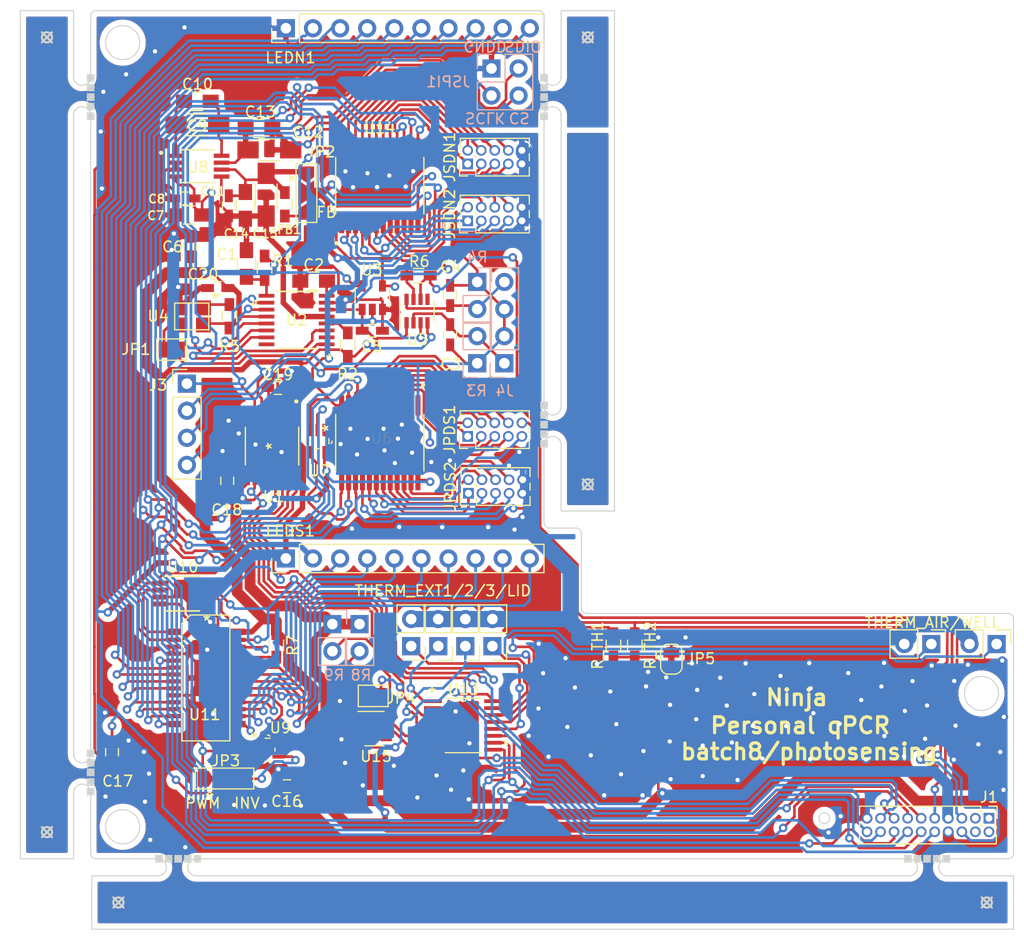
<source format=kicad_pcb>
(kicad_pcb (version 20171130) (host pcbnew "(5.1.6-0-10_14)")
  (layers (0 F.Cu signal) (31 B.Cu signal) (34 B.Paste user) (35 F.Paste user) (36 B.SilkS user) (37 F.SilkS user) (38 B.Mask user) (39 F.Mask user) (44 Edge.Cuts user))
  (net 0 "")
  (net 1 "Net-(C1-Pad1)")
  (net 2 GNDD)
  (net 3 GNDA)
  (net 4 "Net-(C2-Pad1)")
  (net 5 /GAIN_LARGE)
  (net 6 PD_MUX_OUT)
  (net 7 /GAIN_SMALL)
  (net 8 /AMP_OUT)
  (net 9 3V3D)
  (net 10 "Net-(C10-Pad2)")
  (net 11 "Net-(C10-Pad1)")
  (net 12 "Net-(C11-Pad2)")
  (net 13 "Net-(C12-Pad2)")
  (net 14 VCC_LED)
  (net 15 /Sheet60AF0517/S_PD_OUT9)
  (net 16 /Sheet60C04E5B/N_PD_OUT9)
  (net 17 "Net-(FB1-Pad1)")
  (net 18 AMP_GAIN_SW)
  (net 19 THERM_R_SWITCH)
  (net 20 I2C_SDA)
  (net 21 I2C_SCL)
  (net 22 ADC_DRDY)
  (net 23 MUX_SELECT)
  (net 24 MUX_S0)
  (net 25 MUX_S1)
  (net 26 MUX_S2)
  (net 27 3V3A)
  (net 28 CLKIN)
  (net 29 /PHOTO_OUT_N)
  (net 30 /PHOTO_OUT_P)
  (net 31 N_LED_OUT1)
  (net 32 N_LED_OUT2)
  (net 33 N_LED_OUT3)
  (net 34 N_LED_OUT4)
  (net 35 N_LED_OUT5)
  (net 36 N_LED_OUT6)
  (net 37 N_LED_OUT7)
  (net 38 N_LED_OUT8)
  (net 39 S_LED_OUT8)
  (net 40 S_LED_OUT7)
  (net 41 S_LED_OUT6)
  (net 42 S_LED_OUT5)
  (net 43 S_LED_OUT4)
  (net 44 S_LED_OUT3)
  (net 45 S_LED_OUT2)
  (net 46 S_LED_OUT1)
  (net 47 "Net-(JP1-Pad1)")
  (net 48 -1V)
  (net 49 PD_REF_PWM)
  (net 50 /LED/LED_BLANK)
  (net 51 "Net-(JP3-Pad3)")
  (net 52 THERM_MUX_OUT)
  (net 53 "Net-(JP4-Pad1)")
  (net 54 DEMOD_SPI_CS)
  (net 55 DEMOD_SPI_SDIO)
  (net 56 DEMOD_SPI_SCLK)
  (net 57 "Net-(R2-Pad1)")
  (net 58 "Net-(R5-Pad1)")
  (net 59 "Net-(R7-Pad1)")
  (net 60 "Net-(R9-Pad2)")
  (net 61 THERM_AIR)
  (net 62 THERM_EXT1)
  (net 63 THERM_EXT2)
  (net 64 THERM_EXT3)
  (net 65 THERM_LID)
  (net 66 THERM_WELL)
  (net 67 /LED/LED_IREF)
  (net 68 /Sheet60AF0517/S_PD_OUT1)
  (net 69 /Sheet60AF0517/S_PD_OUT2)
  (net 70 /Sheet60AF0517/S_PD_OUT3)
  (net 71 /Sheet60AF0517/S_PD_OUT4)
  (net 72 /Sheet60AF0517/S_PD_OUT5)
  (net 73 /Sheet60AF0517/S_PD_OUT6)
  (net 74 /Sheet60AF0517/S_PD_OUT7)
  (net 75 /Sheet60AF0517/S_PD_OUT8)
  (net 76 /Sheet60AF0517/S_PD_OUT10)
  (net 77 /Sheet60AF0517/S_PD_OUT11)
  (net 78 /Sheet60AF0517/S_PD_OUT12)
  (net 79 /Sheet60AF0517/S_PD_OUT13)
  (net 80 /Sheet60AF0517/S_PD_OUT14)
  (net 81 /Sheet60AF0517/S_PD_OUT15)
  (net 82 /Sheet60AF0517/S_PD_OUT16)
  (net 83 /Sheet60C04E5B/N_PD_OUT1)
  (net 84 /Sheet60C04E5B/N_PD_OUT2)
  (net 85 /Sheet60C04E5B/N_PD_OUT3)
  (net 86 /Sheet60C04E5B/N_PD_OUT4)
  (net 87 /Sheet60C04E5B/N_PD_OUT5)
  (net 88 /Sheet60C04E5B/N_PD_OUT6)
  (net 89 /Sheet60C04E5B/N_PD_OUT7)
  (net 90 /Sheet60C04E5B/N_PD_OUT8)
  (net 91 /Sheet60C04E5B/N_PD_OUT10)
  (net 92 /Sheet60C04E5B/N_PD_OUT11)
  (net 93 /Sheet60C04E5B/N_PD_OUT12)
  (net 94 /Sheet60C04E5B/N_PD_OUT13)
  (net 95 /Sheet60C04E5B/N_PD_OUT14)
  (net 96 /Sheet60C04E5B/N_PD_OUT15)
  (net 97 /Sheet60C04E5B/N_PD_OUT16)
  (net 98 MUX_S3)
  (net 99 /Sheet60AF0517/MUX_SELECT_INV)
  (net 100 PD_TH1)
  (net 101 PD_TH2)
  (module Pin_Headers:Pin_Header_Straight_1x10_Pitch2.54mm (layer F.Cu) (at 92.3 100.8495 90)
    (fp_text reference LEDS1 (at 2.5795 0.41 180) (layer F.SilkS))
    (fp_text value Conn_01x10_Male)
    (pad 10 thru_hole oval (at 0 22.86 90) (size 1.7 1.7) (drill 1) (layers *.Cu *.Mask) (net 39 S_LED_OUT8))
    (pad 9 thru_hole oval (at 0 20.32 90) (size 1.7 1.7) (drill 1) (layers *.Cu *.Mask) (net 40 S_LED_OUT7))
    (pad 8 thru_hole oval (at 0 17.78 90) (size 1.7 1.7) (drill 1) (layers *.Cu *.Mask) (net 41 S_LED_OUT6))
    (pad 7 thru_hole oval (at 0 15.24 90) (size 1.7 1.7) (drill 1) (layers *.Cu *.Mask) (net 42 S_LED_OUT5))
    (pad 6 thru_hole oval (at 0 12.7 90) (size 1.7 1.7) (drill 1) (layers *.Cu *.Mask) (net 43 S_LED_OUT4))
    (pad 5 thru_hole oval (at 0 10.16 90) (size 1.7 1.7) (drill 1) (layers *.Cu *.Mask) (net 44 S_LED_OUT3))
    (pad 4 thru_hole oval (at 0 7.62 90) (size 1.7 1.7) (drill 1) (layers *.Cu *.Mask) (net 45 S_LED_OUT2))
    (pad 3 thru_hole oval (at 0 5.08 90) (size 1.7 1.7) (drill 1) (layers *.Cu *.Mask) (net 46 S_LED_OUT1))
    (pad 2 thru_hole oval (at 0 2.54 90) (size 1.7 1.7) (drill 1) (layers *.Cu *.Mask) (net 14 VCC_LED))
    (pad 1 thru_hole rect (at 0 0 90) (size 1.7 1.7) (drill 1) (layers *.Cu *.Mask) (net 2 GNDD))
  )
  (module Ninja-qPCR:SN74LV4051APWR (layer F.Cu) (at 108.9 116.5)
    (fp_text reference U13 (at 0.04 -3.4) (layer F.SilkS))
    (fp_text value SN74LV4051APWR hide)
    (fp_text user * (at -2.8984 -2.998601) (layer F.SilkS))
    (fp_text user * (at -2.8984 -2.998601) (layer F.SilkS))
    (pad 16 smd rect (at 2.8194 -2.274999) (size 1.6764 0.3556) (layers F.Cu F.Paste F.Mask) (net 9 3V3D))
    (pad 15 smd rect (at 2.8194 -1.624998) (size 1.6764 0.3556) (layers F.Cu F.Paste F.Mask) (net 65 THERM_LID))
    (pad 14 smd rect (at 2.8194 -0.974999) (size 1.6764 0.3556) (layers F.Cu F.Paste F.Mask) (net 61 THERM_AIR))
    (pad 13 smd rect (at 2.8194 -0.324998) (size 1.6764 0.3556) (layers F.Cu F.Paste F.Mask) (net 66 THERM_WELL))
    (pad 12 smd rect (at 2.8194 0.325001) (size 1.6764 0.3556) (layers F.Cu F.Paste F.Mask) (net 62 THERM_EXT1))
    (pad 11 smd rect (at 2.8194 0.974999) (size 1.6764 0.3556) (layers F.Cu F.Paste F.Mask) (net 24 MUX_S0))
    (pad 10 smd rect (at 2.8194 1.625001) (size 1.6764 0.3556) (layers F.Cu F.Paste F.Mask) (net 25 MUX_S1))
    (pad 9 smd rect (at 2.8194 2.274999) (size 1.6764 0.3556) (layers F.Cu F.Paste F.Mask) (net 26 MUX_S2))
    (pad 8 smd rect (at -2.8194 2.274999) (size 1.6764 0.3556) (layers F.Cu F.Paste F.Mask) (net 2 GNDD))
    (pad 7 smd rect (at -2.8194 1.624998) (size 1.6764 0.3556) (layers F.Cu F.Paste F.Mask) (net 2 GNDD))
    (pad 6 smd rect (at -2.8194 0.974999) (size 1.6764 0.3556) (layers F.Cu F.Paste F.Mask) (net 2 GNDD))
    (pad 5 smd rect (at -2.8194 0.324998) (size 1.6764 0.3556) (layers F.Cu F.Paste F.Mask) (net 64 THERM_EXT3))
    (pad 4 smd rect (at -2.8194 -0.325001) (size 1.6764 0.3556) (layers F.Cu F.Paste F.Mask))
    (pad 3 smd rect (at -2.8194 -0.974999) (size 1.6764 0.3556) (layers F.Cu F.Paste F.Mask) (net 52 THERM_MUX_OUT))
    (pad 2 smd rect (at -2.8194 -1.625001) (size 1.6764 0.3556) (layers F.Cu F.Paste F.Mask))
    (pad 1 smd rect (at -2.8194 -2.274999) (size 1.6764 0.3556) (layers F.Cu F.Paste F.Mask) (net 63 THERM_EXT2))
  )
  (module Ninja-qPCR:ADS122C04IPWR (layer F.Cu) (at 91 90.32 270)
    (fp_text reference U1 (at 4.73 -0.14 180) (layer F.SilkS))
    (fp_text value ADS122C04IPWR hide)
    (fp_text user * (at 0 0 90) (layer F.SilkS))
    (pad 1 smd rect (at -2.87 -2.275 270) (size 1.57 0.41) (layers F.Cu F.Paste F.Mask) (net 2 GNDD))
    (pad 2 smd rect (at -2.87 -1.625 270) (size 1.57 0.41) (layers F.Cu F.Paste F.Mask) (net 2 GNDD))
    (pad 3 smd rect (at -2.87 -0.975 270) (size 1.57 0.41) (layers F.Cu F.Paste F.Mask) (net 9 3V3D))
    (pad 4 smd rect (at -2.87 -0.325 270) (size 1.57 0.41) (layers F.Cu F.Paste F.Mask) (net 2 GNDD))
    (pad 5 smd rect (at -2.87 0.325 270) (size 1.57 0.41) (layers F.Cu F.Paste F.Mask) (net 3 GNDA))
    (pad 6 smd rect (at -2.87 0.975 270) (size 1.57 0.41) (layers F.Cu F.Paste F.Mask) (net 30 /PHOTO_OUT_P))
    (pad 7 smd rect (at -2.87 1.625 270) (size 1.57 0.41) (layers F.Cu F.Paste F.Mask) (net 29 /PHOTO_OUT_N))
    (pad 8 smd rect (at -2.87 2.275 270) (size 1.57 0.41) (layers F.Cu F.Paste F.Mask) (net 3 GNDA))
    (pad 9 smd rect (at 2.87 2.275 270) (size 1.57 0.41) (layers F.Cu F.Paste F.Mask) (net 27 3V3A))
    (pad 10 smd rect (at 2.87 1.625 270) (size 1.57 0.41) (layers F.Cu F.Paste F.Mask) (net 52 THERM_MUX_OUT))
    (pad 11 smd rect (at 2.87 0.975 270) (size 1.57 0.41) (layers F.Cu F.Paste F.Mask) (net 3 GNDA))
    (pad 12 smd rect (at 2.87 0.325 270) (size 1.57 0.41) (layers F.Cu F.Paste F.Mask) (net 27 3V3A))
    (pad 13 smd rect (at 2.87 -0.325 270) (size 1.57 0.41) (layers F.Cu F.Paste F.Mask) (net 9 3V3D))
    (pad 14 smd rect (at 2.87 -0.975 270) (size 1.57 0.41) (layers F.Cu F.Paste F.Mask) (net 22 ADC_DRDY))
    (pad 15 smd rect (at 2.87 -1.625 270) (size 1.57 0.41) (layers F.Cu F.Paste F.Mask) (net 20 I2C_SDA))
    (pad 16 smd rect (at 2.87 -2.275 270) (size 1.57 0.41) (layers F.Cu F.Paste F.Mask) (net 21 I2C_SCL))
  )
  (module Pin_Headers:Pin_Header_Straight_1x02_Pitch2.54mm (layer F.Cu) (at 152.8 108.87 270)
    (fp_text reference TAIR1 hide)
    (fp_text value Conn_01x02_Male)
    (pad 1 thru_hole rect (at 0 0 270) (size 1.7 1.7) (drill 1) (layers *.Cu *.Mask) (net 61 THERM_AIR))
    (pad 2 thru_hole oval (at 0 2.54 270) (size 1.7 1.7) (drill 1) (layers *.Cu *.Mask) (net 3 GNDA))
  )
  (module Capacitors_SMD:C_0603_HandSoldering (layer F.Cu) (at 86.8 93.57 90)
    (fp_text reference C18 (at -2.72 -0.04 180) (layer F.SilkS))
    (fp_text value 0.1uF)
    (pad 2 smd rect (at 0.95 0 90) (size 1.2 0.75) (layers F.Cu F.Paste F.Mask) (net 9 3V3D))
    (pad 1 smd rect (at -0.95 0 90) (size 1.2 0.75) (layers F.Cu F.Paste F.Mask) (net 27 3V3A))
  )
  (module Ninja-qPCR:PCA9955B (layer F.Cu) (at 84.8 112.05 270)
    (fp_text reference U11 (at 3.44 0.11 180) (layer F.SilkS))
    (fp_text value PCA9955B hide)
    (pad 28 smd rect (at -4.325 -3.05 270) (size 0.6 1.35) (layers F.Cu F.Paste F.Mask) (net 9 3V3D))
    (pad 1 smd rect (at -4.325 3.05 270) (size 0.6 1.35) (layers F.Cu F.Paste F.Mask) (net 67 /LED/LED_IREF))
    (pad 27 smd rect (at -3.575 -3.05 270) (size 0.4 1.35) (layers F.Cu F.Paste F.Mask) (net 20 I2C_SDA))
    (pad 2 smd rect (at -3.575 3.05 270) (size 0.4 1.35) (layers F.Cu F.Paste F.Mask) (net 9 3V3D))
    (pad 26 smd rect (at -2.925 -3.05 270) (size 0.4 1.35) (layers F.Cu F.Paste F.Mask) (net 21 I2C_SCL))
    (pad 3 smd rect (at -2.925 3.05 270) (size 0.4 1.35) (layers F.Cu F.Paste F.Mask) (net 2 GNDD))
    (pad 25 smd rect (at -2.275 -3.05 270) (size 0.4 1.35) (layers F.Cu F.Paste F.Mask) (net 59 "Net-(R7-Pad1)"))
    (pad 4 smd rect (at -2.275 3.05 270) (size 0.4 1.35) (layers F.Cu F.Paste F.Mask) (net 2 GNDD))
    (pad 24 smd rect (at -1.625 -3.05 270) (size 0.4 1.35) (layers F.Cu F.Paste F.Mask) (net 2 GNDD))
    (pad 5 smd rect (at -1.625 3.05 270) (size 0.4 1.35) (layers F.Cu F.Paste F.Mask) (net 50 /LED/LED_BLANK))
    (pad 23 smd rect (at -0.975 -3.05 270) (size 0.4 1.35) (layers F.Cu F.Paste F.Mask) (net 39 S_LED_OUT8))
    (pad 6 smd rect (at -0.975 3.05 270) (size 0.4 1.35) (layers F.Cu F.Paste F.Mask) (net 31 N_LED_OUT1))
    (pad 22 smd rect (at -0.325 -3.05 270) (size 0.4 1.35) (layers F.Cu F.Paste F.Mask) (net 40 S_LED_OUT7))
    (pad 7 smd rect (at -0.325 3.05 270) (size 0.4 1.35) (layers F.Cu F.Paste F.Mask) (net 32 N_LED_OUT2))
    (pad 21 smd rect (at 0.325 -3.05 270) (size 0.4 1.35) (layers F.Cu F.Paste F.Mask) (net 41 S_LED_OUT6))
    (pad 8 smd rect (at 0.325 3.05 270) (size 0.4 1.35) (layers F.Cu F.Paste F.Mask) (net 33 N_LED_OUT3))
    (pad 20 smd rect (at 0.975 -3.05 270) (size 0.4 1.35) (layers F.Cu F.Paste F.Mask) (net 42 S_LED_OUT5))
    (pad 9 smd rect (at 0.975 3.05 270) (size 0.4 1.35) (layers F.Cu F.Paste F.Mask) (net 34 N_LED_OUT4))
    (pad 19 smd rect (at 1.625 -3.05 270) (size 0.4 1.35) (layers F.Cu F.Paste F.Mask) (net 2 GNDD))
    (pad 10 smd rect (at 1.625 3.05 270) (size 0.4 1.35) (layers F.Cu F.Paste F.Mask) (net 2 GNDD))
    (pad 18 smd rect (at 2.275 -3.05 270) (size 0.4 1.35) (layers F.Cu F.Paste F.Mask) (net 43 S_LED_OUT4))
    (pad 11 smd rect (at 2.275 3.05 270) (size 0.4 1.35) (layers F.Cu F.Paste F.Mask) (net 35 N_LED_OUT5))
    (pad 17 smd rect (at 2.925 -3.05 270) (size 0.4 1.35) (layers F.Cu F.Paste F.Mask) (net 44 S_LED_OUT3))
    (pad 12 smd rect (at 2.925 3.05 270) (size 0.4 1.35) (layers F.Cu F.Paste F.Mask) (net 36 N_LED_OUT6))
    (pad 16 smd rect (at 3.575 -3.05 270) (size 0.4 1.35) (layers F.Cu F.Paste F.Mask) (net 45 S_LED_OUT2))
    (pad 13 smd rect (at 3.575 3.05 270) (size 0.4 1.35) (layers F.Cu F.Paste F.Mask) (net 37 N_LED_OUT7))
    (pad 15 smd rect (at 4.325 -3.05 270) (size 0.6 1.35) (layers F.Cu F.Paste F.Mask) (net 46 S_LED_OUT1))
    (pad 14 smd rect (at 4.325 3.05 270) (size 0.6 1.35) (layers F.Cu F.Paste F.Mask) (net 38 N_LED_OUT8))
    (pad 29 smd rect (at 0 0 270) (size 3.4 2.2) (layers F.Cu) (net 2 GNDD))
  )
  (module Jumper:SolderJumper-2_P1.3mm_Open_TrianglePad1.0x1.5mm (layer F.Cu) (at 81.6 81.27)
    (fp_text reference JP1 (at -3.36 -0.02 180) (layer F.SilkS))
    (fp_text value Jumper)
    (pad 1 smd custom (at -0.725 0) (size 0.3 0.3) (layers F.Cu F.Mask) (net 47 "Net-(JP1-Pad1)") (options (clearance outline) (anchor rect)) (primitives (gr_poly (pts (xy -0.5 -0.75) (xy 0.5 -0.75) (xy 1 0) (xy 0.5 0.75) (xy -0.5 0.75)) (width 0))))
    (pad 2 smd custom (at 0.725 0) (size 0.3 0.3) (layers F.Cu F.Mask) (net 28 CLKIN) (options (clearance outline) (anchor rect)) (primitives (gr_poly (pts (xy -0.65 -0.75) (xy 0.5 -0.75) (xy 0.5 0.75) (xy -0.65 0.75) (xy -0.15 0)) (width 0))))
  )
  (module Resistors_SMD:R_0603_HandSoldering (layer F.Cu) (at 87 78.15 270)
    (fp_text reference R5 (at 2.82 -0.03 180) (layer F.SilkS))
    (fp_text value 10K)
    (pad 2 smd rect (at 1.1 0 270) (size 1.2 0.9) (layers F.Cu F.Paste F.Mask) (net 9 3V3D))
    (pad 1 smd rect (at -1.1 0 270) (size 1.2 0.9) (layers F.Cu F.Paste F.Mask) (net 58 "Net-(R5-Pad1)"))
  )
  (module Ninja-qPCR:COM1305-0.032768-EXT-T-TR (layer F.Cu) (at 83.47 78.16 180)
    (fp_text reference U4 (at 3.15 0.02 180) (layer F.SilkS))
    (fp_text value COM1305-0.032768-EXT-T-TR)
    (fp_text user * (at -2.2 1.6) (layer F.SilkS))
    (pad 1 smd rect (at -1.1 0.8 180) (size 1.4 1.4) (layers F.Cu F.Paste F.Mask) (net 58 "Net-(R5-Pad1)"))
    (pad 2 smd rect (at 1.1 0.8 180) (size 1.4 1.4) (layers F.Cu F.Paste F.Mask) (net 2 GNDD))
    (pad 3 smd rect (at 1.1 -0.8 180) (size 1.4 1.4) (layers F.Cu F.Paste F.Mask) (net 47 "Net-(JP1-Pad1)"))
    (pad 4 smd rect (at -1.1 -0.8 180) (size 1.4 1.4) (layers F.Cu F.Paste F.Mask) (net 9 3V3D))
  )
  (module Capacitors_SMD:C_0603_HandSoldering (layer F.Cu) (at 85.9 75.5 180)
    (fp_text reference C20 (at 1.37 1.29) (layer F.SilkS))
    (fp_text value 0.1uF)
    (pad 2 smd rect (at 0.95 0 180) (size 1.2 0.75) (layers F.Cu F.Paste F.Mask) (net 2 GNDD))
    (pad 1 smd rect (at -0.95 0 180) (size 1.2 0.75) (layers F.Cu F.Paste F.Mask) (net 9 3V3D))
  )
  (module Capacitors_SMD:C_0805_HandSoldering (layer F.Cu) (at 88.6 73.2 90)
    (fp_text reference C1 (at 0.87 -1.83 180) (layer F.SilkS))
    (fp_text value 4.7uF)
    (pad 1 smd rect (at -1.25 0 90) (size 1.5 1.25) (layers F.Cu F.Paste F.Mask) (net 1 "Net-(C1-Pad1)"))
    (pad 2 smd rect (at 1.25 0 90) (size 1.5 1.25) (layers F.Cu F.Paste F.Mask) (net 2 GNDD))
  )
  (module Capacitors_SMD:C_0805_HandSoldering (layer F.Cu) (at 94.9 74.85 180)
    (fp_text reference C2 (at -0.01 1.53) (layer F.SilkS))
    (fp_text value 4.7uF)
    (pad 2 smd rect (at 1.25 0 180) (size 1.5 1.25) (layers F.Cu F.Paste F.Mask) (net 3 GNDA))
    (pad 1 smd rect (at -1.25 0 180) (size 1.5 1.25) (layers F.Cu F.Paste F.Mask) (net 4 "Net-(C2-Pad1)"))
  )
  (module Capacitors_SMD:C_0603_HandSoldering (layer F.Cu) (at 107.696 79.88 270)
    (fp_text reference C3 (at 2.77 -0.05 180) (layer F.SilkS))
    (fp_text value 22pF)
    (pad 1 smd rect (at -0.95 0 270) (size 1.2 0.75) (layers F.Cu F.Paste F.Mask) (net 5 /GAIN_LARGE))
    (pad 2 smd rect (at 0.95 0 270) (size 1.2 0.75) (layers F.Cu F.Paste F.Mask) (net 6 PD_MUX_OUT))
  )
  (module Capacitors_SMD:C_0603_HandSoldering (layer F.Cu) (at 107.696 76.2 90)
    (fp_text reference C4 (at 2.69 0.04 180) (layer F.SilkS))
    (fp_text value 22pF)
    (pad 1 smd rect (at -0.95 0 90) (size 1.2 0.75) (layers F.Cu F.Paste F.Mask) (net 7 /GAIN_SMALL))
    (pad 2 smd rect (at 0.95 0 90) (size 1.2 0.75) (layers F.Cu F.Paste F.Mask) (net 6 PD_MUX_OUT))
  )
  (module Capacitors_SMD:C_0603_HandSoldering (layer F.Cu) (at 100.4 79.5 180)
    (fp_text reference C5 (at 0.04 -1.51) (layer F.SilkS))
    (fp_text value 0.1uF)
    (pad 2 smd rect (at 0.95 0 180) (size 1.2 0.75) (layers F.Cu F.Paste F.Mask) (net 8 /AMP_OUT))
    (pad 1 smd rect (at -0.95 0 180) (size 1.2 0.75) (layers F.Cu F.Paste F.Mask) (net 3 GNDA))
  )
  (module Capacitors_SMD:C_0603_HandSoldering (layer F.Cu) (at 83.32 71.61 90)
    (fp_text reference C6 (at -0.03 -1.64 180) (layer F.SilkS))
    (fp_text value 0.1uF)
    (pad 2 smd rect (at 0.95 0 90) (size 1.2 0.75) (layers F.Cu F.Paste F.Mask) (net 2 GNDD))
    (pad 1 smd rect (at -0.95 0 90) (size 1.2 0.75) (layers F.Cu F.Paste F.Mask) (net 9 3V3D))
  )
  (module Capacitors_SMD:C_0805_HandSoldering (layer F.Cu) (at 83.2 68.65)
    (fp_text reference C7 (at -3.1 0.06 180) (layer F.SilkS) (effects (font (size 0.8 0.8))))
    (fp_text value 4.7uF)
    (pad 2 smd rect (at 1.25 0) (size 1.5 1.25) (layers F.Cu F.Paste F.Mask) (net 9 3V3D))
    (pad 1 smd rect (at -1.25 0) (size 1.5 1.25) (layers F.Cu F.Paste F.Mask) (net 2 GNDD))
  )
  (module Capacitors_SMD:C_1206_HandSoldering (layer F.Cu) (at 84 60.2 180)
    (fp_text reference C9 (at 0.02 -0.09 180) (layer F.SilkS))
    (fp_text value DNP)
    (pad 2 smd rect (at 2 0 180) (size 2 1.6) (layers F.Cu F.Paste F.Mask) (net 10 "Net-(C10-Pad2)"))
    (pad 1 smd rect (at -2 0 180) (size 2 1.6) (layers F.Cu F.Paste F.Mask) (net 11 "Net-(C10-Pad1)"))
  )
  (module Capacitors_SMD:C_1206_HandSoldering (layer F.Cu) (at 90.75 62.55 180)
    (fp_text reference C12 (at -3.65 1.66 180) (layer F.SilkS))
    (fp_text value DNP)
    (pad 1 smd rect (at -2 0 180) (size 2 1.6) (layers F.Cu F.Paste F.Mask) (net 2 GNDD))
    (pad 2 smd rect (at 2 0 180) (size 2 1.6) (layers F.Cu F.Paste F.Mask) (net 13 "Net-(C12-Pad2)"))
  )
  (module Capacitors_SMD:C_0805_HandSoldering (layer F.Cu) (at 88.5 67.75 90)
    (fp_text reference C14 (at -2.66 -0.85 180) (layer F.SilkS) (effects (font (size 0.8 0.8))))
    (fp_text value 22uF)
    (pad 2 smd rect (at 1.25 0 90) (size 1.5 1.25) (layers F.Cu F.Paste F.Mask) (net 12 "Net-(C11-Pad2)"))
    (pad 1 smd rect (at -1.25 0 90) (size 1.5 1.25) (layers F.Cu F.Paste F.Mask) (net 2 GNDD))
  )
  (module Capacitors_SMD:C_1206_HandSoldering (layer F.Cu) (at 90.45 66.75 90)
    (fp_text reference C15 (at -3.67 -0.09 180) (layer F.SilkS) (effects (font (size 0.8 0.8))))
    (fp_text value DNP)
    (pad 2 smd rect (at 2 0 90) (size 2 1.6) (layers F.Cu F.Paste F.Mask) (net 12 "Net-(C11-Pad2)"))
    (pad 1 smd rect (at -2 0 90) (size 2 1.6) (layers F.Cu F.Paste F.Mask) (net 2 GNDD))
  )
  (module Resistors_SMD:R_0603_HandSoldering (layer F.Cu) (at 92.2 67.65 90)
    (fp_text reference FB1 (at -2.37 0.42) (layer F.SilkS) (effects (font (size 0.8 0.8))))
    (fp_text value 120@100MHz)
    (pad 1 smd rect (at -1.1 0 90) (size 1.2 0.9) (layers F.Cu F.Paste F.Mask) (net 17 "Net-(FB1-Pad1)"))
    (pad 2 smd rect (at 1.1 0 90) (size 1.2 0.9) (layers F.Cu F.Paste F.Mask) (net 12 "Net-(C11-Pad2)"))
  )
  (module Pin_Headers:Pin_Header_Straight_1x10_Pitch2.54mm (layer F.Cu) (at 92.3 51.1505 90)
    (fp_text reference LEDN1 (at -2.7595 0.43 180) (layer F.SilkS))
    (fp_text value Conn_01x10_Male hide)
    (pad 1 thru_hole rect (at 0 0 90) (size 1.7 1.7) (drill 1) (layers *.Cu *.Mask) (net 2 GNDD))
    (pad 2 thru_hole oval (at 0 2.54 90) (size 1.7 1.7) (drill 1) (layers *.Cu *.Mask) (net 14 VCC_LED))
    (pad 3 thru_hole oval (at 0 5.08 90) (size 1.7 1.7) (drill 1) (layers *.Cu *.Mask) (net 31 N_LED_OUT1))
    (pad 4 thru_hole oval (at 0 7.62 90) (size 1.7 1.7) (drill 1) (layers *.Cu *.Mask) (net 32 N_LED_OUT2))
    (pad 5 thru_hole oval (at 0 10.16 90) (size 1.7 1.7) (drill 1) (layers *.Cu *.Mask) (net 33 N_LED_OUT3))
    (pad 6 thru_hole oval (at 0 12.7 90) (size 1.7 1.7) (drill 1) (layers *.Cu *.Mask) (net 34 N_LED_OUT4))
    (pad 7 thru_hole oval (at 0 15.24 90) (size 1.7 1.7) (drill 1) (layers *.Cu *.Mask) (net 35 N_LED_OUT5))
    (pad 8 thru_hole oval (at 0 17.78 90) (size 1.7 1.7) (drill 1) (layers *.Cu *.Mask) (net 36 N_LED_OUT6))
    (pad 9 thru_hole oval (at 0 20.32 90) (size 1.7 1.7) (drill 1) (layers *.Cu *.Mask) (net 37 N_LED_OUT7))
    (pad 10 thru_hole oval (at 0 22.86 90) (size 1.7 1.7) (drill 1) (layers *.Cu *.Mask) (net 38 N_LED_OUT8))
  )
  (module Jumper:SolderJumper-3_P2.0mm_Open_TrianglePad1.0x1.5mm (layer F.Cu) (at 94.2 66.6 270)
    (fp_text reference JP2 (at -3.86 -1.38) (layer F.SilkS))
    (fp_text value Jumper_3_Open)
    (pad 3 smd custom (at 2 0 90) (size 0.3 0.3) (layers F.Cu F.Mask) (net 17 "Net-(FB1-Pad1)") (options (clearance outline) (anchor rect)) (primitives (gr_poly (pts (xy -0.5 -0.75) (xy 0.5 -0.75) (xy 1 0) (xy 0.5 0.75) (xy -0.5 0.75)) (width 0))))
    (pad 2 smd custom (at 0 0 270) (size 0.3 0.3) (layers F.Cu) (net 48 -1V) (options (clearance outline) (anchor rect)) (primitives (gr_poly (pts (xy -1.2 -0.75) (xy 1.2 -0.75) (xy 0.7 0) (xy 1.2 0.75) (xy -1.2 0.75) (xy -0.7 0)) (width 0))))
    (pad 1 smd custom (at -2 0 270) (size 0.3 0.3) (layers F.Cu F.Mask) (net 12 "Net-(C11-Pad2)") (options (clearance outline) (anchor rect)) (primitives (gr_poly (pts (xy -0.5 -0.75) (xy 0.5 -0.75) (xy 1 0) (xy 0.5 0.75) (xy -0.5 0.75)) (width 0))))
  )
  (module Jumper:SolderJumper-3_P2.0mm_Open_TrianglePad1.0x1.5mm (layer F.Cu) (at 86.55 121.5)
    (fp_text reference JP3 (at 0.11 -1.68) (layer F.SilkS))
    (fp_text value Jumper_3_Open)
    (pad 1 smd custom (at -2 0) (size 0.3 0.3) (layers F.Cu F.Mask) (net 49 PD_REF_PWM) (options (clearance outline) (anchor rect)) (primitives (gr_poly (pts (xy -0.5 -0.75) (xy 0.5 -0.75) (xy 1 0) (xy 0.5 0.75) (xy -0.5 0.75)) (width 0))))
    (pad 2 smd custom (at 0 0) (size 0.3 0.3) (layers F.Cu) (net 50 /LED/LED_BLANK) (options (clearance outline) (anchor rect)) (primitives (gr_poly (pts (xy -1.2 -0.75) (xy 1.2 -0.75) (xy 0.7 0) (xy 1.2 0.75) (xy -1.2 0.75) (xy -0.7 0)) (width 0))))
    (pad 3 smd custom (at 2 0 180) (size 0.3 0.3) (layers F.Cu F.Mask) (net 51 "Net-(JP3-Pad3)") (options (clearance outline) (anchor rect)) (primitives (gr_poly (pts (xy -0.5 -0.75) (xy 0.5 -0.75) (xy 1 0) (xy 0.5 0.75) (xy -0.5 0.75)) (width 0))))
  )
  (module Jumper:SolderJumper-2_P1.3mm_Open_TrianglePad1.0x1.5mm (layer F.Cu) (at 100.485 113.73)
    (fp_text reference JP4 (at 2.605 0.21) (layer F.SilkS))
    (fp_text value Jumper_2_Open)
    (pad 2 smd custom (at 0.725 0) (size 0.3 0.3) (layers F.Cu F.Mask) (net 52 THERM_MUX_OUT) (options (clearance outline) (anchor rect)) (primitives (gr_poly (pts (xy -0.65 -0.75) (xy 0.5 -0.75) (xy 0.5 0.75) (xy -0.65 0.75) (xy -0.15 0)) (width 0))))
    (pad 1 smd custom (at -0.725 0) (size 0.3 0.3) (layers F.Cu F.Mask) (net 53 "Net-(JP4-Pad1)") (options (clearance outline) (anchor rect)) (primitives (gr_poly (pts (xy -0.5 -0.75) (xy 0.5 -0.75) (xy 1 0) (xy 0.5 0.75) (xy -0.5 0.75)) (width 0))))
  )
  (module Resistors_SMD:R_0603_HandSoldering (layer F.Cu) (at 90.3 73.6 90)
    (fp_text reference R1 (at 0.66 1.72 180) (layer F.SilkS))
    (fp_text value 10K)
    (pad 1 smd rect (at -1.1 0 90) (size 1.2 0.9) (layers F.Cu F.Paste F.Mask) (net 1 "Net-(C1-Pad1)"))
    (pad 2 smd rect (at 1.1 0 90) (size 1.2 0.9) (layers F.Cu F.Paste F.Mask) (net 9 3V3D))
  )
  (module Resistors_SMD:R_0603_HandSoldering (layer F.Cu) (at 98.1 80.8 270)
    (fp_text reference R2 (at 2.76 0.03 180) (layer F.SilkS))
    (fp_text value 10K)
    (pad 2 smd rect (at 1.1 0 270) (size 1.2 0.9) (layers F.Cu F.Paste F.Mask) (net 9 3V3D))
    (pad 1 smd rect (at -1.1 0 270) (size 1.2 0.9) (layers F.Cu F.Paste F.Mask) (net 57 "Net-(R2-Pad1)"))
  )
  (module Resistors_SMD:R_0603_HandSoldering (layer F.Cu) (at 104.73 74.34 180)
    (fp_text reference R6 (at -0.07 1.33) (layer F.SilkS))
    (fp_text value 10K)
    (pad 1 smd rect (at -1.1 0 180) (size 1.2 0.9) (layers F.Cu F.Paste F.Mask) (net 18 AMP_GAIN_SW))
    (pad 2 smd rect (at 1.1 0 180) (size 1.2 0.9) (layers F.Cu F.Paste F.Mask) (net 48 -1V))
  )
  (module Resistors_SMD:R_0603_HandSoldering (layer F.Cu) (at 91.4 109 90)
    (fp_text reference R7 (at 0 1.54 90) (layer F.SilkS))
    (fp_text value 47k)
    (pad 2 smd rect (at 1.1 0 90) (size 1.2 0.9) (layers F.Cu F.Paste F.Mask) (net 9 3V3D))
    (pad 1 smd rect (at -1.1 0 90) (size 1.2 0.9) (layers F.Cu F.Paste F.Mask) (net 59 "Net-(R7-Pad1)"))
  )
  (module Ninja-qPCR:ADA2200ARUZ (layer F.Cu) (at 93.3 78.5 180)
    (fp_text reference U2 (at 0 0) (layer F.SilkS))
    (fp_text value ADA2200ARUZ hide)
    (fp_text user * (at -3.0734 -3.773601) (layer F.SilkS))
    (fp_text user * (at -3.0734 -3.773601) (layer F.SilkS))
    (pad 16 smd rect (at 2.8194 -2.274999 180) (size 1.4732 0.3556) (layers F.Cu F.Paste F.Mask))
    (pad 15 smd rect (at 2.8194 -1.624998 180) (size 1.4732 0.3556) (layers F.Cu F.Paste F.Mask) (net 56 DEMOD_SPI_SCLK))
    (pad 14 smd rect (at 2.8194 -0.974999 180) (size 1.4732 0.3556) (layers F.Cu F.Paste F.Mask) (net 55 DEMOD_SPI_SDIO))
    (pad 13 smd rect (at 2.8194 -0.324998 180) (size 1.4732 0.3556) (layers F.Cu F.Paste F.Mask) (net 49 PD_REF_PWM))
    (pad 12 smd rect (at 2.8194 0.325001 180) (size 1.4732 0.3556) (layers F.Cu F.Paste F.Mask) (net 9 3V3D))
    (pad 11 smd rect (at 2.8194 0.974999 180) (size 1.4732 0.3556) (layers F.Cu F.Paste F.Mask) (net 30 /PHOTO_OUT_P))
    (pad 10 smd rect (at 2.8194 1.625001 180) (size 1.4732 0.3556) (layers F.Cu F.Paste F.Mask) (net 29 /PHOTO_OUT_N))
    (pad 9 smd rect (at 2.8194 2.274999 180) (size 1.4732 0.3556) (layers F.Cu F.Paste F.Mask) (net 1 "Net-(C1-Pad1)"))
    (pad 8 smd rect (at -2.8194 2.274999 180) (size 1.4732 0.3556) (layers F.Cu F.Paste F.Mask) (net 4 "Net-(C2-Pad1)"))
    (pad 7 smd rect (at -2.8194 1.624998 180) (size 1.4732 0.3556) (layers F.Cu F.Paste F.Mask) (net 3 GNDA))
    (pad 6 smd rect (at -2.8194 0.974999 180) (size 1.4732 0.3556) (layers F.Cu F.Paste F.Mask) (net 8 /AMP_OUT))
    (pad 5 smd rect (at -2.8194 0.324998 180) (size 1.4732 0.3556) (layers F.Cu F.Paste F.Mask) (net 2 GNDD))
    (pad 4 smd rect (at -2.8194 -0.325001 180) (size 1.4732 0.3556) (layers F.Cu F.Paste F.Mask) (net 57 "Net-(R2-Pad1)"))
    (pad 3 smd rect (at -2.8194 -0.974999 180) (size 1.4732 0.3556) (layers F.Cu F.Paste F.Mask) (net 54 DEMOD_SPI_CS))
    (pad 2 smd rect (at -2.8194 -1.625001 180) (size 1.4732 0.3556) (layers F.Cu F.Paste F.Mask))
    (pad 1 smd rect (at -2.8194 -2.274999 180) (size 1.4732 0.3556) (layers F.Cu F.Paste F.Mask) (net 28 CLKIN))
  )
  (module Ninja-qPCR:SOP65P780X200-24N (layer F.Cu) (at 101.1 90 270)
    (fp_text reference U6 (at -0.43 -0.16 180) (layer F.SilkS) (effects (font (thickness 0.015))))
    (fp_text value CD74HC4067M96)
    (pad 1 smd rect (at -3.505 -3.575 270) (size 1.9 0.48) (layers F.Cu F.Paste F.Mask) (net 6 PD_MUX_OUT))
    (pad 2 smd rect (at -3.505 -2.925 270) (size 1.9 0.48) (layers F.Cu F.Paste F.Mask) (net 69 /Sheet60AF0517/S_PD_OUT2))
    (pad 3 smd rect (at -3.505 -2.275 270) (size 1.9 0.48) (layers F.Cu F.Paste F.Mask) (net 71 /Sheet60AF0517/S_PD_OUT4))
    (pad 4 smd rect (at -3.505 -1.625 270) (size 1.9 0.48) (layers F.Cu F.Paste F.Mask) (net 73 /Sheet60AF0517/S_PD_OUT6))
    (pad 5 smd rect (at -3.505 -0.975 270) (size 1.9 0.48) (layers F.Cu F.Paste F.Mask) (net 75 /Sheet60AF0517/S_PD_OUT8))
    (pad 6 smd rect (at -3.505 -0.325 270) (size 1.9 0.48) (layers F.Cu F.Paste F.Mask) (net 76 /Sheet60AF0517/S_PD_OUT10))
    (pad 7 smd rect (at -3.505 0.325 270) (size 1.9 0.48) (layers F.Cu F.Paste F.Mask) (net 78 /Sheet60AF0517/S_PD_OUT12))
    (pad 8 smd rect (at -3.505 0.975 270) (size 1.9 0.48) (layers F.Cu F.Paste F.Mask) (net 80 /Sheet60AF0517/S_PD_OUT14))
    (pad 9 smd rect (at -3.505 1.625 270) (size 1.9 0.48) (layers F.Cu F.Paste F.Mask) (net 82 /Sheet60AF0517/S_PD_OUT16))
    (pad 10 smd rect (at -3.505 2.275 270) (size 1.9 0.48) (layers F.Cu F.Paste F.Mask) (net 24 MUX_S0))
    (pad 11 smd rect (at -3.505 2.925 270) (size 1.9 0.48) (layers F.Cu F.Paste F.Mask) (net 25 MUX_S1))
    (pad 12 smd rect (at -3.505 3.575 270) (size 1.9 0.48) (layers F.Cu F.Paste F.Mask) (net 48 -1V))
    (pad 13 smd rect (at 3.505 3.575 270) (size 1.9 0.48) (layers F.Cu F.Paste F.Mask) (net 98 MUX_S3))
    (pad 14 smd rect (at 3.505 2.925 270) (size 1.9 0.48) (layers F.Cu F.Paste F.Mask) (net 26 MUX_S2))
    (pad 15 smd rect (at 3.505 2.275 270) (size 1.9 0.48) (layers F.Cu F.Paste F.Mask) (net 99 /Sheet60AF0517/MUX_SELECT_INV))
    (pad 16 smd rect (at 3.505 1.625 270) (size 1.9 0.48) (layers F.Cu F.Paste F.Mask) (net 81 /Sheet60AF0517/S_PD_OUT15))
    (pad 17 smd rect (at 3.505 0.975 270) (size 1.9 0.48) (layers F.Cu F.Paste F.Mask) (net 79 /Sheet60AF0517/S_PD_OUT13))
    (pad 18 smd rect (at 3.505 0.325 270) (size 1.9 0.48) (layers F.Cu F.Paste F.Mask) (net 77 /Sheet60AF0517/S_PD_OUT11))
    (pad 19 smd rect (at 3.505 -0.325 270) (size 1.9 0.48) (layers F.Cu F.Paste F.Mask) (net 15 /Sheet60AF0517/S_PD_OUT9))
    (pad 20 smd rect (at 3.505 -0.975 270) (size 1.9 0.48) (layers F.Cu F.Paste F.Mask) (net 74 /Sheet60AF0517/S_PD_OUT7))
    (pad 21 smd rect (at 3.505 -1.625 270) (size 1.9 0.48) (layers F.Cu F.Paste F.Mask) (net 72 /Sheet60AF0517/S_PD_OUT5))
    (pad 22 smd rect (at 3.505 -2.275 270) (size 1.9 0.48) (layers F.Cu F.Paste F.Mask) (net 70 /Sheet60AF0517/S_PD_OUT3))
    (pad 23 smd rect (at 3.505 -2.925 270) (size 1.9 0.48) (layers F.Cu F.Paste F.Mask) (net 68 /Sheet60AF0517/S_PD_OUT1))
    (pad 24 smd rect (at 3.505 -3.575 270) (size 1.9 0.48) (layers F.Cu F.Paste F.Mask) (net 9 3V3D))
  )
  (module Ninja-qPCR:LM7705MMX-NOPB (layer F.Cu) (at 84.120001 64.075001)
    (fp_text reference U8 (at -0.070001 0.094999 180) (layer F.SilkS))
    (fp_text value LM7705MMX_NOPB hide)
    (pad 8 smd rect (at 2.15 -0.975) (size 1.47 0.4) (layers F.Cu F.Paste F.Mask) (net 11 "Net-(C10-Pad1)"))
    (pad 7 smd rect (at 2.15 -0.325) (size 1.47 0.4) (layers F.Cu F.Paste F.Mask) (net 13 "Net-(C12-Pad2)"))
    (pad 6 smd rect (at 2.15 0.325) (size 1.47 0.4) (layers F.Cu F.Paste F.Mask) (net 12 "Net-(C11-Pad2)"))
    (pad 5 smd rect (at 2.15 0.975) (size 1.47 0.4) (layers F.Cu F.Paste F.Mask) (net 2 GNDD))
    (pad 4 smd rect (at -2.15 0.975) (size 1.47 0.4) (layers F.Cu F.Paste F.Mask) (net 9 3V3D))
    (pad 3 smd rect (at -2.15 0.325) (size 1.47 0.4) (layers F.Cu F.Paste F.Mask) (net 2 GNDD))
    (pad 2 smd rect (at -2.15 -0.325) (size 1.47 0.4) (layers F.Cu F.Paste F.Mask) (net 2 GNDD))
    (pad 1 smd rect (at -2.15 -0.975) (size 1.47 0.4) (layers F.Cu F.Paste F.Mask) (net 10 "Net-(C10-Pad2)"))
  )
  (module Ninja-qPCR:MCP4551T-502E&slash_MS (layer F.Cu) (at 82.58 104.14 180)
    (fp_text reference U10 (at -0.04 2.48) (layer F.SilkS))
    (fp_text value MCP4551T-503E/MS hide)
    (fp_text user * (at -2.2976 -2.5752) (layer F.SilkS))
    (fp_text user * (at -2.2976 -2.5752) (layer F.SilkS))
    (pad 8 smd rect (at 2.0436 -0.974999 180) (size 1.524 0.4572) (layers F.Cu F.Paste F.Mask) (net 9 3V3D))
    (pad 7 smd rect (at 2.0436 -0.325001 180) (size 1.524 0.4572) (layers F.Cu F.Paste F.Mask) (net 2 GNDD))
    (pad 6 smd rect (at 2.0436 0.325001 180) (size 1.524 0.4572) (layers F.Cu F.Paste F.Mask) (net 67 /LED/LED_IREF))
    (pad 5 smd rect (at 2.0436 0.974999 180) (size 1.524 0.4572) (layers F.Cu F.Paste F.Mask) (net 9 3V3D))
    (pad 4 smd rect (at -2.0436 0.974999 180) (size 1.524 0.4572) (layers F.Cu F.Paste F.Mask) (net 2 GNDD))
    (pad 3 smd rect (at -2.0436 0.325001 180) (size 1.524 0.4572) (layers F.Cu F.Paste F.Mask) (net 20 I2C_SDA))
    (pad 2 smd rect (at -2.0436 -0.325001 180) (size 1.524 0.4572) (layers F.Cu F.Paste F.Mask) (net 21 I2C_SCL))
    (pad 1 smd rect (at -2.0436 -0.974999 180) (size 1.524 0.4572) (layers F.Cu F.Paste F.Mask) (net 9 3V3D))
  )
  (module Ninja-qPCR:SOP65P780X200-24N (layer F.Cu) (at 101.1 65.9 90)
    (fp_text reference U14 (at 5.39 -0.02 180) (layer F.SilkS))
    (fp_text value CD74HC4067M96)
    (pad 24 smd rect (at 3.505 -3.575 90) (size 1.9 0.48) (layers F.Cu F.Paste F.Mask) (net 9 3V3D))
    (pad 23 smd rect (at 3.505 -2.925 90) (size 1.9 0.48) (layers F.Cu F.Paste F.Mask) (net 97 /Sheet60C04E5B/N_PD_OUT16))
    (pad 22 smd rect (at 3.505 -2.275 90) (size 1.9 0.48) (layers F.Cu F.Paste F.Mask) (net 95 /Sheet60C04E5B/N_PD_OUT14))
    (pad 21 smd rect (at 3.505 -1.625 90) (size 1.9 0.48) (layers F.Cu F.Paste F.Mask) (net 93 /Sheet60C04E5B/N_PD_OUT12))
    (pad 20 smd rect (at 3.505 -0.975 90) (size 1.9 0.48) (layers F.Cu F.Paste F.Mask) (net 91 /Sheet60C04E5B/N_PD_OUT10))
    (pad 19 smd rect (at 3.505 -0.325 90) (size 1.9 0.48) (layers F.Cu F.Paste F.Mask) (net 90 /Sheet60C04E5B/N_PD_OUT8))
    (pad 18 smd rect (at 3.505 0.325 90) (size 1.9 0.48) (layers F.Cu F.Paste F.Mask) (net 88 /Sheet60C04E5B/N_PD_OUT6))
    (pad 17 smd rect (at 3.505 0.975 90) (size 1.9 0.48) (layers F.Cu F.Paste F.Mask) (net 86 /Sheet60C04E5B/N_PD_OUT4))
    (pad 16 smd rect (at 3.505 1.625 90) (size 1.9 0.48) (layers F.Cu F.Paste F.Mask) (net 84 /Sheet60C04E5B/N_PD_OUT2))
    (pad 15 smd rect (at 3.505 2.275 90) (size 1.9 0.48) (layers F.Cu F.Paste F.Mask) (net 23 MUX_SELECT))
    (pad 14 smd rect (at 3.505 2.925 90) (size 1.9 0.48) (layers F.Cu F.Paste F.Mask) (net 26 MUX_S2))
    (pad 13 smd rect (at 3.505 3.575 90) (size 1.9 0.48) (layers F.Cu F.Paste F.Mask) (net 98 MUX_S3))
    (pad 12 smd rect (at -3.505 3.575 90) (size 1.9 0.48) (layers F.Cu F.Paste F.Mask) (net 48 -1V))
    (pad 11 smd rect (at -3.505 2.925 90) (size 1.9 0.48) (layers F.Cu F.Paste F.Mask) (net 25 MUX_S1))
    (pad 10 smd rect (at -3.505 2.275 90) (size 1.9 0.48) (layers F.Cu F.Paste F.Mask) (net 24 MUX_S0))
    (pad 9 smd rect (at -3.505 1.625 90) (size 1.9 0.48) (layers F.Cu F.Paste F.Mask) (net 83 /Sheet60C04E5B/N_PD_OUT1))
    (pad 8 smd rect (at -3.505 0.975 90) (size 1.9 0.48) (layers F.Cu F.Paste F.Mask) (net 85 /Sheet60C04E5B/N_PD_OUT3))
    (pad 7 smd rect (at -3.505 0.325 90) (size 1.9 0.48) (layers F.Cu F.Paste F.Mask) (net 87 /Sheet60C04E5B/N_PD_OUT5))
    (pad 6 smd rect (at -3.505 -0.325 90) (size 1.9 0.48) (layers F.Cu F.Paste F.Mask) (net 89 /Sheet60C04E5B/N_PD_OUT7))
    (pad 5 smd rect (at -3.505 -0.975 90) (size 1.9 0.48) (layers F.Cu F.Paste F.Mask) (net 16 /Sheet60C04E5B/N_PD_OUT9))
    (pad 4 smd rect (at -3.505 -1.625 90) (size 1.9 0.48) (layers F.Cu F.Paste F.Mask) (net 92 /Sheet60C04E5B/N_PD_OUT11))
    (pad 3 smd rect (at -3.505 -2.275 90) (size 1.9 0.48) (layers F.Cu F.Paste F.Mask) (net 94 /Sheet60C04E5B/N_PD_OUT13))
    (pad 2 smd rect (at -3.505 -2.925 90) (size 1.9 0.48) (layers F.Cu F.Paste F.Mask) (net 96 /Sheet60C04E5B/N_PD_OUT15))
    (pad 1 smd rect (at -3.505 -3.575 90) (size 1.9 0.48) (layers F.Cu F.Paste F.Mask) (net 6 PD_MUX_OUT))
  )
  (module Pin_Headers:Pin_Header_Straight_1x02_Pitch2.54mm (layer F.Cu) (at 104.04 109.07 180)
    (fp_text reference TEXT1 hide)
    (fp_text value Conn_01x02_Male)
    (pad 1 thru_hole rect (at 0 0 180) (size 1.7 1.7) (drill 1) (layers *.Cu *.Mask) (net 62 THERM_EXT1))
    (pad 2 thru_hole oval (at 0 2.54 180) (size 1.7 1.7) (drill 1) (layers *.Cu *.Mask) (net 3 GNDA))
  )
  (module Pin_Headers:Pin_Header_Straight_1x02_Pitch2.54mm (layer F.Cu) (at 106.58 109.07 180)
    (fp_text reference TEXT2 hide)
    (fp_text value Conn_01x02_Male)
    (pad 2 thru_hole oval (at 0 2.54 180) (size 1.7 1.7) (drill 1) (layers *.Cu *.Mask) (net 3 GNDA))
    (pad 1 thru_hole rect (at 0 0 180) (size 1.7 1.7) (drill 1) (layers *.Cu *.Mask) (net 63 THERM_EXT2))
  )
  (module Pin_Headers:Pin_Header_Straight_1x02_Pitch2.54mm (layer F.Cu) (at 109.12 109.07 180)
    (fp_text reference TEXT3 hide)
    (fp_text value Conn_01x02_Male)
    (pad 1 thru_hole rect (at 0 0 180) (size 1.7 1.7) (drill 1) (layers *.Cu *.Mask) (net 64 THERM_EXT3))
    (pad 2 thru_hole oval (at 0 2.54 180) (size 1.7 1.7) (drill 1) (layers *.Cu *.Mask) (net 3 GNDA))
  )
  (module Pin_Headers:Pin_Header_Straight_1x02_Pitch2.54mm (layer F.Cu) (at 111.66 109.07 180)
    (fp_text reference TLID1 hide)
    (fp_text value Conn_01x02_Male)
    (pad 2 thru_hole oval (at 0 2.54 180) (size 1.7 1.7) (drill 1) (layers *.Cu *.Mask) (net 3 GNDA))
    (pad 1 thru_hole rect (at 0 0 180) (size 1.7 1.7) (drill 1) (layers *.Cu *.Mask) (net 65 THERM_LID))
  )
  (module Pin_Headers:Pin_Header_Straight_1x02_Pitch2.54mm (layer F.Cu) (at 158.92 108.87 270)
    (fp_text reference TWELL1 hide)
    (fp_text value Conn_01x02_Male)
    (pad 2 thru_hole oval (at 0 2.54 270) (size 1.7 1.7) (drill 1) (layers *.Cu *.Mask) (net 3 GNDA))
    (pad 1 thru_hole rect (at 0 0 270) (size 1.7 1.7) (drill 1) (layers *.Cu *.Mask) (net 66 THERM_WELL))
  )
  (module Pin_Headers:Pin_Header_Straight_1x04_Pitch2.54mm (layer F.Cu) (at 83.02 84.46)
    (fp_text reference J3 (at -2.7 0.14 180) (layer F.SilkS))
    (fp_text value Conn_01x04_Male)
    (pad 1 thru_hole rect (at 0 0) (size 1.7 1.7) (drill 1) (layers *.Cu *.Mask) (net 29 /PHOTO_OUT_N))
    (pad 2 thru_hole oval (at 0 2.54) (size 1.7 1.7) (drill 1) (layers *.Cu *.Mask) (net 30 /PHOTO_OUT_P))
    (pad 3 thru_hole oval (at 0 5.08) (size 1.7 1.7) (drill 1) (layers *.Cu *.Mask) (net 6 PD_MUX_OUT))
    (pad 4 thru_hole oval (at 0 7.62) (size 1.7 1.7) (drill 1) (layers *.Cu *.Mask) (net 8 /AMP_OUT))
  )
  (module Pin_Headers:Pin_Header_Straight_1x04_Pitch2.54mm (layer B.Cu) (at 112.776 82.55)
    (fp_text reference J4 (at 0.03 2.59) (layer B.SilkS) (effects (justify mirror)))
    (fp_text value Conn_01x04_Male)
    (pad 4 thru_hole oval (at 0 -7.62) (size 1.7 1.7) (drill 1) (layers *.Cu *.Mask) (net 7 /GAIN_SMALL))
    (pad 3 thru_hole oval (at 0 -5.08) (size 1.7 1.7) (drill 1) (layers *.Cu *.Mask) (net 6 PD_MUX_OUT))
    (pad 2 thru_hole oval (at 0 -2.54) (size 1.7 1.7) (drill 1) (layers *.Cu *.Mask) (net 6 PD_MUX_OUT))
    (pad 1 thru_hole rect (at 0 0) (size 1.7 1.7) (drill 1) (layers *.Cu *.Mask) (net 5 /GAIN_LARGE))
  )
  (module Capacitors_SMD:C_0603_HandSoldering (layer F.Cu) (at 82.75 67.1)
    (fp_text reference C8 (at -2.56 0.05 180) (layer F.SilkS) (effects (font (size 0.8 0.8))))
    (fp_text value 0.1uF)
    (pad 1 smd rect (at -0.95 0) (size 1.2 0.75) (layers F.Cu F.Paste F.Mask) (net 2 GNDD))
    (pad 2 smd rect (at 0.95 0) (size 1.2 0.75) (layers F.Cu F.Paste F.Mask) (net 9 3V3D))
  )
  (module Capacitors_SMD:C_0805_HandSoldering (layer F.Cu) (at 84 58 180)
    (fp_text reference C10 (at -0.01 1.61) (layer F.SilkS))
    (fp_text value 4.7uF)
    (pad 2 smd rect (at 1.25 0 180) (size 1.5 1.25) (layers F.Cu F.Paste F.Mask) (net 10 "Net-(C10-Pad2)"))
    (pad 1 smd rect (at -1.25 0 180) (size 1.5 1.25) (layers F.Cu F.Paste F.Mask) (net 11 "Net-(C10-Pad1)"))
  )
  (module Capacitors_SMD:C_0603_HandSoldering (layer F.Cu) (at 86.95 67.8 90)
    (fp_text reference C11 (at 1.36 -1.48 180) (layer F.SilkS) (effects (font (size 0.8 0.8))))
    (fp_text value 0.1uF)
    (pad 2 smd rect (at 0.95 0 90) (size 1.2 0.75) (layers F.Cu F.Paste F.Mask) (net 12 "Net-(C11-Pad2)"))
    (pad 1 smd rect (at -0.95 0 90) (size 1.2 0.75) (layers F.Cu F.Paste F.Mask) (net 2 GNDD))
  )
  (module Capacitors_SMD:C_0805_HandSoldering (layer F.Cu) (at 89.774999 60.554999 180)
    (fp_text reference C13 (at -0.125001 1.564999) (layer F.SilkS))
    (fp_text value 4.7uF)
    (pad 1 smd rect (at -1.25 0 180) (size 1.5 1.25) (layers F.Cu F.Paste F.Mask) (net 2 GNDD))
    (pad 2 smd rect (at 1.25 0 180) (size 1.5 1.25) (layers F.Cu F.Paste F.Mask) (net 13 "Net-(C12-Pad2)"))
  )
  (module Capacitors_SMD:C_0603_HandSoldering (layer F.Cu) (at 92.4 122.2 180)
    (fp_text reference C16 (at 0.03 -1.42) (layer F.SilkS))
    (fp_text value 0.1uF)
    (pad 2 smd rect (at 0.95 0 180) (size 1.2 0.75) (layers F.Cu F.Paste F.Mask) (net 2 GNDD))
    (pad 1 smd rect (at -0.95 0 180) (size 1.2 0.75) (layers F.Cu F.Paste F.Mask) (net 9 3V3D))
  )
  (module Capacitors_SMD:C_0603_HandSoldering (layer F.Cu) (at 76 119 270)
    (fp_text reference C17 (at 2.72 -0.53 180) (layer F.SilkS))
    (fp_text value 0.1uF)
    (pad 1 smd rect (at -0.95 0 270) (size 1.2 0.75) (layers F.Cu F.Paste F.Mask) (net 14 VCC_LED))
    (pad 2 smd rect (at 0.95 0 270) (size 1.2 0.75) (layers F.Cu F.Paste F.Mask) (net 2 GNDD))
  )
  (module Capacitors_SMD:C_0603_HandSoldering (layer F.Cu) (at 91.55 84.87)
    (fp_text reference C19 (at 0 -1.25) (layer F.SilkS))
    (fp_text value 0.1uF)
    (pad 1 smd rect (at -0.95 0) (size 1.2 0.75) (layers F.Cu F.Paste F.Mask) (net 3 GNDA))
    (pad 2 smd rect (at 0.95 0) (size 1.2 0.75) (layers F.Cu F.Paste F.Mask) (net 2 GNDD))
  )
  (module TO_SOT_Packages_SMD:SOT-23-5 (layer F.Cu) (at 100.4 76.4 90)
    (fp_text reference U3 (at 2.59 -0.04 180) (layer F.SilkS))
    (fp_text value LMP7717MF_NOPB)
    (pad 5 smd rect (at 1.1 -0.95 90) (size 1.06 0.65) (layers F.Cu F.Paste F.Mask) (net 9 3V3D))
    (pad 4 smd rect (at 1.1 0.95 90) (size 1.06 0.65) (layers F.Cu F.Paste F.Mask) (net 6 PD_MUX_OUT))
    (pad 3 smd rect (at -1.1 0.95 90) (size 1.06 0.65) (layers F.Cu F.Paste F.Mask) (net 3 GNDA))
    (pad 2 smd rect (at -1.1 0 90) (size 1.06 0.65) (layers F.Cu F.Paste F.Mask) (net 48 -1V))
    (pad 1 smd rect (at -1.1 -0.95 90) (size 1.06 0.65) (layers F.Cu F.Paste F.Mask) (net 8 /AMP_OUT))
  )
  (module Ninja-qPCR:SN74LVC1GU04DCKR (layer F.Cu) (at 95.25 89.85 270)
    (fp_text reference U7 (at 2.78 -0.18 180) (layer F.SilkS))
    (fp_text value SN74LVC1GU04DCKR hide)
    (fp_text user * (at -1.2154 -1.0686 90) (layer F.SilkS))
    (fp_text user * (at -1.2154 -1.0686 90) (layer F.SilkS))
    (pad 5 smd rect (at 1.0414 -0.649999 270) (size 1.1684 0.3556) (layers F.Cu F.Paste F.Mask) (net 9 3V3D))
    (pad 4 smd rect (at 1.0414 0.649999 270) (size 1.1684 0.3556) (layers F.Cu F.Paste F.Mask) (net 99 /Sheet60AF0517/MUX_SELECT_INV))
    (pad 3 smd rect (at -1.0414 0.649999 270) (size 1.1684 0.3556) (layers F.Cu F.Paste F.Mask) (net 48 -1V))
    (pad 2 smd rect (at -1.0414 0 270) (size 1.1684 0.3556) (layers F.Cu F.Paste F.Mask) (net 23 MUX_SELECT))
    (pad 1 smd rect (at -1.0414 -0.649999 270) (size 1.1684 0.3556) (layers F.Cu F.Paste F.Mask))
  )
  (module Ninja-qPCR:SN74LVC1GU04DCKR (layer F.Cu) (at 90.58 118.78)
    (fp_text reference U9 (at 1.2 -2.06 180) (layer F.SilkS))
    (fp_text value SN74LVC1GU04DCKR hide)
    (fp_text user * (at -1.2154 -1.0686) (layer F.SilkS))
    (fp_text user * (at -1.2154 -1.0686) (layer F.SilkS))
    (pad 1 smd rect (at -1.0414 -0.649999) (size 1.1684 0.3556) (layers F.Cu F.Paste F.Mask))
    (pad 2 smd rect (at -1.0414 0) (size 1.1684 0.3556) (layers F.Cu F.Paste F.Mask) (net 49 PD_REF_PWM))
    (pad 3 smd rect (at -1.0414 0.649999) (size 1.1684 0.3556) (layers F.Cu F.Paste F.Mask) (net 2 GNDD))
    (pad 4 smd rect (at 1.0414 0.649999) (size 1.1684 0.3556) (layers F.Cu F.Paste F.Mask) (net 51 "Net-(JP3-Pad3)"))
    (pad 5 smd rect (at 1.0414 -0.649999) (size 1.1684 0.3556) (layers F.Cu F.Paste F.Mask) (net 9 3V3D))
  )
  (module TO_SOT_Packages_SMD:SOT-23-8 (layer F.Cu) (at 104.59 77.66 90)
    (fp_text reference U5 (at -2.66 0.04 180) (layer F.SilkS))
    (fp_text value TS12A12511DCNR)
    (pad 1 smd rect (at -1.1 -0.98 90) (size 1.06 0.4) (layers F.Cu F.Paste F.Mask) (net 8 /AMP_OUT))
    (pad 2 smd rect (at -1.1 -0.33 90) (size 1.06 0.4) (layers F.Cu F.Paste F.Mask) (net 5 /GAIN_LARGE))
    (pad 3 smd rect (at -1.1 0.33 90) (size 1.06 0.4) (layers F.Cu F.Paste F.Mask) (net 48 -1V))
    (pad 4 smd rect (at -1.1 0.98 90) (size 1.06 0.4) (layers F.Cu F.Paste F.Mask) (net 9 3V3D))
    (pad 5 smd rect (at 1.1 0.98 90) (size 1.06 0.4) (layers F.Cu F.Paste F.Mask))
    (pad 6 smd rect (at 1.1 0.33 90) (size 1.06 0.4) (layers F.Cu F.Paste F.Mask) (net 18 AMP_GAIN_SW))
    (pad 7 smd rect (at 1.1 -0.33 90) (size 1.06 0.4) (layers F.Cu F.Paste F.Mask) (net 48 -1V))
    (pad 8 smd rect (at 1.1 -0.98 90) (size 1.06 0.4) (layers F.Cu F.Paste F.Mask) (net 7 /GAIN_SMALL))
  )
  (module TO_SOT_Packages_SMD:SOT-23-8 (layer F.Cu) (at 100.6 116.8)
    (fp_text reference U15 (at 0.15 2.6) (layer F.SilkS))
    (fp_text value TS12A12511DCNR)
    (pad 8 smd rect (at 1.1 -0.98) (size 1.06 0.4) (layers F.Cu F.Paste F.Mask) (net 60 "Net-(R9-Pad2)"))
    (pad 7 smd rect (at 1.1 -0.33) (size 1.06 0.4) (layers F.Cu F.Paste F.Mask) (net 2 GNDD))
    (pad 6 smd rect (at 1.1 0.33) (size 1.06 0.4) (layers F.Cu F.Paste F.Mask) (net 19 THERM_R_SWITCH))
    (pad 5 smd rect (at 1.1 0.98) (size 1.06 0.4) (layers F.Cu F.Paste F.Mask))
    (pad 4 smd rect (at -1.1 0.98) (size 1.06 0.4) (layers F.Cu F.Paste F.Mask) (net 9 3V3D))
    (pad 3 smd rect (at -1.1 0.33) (size 1.06 0.4) (layers F.Cu F.Paste F.Mask) (net 2 GNDD))
    (pad 2 smd rect (at -1.1 -0.33) (size 1.06 0.4) (layers F.Cu F.Paste F.Mask) (net 53 "Net-(JP4-Pad1)"))
    (pad 1 smd rect (at -1.1 -0.98) (size 1.06 0.4) (layers F.Cu F.Paste F.Mask) (net 52 THERM_MUX_OUT))
  )
  (module Pin_Headers:Pin_Header_Straight_1x02_Pitch2.54mm (layer B.Cu) (at 110.236 82.55)
    (fp_text reference R3 (at -0.07 2.58) (layer B.SilkS) (effects (justify mirror)))
    (fp_text value R hide)
    (pad 2 thru_hole oval (at 0 -2.54) (size 1.7 1.7) (drill 1) (layers *.Cu *.Mask) (net 5 /GAIN_LARGE))
    (pad 1 thru_hole rect (at 0 0) (size 1.7 1.7) (drill 1) (layers *.Cu *.Mask) (net 6 PD_MUX_OUT))
  )
  (module Pin_Headers:Pin_Header_Straight_1x02_Pitch2.54mm (layer B.Cu) (at 110.236 74.93 180)
    (fp_text reference R4 (at 0 2.33) (layer B.SilkS) (effects (justify mirror)))
    (fp_text value R)
    (pad 1 thru_hole rect (at 0 0 180) (size 1.7 1.7) (drill 1) (layers *.Cu *.Mask) (net 6 PD_MUX_OUT))
    (pad 2 thru_hole oval (at 0 -2.54 180) (size 1.7 1.7) (drill 1) (layers *.Cu *.Mask) (net 7 /GAIN_SMALL))
  )
  (module Pin_Headers:Pin_Header_Straight_1x02_Pitch2.54mm (layer B.Cu) (at 99.2 107 180)
    (fp_text reference R8 (at -0.14 -4.78) (layer B.SilkS) (effects (justify mirror)))
    (fp_text value ?k)
    (pad 2 thru_hole oval (at 0 -2.54 180) (size 1.7 1.7) (drill 1) (layers *.Cu *.Mask) (net 53 "Net-(JP4-Pad1)"))
    (pad 1 thru_hole rect (at 0 0 180) (size 1.7 1.7) (drill 1) (layers *.Cu *.Mask) (net 27 3V3A))
  )
  (module Pin_Headers:Pin_Header_Straight_1x02_Pitch2.54mm (layer B.Cu) (at 96.66 107 180)
    (fp_text reference R9 (at -0.14 -4.78) (layer B.SilkS) (effects (justify mirror)))
    (fp_text value ?k)
    (pad 1 thru_hole rect (at 0 0 180) (size 1.7 1.7) (drill 1) (layers *.Cu *.Mask) (net 27 3V3A))
    (pad 2 thru_hole oval (at 0 -2.54 180) (size 1.7 1.7) (drill 1) (layers *.Cu *.Mask) (net 60 "Net-(R9-Pad2)"))
  )
  (module Pin_Headers:Pin_Header_Straight_2x10_Pitch1.27mm (layer F.Cu) (at 158.2 125.2 270)
    (fp_text reference J1 (at -1.98 0 180) (layer F.SilkS))
    (fp_text value Conn_01x20_Male)
    (pad 20 thru_hole oval (at 1.27 11.43 270) (size 1 1) (drill 0.65) (layers *.Cu *.Mask) (net 19 THERM_R_SWITCH))
    (pad 19 thru_hole oval (at 0 11.43 270) (size 1 1) (drill 0.65) (layers *.Cu *.Mask) (net 2 GNDD))
    (pad 18 thru_hole oval (at 1.27 10.16 270) (size 1 1) (drill 0.65) (layers *.Cu *.Mask) (net 21 I2C_SCL))
    (pad 17 thru_hole oval (at 0 10.16 270) (size 1 1) (drill 0.65) (layers *.Cu *.Mask) (net 20 I2C_SDA))
    (pad 16 thru_hole oval (at 1.27 8.89 270) (size 1 1) (drill 0.65) (layers *.Cu *.Mask) (net 23 MUX_SELECT))
    (pad 15 thru_hole oval (at 0 8.89 270) (size 1 1) (drill 0.65) (layers *.Cu *.Mask) (net 22 ADC_DRDY))
    (pad 14 thru_hole oval (at 1.27 7.62 270) (size 1 1) (drill 0.65) (layers *.Cu *.Mask) (net 25 MUX_S1))
    (pad 13 thru_hole oval (at 0 7.62 270) (size 1 1) (drill 0.65) (layers *.Cu *.Mask) (net 24 MUX_S0))
    (pad 12 thru_hole oval (at 1.27 6.35 270) (size 1 1) (drill 0.65) (layers *.Cu *.Mask) (net 98 MUX_S3))
    (pad 11 thru_hole oval (at 0 6.35 270) (size 1 1) (drill 0.65) (layers *.Cu *.Mask) (net 26 MUX_S2))
    (pad 10 thru_hole oval (at 1.27 5.08 270) (size 1 1) (drill 0.65) (layers *.Cu *.Mask) (net 14 VCC_LED))
    (pad 9 thru_hole oval (at 0 5.08 270) (size 1 1) (drill 0.65) (layers *.Cu *.Mask) (net 18 AMP_GAIN_SW))
    (pad 8 thru_hole oval (at 1.27 3.81 270) (size 1 1) (drill 0.65) (layers *.Cu *.Mask) (net 9 3V3D))
    (pad 7 thru_hole oval (at 0 3.81 270) (size 1 1) (drill 0.65) (layers *.Cu *.Mask) (net 27 3V3A))
    (pad 6 thru_hole oval (at 1.27 2.54 270) (size 1 1) (drill 0.65) (layers *.Cu *.Mask) (net 101 PD_TH2))
    (pad 5 thru_hole oval (at 0 2.54 270) (size 1 1) (drill 0.65) (layers *.Cu *.Mask) (net 100 PD_TH1))
    (pad 4 thru_hole oval (at 1.27 1.27 270) (size 1 1) (drill 0.65) (layers *.Cu *.Mask))
    (pad 3 thru_hole oval (at 0 1.27 270) (size 1 1) (drill 0.65) (layers *.Cu *.Mask))
    (pad 2 thru_hole oval (at 1.27 0 270) (size 1 1) (drill 0.65) (layers *.Cu *.Mask))
    (pad 1 thru_hole rect (at 0 0 270) (size 1 1) (drill 0.65) (layers *.Cu *.Mask))
  )
  (module Jumper:SolderJumper-2_P1.3mm_Bridged_RoundedPad1.0x1.5mm (layer F.Cu) (at 128.43 110.29 90)
    (fp_text reference JP5 (at 0.05 2.76 180) (layer F.SilkS))
    (fp_text value SolderJumper_2_Bridged)
    (fp_poly (pts (xy 0.25 -0.3) (xy -0.25 -0.3) (xy -0.25 0.3) (xy 0.25 0.3)) (layer F.Cu) (width 0))
    (pad 2 smd custom (at 0.65 0 90) (size 1 0.5) (layers F.Cu F.Mask) (net 3 GNDA) (options (clearance outline) (anchor rect)) (primitives (gr_circle (center 0 0.25) (end 0.5 0.25) (width 0)) (gr_circle (center 0 -0.25) (end 0.5 -0.25) (width 0)) (gr_poly (pts (xy 0 -0.75) (xy -0.5 -0.75) (xy -0.5 0.75) (xy 0 0.75)) (width 0))))
    (pad 1 smd custom (at -0.65 0 90) (size 1 0.5) (layers F.Cu F.Mask) (net 2 GNDD) (options (clearance outline) (anchor rect)) (primitives (gr_circle (center 0 0.25) (end 0.5 0.25) (width 0)) (gr_circle (center 0 -0.25) (end 0.5 -0.25) (width 0)) (gr_poly (pts (xy 0 -0.75) (xy 0.5 -0.75) (xy 0.5 0.75) (xy 0 0.75)) (width 0))))
  )
  (module Pin_Headers:Pin_Header_Straight_2x02_Pitch2.54mm (layer B.Cu) (at 111.57 54.92 270)
    (fp_text reference JSPI1 (at 1.25 4.05 180) (layer B.SilkS) (effects (justify mirror)))
    (fp_text value Conn_01x04_Male)
    (pad 4 thru_hole oval (at 2.54 -2.54 270) (size 1.7 1.7) (drill 1) (layers *.Cu *.Mask) (net 54 DEMOD_SPI_CS))
    (pad 3 thru_hole oval (at 0 -2.54 270) (size 1.7 1.7) (drill 1) (layers *.Cu *.Mask) (net 55 DEMOD_SPI_SDIO))
    (pad 2 thru_hole oval (at 2.54 0 270) (size 1.7 1.7) (drill 1) (layers *.Cu *.Mask) (net 56 DEMOD_SPI_SCLK))
    (pad 1 thru_hole rect (at 0 0 270) (size 1.7 1.7) (drill 1) (layers *.Cu *.Mask) (net 2 GNDD))
  )
  (module Pin_Headers:Pin_Header_Straight_2x05_Pitch1.27mm (layer F.Cu) (at 109.34 89.405 90)
    (fp_text reference JPDS1 (at 0.635 -1.695 90) (layer F.SilkS))
    (fp_text value Conn_01x10_Male)
    (pad 1 thru_hole rect (at 0 0 90) (size 1 1) (drill 0.65) (layers *.Cu *.Mask) (net 75 /Sheet60AF0517/S_PD_OUT8))
    (pad 2 thru_hole oval (at 1.27 0 90) (size 1 1) (drill 0.65) (layers *.Cu *.Mask) (net 76 /Sheet60AF0517/S_PD_OUT10))
    (pad 3 thru_hole oval (at 0 1.27 90) (size 1 1) (drill 0.65) (layers *.Cu *.Mask) (net 73 /Sheet60AF0517/S_PD_OUT6))
    (pad 4 thru_hole oval (at 1.27 1.27 90) (size 1 1) (drill 0.65) (layers *.Cu *.Mask) (net 78 /Sheet60AF0517/S_PD_OUT12))
    (pad 5 thru_hole oval (at 0 2.54 90) (size 1 1) (drill 0.65) (layers *.Cu *.Mask) (net 71 /Sheet60AF0517/S_PD_OUT4))
    (pad 6 thru_hole oval (at 1.27 2.54 90) (size 1 1) (drill 0.65) (layers *.Cu *.Mask) (net 80 /Sheet60AF0517/S_PD_OUT14))
    (pad 7 thru_hole oval (at 0 3.81 90) (size 1 1) (drill 0.65) (layers *.Cu *.Mask) (net 69 /Sheet60AF0517/S_PD_OUT2))
    (pad 8 thru_hole oval (at 1.27 3.81 90) (size 1 1) (drill 0.65) (layers *.Cu *.Mask) (net 82 /Sheet60AF0517/S_PD_OUT16))
    (pad 9 thru_hole oval (at 0 5.08 90) (size 1 1) (drill 0.65) (layers *.Cu *.Mask) (net 100 PD_TH1))
    (pad 10 thru_hole oval (at 1.27 5.08 90) (size 1 1) (drill 0.65) (layers *.Cu *.Mask) (net 101 PD_TH2))
  )
  (module Pin_Headers:Pin_Header_Straight_2x05_Pitch1.27mm (layer F.Cu) (at 109.41 94.739 90)
    (fp_text reference JPDS2 (at 0.635 -1.695 90) (layer F.SilkS))
    (fp_text value Conn_01x10_Male)
    (pad 10 thru_hole oval (at 1.27 5.08 90) (size 1 1) (drill 0.65) (layers *.Cu *.Mask) (net 3 GNDA))
    (pad 9 thru_hole oval (at 0 5.08 90) (size 1 1) (drill 0.65) (layers *.Cu *.Mask) (net 3 GNDA))
    (pad 8 thru_hole oval (at 1.27 3.81 90) (size 1 1) (drill 0.65) (layers *.Cu *.Mask) (net 68 /Sheet60AF0517/S_PD_OUT1))
    (pad 7 thru_hole oval (at 0 3.81 90) (size 1 1) (drill 0.65) (layers *.Cu *.Mask) (net 81 /Sheet60AF0517/S_PD_OUT15))
    (pad 6 thru_hole oval (at 1.27 2.54 90) (size 1 1) (drill 0.65) (layers *.Cu *.Mask) (net 70 /Sheet60AF0517/S_PD_OUT3))
    (pad 5 thru_hole oval (at 0 2.54 90) (size 1 1) (drill 0.65) (layers *.Cu *.Mask) (net 79 /Sheet60AF0517/S_PD_OUT13))
    (pad 4 thru_hole oval (at 1.27 1.27 90) (size 1 1) (drill 0.65) (layers *.Cu *.Mask) (net 72 /Sheet60AF0517/S_PD_OUT5))
    (pad 3 thru_hole oval (at 0 1.27 90) (size 1 1) (drill 0.65) (layers *.Cu *.Mask) (net 77 /Sheet60AF0517/S_PD_OUT11))
    (pad 2 thru_hole oval (at 1.27 0 90) (size 1 1) (drill 0.65) (layers *.Cu *.Mask) (net 74 /Sheet60AF0517/S_PD_OUT7))
    (pad 1 thru_hole rect (at 0 0 90) (size 1 1) (drill 0.65) (layers *.Cu *.Mask) (net 15 /Sheet60AF0517/S_PD_OUT9))
  )
  (module Pin_Headers:Pin_Header_Straight_2x05_Pitch1.27mm (layer F.Cu) (at 109.34 63.865 90)
    (fp_text reference JSDN1 (at 0.635 -1.695 90) (layer F.SilkS))
    (fp_text value Conn_01x10_Male)
    (pad 1 thru_hole rect (at 0 0 90) (size 1 1) (drill 0.65) (layers *.Cu *.Mask) (net 90 /Sheet60C04E5B/N_PD_OUT8))
    (pad 2 thru_hole oval (at 1.27 0 90) (size 1 1) (drill 0.65) (layers *.Cu *.Mask) (net 91 /Sheet60C04E5B/N_PD_OUT10))
    (pad 3 thru_hole oval (at 0 1.27 90) (size 1 1) (drill 0.65) (layers *.Cu *.Mask) (net 88 /Sheet60C04E5B/N_PD_OUT6))
    (pad 4 thru_hole oval (at 1.27 1.27 90) (size 1 1) (drill 0.65) (layers *.Cu *.Mask) (net 93 /Sheet60C04E5B/N_PD_OUT12))
    (pad 5 thru_hole oval (at 0 2.54 90) (size 1 1) (drill 0.65) (layers *.Cu *.Mask) (net 86 /Sheet60C04E5B/N_PD_OUT4))
    (pad 6 thru_hole oval (at 1.27 2.54 90) (size 1 1) (drill 0.65) (layers *.Cu *.Mask) (net 95 /Sheet60C04E5B/N_PD_OUT14))
    (pad 7 thru_hole oval (at 0 3.81 90) (size 1 1) (drill 0.65) (layers *.Cu *.Mask) (net 84 /Sheet60C04E5B/N_PD_OUT2))
    (pad 8 thru_hole oval (at 1.27 3.81 90) (size 1 1) (drill 0.65) (layers *.Cu *.Mask) (net 97 /Sheet60C04E5B/N_PD_OUT16))
    (pad 9 thru_hole oval (at 0 5.08 90) (size 1 1) (drill 0.65) (layers *.Cu *.Mask) (net 3 GNDA))
    (pad 10 thru_hole oval (at 1.27 5.08 90) (size 1 1) (drill 0.65) (layers *.Cu *.Mask) (net 3 GNDA))
  )
  (module Pin_Headers:Pin_Header_Straight_2x05_Pitch1.27mm (layer F.Cu) (at 109.34 69.199 90)
    (fp_text reference JSDN2 (at 0.635 -1.695 90) (layer F.SilkS))
    (fp_text value Conn_01x10_Male)
    (pad 10 thru_hole oval (at 1.27 5.08 90) (size 1 1) (drill 0.65) (layers *.Cu *.Mask) (net 3 GNDA))
    (pad 9 thru_hole oval (at 0 5.08 90) (size 1 1) (drill 0.65) (layers *.Cu *.Mask) (net 3 GNDA))
    (pad 8 thru_hole oval (at 1.27 3.81 90) (size 1 1) (drill 0.65) (layers *.Cu *.Mask) (net 83 /Sheet60C04E5B/N_PD_OUT1))
    (pad 7 thru_hole oval (at 0 3.81 90) (size 1 1) (drill 0.65) (layers *.Cu *.Mask) (net 96 /Sheet60C04E5B/N_PD_OUT15))
    (pad 6 thru_hole oval (at 1.27 2.54 90) (size 1 1) (drill 0.65) (layers *.Cu *.Mask) (net 85 /Sheet60C04E5B/N_PD_OUT3))
    (pad 5 thru_hole oval (at 0 2.54 90) (size 1 1) (drill 0.65) (layers *.Cu *.Mask) (net 94 /Sheet60C04E5B/N_PD_OUT13))
    (pad 4 thru_hole oval (at 1.27 1.27 90) (size 1 1) (drill 0.65) (layers *.Cu *.Mask) (net 87 /Sheet60C04E5B/N_PD_OUT5))
    (pad 3 thru_hole oval (at 0 1.27 90) (size 1 1) (drill 0.65) (layers *.Cu *.Mask) (net 92 /Sheet60C04E5B/N_PD_OUT11))
    (pad 2 thru_hole oval (at 1.27 0 90) (size 1 1) (drill 0.65) (layers *.Cu *.Mask) (net 89 /Sheet60C04E5B/N_PD_OUT7))
    (pad 1 thru_hole rect (at 0 0 90) (size 1 1) (drill 0.65) (layers *.Cu *.Mask) (net 16 /Sheet60C04E5B/N_PD_OUT9))
  )
  (module Resistors_SMD:R_0603_HandSoldering (layer F.Cu) (at 123 109 270)
    (fp_text reference R_TH1 (at 0 1.48 90) (layer F.SilkS))
    (fp_text value 10K)
    (pad 1 smd rect (at -1.1 0 270) (size 1.2 0.9) (layers F.Cu F.Paste F.Mask) (net 100 PD_TH1))
    (pad 2 smd rect (at 1.1 0 270) (size 1.2 0.9) (layers F.Cu F.Paste F.Mask) (net 27 3V3A))
  )
  (module Resistors_SMD:R_0603_HandSoldering (layer F.Cu) (at 125 109 270)
    (fp_text reference R_TH2 (at 0 -1.45 90) (layer F.SilkS))
    (fp_text value 10K)
    (pad 1 smd rect (at -1.1 0 270) (size 1.2 0.9) (layers F.Cu F.Paste F.Mask) (net 101 PD_TH2))
    (pad 2 smd rect (at 1.1 0 270) (size 1.2 0.9) (layers F.Cu F.Paste F.Mask) (net 27 3V3A))
  )
  (gr_line (start 116.5 97.5) (end 116.5 90.2) (layer Edge.Cuts) (width 0.1))
  (gr_line (start 116.5 59.3) (end 116.5 86.6) (layer Edge.Cuts) (width 0.1))
  (gr_line (start 160 129) (end 154.3 129) (layer Edge.Cuts) (width 0.1))
  (gr_line (start 83.9 129) (end 150.7 129) (layer Edge.Cuts) (width 0.1))
  (gr_line (start 74 128.5) (end 74 122.8) (layer Edge.Cuts) (width 0.1))
  (gr_line (start 74 59.3) (end 74 119.2) (layer Edge.Cuts) (width 0.1))
  (target x (at 153.3 129) (size 0.55) (width 0.2) (layer Edge.Cuts))
  (gr_arc (start 150.7 129.8) (end 150.7 129) (angle 180) (layer Edge.Cuts) (width 0.1))
  (target x (at 154.2 129) (size 0.55) (width 0.2) (layer Edge.Cuts))
  (gr_line (start 160.5 130.6) (end 160.5 135.6) (layer Edge.Cuts) (width 0.1))
  (gr_arc (start 154.3 129.8) (end 154.3 130.6) (angle 180) (layer Edge.Cuts) (width 0.1))
  (gr_line (start 160.5 130.6) (end 154.3 130.6) (layer Edge.Cuts) (width 0.1))
  (target x (at 152.4 129) (size 0.55) (width 0.2) (layer Edge.Cuts))
  (target x (at 158 133.1) (size 0.95) (width 0.2) (layer Edge.Cuts))
  (target x (at 150.6 129) (size 0.55) (width 0.2) (layer Edge.Cuts))
  (target x (at 151.5 129) (size 0.55) (width 0.2) (layer Edge.Cuts))
  (target x (at 81.3 129) (size 0.55) (width 0.2) (layer Edge.Cuts))
  (target x (at 80.4 129) (size 0.55) (width 0.2) (layer Edge.Cuts))
  (gr_arc (start 83.9 129.8) (end 83.9 129) (angle -180) (layer Edge.Cuts) (width 0.1))
  (gr_line (start 74.1 130.6) (end 74.1 135.6) (layer Edge.Cuts) (width 0.1))
  (target x (at 82.2 129) (size 0.55) (width 0.2) (layer Edge.Cuts))
  (target x (at 83.1 129) (size 0.55) (width 0.2) (layer Edge.Cuts))
  (gr_arc (start 80.3 129.8) (end 80.3 130.6) (angle -180) (layer Edge.Cuts) (width 0.1))
  (gr_line (start 74.1 130.6) (end 80.3 130.6) (layer Edge.Cuts) (width 0.1))
  (gr_line (start 74.1 135.6) (end 160.5 135.6) (layer Edge.Cuts) (width 0.1))
  (gr_line (start 83.9 130.6) (end 150.7 130.6) (layer Edge.Cuts) (width 0.1))
  (target x (at 76.6 133.1) (size 0.95) (width 0.2) (layer Edge.Cuts))
  (target x (at 84 129) (size 0.55) (width 0.2) (layer Edge.Cuts))
  (gr_line (start 72.4 129) (end 67.4 129) (layer Edge.Cuts) (width 0.1))
  (gr_arc (start 73.2 119.2) (end 74 119.2) (angle 180) (layer Edge.Cuts) (width 0.1))
  (gr_arc (start 73.2 122.8) (end 72.4 122.8) (angle 180) (layer Edge.Cuts) (width 0.1))
  (gr_line (start 72.4 129) (end 72.4 122.8) (layer Edge.Cuts) (width 0.1))
  (target x (at 74 120) (size 0.55) (width 0.2) (layer Edge.Cuts))
  (target x (at 74 120.9) (size 0.55) (width 0.2) (layer Edge.Cuts))
  (target x (at 74 121.8) (size 0.55) (width 0.2) (layer Edge.Cuts))
  (target x (at 74 122.7) (size 0.55) (width 0.2) (layer Edge.Cuts))
  (target x (at 69.9 126.5) (size 0.95) (width 0.2) (layer Edge.Cuts))
  (target x (at 74 119.1) (size 0.55) (width 0.2) (layer Edge.Cuts))
  (gr_arc (start 117.3 59.3) (end 116.5 59.3) (angle 180) (layer Edge.Cuts) (width 0.1))
  (gr_arc (start 117.3 55.7) (end 118.1 55.7) (angle 180) (layer Edge.Cuts) (width 0.1))
  (gr_line (start 118.1 49.5) (end 123.1 49.5) (layer Edge.Cuts) (width 0.1))
  (gr_line (start 123.1 49.5) (end 123.1 96.4) (layer Edge.Cuts) (width 0.1))
  (gr_line (start 118.1 59.3) (end 118.1 86.6) (layer Edge.Cuts) (width 0.1))
  (target x (at 116.5 55.8) (size 0.55) (width 0.2) (layer Edge.Cuts))
  (target x (at 116.5 56.7) (size 0.55) (width 0.2) (layer Edge.Cuts))
  (target x (at 116.5 57.6) (size 0.55) (width 0.2) (layer Edge.Cuts))
  (gr_line (start 118.1 49.5) (end 118.1 55.7) (layer Edge.Cuts) (width 0.1))
  (target x (at 116.5 58.5) (size 0.55) (width 0.2) (layer Edge.Cuts))
  (target x (at 120.6 52) (size 0.95) (width 0.2) (layer Edge.Cuts))
  (target x (at 116.5 59.4) (size 0.55) (width 0.2) (layer Edge.Cuts))
  (target x (at 116.5 89.2) (size 0.55) (width 0.2) (layer Edge.Cuts))
  (gr_arc (start 117.3 86.6) (end 116.5 86.6) (angle -180) (layer Edge.Cuts) (width 0.1))
  (gr_line (start 118.1 96.4) (end 123.1 96.4) (layer Edge.Cuts) (width 0.1))
  (gr_arc (start 117.3 90.2) (end 118.1 90.2) (angle -180) (layer Edge.Cuts) (width 0.1))
  (gr_line (start 118.1 96.4) (end 118.1 90.2) (layer Edge.Cuts) (width 0.1))
  (target x (at 116.5 90.1) (size 0.55) (width 0.2) (layer Edge.Cuts))
  (target x (at 116.5 88.3) (size 0.55) (width 0.2) (layer Edge.Cuts))
  (target x (at 116.5 87.4) (size 0.55) (width 0.2) (layer Edge.Cuts))
  (target x (at 120.6 93.9) (size 0.95) (width 0.2) (layer Edge.Cuts))
  (target x (at 116.5 86.5) (size 0.55) (width 0.2) (layer Edge.Cuts))
  (target x (at 74 56.7) (size 0.55) (width 0.2) (layer Edge.Cuts))
  (target x (at 74 55.8) (size 0.55) (width 0.2) (layer Edge.Cuts))
  (gr_arc (start 73.2 59.3) (end 74 59.3) (angle -180) (layer Edge.Cuts) (width 0.1))
  (gr_line (start 72.4 49.5) (end 67.4 49.5) (layer Edge.Cuts) (width 0.1))
  (target x (at 74 57.6) (size 0.55) (width 0.2) (layer Edge.Cuts))
  (target x (at 74 58.5) (size 0.55) (width 0.2) (layer Edge.Cuts))
  (gr_arc (start 73.2 55.7) (end 72.4 55.7) (angle -180) (layer Edge.Cuts) (width 0.1))
  (gr_line (start 72.4 49.5) (end 72.4 55.7) (layer Edge.Cuts) (width 0.1))
  (gr_line (start 67.4 49.5) (end 67.4 129) (layer Edge.Cuts) (width 0.1))
  (gr_line (start 72.4 59.3) (end 72.4 119.2) (layer Edge.Cuts) (width 0.1))
  (target x (at 69.9 52) (size 0.95) (width 0.2) (layer Edge.Cuts))
  (target x (at 74 59.4) (size 0.55) (width 0.2) (layer Edge.Cuts))
  (gr_text THERM_AIR/WELL (at 152.9 106.85) (layer F.SilkS) (effects (font (size 1 1))))
  (gr_line (start 117 98) (end 119.5 98) (layer Edge.Cuts) (width 0.1))
  (gr_arc (start 117 97.5) (end 116.5 97.5) (angle -90) (layer Edge.Cuts) (width 0.1))
  (gr_arc (start 119.5 98.5) (end 120 98.5) (angle -90) (layer Edge.Cuts) (width 0.1))
  (gr_line (start 120 105.5) (end 120 98.5) (layer Edge.Cuts) (width 0.1))
  (gr_circle (center 77 52.5) (end 78.6 52.5) (layer Edge.Cuts) (width 0.1))
  (gr_text batch8/photosensing (at 141.35 118.96) (layer F.SilkS) (effects (font (size 1.5 1.5) (thickness 0.3))))
  (gr_text "Personal qPCR" (at 140.52 116.51) (layer F.SilkS) (effects (font (size 1.5 1.5) (thickness 0.3))))
  (gr_text Ninja (at 140.18 113.88) (layer F.SilkS) (effects (font (size 1.5 1.5) (thickness 0.3))))
  (gr_circle (center 142.77 125.2) (end 143.273289 125.2) (layer Edge.Cuts) (width 0.1))
  (gr_text FB (at 96.1 68.4) (layer F.SilkS) (effects (font (size 1 1))))
  (gr_text CS (at 114.17 59.55 180) (layer B.SilkS) (effects (font (size 1 1)) (justify mirror)))
  (gr_text SDIO (at 114.52 52.82 180) (layer B.SilkS) (effects (font (size 1 1)) (justify mirror)))
  (gr_text SCLK (at 110.97 59.55 180) (layer B.SilkS) (effects (font (size 1 1)) (justify mirror)))
  (gr_text GNDD (at 110.97 52.82 180) (layer B.SilkS) (effects (font (size 1 1)) (justify mirror)))
  (gr_text PWM (at 84.51 123.78) (layer F.SilkS) (effects (font (size 1 1))))
  (gr_text INV (at 88.65 123.78) (layer F.SilkS) (effects (font (size 1 1))))
  (gr_text THERM_EXT1/2/3/LID (at 107.02 103.88) (layer F.SilkS) (effects (font (size 1 1))))
  (gr_circle (center 157.5 113.5) (end 159.1 113.5) (layer Edge.Cuts) (width 0.1))
  (gr_circle (center 77 126) (end 78.6 126) (layer Edge.Cuts) (width 0.1))
  (gr_arc (start 120.5 105.5) (end 120 105.5) (angle -90) (layer Edge.Cuts) (width 0.1))
  (gr_arc (start 160 106.5) (end 160.5 106.5) (angle -90) (layer Edge.Cuts) (width 0.1))
  (gr_arc (start 160 128.5) (end 160 129) (angle -90) (layer Edge.Cuts) (width 0.1))
  (gr_arc (start 74.5 128.5) (end 74 128.5) (angle -90) (layer Edge.Cuts) (width 0.1))
  (gr_arc (start 116 50) (end 116.5 50) (angle -90) (layer Edge.Cuts) (width 0.1))
  (gr_arc (start 74.5 50) (end 74.5 49.5) (angle -90) (layer Edge.Cuts) (width 0.1))
  (gr_line (start 116 49.5) (end 74.5 49.5) (layer Edge.Cuts) (width 0.1))
  (gr_line (start 116.5 55.7) (end 116.5 50) (layer Edge.Cuts) (width 0.1))
  (gr_line (start 160 106) (end 120.5 106) (layer Edge.Cuts) (width 0.1))
  (gr_line (start 160.5 128.5) (end 160.5 106.5) (layer Edge.Cuts) (width 0.1))
  (gr_line (start 80.3 129) (end 74.5 129) (layer Edge.Cuts) (width 0.1))
  (gr_line (start 74 50) (end 74 55.7) (layer Edge.Cuts) (width 0.1))
  (segment (start 90.4806 74.8806) (end 90.3 74.7) (width 0.25) (layer F.Cu) (net 1))
  (segment (start 90.4806 76.225001) (end 90.4806 74.8806) (width 0.25) (layer F.Cu) (net 1))
  (segment (start 88.85 74.7) (end 88.6 74.45) (width 0.25) (layer F.Cu) (net 1))
  (segment (start 90.3 74.7) (end 88.85 74.7) (width 0.25) (layer F.Cu) (net 1))
  (segment (start 84.23 75.5) (end 82.37 77.36) (width 0.508) (layer F.Cu) (net 2))
  (segment (start 84.95 75.5) (end 84.23 75.5) (width 0.508) (layer F.Cu) (net 2))
  (segment (start 88.25 68.75) (end 88.5 69) (width 0.508) (layer F.Cu) (net 2))
  (segment (start 86.95 68.75) (end 88.25 68.75) (width 0.508) (layer F.Cu) (net 2))
  (segment (start 88.75 68.75) (end 88.5 69) (width 0.508) (layer F.Cu) (net 2))
  (segment (start 90.45 68.75) (end 88.75 68.75) (width 0.508) (layer F.Cu) (net 2))
  (segment (start 81.970001 63.750001) (end 81.970001 64.400001) (width 0.25) (layer F.Cu) (net 2))
  (segment (start 81.95 67.25) (end 81.8 67.1) (width 0.25) (layer F.Cu) (net 2))
  (segment (start 81.95 68.65) (end 81.95 67.25) (width 0.25) (layer F.Cu) (net 2))
  (segment (start 81.099999 64.400001) (end 81.970001 64.400001) (width 0.25) (layer F.Cu) (net 2))
  (segment (start 80.91 64.59) (end 81.099999 64.400001) (width 0.25) (layer F.Cu) (net 2))
  (segment (start 80.91 66.21) (end 80.91 64.59) (width 0.25) (layer F.Cu) (net 2))
  (segment (start 81.8 67.1) (end 80.91 66.21) (width 0.25) (layer F.Cu) (net 2))
  (segment (start 92.75 62.28) (end 91.024999 60.554999) (width 0.508) (layer F.Cu) (net 2))
  (segment (start 92.75 62.55) (end 92.75 62.28) (width 0.508) (layer F.Cu) (net 2))
  (segment (start 74.35001 73.34999) (end 74.35001 68.64999) (width 0.25) (layer F.Cu) (net 2))
  (segment (start 74.35001 94.84999) (end 74.35001 73.34999) (width 0.25) (layer F.Cu) (net 2))
  (segment (start 74.35001 95.97001) (end 74.35001 94.84999) (width 0.25) (layer F.Cu) (net 2))
  (via (at 90.717794 116.07374) (size 0.8) (drill 0.4) (layers F.Cu B.Cu) (net 2))
  (segment (start 90.780712 113.675) (end 91.899902 114.79419) (width 0.25) (layer F.Cu) (net 2))
  (segment (start 91.316354 116.07374) (end 90.717794 116.07374) (width 0.25) (layer F.Cu) (net 2))
  (segment (start 87.85 113.675) (end 90.780712 113.675) (width 0.25) (layer F.Cu) (net 2))
  (segment (start 91.899902 115.490192) (end 91.316354 116.07374) (width 0.25) (layer F.Cu) (net 2))
  (segment (start 91.899902 114.79419) (end 91.899902 115.490192) (width 0.25) (layer F.Cu) (net 2))
  (segment (start 74.35001 95.97001) (end 74.35001 106.24999) (width 0.25) (layer F.Cu) (net 2))
  (segment (start 74.375 109.125) (end 74.35001 109.10001) (width 0.25) (layer F.Cu) (net 2))
  (segment (start 74.35001 106.24999) (end 74.35001 109.10001) (width 0.25) (layer F.Cu) (net 2))
  (segment (start 92.625 84.995) (end 92.625 87.45) (width 0.25) (layer F.Cu) (net 2))
  (segment (start 92.5 84.87) (end 92.625 84.995) (width 0.25) (layer F.Cu) (net 2))
  (segment (start 92.625 87.45) (end 93.275 87.45) (width 0.25) (layer F.Cu) (net 2))
  (segment (start 74.35002 68.65) (end 74.35001 68.64999) (width 0.25) (layer F.Cu) (net 2))
  (segment (start 81.95 68.65) (end 74.35002 68.65) (width 0.25) (layer F.Cu) (net 2))
  (segment (start 84.8 112.05) (end 84.8 112.6) (width 0.25) (layer F.Cu) (net 2))
  (segment (start 83.725 113.675) (end 81.75 113.675) (width 0.25) (layer F.Cu) (net 2))
  (segment (start 84.8 112.6) (end 83.725 113.675) (width 0.25) (layer F.Cu) (net 2))
  (segment (start 84.8 112.05) (end 84.8 111.5) (width 0.25) (layer F.Cu) (net 2))
  (segment (start 83.075 109.775) (end 81.75 109.775) (width 0.25) (layer F.Cu) (net 2))
  (segment (start 84.8 111.5) (end 83.075 109.775) (width 0.25) (layer F.Cu) (net 2))
  (segment (start 84.8 112.05) (end 84.8 111.4) (width 0.25) (layer F.Cu) (net 2))
  (segment (start 85.775 110.425) (end 87.85 110.425) (width 0.25) (layer F.Cu) (net 2))
  (segment (start 84.8 111.4) (end 85.775 110.425) (width 0.25) (layer F.Cu) (net 2))
  (segment (start 84.8 112.05) (end 84.8 112.7) (width 0.25) (layer F.Cu) (net 2))
  (segment (start 85.775 113.675) (end 87.85 113.675) (width 0.25) (layer F.Cu) (net 2))
  (segment (start 84.8 112.7) (end 85.775 113.675) (width 0.25) (layer F.Cu) (net 2))
  (segment (start 81.75 109.125) (end 81.75 109.775) (width 0.25) (layer F.Cu) (net 2))
  (segment (start 91.325 88.485) (end 91.61 88.77) (width 0.25) (layer F.Cu) (net 2))
  (segment (start 91.325 87.45) (end 91.325 88.485) (width 0.25) (layer F.Cu) (net 2))
  (segment (start 92.230002 88.77) (end 92.625 88.375002) (width 0.25) (layer F.Cu) (net 2))
  (segment (start 92.625 88.375002) (end 92.625 87.45) (width 0.25) (layer F.Cu) (net 2))
  (segment (start 91.61 88.77) (end 92.230002 88.77) (width 0.25) (layer F.Cu) (net 2))
  (segment (start 99.5 117.13) (end 100.27 117.13) (width 0.25) (layer F.Cu) (net 2))
  (segment (start 100.93 116.47) (end 101.7 116.47) (width 0.25) (layer F.Cu) (net 2))
  (segment (start 100.27 117.13) (end 100.93 116.47) (width 0.25) (layer F.Cu) (net 2))
  (segment (start 103.484999 117.474999) (end 106.0806 117.474999) (width 0.25) (layer F.Cu) (net 2))
  (segment (start 102.48 116.47) (end 103.484999 117.474999) (width 0.25) (layer F.Cu) (net 2))
  (segment (start 101.7 116.47) (end 102.48 116.47) (width 0.25) (layer F.Cu) (net 2))
  (segment (start 106.0806 117.474999) (end 106.0806 118.124998) (width 0.25) (layer F.Cu) (net 2))
  (segment (start 106.0806 118.774999) (end 106.0806 118.124998) (width 0.25) (layer F.Cu) (net 2))
  (segment (start 88.6 69.1) (end 88.5 69) (width 0.25) (layer F.Cu) (net 2))
  (segment (start 88.6 71.95) (end 88.6 69.1) (width 0.508) (layer F.Cu) (net 2))
  (via (at 82.2 75.4) (size 0.8) (drill 0.4) (layers F.Cu B.Cu) (net 2))
  (segment (start 81.6 74.6) (end 81.6 71.92) (width 0.25) (layer B.Cu) (net 2))
  (segment (start 81.6 70.6) (end 81.8 70.4) (width 0.25) (layer B.Cu) (net 2))
  (via (at 81.8 70.4) (size 0.8) (drill 0.4) (layers F.Cu B.Cu) (net 2))
  (segment (start 81.6 74.8) (end 81.6 74.6) (width 0.25) (layer B.Cu) (net 2))
  (segment (start 82.2 75.4) (end 81.6 74.8) (width 0.25) (layer B.Cu) (net 2))
  (segment (start 82.37 77.36) (end 82.37 75.57) (width 0.25) (layer F.Cu) (net 2))
  (segment (start 82.37 75.57) (end 82.2 75.4) (width 0.25) (layer F.Cu) (net 2))
  (segment (start 90.167978 124.167978) (end 90.167978 127.232022) (width 0.508) (layer F.Cu) (net 2))
  (segment (start 84.8 112.05) (end 83.59599 113.25401) (width 0.508) (layer F.Cu) (net 2))
  (segment (start 91.45 122.885956) (end 90.332978 124.002978) (width 0.508) (layer F.Cu) (net 2))
  (segment (start 91.45 122.2) (end 91.45 122.885956) (width 0.508) (layer F.Cu) (net 2))
  (segment (start 86.709611 117.00401) (end 83.59599 117.00401) (width 0.25) (layer F.Cu) (net 2))
  (segment (start 83.59599 113.25401) (end 83.59599 117.00401) (width 0.508) (layer F.Cu) (net 2))
  (segment (start 89.935956 124.4) (end 90.167978 124.167978) (width 0.508) (layer F.Cu) (net 2))
  (segment (start 82.6 124.4) (end 89.935956 124.4) (width 0.508) (layer F.Cu) (net 2))
  (segment (start 80.8 122.6) (end 82.6 124.4) (width 0.508) (layer F.Cu) (net 2))
  (segment (start 80.8 119.8) (end 80.8 122.6) (width 0.508) (layer F.Cu) (net 2))
  (segment (start 83.59599 117.00401) (end 80.8 119.8) (width 0.508) (layer F.Cu) (net 2))
  (via (at 97.508 117.8) (size 0.8) (drill 0.4) (layers F.Cu B.Cu) (net 2))
  (segment (start 91.45 122.2) (end 91.45 120.75) (width 0.508) (layer F.Cu) (net 2))
  (segment (start 91.45 120.75) (end 91.6 120.6) (width 0.508) (layer F.Cu) (net 2))
  (segment (start 97.508 117.8) (end 94.708 120.6) (width 0.508) (layer B.Cu) (net 2))
  (segment (start 94.708 120.6) (end 91.6 120.6) (width 0.508) (layer B.Cu) (net 2))
  (via (at 91.6 120.6) (size 0.8) (drill 0.4) (layers F.Cu B.Cu) (net 2))
  (segment (start 74.35001 113.538485) (end 74.350007 113.538482) (width 0.25) (layer F.Cu) (net 2))
  (segment (start 74.350007 113.538482) (end 74.350007 109.100013) (width 0.25) (layer F.Cu) (net 2))
  (segment (start 74.350007 109.100013) (end 74.35001 109.10001) (width 0.25) (layer F.Cu) (net 2))
  (via (at 84.925 109.4) (size 0.8) (drill 0.4) (layers F.Cu B.Cu) (net 2))
  (segment (start 84.925 111.925) (end 84.8 112.05) (width 0.25) (layer F.Cu) (net 2))
  (segment (start 84.925 109.4) (end 84.925 111.925) (width 0.25) (layer F.Cu) (net 2))
  (segment (start 80.65 119.95) (end 80.8 119.8) (width 0.25) (layer F.Cu) (net 2))
  (segment (start 76 119.95) (end 80.65 119.95) (width 0.25) (layer F.Cu) (net 2))
  (segment (start 74.37501 118.95001) (end 74.37501 113.538485) (width 0.25) (layer F.Cu) (net 2))
  (segment (start 75.375 119.95) (end 74.37501 118.95001) (width 0.25) (layer F.Cu) (net 2))
  (segment (start 76 119.95) (end 75.375 119.95) (width 0.25) (layer F.Cu) (net 2))
  (segment (start 85.04 70.66) (end 86.95 68.75) (width 1.016) (layer F.Cu) (net 2))
  (segment (start 83.32 70.66) (end 85.04 70.66) (width 1.016) (layer F.Cu) (net 2))
  (segment (start 86.95 68.75) (end 86.95 68.52) (width 0.25) (layer F.Cu) (net 2))
  (segment (start 86.249999 65.070003) (end 86.270001 65.050001) (width 0.25) (layer F.Cu) (net 2))
  (segment (start 86.249999 67.819999) (end 86.249999 65.070003) (width 0.25) (layer F.Cu) (net 2))
  (segment (start 86.95 68.52) (end 86.249999 67.819999) (width 0.25) (layer F.Cu) (net 2))
  (segment (start 83.06 70.4) (end 83.32 70.66) (width 1.016) (layer F.Cu) (net 2))
  (segment (start 81.8 70.4) (end 83.06 70.4) (width 1.016) (layer F.Cu) (net 2))
  (segment (start 81.8 68.8) (end 81.95 68.65) (width 1.016) (layer F.Cu) (net 2))
  (segment (start 81.8 70.4) (end 81.8 68.8) (width 1.016) (layer F.Cu) (net 2))
  (segment (start 84.925 107.075) (end 85.2 106.8) (width 1.016) (layer B.Cu) (net 2))
  (segment (start 84.925 109.4) (end 84.925 107.075) (width 1.016) (layer B.Cu) (net 2))
  (segment (start 92.054001 72.124001) (end 90.45 70.52) (width 0.508) (layer F.Cu) (net 2))
  (segment (start 92.054001 76.884001) (end 92.054001 72.124001) (width 0.508) (layer F.Cu) (net 2))
  (segment (start 93.345002 78.175002) (end 92.054001 76.884001) (width 0.508) (layer F.Cu) (net 2))
  (segment (start 90.45 70.52) (end 90.45 68.75) (width 0.508) (layer F.Cu) (net 2))
  (segment (start 96.1194 78.175002) (end 93.345002 78.175002) (width 0.508) (layer F.Cu) (net 2))
  (via (at 93.71 124.02) (size 0.8) (drill 0.4) (layers F.Cu B.Cu) (net 2))
  (segment (start 90.332978 124.002978) (end 90.167978 124.167978) (width 0.508) (layer F.Cu) (net 2))
  (via (at 90.332978 124.002978) (size 0.8) (drill 0.4) (layers F.Cu B.Cu) (net 2))
  (segment (start 81.6 71.92) (end 81.6 70.6) (width 0.25) (layer B.Cu) (net 2))
  (via (at 81.6 71.92) (size 0.8) (drill 0.4) (layers F.Cu B.Cu) (net 2))
  (segment (start 90.19599 127.260034) (end 90.167978 127.232022) (width 1.016) (layer F.Cu) (net 2))
  (segment (start 129.69 127.170068) (end 129.600034 127.260034) (width 0.25) (layer F.Cu) (net 2))
  (via (at 85.2 106.8) (size 0.8) (drill 0.4) (layers F.Cu B.Cu) (net 2))
  (via (at 85.48 115.43) (size 0.8) (drill 0.4) (layers F.Cu B.Cu) (net 2))
  (via (at 87.45 123.95) (size 0.8) (drill 0.4) (layers F.Cu B.Cu) (net 2))
  (segment (start 89.5386 119.429999) (end 89.5386 120.0086) (width 0.25) (layer F.Cu) (net 2))
  (segment (start 89.5386 120.0086) (end 89.92 120.39) (width 0.25) (layer F.Cu) (net 2))
  (segment (start 89.92 120.39) (end 91.13 120.39) (width 0.25) (layer F.Cu) (net 2))
  (segment (start 91.34 120.6) (end 91.6 120.6) (width 0.25) (layer F.Cu) (net 2))
  (segment (start 91.13 120.39) (end 91.34 120.6) (width 0.25) (layer F.Cu) (net 2))
  (segment (start 145.09 123.52) (end 146.77 125.2) (width 1.016) (layer F.Cu) (net 2))
  (segment (start 129.600034 127.260034) (end 139.379808 127.260034) (width 1.016) (layer F.Cu) (net 2))
  (segment (start 141.71 123.52) (end 145.09 123.52) (width 1.016) (layer F.Cu) (net 2))
  (segment (start 140.818011 124.411989) (end 141.71 123.52) (width 1.016) (layer F.Cu) (net 2))
  (segment (start 139.379808 127.260034) (end 140.818011 125.821831) (width 1.016) (layer F.Cu) (net 2))
  (segment (start 140.818011 125.821831) (end 140.818011 124.411989) (width 1.016) (layer F.Cu) (net 2))
  (via (at 77.55 117.91) (size 0.8) (drill 0.4) (layers F.Cu B.Cu) (net 2))
  (via (at 78.99 118.98) (size 0.8) (drill 0.4) (layers F.Cu B.Cu) (net 2))
  (via (at 79.47 121.02) (size 0.8) (drill 0.4) (layers F.Cu B.Cu) (net 2))
  (via (at 75.39 123.16) (size 0.8) (drill 0.4) (layers F.Cu B.Cu) (net 2))
  (via (at 79.09 123.65) (size 0.8) (drill 0.4) (layers F.Cu B.Cu) (net 2))
  (via (at 75.34 115.3) (size 0.8) (drill 0.4) (layers F.Cu B.Cu) (net 2))
  (via (at 82.87 127.92) (size 0.8) (drill 0.4) (layers F.Cu B.Cu) (net 2))
  (via (at 79.58 127.23) (size 0.8) (drill 0.4) (layers F.Cu B.Cu) (net 2))
  (via (at 97.85 120.01) (size 0.8) (drill 0.4) (layers F.Cu B.Cu) (net 2))
  (via (at 99.51 122.12) (size 0.8) (drill 0.4) (layers F.Cu B.Cu) (net 2))
  (via (at 102.42 120.28) (size 0.8) (drill 0.4) (layers F.Cu B.Cu) (net 2))
  (via (at 104.62 123.26) (size 0.8) (drill 0.4) (layers F.Cu B.Cu) (net 2))
  (via (at 108.93 120.72) (size 0.8) (drill 0.4) (layers F.Cu B.Cu) (net 2))
  (via (at 107.78 122.53) (size 0.8) (drill 0.4) (layers F.Cu B.Cu) (net 2))
  (via (at 106.42 121.19) (size 0.8) (drill 0.4) (layers F.Cu B.Cu) (net 2))
  (via (at 97.36 114.21) (size 0.8) (drill 0.4) (layers F.Cu B.Cu) (net 2))
  (via (at 144.3 125.01) (size 0.8) (drill 0.4) (layers F.Cu B.Cu) (net 2))
  (via (at 143.16 126.54) (size 0.8) (drill 0.4) (layers F.Cu B.Cu) (net 2))
  (via (at 159.56 122.54) (size 0.8) (drill 0.4) (layers F.Cu B.Cu) (net 2))
  (via (at 108.21 115.19) (size 0.8) (drill 0.4) (layers F.Cu B.Cu) (net 2))
  (via (at 109.5 118.18) (size 0.8) (drill 0.4) (layers F.Cu B.Cu) (net 2))
  (via (at 109.44 123.43) (size 0.8) (drill 0.4) (layers F.Cu B.Cu) (net 2))
  (via (at 113.26 123.49) (size 0.8) (drill 0.4) (layers F.Cu B.Cu) (net 2))
  (segment (start 113.2 123.43) (end 113.26 123.49) (width 0.25) (layer F.Cu) (net 2))
  (segment (start 109.44 123.43) (end 113.2 123.43) (width 0.25) (layer F.Cu) (net 2))
  (segment (start 108.794999 117.474999) (end 109.5 118.18) (width 0.25) (layer F.Cu) (net 2))
  (segment (start 108.21 115.19) (end 108.21 117.409998) (width 0.25) (layer F.Cu) (net 2))
  (segment (start 108.21 117.409998) (end 108.275001 117.474999) (width 0.25) (layer F.Cu) (net 2))
  (segment (start 108.275001 117.474999) (end 108.794999 117.474999) (width 0.25) (layer F.Cu) (net 2))
  (segment (start 106.0806 117.474999) (end 108.275001 117.474999) (width 0.25) (layer F.Cu) (net 2))
  (segment (start 85.2 104.590487) (end 85.2 106.8) (width 1.016) (layer B.Cu) (net 2))
  (segment (start 89.282977 100.507509) (end 85.2 104.590487) (width 1.016) (layer B.Cu) (net 2))
  (segment (start 98.178 117.13) (end 99.5 117.13) (width 0.25) (layer F.Cu) (net 2))
  (segment (start 98.178 117.13) (end 97.508 117.8) (width 0.25) (layer F.Cu) (net 2))
  (segment (start 74.37501 64.414988) (end 74.37501 68.65) (width 0.25) (layer F.Cu) (net 2))
  (segment (start 87.639498 51.1505) (end 74.37501 64.414988) (width 0.25) (layer F.Cu) (net 2))
  (via (at 82.79 51.07) (size 0.8) (drill 0.4) (layers F.Cu B.Cu) (net 2))
  (via (at 80.03 53.31) (size 0.8) (drill 0.4) (layers F.Cu B.Cu) (net 2))
  (via (at 77.32 55.47) (size 0.8) (drill 0.4) (layers F.Cu B.Cu) (net 2))
  (via (at 75.19 57.1) (size 0.8) (drill 0.4) (layers F.Cu B.Cu) (net 2))
  (via (at 74.94 60.83) (size 0.8) (drill 0.4) (layers F.Cu B.Cu) (net 2))
  (via (at 75.05 66.17) (size 0.8) (drill 0.4) (layers F.Cu B.Cu) (net 2))
  (segment (start 87.639498 51.1505) (end 92.3 51.1505) (width 0.25) (layer F.Cu) (net 2))
  (segment (start 91.958009 100.507509) (end 92.3 100.8495) (width 1.016) (layer B.Cu) (net 2))
  (segment (start 89.282977 100.507509) (end 91.958009 100.507509) (width 1.016) (layer B.Cu) (net 2))
  (segment (start 93.934001 94.338201) (end 93.85401 94.418192) (width 0.508) (layer F.Cu) (net 2))
  (segment (start 93.934001 90.473999) (end 93.934001 94.338201) (width 0.508) (layer F.Cu) (net 2))
  (segment (start 92.230002 88.77) (end 93.934001 90.473999) (width 0.508) (layer F.Cu) (net 2))
  (segment (start 93.85401 94.60599) (end 93.85401 96.107652) (width 0.508) (layer F.Cu) (net 2))
  (segment (start 93.934001 94.525999) (end 93.85401 94.60599) (width 0.508) (layer F.Cu) (net 2))
  (segment (start 93.934001 94.338201) (end 93.934001 94.525999) (width 0.508) (layer F.Cu) (net 2))
  (segment (start 92.3 97.661662) (end 92.3 100.8495) (width 0.508) (layer F.Cu) (net 2))
  (segment (start 93.85401 96.107652) (end 92.3 97.661662) (width 0.508) (layer F.Cu) (net 2))
  (segment (start 106.771399 54.149991) (end 107.541408 54.92) (width 0.25) (layer F.Cu) (net 2))
  (segment (start 107.541408 54.92) (end 111.57 54.92) (width 0.25) (layer F.Cu) (net 2))
  (segment (start 94.354062 57.442348) (end 97.981242 57.442348) (width 0.25) (layer F.Cu) (net 2))
  (segment (start 93.73 58.06641) (end 94.354062 57.442348) (width 0.25) (layer F.Cu) (net 2))
  (segment (start 93.73 58.20141) (end 93.73 58.06641) (width 0.25) (layer F.Cu) (net 2))
  (segment (start 101.2736 54.14999) (end 106.771399 54.149991) (width 0.25) (layer F.Cu) (net 2))
  (segment (start 93.715705 58.215705) (end 93.73 58.20141) (width 0.25) (layer F.Cu) (net 2))
  (segment (start 97.981242 57.442348) (end 101.2736 54.14999) (width 0.25) (layer F.Cu) (net 2))
  (segment (start 93.715705 59.634295) (end 93.715705 58.215705) (width 0.25) (layer F.Cu) (net 2))
  (segment (start 92.795001 60.554999) (end 93.715705 59.634295) (width 0.25) (layer F.Cu) (net 2))
  (segment (start 91.024999 60.554999) (end 92.795001 60.554999) (width 0.25) (layer F.Cu) (net 2))
  (segment (start 83.6116 103.165001) (end 84.6236 103.165001) (width 0.25) (layer F.Cu) (net 2))
  (segment (start 83.12 103.656601) (end 83.6116 103.165001) (width 0.25) (layer F.Cu) (net 2))
  (segment (start 83.96 106.8) (end 83.12 105.96) (width 0.25) (layer F.Cu) (net 2))
  (segment (start 85.2 106.8) (end 83.96 106.8) (width 0.25) (layer F.Cu) (net 2))
  (segment (start 83.055001 104.465001) (end 83.12 104.53) (width 0.25) (layer F.Cu) (net 2))
  (segment (start 80.5364 104.465001) (end 83.055001 104.465001) (width 0.25) (layer F.Cu) (net 2))
  (segment (start 83.12 104.53) (end 83.12 103.656601) (width 0.25) (layer F.Cu) (net 2))
  (segment (start 83.12 105.96) (end 83.12 104.53) (width 0.25) (layer F.Cu) (net 2))
  (segment (start 128.4 127.250068) (end 128.409966 127.260034) (width 0.25) (layer F.Cu) (net 2))
  (segment (start 128.409966 127.260034) (end 90.19599 127.260034) (width 1.016) (layer F.Cu) (net 2))
  (segment (start 129.600034 127.260034) (end 128.409966 127.260034) (width 1.016) (layer F.Cu) (net 2))
  (via (at 127.95 111.99) (size 0.8) (drill 0.4) (layers F.Cu B.Cu) (net 2))
  (segment (start 128.43 111.51) (end 127.95 111.99) (width 0.25) (layer F.Cu) (net 2))
  (segment (start 128.43 110.94) (end 128.43 111.51) (width 0.25) (layer F.Cu) (net 2))
  (via (at 126.25 111.49) (size 0.8) (drill 0.4) (layers F.Cu B.Cu) (net 2))
  (segment (start 126.75 111.99) (end 126.25 111.49) (width 0.25) (layer B.Cu) (net 2))
  (segment (start 127.95 111.99) (end 126.75 111.99) (width 0.25) (layer B.Cu) (net 2))
  (via (at 154.91 119.71) (size 0.8) (drill 0.4) (layers F.Cu B.Cu) (net 2))
  (via (at 154.95 112.33) (size 0.8) (drill 0.4) (layers F.Cu B.Cu) (net 2))
  (via (at 156.23 110.82) (size 0.8) (drill 0.4) (layers F.Cu B.Cu) (net 2))
  (via (at 159.45 110.42) (size 0.8) (drill 0.4) (layers F.Cu B.Cu) (net 2))
  (via (at 159.6 115.7) (size 0.8) (drill 0.4) (layers F.Cu B.Cu) (net 2))
  (via (at 155.07 116.52) (size 0.8) (drill 0.4) (layers F.Cu B.Cu) (net 2))
  (via (at 159.26 118.99) (size 0.8) (drill 0.4) (layers F.Cu B.Cu) (net 2))
  (via (at 157.21 118.27) (size 0.8) (drill 0.4) (layers F.Cu B.Cu) (net 2))
  (via (at 152.22 117.75) (size 0.8) (drill 0.4) (layers F.Cu B.Cu) (net 2))
  (segment (start 153.84 117.75) (end 155.07 116.52) (width 0.25) (layer B.Cu) (net 2))
  (segment (start 152.22 117.75) (end 153.84 117.75) (width 0.25) (layer B.Cu) (net 2))
  (via (at 116 108.84) (size 0.8) (drill 0.4) (layers F.Cu B.Cu) (net 2))
  (via (at 118.51 110.2) (size 0.8) (drill 0.4) (layers F.Cu B.Cu) (net 2))
  (via (at 121.46 110.74) (size 0.8) (drill 0.4) (layers F.Cu B.Cu) (net 2))
  (via (at 116.41 111.6) (size 0.8) (drill 0.4) (layers F.Cu B.Cu) (net 2))
  (via (at 115.97 114.91) (size 0.8) (drill 0.4) (layers F.Cu B.Cu) (net 2))
  (via (at 115.06 117.47) (size 0.8) (drill 0.4) (layers F.Cu B.Cu) (net 2))
  (via (at 116.92 119.43) (size 0.8) (drill 0.4) (layers F.Cu B.Cu) (net 2))
  (via (at 122.14 123.05) (size 0.8) (drill 0.4) (layers F.Cu B.Cu) (net 2))
  (via (at 125.73 123.05) (size 0.8) (drill 0.4) (layers F.Cu B.Cu) (net 2))
  (via (at 128.36 121.54) (size 0.8) (drill 0.4) (layers F.Cu B.Cu) (net 2))
  (via (at 134.64 121.61) (size 0.8) (drill 0.4) (layers F.Cu B.Cu) (net 2))
  (via (at 150.25 119.4) (size 0.8) (drill 0.4) (layers F.Cu B.Cu) (net 2))
  (via (at 152.83 110.89) (size 0.8) (drill 0.4) (layers F.Cu B.Cu) (net 2))
  (via (at 148.37 110.64) (size 0.8) (drill 0.4) (layers F.Cu B.Cu) (net 2))
  (via (at 141.36 110.66) (size 0.8) (drill 0.4) (layers F.Cu B.Cu) (net 2))
  (via (at 135.39 110.69) (size 0.8) (drill 0.4) (layers F.Cu B.Cu) (net 2))
  (via (at 130.36 110.69) (size 0.8) (drill 0.4) (layers F.Cu B.Cu) (net 2))
  (via (at 119.39 112.95) (size 0.8) (drill 0.4) (layers F.Cu B.Cu) (net 2))
  (via (at 118.68 116.64) (size 0.8) (drill 0.4) (layers F.Cu B.Cu) (net 2))
  (via (at 122.71 113.32) (size 0.8) (drill 0.4) (layers F.Cu B.Cu) (net 2))
  (via (at 126.06 112.84) (size 0.8) (drill 0.4) (layers F.Cu B.Cu) (net 2))
  (via (at 123.27 116.38) (size 0.8) (drill 0.4) (layers F.Cu B.Cu) (net 2))
  (via (at 120.88 119.3) (size 0.8) (drill 0.4) (layers F.Cu B.Cu) (net 2))
  (via (at 125.82 118.9) (size 0.8) (drill 0.4) (layers F.Cu B.Cu) (net 2))
  (via (at 123.71 121.07) (size 0.8) (drill 0.4) (layers F.Cu B.Cu) (net 2))
  (via (at 128.28 118) (size 0.8) (drill 0.4) (layers F.Cu B.Cu) (net 2))
  (via (at 128.31 114.57) (size 0.8) (drill 0.4) (layers F.Cu B.Cu) (net 2))
  (via (at 130.85 113.17) (size 0.8) (drill 0.4) (layers F.Cu B.Cu) (net 2))
  (via (at 136.21 113.56) (size 0.8) (drill 0.4) (layers F.Cu B.Cu) (net 2))
  (via (at 133.01 112.03) (size 0.8) (drill 0.4) (layers F.Cu B.Cu) (net 2))
  (via (at 138.66 111.86) (size 0.8) (drill 0.4) (layers F.Cu B.Cu) (net 2))
  (via (at 141.49 113.02) (size 0.8) (drill 0.4) (layers F.Cu B.Cu) (net 2))
  (via (at 145.01 111.59) (size 0.8) (drill 0.4) (layers F.Cu B.Cu) (net 2))
  (via (at 148.12 112.85) (size 0.8) (drill 0.4) (layers F.Cu B.Cu) (net 2))
  (via (at 151.04 112.34) (size 0.8) (drill 0.4) (layers F.Cu B.Cu) (net 2))
  (via (at 152.4 114.63) (size 0.8) (drill 0.4) (layers F.Cu B.Cu) (net 2))
  (via (at 150.32 115.14) (size 0.8) (drill 0.4) (layers F.Cu B.Cu) (net 2))
  (via (at 146.68 119.69) (size 0.8) (drill 0.4) (layers F.Cu B.Cu) (net 2))
  (via (at 141.44 119.66) (size 0.8) (drill 0.4) (layers F.Cu B.Cu) (net 2))
  (via (at 136.96 119.6) (size 0.8) (drill 0.4) (layers F.Cu B.Cu) (net 2))
  (via (at 139.19 116.56) (size 0.8) (drill 0.4) (layers F.Cu B.Cu) (net 2))
  (via (at 144.21 116.35) (size 0.8) (drill 0.4) (layers F.Cu B.Cu) (net 2))
  (via (at 148.4 117.49) (size 0.8) (drill 0.4) (layers F.Cu B.Cu) (net 2))
  (via (at 146.23 114.12) (size 0.8) (drill 0.4) (layers F.Cu B.Cu) (net 2))
  (via (at 141.74 115.35) (size 0.8) (drill 0.4) (layers F.Cu B.Cu) (net 2))
  (via (at 138.46 114.21) (size 0.8) (drill 0.4) (layers F.Cu B.Cu) (net 2))
  (via (at 136.06 116.53) (size 0.8) (drill 0.4) (layers F.Cu B.Cu) (net 2))
  (via (at 133.62 114.64) (size 0.8) (drill 0.4) (layers F.Cu B.Cu) (net 2))
  (via (at 130.76 115.92) (size 0.8) (drill 0.4) (layers F.Cu B.Cu) (net 2))
  (via (at 134.1 118.1) (size 0.8) (drill 0.4) (layers F.Cu B.Cu) (net 2))
  (via (at 131.37 121.25) (size 0.8) (drill 0.4) (layers F.Cu B.Cu) (net 2))
  (via (at 131.37 118.39) (size 0.8) (drill 0.4) (layers F.Cu B.Cu) (net 2))
  (segment (start 101.35 77.5) (end 101.35 79.5) (width 0.25) (layer F.Cu) (net 3))
  (segment (start 88.725 88.485) (end 89.01 88.77) (width 0.25) (layer F.Cu) (net 3))
  (segment (start 88.725 87.45) (end 88.725 88.485) (width 0.25) (layer F.Cu) (net 3))
  (segment (start 90.675 88.375002) (end 90.675 87.45) (width 0.25) (layer F.Cu) (net 3))
  (segment (start 90.280002 88.77) (end 90.675 88.375002) (width 0.25) (layer F.Cu) (net 3))
  (segment (start 89.01 88.77) (end 90.280002 88.77) (width 0.25) (layer F.Cu) (net 3))
  (segment (start 90.675 84.945) (end 90.6 84.87) (width 0.25) (layer F.Cu) (net 3))
  (segment (start 90.675 87.45) (end 90.675 84.945) (width 0.25) (layer F.Cu) (net 3))
  (segment (start 89.276996 95.37) (end 90.025 94.621996) (width 0.25) (layer F.Cu) (net 3))
  (segment (start 90.025 94.621996) (end 90.025 93.19) (width 0.25) (layer F.Cu) (net 3))
  (segment (start 88.71 95.37) (end 89.276996 95.37) (width 0.25) (layer F.Cu) (net 3))
  (via (at 88.241204 95.2037) (size 0.8) (drill 0.4) (layers F.Cu B.Cu) (net 3))
  (segment (start 88.407504 95.37) (end 88.241204 95.2037) (width 0.25) (layer F.Cu) (net 3))
  (segment (start 88.71 95.37) (end 88.407504 95.37) (width 0.25) (layer F.Cu) (net 3))
  (via (at 87.88 89.13) (size 0.8) (drill 0.4) (layers F.Cu B.Cu) (net 3))
  (segment (start 88.241204 89.491204) (end 87.88 89.13) (width 0.25) (layer B.Cu) (net 3))
  (segment (start 88.241204 95.2037) (end 88.241204 89.491204) (width 0.25) (layer B.Cu) (net 3))
  (segment (start 87.88 89.13) (end 87.88 87.98) (width 0.25) (layer F.Cu) (net 3))
  (segment (start 88.41 87.45) (end 88.725 87.45) (width 0.25) (layer F.Cu) (net 3))
  (segment (start 87.88 87.98) (end 88.41 87.45) (width 0.25) (layer F.Cu) (net 3))
  (via (at 92.84 83.283032) (size 0.8) (drill 0.4) (layers F.Cu B.Cu) (net 3))
  (segment (start 91.60159 83.283032) (end 92.84 83.283032) (width 0.508) (layer F.Cu) (net 3))
  (segment (start 90.6 84.284622) (end 91.60159 83.283032) (width 0.508) (layer F.Cu) (net 3))
  (segment (start 90.6 84.87) (end 90.6 84.284622) (width 0.508) (layer F.Cu) (net 3))
  (segment (start 97.225001 73.964999) (end 97.225001 75.920991) (width 0.25) (layer F.Cu) (net 3))
  (via (at 97.892383 76.588373) (size 0.8) (drill 0.4) (layers F.Cu B.Cu) (net 3))
  (segment (start 97.225001 75.920991) (end 97.892383 76.588373) (width 0.25) (layer F.Cu) (net 3))
  (segment (start 96.660002 73.4) (end 97.225001 73.964999) (width 0.25) (layer F.Cu) (net 3))
  (segment (start 96.1194 76.875002) (end 97.605754 76.875002) (width 0.25) (layer F.Cu) (net 3))
  (segment (start 95.1 73.4) (end 96.660002 73.4) (width 0.25) (layer F.Cu) (net 3))
  (segment (start 93.65 74.85) (end 95.1 73.4) (width 0.25) (layer F.Cu) (net 3))
  (segment (start 97.605754 76.875002) (end 97.892383 76.588373) (width 0.25) (layer F.Cu) (net 3))
  (via (at 102.8 89.62) (size 0.8) (drill 0.4) (layers F.Cu B.Cu) (net 3))
  (via (at 101.46 88.69) (size 0.8) (drill 0.4) (layers F.Cu B.Cu) (net 3))
  (via (at 101.54 90.72) (size 0.8) (drill 0.4) (layers F.Cu B.Cu) (net 3))
  (via (at 99.96 89.64) (size 0.8) (drill 0.4) (layers F.Cu B.Cu) (net 3))
  (via (at 98.34 88.69) (size 0.8) (drill 0.4) (layers F.Cu B.Cu) (net 3))
  (via (at 98.97 91.1) (size 0.8) (drill 0.4) (layers F.Cu B.Cu) (net 3))
  (via (at 97.43 90.13) (size 0.8) (drill 0.4) (layers F.Cu B.Cu) (net 3))
  (via (at 103.53 65.99) (size 0.8) (drill 0.4) (layers F.Cu B.Cu) (net 3))
  (via (at 100.85 66.03) (size 0.8) (drill 0.4) (layers F.Cu B.Cu) (net 3))
  (via (at 98.59 66.05) (size 0.8) (drill 0.4) (layers F.Cu B.Cu) (net 3))
  (via (at 104.23 64.54) (size 0.8) (drill 0.4) (layers F.Cu B.Cu) (net 3))
  (via (at 101.99 64.96) (size 0.8) (drill 0.4) (layers F.Cu B.Cu) (net 3))
  (via (at 99.95 64.74) (size 0.8) (drill 0.4) (layers F.Cu B.Cu) (net 3))
  (via (at 97.88 64.56) (size 0.8) (drill 0.4) (layers F.Cu B.Cu) (net 3))
  (via (at 91.89 90.88) (size 0.8) (drill 0.4) (layers F.Cu B.Cu) (net 3))
  (via (at 89.45 90.17) (size 0.8) (drill 0.4) (layers F.Cu B.Cu) (net 3))
  (via (at 86.93 87.93) (size 0.8) (drill 0.4) (layers F.Cu B.Cu) (net 3))
  (via (at 86.36 90.78) (size 0.8) (drill 0.4) (layers F.Cu B.Cu) (net 3))
  (via (at 129.76 108.25) (size 0.8) (drill 0.4) (layers F.Cu B.Cu) (net 3))
  (segment (start 129.74 108.25) (end 129.76 108.27) (width 1.016) (layer F.Cu) (net 3))
  (segment (start 129.76 108.25) (end 128.44 108.25) (width 1.016) (layer F.Cu) (net 3))
  (segment (start 127.23 108.25) (end 127.21 108.27) (width 1.016) (layer F.Cu) (net 3))
  (via (at 127.21 108.25) (size 0.8) (drill 0.4) (layers F.Cu B.Cu) (net 3))
  (segment (start 128.44 108.25) (end 127.23 108.25) (width 1.016) (layer F.Cu) (net 3))
  (segment (start 129.76 108.25) (end 127.21 108.25) (width 1.524) (layer B.Cu) (net 3))
  (via (at 98.49 98.05) (size 0.8) (drill 0.4) (layers F.Cu B.Cu) (net 3))
  (segment (start 101.35 77.46) (end 101.35 77.5) (width 0.25) (layer F.Cu) (net 3))
  (segment (start 101.218373 76.588373) (end 101.35 76.72) (width 0.25) (layer F.Cu) (net 3))
  (segment (start 101.35 76.72) (end 101.35 77.5) (width 0.25) (layer F.Cu) (net 3))
  (segment (start 97.892383 76.588373) (end 101.218373 76.588373) (width 0.25) (layer F.Cu) (net 3))
  (segment (start 114.612001 62.787001) (end 114.612001 62.595) (width 1.524) (layer B.Cu) (net 3))
  (segment (start 115.21 63.385) (end 114.612001 62.787001) (width 1.524) (layer B.Cu) (net 3))
  (segment (start 118.98799 101.995728) (end 115.31 98.317738) (width 1.524) (layer B.Cu) (net 3))
  (segment (start 114.73 63.865) (end 115.21 63.385) (width 1.016) (layer B.Cu) (net 3))
  (segment (start 114.42 63.865) (end 114.73 63.865) (width 1.016) (layer B.Cu) (net 3))
  (segment (start 114.791 67.929) (end 115.21 67.51) (width 1.016) (layer B.Cu) (net 3))
  (segment (start 114.42 67.929) (end 114.791 67.929) (width 1.016) (layer B.Cu) (net 3))
  (segment (start 115.21 67.51) (end 115.21 63.385) (width 1.524) (layer B.Cu) (net 3))
  (segment (start 114.42 69.199) (end 114.841 69.199) (width 1.016) (layer B.Cu) (net 3))
  (segment (start 115.21 68.83) (end 115.21 67.51) (width 1.524) (layer B.Cu) (net 3))
  (segment (start 114.841 69.199) (end 115.21 68.83) (width 1.016) (layer B.Cu) (net 3))
  (segment (start 115.059 93.469) (end 115.31 93.72) (width 1.016) (layer B.Cu) (net 3))
  (segment (start 114.49 93.469) (end 115.059 93.469) (width 1.016) (layer B.Cu) (net 3))
  (segment (start 114.49 94.739) (end 114.891 94.739) (width 1.016) (layer B.Cu) (net 3))
  (segment (start 115.31 94.32) (end 115.31 93.72) (width 1.524) (layer B.Cu) (net 3))
  (segment (start 114.891 94.739) (end 115.31 94.32) (width 1.016) (layer B.Cu) (net 3))
  (segment (start 115.31 98.317738) (end 115.31 94.32) (width 1.524) (layer B.Cu) (net 3))
  (segment (start 115.74199 69.36199) (end 115.21 68.83) (width 1.016) (layer B.Cu) (net 3))
  (segment (start 115.31 90.302842) (end 115.74199 89.870852) (width 1.016) (layer B.Cu) (net 3))
  (segment (start 115.579 69.199) (end 115.74199 69.36199) (width 1.016) (layer B.Cu) (net 3))
  (segment (start 114.42 69.199) (end 115.579 69.199) (width 1.016) (layer B.Cu) (net 3))
  (segment (start 114.42 69.4) (end 114.42 69.199) (width 0.508) (layer B.Cu) (net 3))
  (segment (start 111.81 70.724252) (end 112.443591 70.724251) (width 0.508) (layer B.Cu) (net 3))
  (segment (start 110.772224 71.503028) (end 111.176232 71.09902) (width 0.508) (layer B.Cu) (net 3))
  (segment (start 97.892383 76.588373) (end 98.276828 76.588373) (width 0.508) (layer B.Cu) (net 3))
  (segment (start 106.362788 73.6) (end 108.459759 71.503029) (width 0.508) (layer B.Cu) (net 3))
  (segment (start 102.537044 73.985747) (end 102.922792 73.6) (width 0.508) (layer B.Cu) (net 3))
  (segment (start 112.443591 70.724251) (end 113.014841 70.153001) (width 0.508) (layer B.Cu) (net 3))
  (segment (start 108.459759 71.503029) (end 110.772224 71.503028) (width 0.508) (layer B.Cu) (net 3))
  (segment (start 99.70801 74.37199) (end 100.094253 73.985747) (width 0.508) (layer B.Cu) (net 3))
  (segment (start 99.70801 75.157191) (end 99.70801 74.37199) (width 0.508) (layer B.Cu) (net 3))
  (segment (start 113.014841 70.153001) (end 113.666999 70.153001) (width 0.508) (layer B.Cu) (net 3))
  (segment (start 111.435233 71.09902) (end 111.81 70.724252) (width 0.508) (layer B.Cu) (net 3))
  (segment (start 102.922792 73.6) (end 106.362788 73.6) (width 0.508) (layer B.Cu) (net 3))
  (segment (start 113.666999 70.153001) (end 114.42 69.4) (width 0.508) (layer B.Cu) (net 3))
  (segment (start 98.276828 76.588373) (end 99.70801 75.157191) (width 0.508) (layer B.Cu) (net 3))
  (segment (start 100.094253 73.985747) (end 102.537044 73.985747) (width 0.508) (layer B.Cu) (net 3))
  (segment (start 111.176232 71.09902) (end 111.435233 71.09902) (width 0.508) (layer B.Cu) (net 3))
  (segment (start 115.31 94.32) (end 115.31 90.302842) (width 1.016) (layer B.Cu) (net 3))
  (segment (start 107.50801 85.89199) (end 115.74199 85.89199) (width 0.508) (layer B.Cu) (net 3))
  (segment (start 106.654001 86.745999) (end 107.50801 85.89199) (width 0.508) (layer B.Cu) (net 3))
  (segment (start 106.209921 90.834001) (end 106.654001 90.389921) (width 0.508) (layer B.Cu) (net 3))
  (segment (start 105.390079 90.834001) (end 106.209921 90.834001) (width 0.508) (layer B.Cu) (net 3))
  (segment (start 104.591158 88.51) (end 104.591158 90.03508) (width 0.508) (layer B.Cu) (net 3))
  (segment (start 106.654001 90.389921) (end 106.654001 86.745999) (width 0.508) (layer B.Cu) (net 3))
  (segment (start 115.74199 89.870852) (end 115.74199 85.89199) (width 1.016) (layer B.Cu) (net 3))
  (segment (start 104.10099 88.019833) (end 104.591158 88.51) (width 0.508) (layer B.Cu) (net 3))
  (segment (start 104.10099 83.96099) (end 104.10099 88.019833) (width 0.508) (layer B.Cu) (net 3))
  (segment (start 103.98 83.85) (end 103.99 83.85) (width 0.508) (layer B.Cu) (net 3))
  (segment (start 103.310001 83.180001) (end 103.98 83.85) (width 0.508) (layer B.Cu) (net 3))
  (segment (start 92.84 83.283032) (end 94.076968 84.52) (width 0.508) (layer B.Cu) (net 3))
  (segment (start 97.789999 83.180001) (end 103.310001 83.180001) (width 0.508) (layer B.Cu) (net 3))
  (segment (start 96.45 84.52) (end 97.789999 83.180001) (width 0.508) (layer B.Cu) (net 3))
  (segment (start 94.076968 84.52) (end 96.45 84.52) (width 0.508) (layer B.Cu) (net 3))
  (segment (start 115.74199 85.89199) (end 115.74199 69.36199) (width 1.016) (layer B.Cu) (net 3))
  (segment (start 104.591158 90.03508) (end 105.390079 90.834001) (width 0.508) (layer B.Cu) (net 3))
  (segment (start 103.99 83.85) (end 104.10099 83.96099) (width 0.508) (layer B.Cu) (net 3))
  (via (at 103.17 88.3) (size 0.8) (drill 0.4) (layers F.Cu B.Cu) (net 3))
  (via (at 104.13 90.93) (size 0.8) (drill 0.4) (layers F.Cu B.Cu) (net 3))
  (via (at 102.51 91.91) (size 0.8) (drill 0.4) (layers F.Cu B.Cu) (net 3))
  (via (at 105.93 91.81) (size 0.8) (drill 0.4) (layers F.Cu B.Cu) (net 3))
  (via (at 107.67 91.66) (size 0.8) (drill 0.4) (layers F.Cu B.Cu) (net 3))
  (via (at 114.18 90.87) (size 0.8) (drill 0.4) (layers F.Cu B.Cu) (net 3))
  (via (at 113.21 92.15) (size 0.8) (drill 0.4) (layers F.Cu B.Cu) (net 3))
  (via (at 102.92 97.9) (size 0.8) (drill 0.4) (layers F.Cu B.Cu) (net 3))
  (via (at 106.95 97.92) (size 0.8) (drill 0.4) (layers F.Cu B.Cu) (net 3))
  (via (at 111.26 97.92) (size 0.8) (drill 0.4) (layers F.Cu B.Cu) (net 3))
  (via (at 114.48 96.96) (size 0.8) (drill 0.4) (layers F.Cu B.Cu) (net 3))
  (via (at 113.73 98.14) (size 0.8) (drill 0.4) (layers F.Cu B.Cu) (net 3))
  (segment (start 118.98799 101.995728) (end 118.98799 106.172067) (width 1.524) (layer B.Cu) (net 3))
  (segment (start 156.38 108.41) (end 156.38 108.87) (width 1.524) (layer B.Cu) (net 3))
  (segment (start 154.98201 107.01201) (end 156.38 108.41) (width 1.524) (layer B.Cu) (net 3))
  (segment (start 150.66799 108.25201) (end 129.76 108.25201) (width 1.524) (layer B.Cu) (net 3))
  (segment (start 128.43 108.26) (end 128.44 108.25) (width 0.25) (layer F.Cu) (net 3))
  (segment (start 128.43 109.64) (end 128.43 108.26) (width 0.25) (layer F.Cu) (net 3))
  (segment (start 118.72 106.53) (end 104.04 106.53) (width 1.524) (layer B.Cu) (net 3))
  (segment (start 119.73201 107.54201) (end 118.72 106.53) (width 1.524) (layer B.Cu) (net 3))
  (segment (start 127.21 108.25201) (end 119.78201 108.25201) (width 1.524) (layer B.Cu) (net 3))
  (segment (start 151.14799 107.01201) (end 150.61799 107.54201) (width 1.524) (layer B.Cu) (net 3))
  (segment (start 154.98201 107.01201) (end 151.14799 107.01201) (width 1.524) (layer B.Cu) (net 3))
  (segment (start 150.26 107.9) (end 150.61799 107.54201) (width 1.524) (layer B.Cu) (net 3))
  (segment (start 150.26 108.87) (end 150.26 107.9) (width 1.524) (layer B.Cu) (net 3))
  (segment (start 96.1194 74.8806) (end 96.15 74.85) (width 0.25) (layer F.Cu) (net 4))
  (segment (start 96.1194 76.225001) (end 96.1194 74.8806) (width 0.25) (layer F.Cu) (net 4))
  (segment (start 110.236 80.01) (end 112.776 82.55) (width 0.25) (layer F.Cu) (net 5))
  (segment (start 110.17 80.076) (end 110.236 80.01) (width 0.25) (layer F.Cu) (net 5))
  (segment (start 110.236 80.01) (end 108.6 80.01) (width 0.25) (layer F.Cu) (net 5))
  (segment (start 107.696 79.106) (end 107.696 78.93) (width 0.25) (layer F.Cu) (net 5))
  (segment (start 108.6 80.01) (end 107.696 79.106) (width 0.25) (layer F.Cu) (net 5))
  (segment (start 107.696 78.716) (end 107.696 78.93) (width 0.25) (layer F.Cu) (net 5))
  (segment (start 106.884999 77.904999) (end 107.696 78.716) (width 0.25) (layer F.Cu) (net 5))
  (segment (start 104.335001 77.904999) (end 106.884999 77.904999) (width 0.25) (layer F.Cu) (net 5))
  (segment (start 104.26 77.98) (end 104.335001 77.904999) (width 0.25) (layer F.Cu) (net 5))
  (segment (start 104.26 78.76) (end 104.26 77.98) (width 0.25) (layer F.Cu) (net 5))
  (via (at 102.52 75.37) (size 0.8) (drill 0.4) (layers F.Cu B.Cu) (net 6))
  (via (at 105.8 89.98) (size 0.8) (drill 0.4) (layers F.Cu B.Cu) (net 6))
  (segment (start 104.675 86.495) (end 104.675 86.426907) (width 0.25) (layer F.Cu) (net 6))
  (segment (start 97.205 69.405) (end 97.525 69.405) (width 0.25) (layer F.Cu) (net 6))
  (segment (start 97.025584 69.584416) (end 97.205 69.405) (width 0.25) (layer F.Cu) (net 6))
  (segment (start 97.025584 71.548469) (end 97.025584 69.584416) (width 0.25) (layer F.Cu) (net 6))
  (segment (start 98.188947 72.711832) (end 97.025584 71.548469) (width 0.25) (layer F.Cu) (net 6))
  (segment (start 104.620046 72.930045) (end 103.245359 72.930046) (width 0.25) (layer F.Cu) (net 6))
  (segment (start 103.245359 72.930046) (end 103.027145 72.711832) (width 0.25) (layer F.Cu) (net 6))
  (segment (start 104.620048 72.930048) (end 104.620046 72.930045) (width 0.25) (layer F.Cu) (net 6))
  (segment (start 106.213898 72.930048) (end 104.620048 72.930048) (width 0.25) (layer F.Cu) (net 6))
  (segment (start 106.921973 72.221973) (end 106.213898 72.930048) (width 0.25) (layer F.Cu) (net 6))
  (segment (start 101.35 72.81) (end 101.251832 72.711832) (width 0.25) (layer F.Cu) (net 6))
  (segment (start 101.35 75.3) (end 101.35 72.81) (width 0.25) (layer F.Cu) (net 6))
  (segment (start 101.251832 72.711832) (end 98.188947 72.711832) (width 0.25) (layer F.Cu) (net 6))
  (segment (start 103.027145 72.711832) (end 101.251832 72.711832) (width 0.25) (layer F.Cu) (net 6))
  (segment (start 101.5 75.45) (end 101.35 75.3) (width 0.25) (layer F.Cu) (net 6))
  (segment (start 104.675 86.495) (end 104.675 87.775) (width 0.25) (layer F.Cu) (net 6))
  (segment (start 110.85 75.59) (end 110.454999 75.194999) (width 0.25) (layer F.Cu) (net 6))
  (segment (start 110.236 73.83) (end 110.236 74.93) (width 0.25) (layer F.Cu) (net 6))
  (segment (start 108.627973 72.221973) (end 110.236 73.83) (width 0.25) (layer F.Cu) (net 6))
  (segment (start 106.921973 72.221973) (end 108.627973 72.221973) (width 0.25) (layer F.Cu) (net 6))
  (segment (start 112.776 77.47) (end 110.236 74.93) (width 0.25) (layer F.Cu) (net 6))
  (segment (start 109.916 75.25) (end 110.236 74.93) (width 0.25) (layer F.Cu) (net 6))
  (segment (start 107.696 75.25) (end 109.916 75.25) (width 0.25) (layer F.Cu) (net 6))
  (segment (start 112.776 80.01) (end 110.236 82.55) (width 0.25) (layer B.Cu) (net 6))
  (segment (start 109.662 81.976) (end 110.236 82.55) (width 0.25) (layer F.Cu) (net 6))
  (segment (start 112.776 77.47) (end 112.776 80.01) (width 0.25) (layer F.Cu) (net 6))
  (segment (start 110.185009 82.600991) (end 110.236 82.55) (width 0.25) (layer B.Cu) (net 6))
  (segment (start 95.95 82.87) (end 97.281157 82.87) (width 0.25) (layer B.Cu) (net 6))
  (segment (start 84.389989 88.170011) (end 84.389989 86.2936) (width 0.25) (layer B.Cu) (net 6))
  (segment (start 90.980566 83.003023) (end 92.2536 81.729989) (width 0.25) (layer B.Cu) (net 6))
  (segment (start 90.980566 83.717301) (end 90.980566 83.003023) (width 0.25) (layer B.Cu) (net 6))
  (segment (start 97.281157 82.87) (end 97.550166 82.600991) (width 0.25) (layer B.Cu) (net 6))
  (segment (start 89.267878 85.429989) (end 90.980566 83.717301) (width 0.25) (layer B.Cu) (net 6))
  (segment (start 85.2536 85.429989) (end 89.267878 85.429989) (width 0.25) (layer B.Cu) (net 6))
  (segment (start 94.809989 81.729989) (end 95.95 82.87) (width 0.25) (layer B.Cu) (net 6))
  (segment (start 84.389989 86.2936) (end 85.2536 85.429989) (width 0.25) (layer B.Cu) (net 6))
  (segment (start 92.2536 81.729989) (end 94.809989 81.729989) (width 0.25) (layer B.Cu) (net 6))
  (segment (start 83.02 89.54) (end 84.389989 88.170011) (width 0.25) (layer B.Cu) (net 6))
  (segment (start 104.68 87.78) (end 104.68 82.69) (width 0.25) (layer B.Cu) (net 6))
  (segment (start 104.68 82.69) (end 104.769009 82.600991) (width 0.25) (layer B.Cu) (net 6))
  (segment (start 104.769009 82.600991) (end 110.185009 82.600991) (width 0.25) (layer B.Cu) (net 6))
  (segment (start 97.550166 82.600991) (end 104.769009 82.600991) (width 0.25) (layer B.Cu) (net 6))
  (segment (start 105.8 88.9) (end 105.8 89.98) (width 0.25) (layer B.Cu) (net 6))
  (segment (start 104.68 87.78) (end 105.8 88.9) (width 0.25) (layer B.Cu) (net 6))
  (segment (start 105.8 88.9) (end 105.8 89.98) (width 0.25) (layer F.Cu) (net 6))
  (segment (start 104.675 87.775) (end 105.8 88.9) (width 0.25) (layer F.Cu) (net 6))
  (segment (start 110.236 82.55) (end 109.16 82.55) (width 0.25) (layer F.Cu) (net 6))
  (segment (start 107.696 81.086) (end 107.696 80.83) (width 0.25) (layer F.Cu) (net 6))
  (segment (start 109.16 82.55) (end 107.696 81.086) (width 0.25) (layer F.Cu) (net 6))
  (segment (start 102.45 75.3) (end 102.52 75.37) (width 0.25) (layer F.Cu) (net 6))
  (segment (start 101.35 75.3) (end 102.45 75.3) (width 0.25) (layer F.Cu) (net 6))
  (segment (start 112.776 74.93) (end 110.236 77.47) (width 0.25) (layer B.Cu) (net 7))
  (segment (start 107.420999 77.425001) (end 107.696 77.15) (width 0.25) (layer F.Cu) (net 7))
  (segment (start 107.430999 77.415001) (end 107.696 77.15) (width 0.25) (layer F.Cu) (net 7))
  (segment (start 103.685001 77.415001) (end 107.430999 77.415001) (width 0.25) (layer F.Cu) (net 7))
  (segment (start 103.61 77.34) (end 103.685001 77.415001) (width 0.25) (layer F.Cu) (net 7))
  (segment (start 103.61 76.56) (end 103.61 77.34) (width 0.25) (layer F.Cu) (net 7))
  (segment (start 109.916 77.15) (end 110.236 77.47) (width 0.25) (layer F.Cu) (net 7))
  (segment (start 107.696 77.15) (end 109.916 77.15) (width 0.25) (layer F.Cu) (net 7))
  (segment (start 99.45 77.5) (end 99.45 79.5) (width 0.25) (layer F.Cu) (net 8))
  (segment (start 99.424999 77.525001) (end 99.45 77.5) (width 0.25) (layer F.Cu) (net 8))
  (segment (start 96.1194 77.525001) (end 99.424999 77.525001) (width 0.25) (layer F.Cu) (net 8))
  (segment (start 99.45 79.5) (end 99.893004 79.5) (width 0.25) (layer F.Cu) (net 8))
  (segment (start 99.893004 79.5) (end 100.593005 80.200001) (width 0.25) (layer F.Cu) (net 8))
  (segment (start 100.593005 80.200001) (end 100.800001 80.200001) (width 0.25) (layer F.Cu) (net 8))
  (via (at 95.57 83.49) (size 0.8) (drill 0.4) (layers F.Cu B.Cu) (net 8))
  (segment (start 94.26 82.18) (end 95.57 83.49) (width 0.25) (layer B.Cu) (net 8))
  (segment (start 91.430577 83.189423) (end 92.44 82.18) (width 0.25) (layer B.Cu) (net 8))
  (segment (start 89.454278 85.88) (end 91.430577 83.903701) (width 0.25) (layer B.Cu) (net 8))
  (segment (start 91.430577 83.903701) (end 91.430577 83.189423) (width 0.25) (layer B.Cu) (net 8))
  (segment (start 84.84 86.48) (end 85.44 85.88) (width 0.25) (layer B.Cu) (net 8))
  (segment (start 84.84 88.68) (end 84.84 86.48) (width 0.25) (layer B.Cu) (net 8))
  (segment (start 84.46 89.06) (end 84.84 88.68) (width 0.25) (layer B.Cu) (net 8))
  (segment (start 84.46 90.64) (end 84.46 89.06) (width 0.25) (layer B.Cu) (net 8))
  (segment (start 83.02 92.08) (end 84.46 90.64) (width 0.25) (layer B.Cu) (net 8))
  (segment (start 92.44 82.18) (end 94.26 82.18) (width 0.25) (layer B.Cu) (net 8))
  (segment (start 85.44 85.88) (end 89.454278 85.88) (width 0.25) (layer B.Cu) (net 8))
  (segment (start 98.619999 83.090001) (end 95.969999 83.090001) (width 0.25) (layer F.Cu) (net 8))
  (segment (start 95.969999 83.090001) (end 95.57 83.49) (width 0.25) (layer F.Cu) (net 8))
  (segment (start 100.800001 80.909999) (end 98.619999 83.090001) (width 0.25) (layer F.Cu) (net 8))
  (segment (start 100.800001 80.200001) (end 100.800001 80.909999) (width 0.25) (layer F.Cu) (net 8))
  (segment (start 100.800001 80.200001) (end 102.609999 80.200001) (width 0.25) (layer F.Cu) (net 8))
  (segment (start 103.61 78.76) (end 103.61 79.86) (width 0.25) (layer F.Cu) (net 8))
  (segment (start 103.269999 80.200001) (end 102.609999 80.200001) (width 0.25) (layer F.Cu) (net 8))
  (segment (start 103.61 79.86) (end 103.269999 80.200001) (width 0.25) (layer F.Cu) (net 8))
  (via (at 96.1 92.65) (size 0.8) (drill 0.4) (layers F.Cu B.Cu) (net 9))
  (segment (start 84.86 79.25) (end 84.57 78.96) (width 0.25) (layer F.Cu) (net 9))
  (segment (start 86.85 75.5) (end 87.35 75.5) (width 0.508) (layer F.Cu) (net 9))
  (segment (start 87.904001 78.345999) (end 87 79.25) (width 0.508) (layer F.Cu) (net 9))
  (segment (start 87.35 75.5) (end 87.904001 76.054001) (width 0.508) (layer F.Cu) (net 9))
  (segment (start 81.970001 65.050001) (end 81.970001 65.470001) (width 0.25) (layer F.Cu) (net 9))
  (segment (start 81.970001 65.470001) (end 82.35 65.85) (width 0.25) (layer F.Cu) (net 9))
  (segment (start 82.35 65.85) (end 83.3 65.85) (width 0.25) (layer F.Cu) (net 9))
  (segment (start 83.7 66.25) (end 83.7 67.1) (width 0.25) (layer F.Cu) (net 9))
  (segment (start 83.3 65.85) (end 83.7 66.25) (width 0.25) (layer F.Cu) (net 9))
  (segment (start 83.7 67.9) (end 84.45 68.65) (width 0.25) (layer F.Cu) (net 9))
  (segment (start 83.7 67.1) (end 83.7 67.9) (width 0.25) (layer F.Cu) (net 9))
  (via (at 85.3 66.55) (size 0.8) (drill 0.4) (layers F.Cu B.Cu) (net 9))
  (segment (start 84.45 67.4) (end 85.3 66.55) (width 0.25) (layer F.Cu) (net 9))
  (segment (start 84.45 68.65) (end 84.45 67.4) (width 0.25) (layer F.Cu) (net 9))
  (via (at 84.7 74.05) (size 0.8) (drill 0.4) (layers F.Cu B.Cu) (net 9))
  (segment (start 87.904001 76.054001) (end 87.904001 76.904001) (width 0.508) (layer F.Cu) (net 9))
  (segment (start 87.904001 76.904001) (end 87.904001 78.345999) (width 0.508) (layer F.Cu) (net 9))
  (segment (start 85.3 73.45) (end 84.7 74.05) (width 0.508) (layer B.Cu) (net 9))
  (segment (start 85.3 66.55) (end 85.3 73.45) (width 0.508) (layer B.Cu) (net 9))
  (segment (start 90.3 72.5) (end 90.3 72.6) (width 0.25) (layer F.Cu) (net 9))
  (via (at 91.2 73.3) (size 0.8) (drill 0.4) (layers F.Cu B.Cu) (net 9))
  (segment (start 90.4 72.5) (end 91.2 73.3) (width 0.25) (layer F.Cu) (net 9))
  (segment (start 90.3 72.5) (end 90.4 72.5) (width 0.25) (layer F.Cu) (net 9))
  (segment (start 91.2 73.3) (end 91.2 74) (width 0.508) (layer B.Cu) (net 9))
  (segment (start 91.2 74) (end 91.15 74.05) (width 0.508) (layer B.Cu) (net 9))
  (segment (start 91.15 74.05) (end 84.7 74.05) (width 0.508) (layer B.Cu) (net 9))
  (via (at 94.4 63.3) (size 0.8) (drill 0.4) (layers F.Cu B.Cu) (net 9))
  (segment (start 95.305 62.395) (end 94.4 63.3) (width 0.25) (layer F.Cu) (net 9))
  (segment (start 97.525 62.395) (end 95.305 62.395) (width 0.25) (layer F.Cu) (net 9))
  (segment (start 94.4 63.3) (end 93.6 64.1) (width 0.25) (layer B.Cu) (net 9))
  (segment (start 93.6 70.9) (end 91.2 73.3) (width 0.25) (layer B.Cu) (net 9))
  (segment (start 93.6 64.1) (end 93.6 70.9) (width 0.25) (layer B.Cu) (net 9))
  (segment (start 85.4 74.05) (end 84.7 74.05) (width 0.25) (layer F.Cu) (net 9))
  (segment (start 86.85 75.5) (end 85.4 74.05) (width 0.25) (layer F.Cu) (net 9))
  (segment (start 88.075001 78.174999) (end 87.904001 78.345999) (width 0.25) (layer F.Cu) (net 9))
  (segment (start 90.4806 78.174999) (end 88.075001 78.174999) (width 0.25) (layer F.Cu) (net 9))
  (segment (start 80.6 84) (end 80.8 83.8) (width 0.25) (layer F.Cu) (net 9))
  (segment (start 80.6 93.2) (end 80.6 84) (width 1.016) (layer F.Cu) (net 9))
  (segment (start 82.6 95.2) (end 80.6 93.2) (width 1.016) (layer F.Cu) (net 9))
  (segment (start 95.03 95.36) (end 95.16 95.23) (width 0.25) (layer B.Cu) (net 9))
  (via (at 95.16 95.23) (size 0.8) (drill 0.4) (layers F.Cu B.Cu) (net 9))
  (via (at 91.25 95.36) (size 0.8) (drill 0.4) (layers F.Cu B.Cu) (net 9))
  (via (at 86.26 97.11) (size 0.8) (drill 0.4) (layers F.Cu B.Cu) (net 9))
  (segment (start 91.325 93.19) (end 91.325 94.717822) (width 0.25) (layer F.Cu) (net 9))
  (via (at 102.55354 118.5528) (size 0.8) (drill 0.4) (layers F.Cu B.Cu) (net 9))
  (segment (start 100.2728 118.5528) (end 102.55354 118.5528) (width 0.25) (layer F.Cu) (net 9))
  (segment (start 99.5 117.78) (end 100.2728 118.5528) (width 0.25) (layer F.Cu) (net 9))
  (segment (start 101.6 124.666001) (end 101.6 125.651982) (width 0.508) (layer F.Cu) (net 9))
  (segment (start 101.6 125.651982) (end 101.525991 125.725991) (width 0.508) (layer F.Cu) (net 9))
  (via (at 101.6 124.666001) (size 0.8) (drill 0.4) (layers F.Cu B.Cu) (net 9))
  (segment (start 81.75 108.475) (end 82.560002 108.475) (width 0.25) (layer F.Cu) (net 9))
  (segment (start 82.560002 108.475) (end 82.85 108.185002) (width 0.25) (layer F.Cu) (net 9))
  (segment (start 111.7194 114.225001) (end 111.7194 114.1194) (width 0.25) (layer F.Cu) (net 9))
  (segment (start 111.7194 114.1194) (end 111.17501 113.57501) (width 0.25) (layer F.Cu) (net 9))
  (via (at 108.2 113.4) (size 0.8) (drill 0.4) (layers F.Cu B.Cu) (net 9))
  (segment (start 108.37501 113.57501) (end 108.2 113.4) (width 0.25) (layer F.Cu) (net 9))
  (segment (start 111.17501 113.57501) (end 108.37501 113.57501) (width 0.25) (layer F.Cu) (net 9))
  (segment (start 94.583989 122.383989) (end 97.925991 125.725991) (width 1.016) (layer F.Cu) (net 9))
  (segment (start 97.925991 125.725991) (end 101.525991 125.725991) (width 1.016) (layer F.Cu) (net 9))
  (segment (start 94.4 122.2) (end 94.583989 122.383989) (width 0.25) (layer F.Cu) (net 9))
  (segment (start 93.35 122.2) (end 94.4 122.2) (width 0.25) (layer F.Cu) (net 9))
  (segment (start 93.35 120.95) (end 93.35 122.2) (width 0.25) (layer F.Cu) (net 9))
  (segment (start 83.32 72.56) (end 83.32 73.84) (width 0.25) (layer F.Cu) (net 9))
  (segment (start 83.32 73.84) (end 83.53 74.05) (width 0.25) (layer F.Cu) (net 9))
  (segment (start 83.53 74.05) (end 84.7 74.05) (width 1.016) (layer F.Cu) (net 9))
  (segment (start 86.099999 93.990001) (end 83.745 96.345) (width 0.25) (layer F.Cu) (net 9))
  (segment (start 86.099999 93.320001) (end 86.099999 93.990001) (width 0.25) (layer F.Cu) (net 9))
  (segment (start 86.8 92.62) (end 86.099999 93.320001) (width 0.25) (layer F.Cu) (net 9))
  (segment (start 91.325 95.355) (end 91.44 95.47) (width 0.25) (layer F.Cu) (net 9))
  (segment (start 91.325 94.717822) (end 91.325 95.355) (width 0.25) (layer F.Cu) (net 9))
  (segment (start 95.899999 92.449999) (end 96.1 92.65) (width 0.25) (layer F.Cu) (net 9))
  (segment (start 95.899999 90.8914) (end 95.899999 92.449999) (width 0.25) (layer F.Cu) (net 9))
  (segment (start 87 79.25) (end 86.58 78.83) (width 0.25) (layer F.Cu) (net 9))
  (segment (start 84.7 78.83) (end 84.57 78.96) (width 0.25) (layer F.Cu) (net 9))
  (segment (start 86.58 78.83) (end 84.7 78.83) (width 0.25) (layer F.Cu) (net 9))
  (segment (start 91.801964 84.008034) (end 93.188002 84.008034) (width 0.25) (layer F.Cu) (net 9))
  (segment (start 91.975 86.415) (end 91.525001 85.965001) (width 0.25) (layer F.Cu) (net 9))
  (segment (start 93.743002 83.453034) (end 93.743002 82.55) (width 0.25) (layer F.Cu) (net 9))
  (segment (start 91.525001 85.965001) (end 91.525001 84.284997) (width 0.25) (layer F.Cu) (net 9))
  (segment (start 91.525001 84.284997) (end 91.801964 84.008034) (width 0.25) (layer F.Cu) (net 9))
  (segment (start 91.975 87.45) (end 91.975 86.415) (width 0.25) (layer F.Cu) (net 9))
  (segment (start 93.188002 84.008034) (end 93.743002 83.453034) (width 0.25) (layer F.Cu) (net 9))
  (segment (start 81.15 74.05) (end 83.53 74.05) (width 1.016) (layer F.Cu) (net 9))
  (segment (start 79.2 76) (end 81.15 74.05) (width 1.016) (layer F.Cu) (net 9))
  (segment (start 79.2 82.6) (end 79.2 76) (width 1.016) (layer F.Cu) (net 9))
  (segment (start 80.6 84) (end 79.2 82.6) (width 1.016) (layer F.Cu) (net 9))
  (segment (start 98.699994 75.3) (end 98 74.600006) (width 0.25) (layer F.Cu) (net 9))
  (segment (start 99.45 75.3) (end 98.699994 75.3) (width 0.25) (layer F.Cu) (net 9))
  (segment (start 91.15 74.05) (end 97.449994 74.05) (width 0.25) (layer B.Cu) (net 9))
  (segment (start 97.449994 74.05) (end 98 74.600006) (width 0.25) (layer B.Cu) (net 9))
  (via (at 98 74.600006) (size 0.8) (drill 0.4) (layers F.Cu B.Cu) (net 9))
  (via (at 105.82 93.66) (size 0.8) (drill 0.4) (layers F.Cu B.Cu) (net 9))
  (segment (start 94.583989 118.416011) (end 94.583989 122.383989) (width 1.016) (layer F.Cu) (net 9))
  (segment (start 87.85 107.725) (end 87.875 107.725) (width 0.508) (layer F.Cu) (net 9))
  (segment (start 83.310002 107.725) (end 82.85 108.185002) (width 0.508) (layer F.Cu) (net 9))
  (segment (start 87.85 107.725) (end 83.310002 107.725) (width 0.508) (layer F.Cu) (net 9))
  (segment (start 98.749998 81.9) (end 99.899998 80.75) (width 0.25) (layer F.Cu) (net 9))
  (via (at 99.899998 80.75) (size 0.8) (drill 0.4) (layers F.Cu B.Cu) (net 9))
  (segment (start 98.1 81.9) (end 98.749998 81.9) (width 0.25) (layer F.Cu) (net 9))
  (segment (start 94.19 82.55) (end 93.743002 82.55) (width 0.25) (layer F.Cu) (net 9))
  (segment (start 95.46 81.28) (end 94.19 82.55) (width 0.25) (layer F.Cu) (net 9))
  (segment (start 97.48 81.28) (end 95.46 81.28) (width 0.25) (layer F.Cu) (net 9))
  (segment (start 98.1 81.9) (end 97.48 81.28) (width 0.25) (layer F.Cu) (net 9))
  (segment (start 81.444001 83.155999) (end 80.6 84) (width 0.508) (layer F.Cu) (net 9))
  (segment (start 88.920978 82.429022) (end 88.194001 83.155999) (width 0.508) (layer F.Cu) (net 9))
  (segment (start 88.194001 83.155999) (end 81.444001 83.155999) (width 0.508) (layer F.Cu) (net 9))
  (segment (start 93.622024 82.429022) (end 88.920978 82.429022) (width 0.508) (layer F.Cu) (net 9))
  (segment (start 93.743002 82.55) (end 93.622024 82.429022) (width 0.508) (layer F.Cu) (net 9))
  (segment (start 91.38 95.23) (end 91.25 95.36) (width 0.508) (layer B.Cu) (net 9))
  (segment (start 95.16 95.23) (end 91.38 95.23) (width 0.508) (layer B.Cu) (net 9))
  (segment (start 96.1 94.29) (end 96.1 92.65) (width 0.508) (layer F.Cu) (net 9))
  (segment (start 95.16 95.23) (end 96.1 94.29) (width 0.508) (layer F.Cu) (net 9))
  (segment (start 100.66 119.43) (end 100.66 123.726001) (width 0.508) (layer B.Cu) (net 9))
  (segment (start 100.66 123.726001) (end 101.6 124.666001) (width 0.508) (layer B.Cu) (net 9))
  (segment (start 101.5372 118.5528) (end 100.66 119.43) (width 0.508) (layer B.Cu) (net 9))
  (segment (start 102.55354 118.5528) (end 101.5372 118.5528) (width 0.508) (layer B.Cu) (net 9))
  (segment (start 103.09 118.01634) (end 102.55354 118.5528) (width 0.25) (layer B.Cu) (net 9))
  (segment (start 103.52 115.96) (end 103.09 116.39) (width 0.25) (layer B.Cu) (net 9))
  (segment (start 104.02 115.96) (end 103.52 115.96) (width 0.25) (layer B.Cu) (net 9))
  (segment (start 104.6 114.8) (end 104.6 115.38) (width 0.25) (layer B.Cu) (net 9))
  (segment (start 104.6 115.38) (end 104.02 115.96) (width 0.25) (layer B.Cu) (net 9))
  (segment (start 105.2 114.2) (end 104.6 114.8) (width 0.25) (layer B.Cu) (net 9))
  (segment (start 108.2 113.4) (end 107.424989 113.4) (width 0.25) (layer B.Cu) (net 9))
  (segment (start 106.624989 114.2) (end 105.2 114.2) (width 0.25) (layer B.Cu) (net 9))
  (segment (start 103.09 116.39) (end 103.09 118.01634) (width 0.25) (layer B.Cu) (net 9))
  (segment (start 107.424989 113.4) (end 106.624989 114.2) (width 0.25) (layer B.Cu) (net 9))
  (segment (start 86.075 107.725) (end 86.0336 107.6836) (width 0.25) (layer F.Cu) (net 9))
  (segment (start 90.64474 96.530945) (end 86.839055 96.530945) (width 0.508) (layer B.Cu) (net 9))
  (segment (start 91.25 95.36) (end 91.25 95.925685) (width 0.508) (layer B.Cu) (net 9))
  (segment (start 86.839055 96.530945) (end 86.26 97.11) (width 0.508) (layer B.Cu) (net 9))
  (segment (start 84.708001 98.538001) (end 84.708001 97.308001) (width 1.016) (layer F.Cu) (net 9))
  (segment (start 84.708001 97.308001) (end 84.69 97.29) (width 1.016) (layer F.Cu) (net 9))
  (segment (start 85.96 99.79) (end 84.708001 98.538001) (width 1.016) (layer F.Cu) (net 9))
  (segment (start 84.69 97.29) (end 82.6 95.2) (width 1.016) (layer F.Cu) (net 9))
  (segment (start 84.87 97.11) (end 84.69 97.29) (width 0.508) (layer F.Cu) (net 9))
  (segment (start 86.26 97.11) (end 84.87 97.11) (width 0.508) (layer F.Cu) (net 9))
  (segment (start 92.101161 108.601162) (end 92.225564 108.601162) (width 1.016) (layer F.Cu) (net 9))
  (segment (start 92.225564 108.601162) (end 92.558001 108.933599) (width 1.016) (layer F.Cu) (net 9))
  (segment (start 91.4 107.9) (end 92.101161 108.601162) (width 1.016) (layer F.Cu) (net 9))
  (segment (start 92.558001 108.933599) (end 92.558001 110.779947) (width 1.016) (layer F.Cu) (net 9))
  (segment (start 92.558001 110.779947) (end 94.83301 113.054956) (width 1.016) (layer F.Cu) (net 9))
  (segment (start 94.83301 115.96699) (end 94.583989 116.216011) (width 1.016) (layer F.Cu) (net 9))
  (segment (start 94.83301 113.054956) (end 94.83301 115.96699) (width 1.016) (layer F.Cu) (net 9))
  (segment (start 91.25 95.925685) (end 90.64474 96.530945) (width 0.508) (layer B.Cu) (net 9))
  (segment (start 91.6214 118.130001) (end 94.139999 118.130001) (width 0.25) (layer F.Cu) (net 9))
  (segment (start 94.139999 118.130001) (end 94.583989 117.686011) (width 0.25) (layer F.Cu) (net 9))
  (segment (start 94.583989 117.686011) (end 94.583989 118.416011) (width 1.016) (layer F.Cu) (net 9))
  (segment (start 94.583989 116.216011) (end 94.583989 117.686011) (width 1.016) (layer F.Cu) (net 9))
  (segment (start 83.310002 107.725) (end 83.275 107.725) (width 0.25) (layer F.Cu) (net 9))
  (segment (start 87.013601 100.573759) (end 86.229842 99.79) (width 1.016) (layer F.Cu) (net 9))
  (segment (start 86.229842 99.79) (end 85.96 99.79) (width 1.016) (layer F.Cu) (net 9))
  (segment (start 104.675 93.505) (end 104.675 92.925) (width 0.25) (layer F.Cu) (net 9))
  (via (at 105.937954 80.106029) (size 0.8) (drill 0.4) (layers F.Cu B.Cu) (net 9))
  (segment (start 105.57 79.738075) (end 105.937954 80.106029) (width 0.25) (layer F.Cu) (net 9))
  (segment (start 105.57 78.76) (end 105.57 79.738075) (width 0.25) (layer F.Cu) (net 9))
  (segment (start 100.299997 81.149999) (end 99.899998 80.75) (width 0.25) (layer B.Cu) (net 9))
  (segment (start 105.033003 81.149999) (end 100.299997 81.149999) (width 0.25) (layer B.Cu) (net 9))
  (segment (start 105.937954 80.245048) (end 105.033003 81.149999) (width 0.25) (layer B.Cu) (net 9))
  (segment (start 105.937954 80.106029) (end 105.937954 80.245048) (width 0.25) (layer B.Cu) (net 9))
  (segment (start 105.665 93.505) (end 105.82 93.66) (width 0.25) (layer F.Cu) (net 9))
  (segment (start 104.675 93.505) (end 105.665 93.505) (width 0.25) (layer F.Cu) (net 9))
  (segment (start 96.1 92.65) (end 96.1 93.047766) (width 0.25) (layer B.Cu) (net 9))
  (segment (start 96.712234 93.66) (end 105.82 93.66) (width 0.25) (layer B.Cu) (net 9))
  (segment (start 96.1 93.047766) (end 96.712234 93.66) (width 0.25) (layer B.Cu) (net 9))
  (segment (start 87.013601 100.577762) (end 87.725926 101.290087) (width 1.016) (layer F.Cu) (net 9))
  (segment (start 87.013601 100.573759) (end 87.013601 100.577762) (width 1.016) (layer F.Cu) (net 9))
  (segment (start 87.725926 103.999498) (end 90.240467 106.514039) (width 1.016) (layer F.Cu) (net 9))
  (segment (start 87.725926 101.290087) (end 87.725926 103.999498) (width 1.016) (layer F.Cu) (net 9))
  (segment (start 90.240467 106.514039) (end 91.174039 106.514039) (width 1.016) (layer F.Cu) (net 9))
  (segment (start 91.4 106.74) (end 91.4 107.9) (width 1.016) (layer F.Cu) (net 9))
  (segment (start 91.174039 106.514039) (end 91.4 106.74) (width 1.016) (layer F.Cu) (net 9))
  (segment (start 90.240467 106.595609) (end 90.240467 106.514039) (width 0.508) (layer F.Cu) (net 9))
  (segment (start 89.111076 107.725) (end 90.240467 106.595609) (width 0.508) (layer F.Cu) (net 9))
  (segment (start 87.85 107.725) (end 89.111076 107.725) (width 0.508) (layer F.Cu) (net 9))
  (segment (start 84.6236 105.114999) (end 84.6236 105.7336) (width 0.25) (layer F.Cu) (net 9))
  (segment (start 84.9 106.01) (end 85.56 106.01) (width 0.25) (layer F.Cu) (net 9))
  (segment (start 84.6236 105.7336) (end 84.9 106.01) (width 0.25) (layer F.Cu) (net 9))
  (segment (start 85.925001 107.575001) (end 86.0336 107.6836) (width 0.25) (layer F.Cu) (net 9))
  (segment (start 85.925001 106.375001) (end 85.925001 107.575001) (width 0.25) (layer F.Cu) (net 9))
  (segment (start 85.56 106.01) (end 85.925001 106.375001) (width 0.25) (layer F.Cu) (net 9))
  (segment (start 80.5364 103.165001) (end 80.5364 102.5736) (width 0.25) (layer F.Cu) (net 9))
  (segment (start 80.5364 102.5736) (end 80.9 102.21) (width 0.25) (layer F.Cu) (net 9))
  (segment (start 87.013601 100.859401) (end 87.013601 100.577762) (width 0.25) (layer F.Cu) (net 9))
  (segment (start 85.663002 102.21) (end 87.013601 100.859401) (width 0.25) (layer F.Cu) (net 9))
  (segment (start 80.9 102.21) (end 85.663002 102.21) (width 0.25) (layer F.Cu) (net 9))
  (segment (start 80.5364 105.114999) (end 82.234989 105.114999) (width 0.25) (layer F.Cu) (net 9))
  (segment (start 82.66999 105.55) (end 82.669991 106.146401) (width 0.25) (layer F.Cu) (net 9))
  (segment (start 82.234989 105.114999) (end 82.66999 105.55) (width 0.25) (layer F.Cu) (net 9))
  (segment (start 83.310002 106.786412) (end 83.310002 107.725) (width 0.25) (layer F.Cu) (net 9))
  (segment (start 82.669991 106.146401) (end 83.310002 106.786412) (width 0.25) (layer F.Cu) (net 9))
  (segment (start 78.47999 103.9436) (end 78.479991 107.406401) (width 0.25) (layer F.Cu) (net 9))
  (segment (start 79.258589 103.165001) (end 78.47999 103.9436) (width 0.25) (layer F.Cu) (net 9))
  (segment (start 80.5364 103.165001) (end 79.258589 103.165001) (width 0.25) (layer F.Cu) (net 9))
  (segment (start 79.54859 108.475) (end 81.75 108.475) (width 0.25) (layer F.Cu) (net 9))
  (segment (start 78.479991 107.406401) (end 79.54859 108.475) (width 0.25) (layer F.Cu) (net 9))
  (segment (start 101.844023 126.044023) (end 101.525991 125.725991) (width 1.016) (layer F.Cu) (net 9))
  (segment (start 140.456186 121.403972) (end 135.816134 126.044024) (width 1.016) (layer F.Cu) (net 9))
  (segment (start 135.816134 126.044024) (end 101.844023 126.044023) (width 1.016) (layer F.Cu) (net 9))
  (segment (start 149.232022 121.403972) (end 140.456186 121.403972) (width 1.016) (layer F.Cu) (net 9))
  (segment (start 151.428054 123.6) (end 149.232022 121.403972) (width 1.016) (layer F.Cu) (net 9))
  (segment (start 158.8 123.6) (end 151.428054 123.6) (width 1.016) (layer F.Cu) (net 9))
  (segment (start 159.408001 127.049841) (end 159.408001 124.208001) (width 1.016) (layer F.Cu) (net 9))
  (segment (start 158.779841 127.678001) (end 159.408001 127.049841) (width 1.016) (layer F.Cu) (net 9))
  (segment (start 154.890895 127.678001) (end 158.779841 127.678001) (width 1.016) (layer F.Cu) (net 9))
  (segment (start 154.39 127.177106) (end 154.890895 127.678001) (width 1.016) (layer F.Cu) (net 9))
  (segment (start 159.408001 124.208001) (end 158.8 123.6) (width 1.016) (layer F.Cu) (net 9))
  (segment (start 154.39 126.47) (end 154.39 127.177106) (width 1.016) (layer F.Cu) (net 9))
  (segment (start 82 58.75) (end 82.75 58) (width 0.25) (layer F.Cu) (net 10))
  (segment (start 82 60.2) (end 82 58.75) (width 0.25) (layer F.Cu) (net 10))
  (segment (start 81.970001 60.229999) (end 82 60.2) (width 0.25) (layer F.Cu) (net 10))
  (segment (start 81.970001 63.100001) (end 81.970001 60.229999) (width 0.25) (layer F.Cu) (net 10))
  (segment (start 86 58.75) (end 85.25 58) (width 0.25) (layer F.Cu) (net 11))
  (segment (start 86 60.2) (end 86 58.75) (width 0.25) (layer F.Cu) (net 11))
  (segment (start 86 60.2) (end 86 61.4) (width 0.25) (layer F.Cu) (net 11))
  (segment (start 86.270001 61.670001) (end 86.270001 63.100001) (width 0.25) (layer F.Cu) (net 11))
  (segment (start 86 61.4) (end 86.270001 61.670001) (width 0.25) (layer F.Cu) (net 11))
  (segment (start 86.270001 64.400001) (end 87.550001 64.400001) (width 0.25) (layer F.Cu) (net 12))
  (segment (start 88.5 65.35) (end 88.5 66.5) (width 0.25) (layer F.Cu) (net 12))
  (segment (start 87.550001 64.400001) (end 88.5 65.35) (width 0.25) (layer F.Cu) (net 12))
  (segment (start 88.15 66.85) (end 88.5 66.5) (width 0.25) (layer F.Cu) (net 12))
  (segment (start 86.95 66.85) (end 88.15 66.85) (width 0.25) (layer F.Cu) (net 12))
  (segment (start 89.85 65.35) (end 90.45 64.75) (width 0.25) (layer F.Cu) (net 12))
  (segment (start 88.5 65.35) (end 89.85 65.35) (width 0.25) (layer F.Cu) (net 12))
  (segment (start 92.2 66.5) (end 90.45 64.75) (width 0.508) (layer F.Cu) (net 12))
  (segment (start 92.2 66.55) (end 92.2 66.5) (width 0.508) (layer F.Cu) (net 12))
  (segment (start 90.6 64.6) (end 90.45 64.75) (width 0.508) (layer F.Cu) (net 12))
  (segment (start 94.2 64.6) (end 90.6 64.6) (width 0.508) (layer F.Cu) (net 12))
  (segment (start 88.524999 62.324999) (end 88.75 62.55) (width 0.508) (layer F.Cu) (net 13))
  (segment (start 88.524999 60.554999) (end 88.524999 62.324999) (width 0.508) (layer F.Cu) (net 13))
  (segment (start 87.549999 63.750001) (end 88.75 62.55) (width 0.25) (layer F.Cu) (net 13))
  (segment (start 86.270001 63.750001) (end 87.549999 63.750001) (width 0.25) (layer F.Cu) (net 13))
  (segment (start 78.8 117.6) (end 78.73 117.53) (width 0.25) (layer B.Cu) (net 14))
  (via (at 76 116.55) (size 0.8) (drill 0.4) (layers F.Cu B.Cu) (net 14))
  (segment (start 76 116.06) (end 76 116.55) (width 0.25) (layer B.Cu) (net 14))
  (segment (start 76.63 115.43) (end 76 116.06) (width 0.25) (layer B.Cu) (net 14))
  (segment (start 78.73 117.53) (end 76.63 115.43) (width 0.25) (layer B.Cu) (net 14))
  (segment (start 76 116.55) (end 76 118.05) (width 0.25) (layer F.Cu) (net 14))
  (segment (start 75 107.02) (end 74.6 106.62) (width 0.25) (layer B.Cu) (net 14))
  (segment (start 75 113.8) (end 75 107.02) (width 0.25) (layer B.Cu) (net 14))
  (segment (start 76.63 115.43) (end 75 113.8) (width 0.25) (layer B.Cu) (net 14))
  (via (at 81.725 101.269217) (size 0.8) (drill 0.4) (layers F.Cu B.Cu) (net 14))
  (via (at 75.605561 105.900866) (size 0.8) (drill 0.4) (layers F.Cu B.Cu) (net 14))
  (segment (start 75.534695 105.83) (end 75.605561 105.900866) (width 0.25) (layer B.Cu) (net 14))
  (segment (start 74.6 105.83) (end 75.534695 105.83) (width 0.25) (layer B.Cu) (net 14))
  (segment (start 74.6 106.62) (end 74.6 105.83) (width 0.25) (layer B.Cu) (net 14))
  (segment (start 80.74999 124.12999) (end 80.74999 119.54999) (width 0.25) (layer B.Cu) (net 14))
  (segment (start 80.74999 119.54999) (end 78.73 117.53) (width 0.25) (layer B.Cu) (net 14))
  (segment (start 140.696998 127.97) (end 84.59 127.97) (width 0.25) (layer B.Cu) (net 14))
  (segment (start 84.59 127.97) (end 80.74999 124.12999) (width 0.25) (layer B.Cu) (net 14))
  (segment (start 151.24001 128.34999) (end 141.076988 128.34999) (width 0.25) (layer B.Cu) (net 14))
  (segment (start 141.076988 128.34999) (end 140.696998 127.97) (width 0.25) (layer B.Cu) (net 14))
  (segment (start 153.12 126.47) (end 151.24001 128.34999) (width 0.25) (layer B.Cu) (net 14))
  (segment (start 75.890598 66.893882) (end 75.890598 59.613252) (width 0.25) (layer B.Cu) (net 14))
  (segment (start 83.178347 52.325501) (end 93.410001 52.325501) (width 0.25) (layer B.Cu) (net 14))
  (segment (start 75.890598 59.613252) (end 83.178347 52.325501) (width 0.25) (layer B.Cu) (net 14))
  (segment (start 74.6 68.18448) (end 75.890598 66.893882) (width 0.25) (layer B.Cu) (net 14))
  (segment (start 74.6 105.83) (end 74.6 68.18448) (width 0.25) (layer B.Cu) (net 14))
  (segment (start 94.817202 100.8495) (end 94.84 100.8495) (width 0.508) (layer B.Cu) (net 14))
  (segment (start 80.23721 101.269217) (end 81.725 101.269217) (width 0.508) (layer F.Cu) (net 14))
  (segment (start 75.605561 105.900866) (end 80.23721 101.269217) (width 0.508) (layer F.Cu) (net 14))
  (segment (start 93.86001 51.875492) (end 94.115008 51.875492) (width 0.25) (layer B.Cu) (net 14))
  (segment (start 93.410001 52.325501) (end 93.86001 51.875492) (width 0.25) (layer B.Cu) (net 14))
  (segment (start 94.115008 51.875492) (end 94.84 51.1505) (width 0.25) (layer B.Cu) (net 14))
  (segment (start 93.535999 99.545499) (end 94.84 100.8495) (width 0.508) (layer B.Cu) (net 14))
  (segment (start 86.575999 101.854001) (end 88.884501 99.545499) (width 0.508) (layer B.Cu) (net 14))
  (segment (start 88.884501 99.545499) (end 93.535999 99.545499) (width 0.508) (layer B.Cu) (net 14))
  (segment (start 82.309784 101.854001) (end 86.575999 101.854001) (width 0.508) (layer B.Cu) (net 14))
  (segment (start 81.725 101.269217) (end 82.309784 101.854001) (width 0.508) (layer B.Cu) (net 14))
  (segment (start 101.425 94.630002) (end 101.425 93.505) (width 0.25) (layer F.Cu) (net 15))
  (segment (start 103.375036 96.580038) (end 101.425 94.630002) (width 0.25) (layer F.Cu) (net 15))
  (segment (start 108.909962 96.580038) (end 103.375036 96.580038) (width 0.25) (layer F.Cu) (net 15))
  (segment (start 109.41 96.08) (end 108.909962 96.580038) (width 0.25) (layer F.Cu) (net 15))
  (segment (start 109.41 94.739) (end 109.41 96.08) (width 0.25) (layer F.Cu) (net 15))
  (via (at 101.613874 71.735154) (size 0.8) (drill 0.4) (layers F.Cu B.Cu) (net 16))
  (segment (start 100.125 69.405) (end 100.125 71.403308) (width 0.25) (layer F.Cu) (net 16))
  (segment (start 100.125 71.403308) (end 100.856845 72.135153) (width 0.25) (layer F.Cu) (net 16))
  (segment (start 101.213875 72.135153) (end 101.613874 71.735154) (width 0.25) (layer F.Cu) (net 16))
  (segment (start 100.856845 72.135153) (end 101.213875 72.135153) (width 0.25) (layer F.Cu) (net 16))
  (segment (start 103.149061 70.199967) (end 101.613874 71.735154) (width 0.25) (layer B.Cu) (net 16))
  (segment (start 105.390803 70.199967) (end 103.149061 70.199967) (width 0.25) (layer B.Cu) (net 16))
  (segment (start 106.39177 69.199) (end 109.34 69.199) (width 0.25) (layer B.Cu) (net 16))
  (segment (start 105.390803 70.199967) (end 106.39177 69.199) (width 0.25) (layer B.Cu) (net 16))
  (segment (start 94.05 68.75) (end 94.2 68.6) (width 0.25) (layer F.Cu) (net 17))
  (segment (start 92.2 68.75) (end 94.05 68.75) (width 0.25) (layer F.Cu) (net 17))
  (segment (start 153.12 124.400948) (end 153.12 125.2) (width 0.25) (layer B.Cu) (net 18))
  (segment (start 105.83 74.34) (end 105.4 74.34) (width 0.25) (layer F.Cu) (net 18))
  (segment (start 105.83 74.34) (end 105.69 74.34) (width 0.25) (layer F.Cu) (net 18))
  (segment (start 104.92 75.11) (end 104.92 76.56) (width 0.25) (layer F.Cu) (net 18))
  (segment (start 105.69 74.34) (end 104.92 75.11) (width 0.25) (layer F.Cu) (net 18))
  (segment (start 105.83 75.02) (end 106.41 75.6) (width 0.25) (layer F.Cu) (net 18))
  (via (at 106.41 75.6) (size 0.8) (drill 0.4) (layers F.Cu B.Cu) (net 18))
  (segment (start 105.83 74.34) (end 105.83 75.02) (width 0.25) (layer F.Cu) (net 18))
  (via (at 113.56 72.63) (size 0.8) (drill 0.4) (layers F.Cu B.Cu) (net 18))
  (segment (start 109.945685 72.63) (end 113.56 72.63) (width 0.25) (layer B.Cu) (net 18))
  (segment (start 106.975685 75.6) (end 109.945685 72.63) (width 0.25) (layer B.Cu) (net 18))
  (segment (start 106.41 75.6) (end 106.975685 75.6) (width 0.25) (layer B.Cu) (net 18))
  (via (at 153.13 122.492) (size 0.8) (drill 0.4) (layers F.Cu B.Cu) (net 18))
  (segment (start 153.13 124.390948) (end 153.12 124.400948) (width 0.25) (layer B.Cu) (net 18))
  (segment (start 153.13 122.492) (end 153.13 124.390948) (width 0.25) (layer B.Cu) (net 18))
  (segment (start 153.13 122.18) (end 153.13 122.492) (width 0.25) (layer F.Cu) (net 18))
  (segment (start 154.12 111.99) (end 154.12 121.19) (width 0.25) (layer F.Cu) (net 18))
  (segment (start 155.204999 110.905001) (end 154.12 111.99) (width 0.25) (layer F.Cu) (net 18))
  (segment (start 113.959999 86.453997) (end 116.12499 88.618988) (width 0.25) (layer F.Cu) (net 18))
  (segment (start 154.59 106.4) (end 155.204999 107.014999) (width 0.25) (layer F.Cu) (net 18))
  (segment (start 119.62499 105.886676) (end 120.138314 106.4) (width 0.25) (layer F.Cu) (net 18))
  (segment (start 113.959999 73.029999) (end 113.959999 86.453997) (width 0.25) (layer F.Cu) (net 18))
  (segment (start 116.12499 97.91499) (end 119.62499 101.41499) (width 0.25) (layer F.Cu) (net 18))
  (segment (start 119.62499 101.41499) (end 119.62499 105.886676) (width 0.25) (layer F.Cu) (net 18))
  (segment (start 116.12499 88.618988) (end 116.12499 97.91499) (width 0.25) (layer F.Cu) (net 18))
  (segment (start 155.204999 107.014999) (end 155.204999 110.905001) (width 0.25) (layer F.Cu) (net 18))
  (segment (start 120.138314 106.4) (end 154.59 106.4) (width 0.25) (layer F.Cu) (net 18))
  (segment (start 154.12 121.19) (end 153.13 122.18) (width 0.25) (layer F.Cu) (net 18))
  (segment (start 113.56 72.63) (end 113.959999 73.029999) (width 0.25) (layer F.Cu) (net 18))
  (via (at 112.06 119.552801) (size 0.8) (drill 0.4) (layers F.Cu B.Cu) (net 19))
  (segment (start 102.50359 117.13) (end 101.7 117.13) (width 0.25) (layer F.Cu) (net 19))
  (segment (start 104.926391 119.552801) (end 102.50359 117.13) (width 0.25) (layer F.Cu) (net 19))
  (segment (start 112.06 119.552801) (end 104.926391 119.552801) (width 0.25) (layer F.Cu) (net 19))
  (segment (start 145.944999 125.644999) (end 146.77 126.47) (width 0.25) (layer B.Cu) (net 19))
  (segment (start 145.93 123.09) (end 145.93 125.06) (width 0.25) (layer B.Cu) (net 19))
  (segment (start 145.390033 122.550033) (end 145.93 123.09) (width 0.25) (layer B.Cu) (net 19))
  (segment (start 138.286377 122.550033) (end 145.390033 122.550033) (width 0.25) (layer B.Cu) (net 19))
  (segment (start 145.944999 125.074999) (end 145.944999 125.644999) (width 0.25) (layer B.Cu) (net 19))
  (segment (start 145.93 125.06) (end 145.944999 125.074999) (width 0.25) (layer B.Cu) (net 19))
  (segment (start 136.086378 124.750033) (end 138.286377 122.550033) (width 0.25) (layer B.Cu) (net 19))
  (segment (start 121.2308 124.750033) (end 136.086378 124.750033) (width 0.25) (layer B.Cu) (net 19))
  (segment (start 117.625724 121.144954) (end 121.2308 124.750033) (width 0.25) (layer B.Cu) (net 19))
  (segment (start 112.06 119.552801) (end 113.652802 119.552801) (width 0.25) (layer B.Cu) (net 19))
  (segment (start 117.625724 121.144954) (end 116.14572 121.144952) (width 0.25) (layer B.Cu) (net 19))
  (segment (start 114.553569 119.552801) (end 113.652802 119.552801) (width 0.25) (layer B.Cu) (net 19))
  (segment (start 116.14572 121.144952) (end 114.553569 119.552801) (width 0.25) (layer B.Cu) (net 19))
  (via (at 89.649998 108.45) (size 0.8) (drill 0.4) (layers F.Cu B.Cu) (net 20))
  (segment (start 89.624998 108.475) (end 89.649998 108.45) (width 0.25) (layer F.Cu) (net 20))
  (segment (start 87.85 108.475) (end 89.624998 108.475) (width 0.25) (layer F.Cu) (net 20))
  (via (at 87.08 105.16) (size 0.8) (drill 0.4) (layers F.Cu B.Cu) (net 20))
  (via (at 110.766724 112.217335) (size 0.8) (drill 0.4) (layers F.Cu B.Cu) (net 20))
  (via (at 93.06 102.8) (size 0.8) (drill 0.4) (layers F.Cu B.Cu) (net 20))
  (segment (start 110.766724 112.217335) (end 111.61713 113.067741) (width 0.25) (layer B.Cu) (net 20))
  (segment (start 89.649998 108.45) (end 90.364667 108.45) (width 0.25) (layer B.Cu) (net 20))
  (segment (start 90.364667 108.45) (end 90.634667 108.18) (width 0.25) (layer B.Cu) (net 20))
  (segment (start 94.84697 104.58697) (end 93.06 102.8) (width 0.25) (layer F.Cu) (net 20))
  (segment (start 100.344792 104.58697) (end 94.84697 104.58697) (width 0.25) (layer F.Cu) (net 20))
  (segment (start 101.275019 105.517197) (end 100.344792 104.58697) (width 0.25) (layer F.Cu) (net 20))
  (segment (start 101.27502 107.966788) (end 101.275019 105.517197) (width 0.25) (layer F.Cu) (net 20))
  (segment (start 102.149991 110.101403) (end 102.149992 108.84176) (width 0.25) (layer F.Cu) (net 20))
  (segment (start 110.766724 112.217335) (end 110.14442 111.595031) (width 0.25) (layer F.Cu) (net 20))
  (segment (start 102.149992 108.84176) (end 101.27502 107.966788) (width 0.25) (layer F.Cu) (net 20))
  (segment (start 110.14442 111.595031) (end 103.643619 111.595031) (width 0.25) (layer F.Cu) (net 20))
  (segment (start 103.643619 111.595031) (end 102.149991 110.101403) (width 0.25) (layer F.Cu) (net 20))
  (segment (start 93.06 103.11) (end 93.06 102.8) (width 0.25) (layer B.Cu) (net 20))
  (segment (start 90.62 105.55) (end 93.06 103.11) (width 0.25) (layer B.Cu) (net 20))
  (segment (start 92.294999 103.565001) (end 93.06 102.8) (width 0.25) (layer F.Cu) (net 20))
  (segment (start 91.461999 103.565001) (end 92.294999 103.565001) (width 0.25) (layer F.Cu) (net 20))
  (segment (start 90.674989 102.777991) (end 91.461999 103.565001) (width 0.25) (layer F.Cu) (net 20))
  (segment (start 89.33303 98.722619) (end 90.674989 100.064579) (width 0.25) (layer F.Cu) (net 20))
  (segment (start 89.33303 97.77697) (end 89.33303 98.722619) (width 0.25) (layer F.Cu) (net 20))
  (segment (start 89.39 97.72) (end 89.33303 97.77697) (width 0.25) (layer F.Cu) (net 20))
  (segment (start 91.419728 97.086682) (end 90.013073 97.086682) (width 0.25) (layer F.Cu) (net 20))
  (segment (start 92.46 94.63) (end 92.46 96.04641) (width 0.25) (layer F.Cu) (net 20))
  (segment (start 90.013073 97.086682) (end 89.39 97.709755) (width 0.25) (layer F.Cu) (net 20))
  (segment (start 92.625 94.465) (end 92.46 94.63) (width 0.25) (layer F.Cu) (net 20))
  (segment (start 89.39 97.709755) (end 89.39 97.72) (width 0.25) (layer F.Cu) (net 20))
  (segment (start 92.46 96.04641) (end 91.419728 97.086682) (width 0.25) (layer F.Cu) (net 20))
  (segment (start 90.674989 100.064579) (end 90.674989 102.777991) (width 0.25) (layer F.Cu) (net 20))
  (segment (start 92.625 93.19) (end 92.625 94.465) (width 0.25) (layer F.Cu) (net 20))
  (segment (start 85.734999 103.814999) (end 84.6236 103.814999) (width 0.25) (layer F.Cu) (net 20))
  (segment (start 87.08 105.16) (end 85.734999 103.814999) (width 0.25) (layer F.Cu) (net 20))
  (segment (start 87.47 105.55) (end 87.08 105.16) (width 0.25) (layer B.Cu) (net 20))
  (segment (start 90.62 105.55) (end 87.47 105.55) (width 0.25) (layer B.Cu) (net 20))
  (segment (start 90.634667 105.564667) (end 90.62 105.55) (width 0.25) (layer B.Cu) (net 20))
  (segment (start 90.634667 108.18) (end 90.634667 105.564667) (width 0.25) (layer B.Cu) (net 20))
  (segment (start 116.518521 120.244932) (end 111.61713 115.343541) (width 0.25) (layer B.Cu) (net 20))
  (segment (start 135.5864 123.850011) (end 121.6036 123.850011) (width 0.25) (layer B.Cu) (net 20))
  (segment (start 149.120011 121.650011) (end 137.7864 121.650011) (width 0.25) (layer B.Cu) (net 20))
  (segment (start 117.998522 120.244932) (end 116.518521 120.244932) (width 0.25) (layer B.Cu) (net 20))
  (segment (start 149.52 124.05) (end 149.52 122.05) (width 0.25) (layer B.Cu) (net 20))
  (segment (start 149.195001 124.374999) (end 149.52 124.05) (width 0.25) (layer B.Cu) (net 20))
  (segment (start 121.6036 123.850011) (end 117.998522 120.244932) (width 0.25) (layer B.Cu) (net 20))
  (segment (start 137.7864 121.650011) (end 135.5864 123.850011) (width 0.25) (layer B.Cu) (net 20))
  (segment (start 148.04 125.2) (end 148.865001 124.374999) (width 0.25) (layer B.Cu) (net 20))
  (segment (start 149.52 122.05) (end 149.120011 121.650011) (width 0.25) (layer B.Cu) (net 20))
  (segment (start 111.61713 115.343541) (end 111.61713 113.067741) (width 0.25) (layer B.Cu) (net 20))
  (segment (start 148.865001 124.374999) (end 149.195001 124.374999) (width 0.25) (layer B.Cu) (net 20))
  (via (at 90.359676 109.375) (size 0.8) (drill 0.4) (layers F.Cu B.Cu) (net 21))
  (segment (start 90.159677 109.175001) (end 90.359676 109.375) (width 0.25) (layer F.Cu) (net 21))
  (segment (start 87.900001 109.175001) (end 90.159677 109.175001) (width 0.25) (layer F.Cu) (net 21))
  (segment (start 87.85 109.125) (end 87.900001 109.175001) (width 0.25) (layer F.Cu) (net 21))
  (via (at 87.65 106.65) (size 0.8) (drill 0.4) (layers F.Cu B.Cu) (net 21))
  (via (at 111.787347 112.212653) (size 0.8) (drill 0.4) (layers F.Cu B.Cu) (net 21))
  (segment (start 89.501996 109.375) (end 88.76 108.633004) (width 0.25) (layer B.Cu) (net 21))
  (segment (start 88.76 108.633004) (end 88.76 106.91641) (width 0.25) (layer B.Cu) (net 21))
  (segment (start 90.359676 109.375) (end 89.501996 109.375) (width 0.25) (layer B.Cu) (net 21))
  (segment (start 88.49359 106.65) (end 87.65 106.65) (width 0.25) (layer B.Cu) (net 21))
  (segment (start 88.76 106.91641) (end 88.49359 106.65) (width 0.25) (layer B.Cu) (net 21))
  (segment (start 109.803632 111.492334) (end 111.067028 111.492334) (width 0.25) (layer B.Cu) (net 21))
  (segment (start 112.682992 120.002811) (end 112.408001 120.277802) (width 0.25) (layer B.Cu) (net 21))
  (segment (start 114.367169 120.002811) (end 112.682992 120.002811) (width 0.25) (layer B.Cu) (net 21))
  (segment (start 116.314962 121.594962) (end 115.959319 121.594961) (width 0.25) (layer B.Cu) (net 21))
  (segment (start 121.044404 125.200044) (end 117.439325 121.594965) (width 0.25) (layer B.Cu) (net 21))
  (segment (start 145.47999 126.400992) (end 145.47999 123.29999) (width 0.25) (layer B.Cu) (net 21))
  (segment (start 138.472777 123.000044) (end 136.272778 125.200044) (width 0.25) (layer B.Cu) (net 21))
  (segment (start 109.068946 112.22702) (end 109.803632 111.492334) (width 0.25) (layer B.Cu) (net 21))
  (segment (start 146.373999 127.295001) (end 145.47999 126.400992) (width 0.25) (layer B.Cu) (net 21))
  (segment (start 145.47999 123.29999) (end 145.180044 123.000044) (width 0.25) (layer B.Cu) (net 21))
  (segment (start 116.314965 121.594965) (end 116.314962 121.594962) (width 0.25) (layer B.Cu) (net 21))
  (segment (start 136.272778 125.200044) (end 121.044404 125.200044) (width 0.25) (layer B.Cu) (net 21))
  (segment (start 115.959319 121.594961) (end 114.367169 120.002811) (width 0.25) (layer B.Cu) (net 21))
  (segment (start 147.214999 127.295001) (end 146.373999 127.295001) (width 0.25) (layer B.Cu) (net 21))
  (segment (start 111.067028 111.492334) (end 111.787347 112.212653) (width 0.25) (layer B.Cu) (net 21))
  (segment (start 148.04 126.47) (end 147.214999 127.295001) (width 0.25) (layer B.Cu) (net 21))
  (segment (start 117.439325 121.594965) (end 116.314965 121.594965) (width 0.25) (layer B.Cu) (net 21))
  (segment (start 145.180044 123.000044) (end 138.472777 123.000044) (width 0.25) (layer B.Cu) (net 21))
  (segment (start 109.068946 112.22702) (end 109.068946 114.068178) (width 0.25) (layer B.Cu) (net 21))
  (segment (start 109.068946 114.068178) (end 111.04 116.039232) (width 0.25) (layer B.Cu) (net 21))
  (segment (start 111.711999 120.277802) (end 112.408001 120.277802) (width 0.25) (layer B.Cu) (net 21))
  (segment (start 111.04 119.605803) (end 111.711999 120.277802) (width 0.25) (layer B.Cu) (net 21))
  (segment (start 111.04 116.039232) (end 111.04 119.605803) (width 0.25) (layer B.Cu) (net 21))
  (via (at 91.81 102.84) (size 0.8) (drill 0.4) (layers F.Cu B.Cu) (net 21))
  (segment (start 110.719715 111.145021) (end 111.787347 112.212653) (width 0.25) (layer F.Cu) (net 21))
  (segment (start 101.725028 107.780386) (end 102.6 108.655358) (width 0.25) (layer F.Cu) (net 21))
  (segment (start 101.725028 105.330798) (end 101.725028 107.780386) (width 0.25) (layer F.Cu) (net 21))
  (segment (start 100.531193 104.136961) (end 101.725028 105.330798) (width 0.25) (layer F.Cu) (net 21))
  (segment (start 95.469962 104.13696) (end 100.531193 104.136961) (width 0.25) (layer F.Cu) (net 21))
  (segment (start 93.385735 102.052733) (end 95.469962 104.13696) (width 0.25) (layer F.Cu) (net 21))
  (segment (start 92.734265 102.052733) (end 93.385735 102.052733) (width 0.25) (layer F.Cu) (net 21))
  (segment (start 89.78304 98.536219) (end 91.124999 99.87818) (width 0.25) (layer F.Cu) (net 21))
  (segment (start 102.6 109.915002) (end 103.830019 111.145021) (width 0.25) (layer F.Cu) (net 21))
  (segment (start 92.94 94.94) (end 92.94 96.20282) (width 0.25) (layer F.Cu) (net 21))
  (segment (start 91.124999 101.964999) (end 91.39 102.23) (width 0.25) (layer F.Cu) (net 21))
  (segment (start 90.209718 97.536692) (end 89.78304 97.96337) (width 0.25) (layer F.Cu) (net 21))
  (segment (start 103.830019 111.145021) (end 110.719715 111.145021) (width 0.25) (layer F.Cu) (net 21))
  (segment (start 91.606128 97.536692) (end 90.209718 97.536692) (width 0.25) (layer F.Cu) (net 21))
  (segment (start 92.556998 102.23) (end 92.734265 102.052733) (width 0.25) (layer F.Cu) (net 21))
  (segment (start 93.275 94.605) (end 92.94 94.94) (width 0.25) (layer F.Cu) (net 21))
  (segment (start 92.94 96.20282) (end 91.606128 97.536692) (width 0.25) (layer F.Cu) (net 21))
  (segment (start 91.124999 99.87818) (end 91.124999 101.964999) (width 0.25) (layer F.Cu) (net 21))
  (segment (start 102.6 108.655358) (end 102.6 109.915002) (width 0.25) (layer F.Cu) (net 21))
  (segment (start 89.78304 97.96337) (end 89.78304 98.536219) (width 0.25) (layer F.Cu) (net 21))
  (segment (start 93.275 93.19) (end 93.275 94.605) (width 0.25) (layer F.Cu) (net 21))
  (segment (start 91.81 102.29) (end 91.75 102.23) (width 0.25) (layer F.Cu) (net 21))
  (segment (start 91.81 102.84) (end 91.81 102.29) (width 0.25) (layer F.Cu) (net 21))
  (segment (start 91.75 102.23) (end 92.556998 102.23) (width 0.25) (layer F.Cu) (net 21))
  (segment (start 91.39 102.23) (end 91.75 102.23) (width 0.25) (layer F.Cu) (net 21))
  (segment (start 90.622734 101.652734) (end 91.81 102.84) (width 0.25) (layer B.Cu) (net 21))
  (segment (start 89.315806 101.652734) (end 90.622734 101.652734) (width 0.25) (layer B.Cu) (net 21))
  (segment (start 86.03301 104.935529) (end 89.315806 101.652734) (width 0.25) (layer B.Cu) (net 21))
  (segment (start 87.65 106.65) (end 86.29 106.65) (width 0.25) (layer B.Cu) (net 21))
  (segment (start 86.03301 106.39301) (end 86.03301 104.935529) (width 0.25) (layer B.Cu) (net 21))
  (segment (start 86.29 106.65) (end 86.03301 106.39301) (width 0.25) (layer B.Cu) (net 21))
  (segment (start 87.084315 106.65) (end 86.25 105.815685) (width 0.25) (layer F.Cu) (net 21))
  (segment (start 87.65 106.65) (end 87.084315 106.65) (width 0.25) (layer F.Cu) (net 21))
  (segment (start 86.25 105.815685) (end 86.25 104.96641) (width 0.25) (layer F.Cu) (net 21))
  (segment (start 85.748591 104.465001) (end 84.6236 104.465001) (width 0.25) (layer F.Cu) (net 21))
  (segment (start 86.25 104.96641) (end 85.748591 104.465001) (width 0.25) (layer F.Cu) (net 21))
  (via (at 109.793947 112.575021) (size 0.8) (drill 0.4) (layers F.Cu B.Cu) (net 22))
  (via (at 148.39 123.82) (size 0.8) (drill 0.4) (layers F.Cu B.Cu) (net 22))
  (segment (start 149.06999 123.346094) (end 148.596084 123.82) (width 0.25) (layer B.Cu) (net 22))
  (segment (start 149.06999 122.28999) (end 149.06999 123.346094) (width 0.25) (layer B.Cu) (net 22))
  (segment (start 135.899978 124.300022) (end 138.099977 122.100022) (width 0.25) (layer B.Cu) (net 22))
  (segment (start 148.596084 123.82) (end 148.39 123.82) (width 0.25) (layer B.Cu) (net 22))
  (segment (start 109.793947 112.575021) (end 109.793947 114.156769) (width 0.25) (layer B.Cu) (net 22))
  (segment (start 121.4172 124.300022) (end 135.899978 124.300022) (width 0.25) (layer B.Cu) (net 22))
  (segment (start 116.332121 120.694943) (end 117.812123 120.694943) (width 0.25) (layer B.Cu) (net 22))
  (segment (start 109.793947 114.156769) (end 116.332121 120.694943) (width 0.25) (layer B.Cu) (net 22))
  (segment (start 138.099977 122.100022) (end 148.880022 122.100022) (width 0.25) (layer B.Cu) (net 22))
  (segment (start 117.812123 120.694943) (end 121.4172 124.300022) (width 0.25) (layer B.Cu) (net 22))
  (segment (start 148.39 124.28) (end 148.39 123.82) (width 0.25) (layer F.Cu) (net 22))
  (segment (start 149.31 125.2) (end 148.39 124.28) (width 0.25) (layer F.Cu) (net 22))
  (segment (start 100.82501 105.703598) (end 100.158392 105.03698) (width 0.25) (layer F.Cu) (net 22))
  (segment (start 100.825011 108.153189) (end 100.82501 105.703598) (width 0.25) (layer F.Cu) (net 22))
  (segment (start 101.699983 109.028161) (end 100.825011 108.153189) (width 0.25) (layer F.Cu) (net 22))
  (segment (start 109.263967 112.045041) (end 103.457219 112.045041) (width 0.25) (layer F.Cu) (net 22))
  (segment (start 101.699982 110.287804) (end 101.699983 109.028161) (width 0.25) (layer F.Cu) (net 22))
  (segment (start 103.457219 112.045041) (end 101.699982 110.287804) (width 0.25) (layer F.Cu) (net 22))
  (segment (start 109.793947 112.575021) (end 109.263967 112.045041) (width 0.25) (layer F.Cu) (net 22))
  (segment (start 100.158392 105.03698) (end 95.15698 105.03698) (width 0.25) (layer F.Cu) (net 22))
  (segment (start 93.638601 104.015011) (end 94.66057 105.03698) (width 0.25) (layer F.Cu) (net 22))
  (segment (start 91.275599 104.015011) (end 93.638601 104.015011) (width 0.25) (layer F.Cu) (net 22))
  (segment (start 90.22498 102.964392) (end 91.275599 104.015011) (width 0.25) (layer F.Cu) (net 22))
  (segment (start 90.224979 100.250978) (end 90.22498 102.964392) (width 0.25) (layer F.Cu) (net 22))
  (segment (start 90.104001 100.13) (end 90.224979 100.250978) (width 0.25) (layer F.Cu) (net 22))
  (segment (start 89.512631 99.542631) (end 90.1 100.13) (width 0.25) (layer F.Cu) (net 22))
  (segment (start 94.66057 105.03698) (end 94.82302 105.03698) (width 0.25) (layer F.Cu) (net 22))
  (segment (start 91.233328 96.636672) (end 89.826673 96.636672) (width 0.25) (layer F.Cu) (net 22))
  (segment (start 91.975 95.895) (end 91.233328 96.636672) (width 0.25) (layer F.Cu) (net 22))
  (segment (start 90.1 100.13) (end 90.104001 100.13) (width 0.25) (layer F.Cu) (net 22))
  (segment (start 88.88302 98.909019) (end 89.512631 99.53863) (width 0.25) (layer F.Cu) (net 22))
  (segment (start 89.826673 96.636672) (end 88.88302 97.580325) (width 0.25) (layer F.Cu) (net 22))
  (segment (start 88.88302 97.580325) (end 88.88302 98.909019) (width 0.25) (layer F.Cu) (net 22))
  (segment (start 91.975 93.19) (end 91.975 95.895) (width 0.25) (layer F.Cu) (net 22))
  (segment (start 89.512631 99.53863) (end 89.512631 99.542631) (width 0.25) (layer F.Cu) (net 22))
  (segment (start 94.82302 105.03698) (end 95.15698 105.03698) (width 0.25) (layer F.Cu) (net 22))
  (segment (start 148.880022 122.100022) (end 149.06999 122.28999) (width 0.25) (layer B.Cu) (net 22))
  (via (at 103.237279 60.35714) (size 0.8) (drill 0.4) (layers F.Cu B.Cu) (net 23))
  (segment (start 103.375 62.395) (end 103.375 60.494861) (width 0.25) (layer F.Cu) (net 23))
  (segment (start 103.375 60.494861) (end 103.237279 60.35714) (width 0.25) (layer F.Cu) (net 23))
  (via (at 83.2 99.6) (size 0.8) (drill 0.4) (layers F.Cu B.Cu) (net 23))
  (segment (start 149.31 126.47) (end 149.31 127.09) (width 0.25) (layer F.Cu) (net 23))
  (segment (start 149.29 127.09) (end 149.31 127.09) (width 0.25) (layer F.Cu) (net 23))
  (via (at 141.363553 127.563553) (size 0.8) (drill 0.4) (layers F.Cu B.Cu) (net 23))
  (segment (start 148.85001 127.54999) (end 149.31 127.09) (width 0.25) (layer F.Cu) (net 23))
  (segment (start 78.92508 96.3) (end 79.57508 96.95) (width 0.25) (layer F.Cu) (net 23))
  (via (at 78.92508 96.3) (size 0.8) (drill 0.4) (layers F.Cu B.Cu) (net 23))
  (segment (start 81.824988 97.824988) (end 81.824988 98.224988) (width 0.25) (layer F.Cu) (net 23))
  (segment (start 80.95 96.95) (end 81.824988 97.824988) (width 0.25) (layer F.Cu) (net 23))
  (segment (start 79.57508 96.95) (end 80.95 96.95) (width 0.25) (layer F.Cu) (net 23))
  (segment (start 81.824988 98.224988) (end 83.2 99.6) (width 0.25) (layer F.Cu) (net 23))
  (segment (start 95.25 88.8086) (end 95.25 87.37532) (width 0.25) (layer F.Cu) (net 23))
  (via (at 95.75016 86.87516) (size 0.8) (drill 0.4) (layers F.Cu B.Cu) (net 23))
  (segment (start 95.25 87.37532) (end 95.75016 86.87516) (width 0.25) (layer F.Cu) (net 23))
  (segment (start 86.738334 99.6) (end 88.328356 98.009978) (width 0.25) (layer B.Cu) (net 23))
  (segment (start 83.2 99.6) (end 86.738334 99.6) (width 0.25) (layer B.Cu) (net 23))
  (segment (start 88.328356 98.009978) (end 94.705846 98.009978) (width 0.25) (layer B.Cu) (net 23))
  (segment (start 94.705846 98.009978) (end 96.785023 95.930801) (width 0.25) (layer B.Cu) (net 23))
  (segment (start 96.785023 94.369199) (end 95.350161 92.934337) (width 0.25) (layer B.Cu) (net 23))
  (segment (start 95.350161 92.934337) (end 95.350161 87.275159) (width 0.25) (layer B.Cu) (net 23))
  (segment (start 96.785023 95.930801) (end 96.785023 94.369199) (width 0.25) (layer B.Cu) (net 23))
  (segment (start 95.350161 87.275159) (end 95.75016 86.87516) (width 0.25) (layer B.Cu) (net 23))
  (segment (start 81.219956 109.946367) (end 81.219956 115.352011) (width 0.25) (layer B.Cu) (net 23))
  (segment (start 78.650088 96.574992) (end 78.650088 102.8136) (width 0.25) (layer B.Cu) (net 23))
  (segment (start 141.3 127.5) (end 141.363553 127.563553) (width 0.25) (layer B.Cu) (net 23))
  (segment (start 82.969956 125.6556) (end 84.814356 127.5) (width 0.25) (layer B.Cu) (net 23))
  (segment (start 81.659945 120.023539) (end 82.969956 121.33355) (width 0.25) (layer B.Cu) (net 23))
  (segment (start 78.650088 102.8136) (end 80.259945 104.423457) (width 0.25) (layer B.Cu) (net 23))
  (segment (start 80.259945 108.986356) (end 81.219956 109.946367) (width 0.25) (layer B.Cu) (net 23))
  (segment (start 84.814356 127.5) (end 141.3 127.5) (width 0.25) (layer B.Cu) (net 23))
  (segment (start 80.259945 104.423457) (end 80.259945 108.986356) (width 0.25) (layer B.Cu) (net 23))
  (segment (start 81.659945 115.791999) (end 81.659945 120.023539) (width 0.25) (layer B.Cu) (net 23))
  (segment (start 81.219956 115.352011) (end 81.659945 115.791999) (width 0.25) (layer B.Cu) (net 23))
  (segment (start 82.969956 121.33355) (end 82.969956 125.6556) (width 0.25) (layer B.Cu) (net 23))
  (segment (start 146.676685 127.54999) (end 145.401694 126.274999) (width 0.25) (layer F.Cu) (net 23))
  (segment (start 148.85001 127.54999) (end 146.676685 127.54999) (width 0.25) (layer F.Cu) (net 23))
  (segment (start 143.548346 127.563553) (end 141.363553 127.563553) (width 0.25) (layer F.Cu) (net 23))
  (segment (start 144.8369 126.274999) (end 143.548346 127.563553) (width 0.25) (layer F.Cu) (net 23))
  (segment (start 145.401694 126.274999) (end 144.8369 126.274999) (width 0.25) (layer F.Cu) (net 23))
  (segment (start 78.73 96.3) (end 78.650089 96.379911) (width 0.25) (layer B.Cu) (net 23))
  (segment (start 78.92508 96.3) (end 78.73 96.3) (width 0.25) (layer B.Cu) (net 23))
  (segment (start 78.650088 96.574992) (end 78.650089 96.379911) (width 0.25) (layer B.Cu) (net 23))
  (segment (start 102.83728 60.757139) (end 103.237279 60.35714) (width 0.25) (layer B.Cu) (net 23))
  (segment (start 99.197139 60.757139) (end 102.83728 60.757139) (width 0.25) (layer B.Cu) (net 23))
  (segment (start 93.87859 58.25141) (end 96.69141 58.25141) (width 0.25) (layer B.Cu) (net 23))
  (segment (start 92.822159 57.194979) (end 93.87859 58.25141) (width 0.25) (layer B.Cu) (net 23))
  (segment (start 83.223938 58.007602) (end 90.466576 58.007602) (width 0.25) (layer B.Cu) (net 23))
  (segment (start 79.940679 61.290859) (end 83.223938 58.007602) (width 0.25) (layer B.Cu) (net 23))
  (segment (start 78.650089 96.379911) (end 78.650089 94.978179) (width 0.25) (layer B.Cu) (net 23))
  (segment (start 78.739952 94.888316) (end 78.739953 69.841405) (width 0.25) (layer B.Cu) (net 23))
  (segment (start 78.739953 69.841405) (end 79.940679 68.640679) (width 0.25) (layer B.Cu) (net 23))
  (segment (start 90.466576 58.007602) (end 91.279199 57.194979) (width 0.25) (layer B.Cu) (net 23))
  (segment (start 79.940679 68.640679) (end 79.940679 61.290859) (width 0.25) (layer B.Cu) (net 23))
  (segment (start 91.279199 57.194979) (end 92.822159 57.194979) (width 0.25) (layer B.Cu) (net 23))
  (segment (start 96.69141 58.25141) (end 99.197139 60.757139) (width 0.25) (layer B.Cu) (net 23))
  (segment (start 78.650089 94.978179) (end 78.739952 94.888316) (width 0.25) (layer B.Cu) (net 23))
  (segment (start 98.825 86.495) (end 98.825 85.349361) (width 0.25) (layer F.Cu) (net 24))
  (via (at 83.2 97.6) (size 0.8) (drill 0.4) (layers F.Cu B.Cu) (net 24))
  (segment (start 80.92618 95.32618) (end 83.2 97.6) (width 0.25) (layer F.Cu) (net 24))
  (segment (start 79.37509 95.32618) (end 80.92618 95.32618) (width 0.25) (layer F.Cu) (net 24))
  (via (at 79.37509 95.32618) (size 0.8) (drill 0.4) (layers F.Cu B.Cu) (net 24))
  (via (at 138.91 126.11) (size 0.8) (drill 0.4) (layers F.Cu B.Cu) (net 24))
  (via (at 99.01 84.11) (size 0.8) (drill 0.4) (layers F.Cu B.Cu) (net 24))
  (via (at 106.54 66.1) (size 0.8) (drill 0.4) (layers F.Cu B.Cu) (net 24))
  (segment (start 103.990967 71.130012) (end 105.272096 71.130012) (width 0.25) (layer F.Cu) (net 24))
  (segment (start 103.375 69.405) (end 103.375 70.514045) (width 0.25) (layer F.Cu) (net 24))
  (segment (start 103.375 70.514045) (end 103.990967 71.130012) (width 0.25) (layer F.Cu) (net 24))
  (via (at 112.5 122.68) (size 0.8) (drill 0.4) (layers F.Cu B.Cu) (net 24))
  (segment (start 94.349989 86.450011) (end 94.349989 93.206987) (width 0.25) (layer B.Cu) (net 24))
  (segment (start 95.3 85.5) (end 94.349989 86.450011) (width 0.25) (layer B.Cu) (net 24))
  (segment (start 97.826994 84.100004) (end 96.426998 85.5) (width 0.25) (layer B.Cu) (net 24))
  (segment (start 84.565685 98.4) (end 83.765685 97.6) (width 0.25) (layer B.Cu) (net 24))
  (segment (start 94.349989 93.206987) (end 95.885001 94.741999) (width 0.25) (layer B.Cu) (net 24))
  (segment (start 83.765685 97.6) (end 83.2 97.6) (width 0.25) (layer B.Cu) (net 24))
  (segment (start 95.885001 94.741999) (end 95.885001 95.558001) (width 0.25) (layer B.Cu) (net 24))
  (segment (start 95.885001 95.558001) (end 94.333046 97.109956) (width 0.25) (layer B.Cu) (net 24))
  (segment (start 86.665512 98.4) (end 84.565685 98.4) (width 0.25) (layer B.Cu) (net 24))
  (segment (start 87.955556 97.109956) (end 86.665512 98.4) (width 0.25) (layer B.Cu) (net 24))
  (segment (start 94.333046 97.109956) (end 87.955556 97.109956) (width 0.25) (layer B.Cu) (net 24))
  (segment (start 96.426998 85.5) (end 95.3 85.5) (width 0.25) (layer B.Cu) (net 24))
  (segment (start 120.298806 127.000086) (end 138.019916 127.000084) (width 0.25) (layer B.Cu) (net 24))
  (segment (start 117.010012 123.720012) (end 117.01873 123.720012) (width 0.25) (layer B.Cu) (net 24))
  (segment (start 116.685007 123.395007) (end 117.010012 123.720012) (width 0.25) (layer B.Cu) (net 24))
  (segment (start 114.8 122.989261) (end 114.8 123) (width 0.25) (layer B.Cu) (net 24))
  (segment (start 114.8 123) (end 115.195006 123.395006) (width 0.25) (layer B.Cu) (net 24))
  (segment (start 138.019916 127.000084) (end 138.91 126.11) (width 0.25) (layer B.Cu) (net 24))
  (segment (start 117.01873 123.720012) (end 120.298806 127.000086) (width 0.25) (layer B.Cu) (net 24))
  (segment (start 115.195006 123.395006) (end 116.685007 123.395007) (width 0.25) (layer B.Cu) (net 24))
  (segment (start 112.57 122.38) (end 112.6 122.41) (width 0.25) (layer B.Cu) (net 24))
  (segment (start 139.985001 125.034999) (end 138.91 126.11) (width 0.25) (layer F.Cu) (net 24))
  (segment (start 150.58 125.2) (end 150.58 124.56641) (width 0.25) (layer F.Cu) (net 24))
  (segment (start 114.65 122.029275) (end 113.999275 122.68) (width 0.25) (layer F.Cu) (net 24))
  (segment (start 113.999275 122.68) (end 112.5 122.68) (width 0.25) (layer F.Cu) (net 24))
  (segment (start 113.685021 120.54) (end 114.65 121.504979) (width 0.25) (layer F.Cu) (net 24))
  (segment (start 114.65 121.504979) (end 114.65 122.029275) (width 0.25) (layer F.Cu) (net 24))
  (segment (start 111.7194 117.474999) (end 113.117819 117.474999) (width 0.25) (layer F.Cu) (net 24))
  (segment (start 113.685021 118.042201) (end 113.685021 120.54) (width 0.25) (layer F.Cu) (net 24))
  (segment (start 113.117819 117.474999) (end 113.685021 118.042201) (width 0.25) (layer F.Cu) (net 24))
  (segment (start 113.523002 122.68) (end 112.5 122.68) (width 0.25) (layer B.Cu) (net 24))
  (segment (start 113.843002 123) (end 113.523002 122.68) (width 0.25) (layer B.Cu) (net 24))
  (segment (start 114.8 123) (end 113.843002 123) (width 0.25) (layer B.Cu) (net 24))
  (segment (start 112.5 124.816366) (end 112.5 122.68) (width 0.25) (layer B.Cu) (net 24))
  (segment (start 110.566377 126.749989) (end 112.5 124.816366) (width 0.25) (layer B.Cu) (net 24))
  (segment (start 84.700756 126.749989) (end 110.566377 126.749989) (width 0.25) (layer B.Cu) (net 24))
  (segment (start 83.419967 125.4692) (end 84.700756 126.749989) (width 0.25) (layer B.Cu) (net 24))
  (segment (start 83.419967 121.14715) (end 83.419967 125.4692) (width 0.25) (layer B.Cu) (net 24))
  (segment (start 79.650081 96.754274) (end 79.100099 97.304256) (width 0.25) (layer B.Cu) (net 24))
  (segment (start 82.109956 115.6056) (end 82.109956 119.837139) (width 0.25) (layer B.Cu) (net 24))
  (segment (start 81.669967 115.165611) (end 82.109956 115.6056) (width 0.25) (layer B.Cu) (net 24))
  (segment (start 80.709956 104.237057) (end 80.709956 108.799956) (width 0.25) (layer B.Cu) (net 24))
  (segment (start 79.650081 95.601171) (end 79.650081 96.754274) (width 0.25) (layer B.Cu) (net 24))
  (segment (start 82.109956 119.837139) (end 83.419967 121.14715) (width 0.25) (layer B.Cu) (net 24))
  (segment (start 81.669967 109.759967) (end 81.669967 115.165611) (width 0.25) (layer B.Cu) (net 24))
  (segment (start 80.709956 108.799956) (end 81.669967 109.759967) (width 0.25) (layer B.Cu) (net 24))
  (segment (start 79.100099 97.304256) (end 79.100099 102.6272) (width 0.25) (layer B.Cu) (net 24))
  (segment (start 79.37509 95.32618) (end 79.650081 95.601171) (width 0.25) (layer B.Cu) (net 24))
  (segment (start 79.100099 102.6272) (end 80.709956 104.237057) (width 0.25) (layer B.Cu) (net 24))
  (segment (start 106.464999 66.175001) (end 106.54 66.1) (width 0.25) (layer B.Cu) (net 24))
  (segment (start 95.69 65.962994) (end 96.952017 67.225011) (width 0.25) (layer B.Cu) (net 24))
  (segment (start 94.8964 58.749989) (end 95.69 59.543589) (width 0.25) (layer B.Cu) (net 24))
  (segment (start 96.952017 67.225011) (end 104.0414 67.22501) (width 0.25) (layer B.Cu) (net 24))
  (segment (start 92.63576 57.644989) (end 93.74076 58.749989) (width 0.25) (layer B.Cu) (net 24))
  (segment (start 90.652976 58.457612) (end 91.465599 57.644989) (width 0.25) (layer B.Cu) (net 24))
  (segment (start 91.465599 57.644989) (end 92.63576 57.644989) (width 0.25) (layer B.Cu) (net 24))
  (segment (start 95.69 59.543589) (end 95.69 65.962994) (width 0.25) (layer B.Cu) (net 24))
  (segment (start 79.189961 95.141051) (end 79.189962 70.027806) (width 0.25) (layer B.Cu) (net 24))
  (segment (start 83.410338 58.457612) (end 90.652976 58.457612) (width 0.25) (layer B.Cu) (net 24))
  (segment (start 80.399953 61.467996) (end 83.410338 58.457612) (width 0.25) (layer B.Cu) (net 24))
  (segment (start 80.399952 68.817816) (end 80.399953 61.467996) (width 0.25) (layer B.Cu) (net 24))
  (segment (start 79.189962 70.027806) (end 80.399952 68.817816) (width 0.25) (layer B.Cu) (net 24))
  (segment (start 93.74076 58.749989) (end 94.8964 58.749989) (width 0.25) (layer B.Cu) (net 24))
  (segment (start 79.37509 95.32618) (end 79.189961 95.141051) (width 0.25) (layer B.Cu) (net 24))
  (segment (start 105.757858 68.397858) (end 105.75001 68.39001) (width 0.25) (layer F.Cu) (net 24))
  (segment (start 105.757858 70.64425) (end 105.757858 68.397858) (width 0.25) (layer F.Cu) (net 24))
  (segment (start 105.272096 71.130012) (end 105.757858 70.64425) (width 0.25) (layer F.Cu) (net 24))
  (segment (start 105.75001 68.39001) (end 105.75001 67.93) (width 0.25) (layer F.Cu) (net 24))
  (segment (start 105.75001 67.93) (end 106.295001 67.385009) (width 0.25) (layer F.Cu) (net 24))
  (segment (start 106.295001 66.344999) (end 106.54 66.1) (width 0.25) (layer F.Cu) (net 24))
  (segment (start 106.295001 67.385009) (end 106.295001 66.344999) (width 0.25) (layer F.Cu) (net 24))
  (segment (start 99.01 85.164361) (end 99.01 84.11) (width 0.25) (layer F.Cu) (net 24))
  (segment (start 98.825 85.349361) (end 99.01 85.164361) (width 0.25) (layer F.Cu) (net 24))
  (segment (start 99.000004 84.100004) (end 99.01 84.11) (width 0.25) (layer B.Cu) (net 24))
  (segment (start 97.826994 84.100004) (end 99.000004 84.100004) (width 0.25) (layer B.Cu) (net 24))
  (segment (start 104.0414 67.22501) (end 104.75 66.51641) (width 0.25) (layer B.Cu) (net 24))
  (segment (start 104.75 66.51641) (end 104.75 66.08) (width 0.25) (layer B.Cu) (net 24))
  (segment (start 104.75 66.08) (end 105.03 65.8) (width 0.25) (layer B.Cu) (net 24))
  (segment (start 106.24 65.8) (end 106.54 66.1) (width 0.25) (layer B.Cu) (net 24))
  (segment (start 105.03 65.8) (end 106.24 65.8) (width 0.25) (layer B.Cu) (net 24))
  (segment (start 148.70058 122.68699) (end 141.364955 122.686991) (width 0.25) (layer F.Cu) (net 24))
  (segment (start 150.58 124.56641) (end 148.70058 122.68699) (width 0.25) (layer F.Cu) (net 24))
  (segment (start 139.965001 125.014999) (end 139.985001 125.034999) (width 0.25) (layer F.Cu) (net 24))
  (segment (start 139.965001 124.086945) (end 139.965001 125.014999) (width 0.25) (layer F.Cu) (net 24))
  (segment (start 141.364955 122.686991) (end 139.965001 124.086945) (width 0.25) (layer F.Cu) (net 24))
  (via (at 83.6 98.6) (size 0.8) (drill 0.4) (layers F.Cu B.Cu) (net 25))
  (segment (start 83.034315 98.6) (end 83.6 98.6) (width 0.25) (layer F.Cu) (net 25))
  (segment (start 82.274999 97.434233) (end 82.274999 97.840684) (width 0.25) (layer F.Cu) (net 25))
  (segment (start 82.274999 97.840684) (end 83.034315 98.6) (width 0.25) (layer F.Cu) (net 25))
  (segment (start 80.940766 96.1) (end 82.274999 97.434233) (width 0.25) (layer F.Cu) (net 25))
  (segment (start 80.375081 96.1) (end 80.940766 96.1) (width 0.25) (layer F.Cu) (net 25))
  (via (at 80.375081 96.1) (size 0.8) (drill 0.4) (layers F.Cu B.Cu) (net 25))
  (segment (start 98.175 84.82501) (end 98.174995 84.825005) (width 0.25) (layer F.Cu) (net 25))
  (via (at 98.174995 84.825005) (size 0.8) (drill 0.4) (layers F.Cu B.Cu) (net 25))
  (segment (start 98.175 86.495) (end 98.175 84.82501) (width 0.25) (layer F.Cu) (net 25))
  (via (at 105.57 66.85) (size 0.8) (drill 0.4) (layers F.Cu B.Cu) (net 25))
  (via (at 113.53 121.8) (size 0.8) (drill 0.4) (layers F.Cu B.Cu) (net 25))
  (segment (start 84 99) (end 86.701923 99) (width 0.25) (layer B.Cu) (net 25))
  (segment (start 94.8 93.020587) (end 94.8 86.8) (width 0.25) (layer B.Cu) (net 25))
  (segment (start 94.519446 97.559967) (end 96.335012 95.744401) (width 0.25) (layer B.Cu) (net 25))
  (segment (start 86.701923 99) (end 88.141956 97.559967) (width 0.25) (layer B.Cu) (net 25))
  (segment (start 83.6 98.6) (end 84 99) (width 0.25) (layer B.Cu) (net 25))
  (segment (start 96.335012 94.555599) (end 94.8 93.020587) (width 0.25) (layer B.Cu) (net 25))
  (segment (start 94.8 86.8) (end 95.6 86) (width 0.25) (layer B.Cu) (net 25))
  (segment (start 88.141956 97.559967) (end 94.519446 97.559967) (width 0.25) (layer B.Cu) (net 25))
  (segment (start 96.335012 95.744401) (end 96.335012 94.555599) (width 0.25) (layer B.Cu) (net 25))
  (segment (start 95.6 86) (end 97 86) (width 0.25) (layer B.Cu) (net 25))
  (segment (start 97 86) (end 98.174995 84.825005) (width 0.25) (layer B.Cu) (net 25))
  (segment (start 116.880126 122.944998) (end 115.392146 122.944997) (width 0.25) (layer B.Cu) (net 25))
  (segment (start 114.91 122.462851) (end 114.91 122.454872) (width 0.25) (layer B.Cu) (net 25))
  (segment (start 142.663499 127.8) (end 142.663499 127.790497) (width 0.25) (layer B.Cu) (net 25))
  (segment (start 120.485205 126.550077) (end 116.880126 122.944998) (width 0.25) (layer B.Cu) (net 25))
  (segment (start 115.392146 122.944997) (end 114.91 122.462851) (width 0.25) (layer B.Cu) (net 25))
  (segment (start 150.58 126.47) (end 149.25 127.8) (width 0.25) (layer B.Cu) (net 25))
  (segment (start 149.25 127.8) (end 142.663499 127.8) (width 0.25) (layer B.Cu) (net 25))
  (segment (start 137.997054 125.384999) (end 136.831978 126.550075) (width 0.25) (layer B.Cu) (net 25))
  (segment (start 140.248498 125.384999) (end 137.997054 125.384999) (width 0.25) (layer B.Cu) (net 25))
  (segment (start 142.663499 127.8) (end 140.248498 125.384999) (width 0.25) (layer B.Cu) (net 25))
  (segment (start 136.831978 126.550075) (end 136.790075 126.550075) (width 0.25) (layer B.Cu) (net 25))
  (segment (start 136.790075 126.550075) (end 120.485205 126.550077) (width 0.25) (layer B.Cu) (net 25))
  (segment (start 112.306998 121.8) (end 113.53 121.8) (width 0.25) (layer B.Cu) (net 25))
  (segment (start 111.774999 124.904957) (end 111.774999 122.331999) (width 0.25) (layer B.Cu) (net 25))
  (segment (start 110.379978 126.299978) (end 111.774999 124.904957) (width 0.25) (layer B.Cu) (net 25))
  (segment (start 84.887156 126.299978) (end 110.379978 126.299978) (width 0.25) (layer B.Cu) (net 25))
  (segment (start 83.869978 125.2828) (end 84.887156 126.299978) (width 0.25) (layer B.Cu) (net 25))
  (segment (start 83.869978 120.96075) (end 83.869978 125.2828) (width 0.25) (layer B.Cu) (net 25))
  (segment (start 79.55011 102.4408) (end 81.159967 104.050657) (width 0.25) (layer B.Cu) (net 25))
  (segment (start 82.559967 119.650739) (end 83.869978 120.96075) (width 0.25) (layer B.Cu) (net 25))
  (segment (start 82.559967 115.419199) (end 82.559967 119.650739) (width 0.25) (layer B.Cu) (net 25))
  (segment (start 111.774999 122.331999) (end 112.306998 121.8) (width 0.25) (layer B.Cu) (net 25))
  (segment (start 82.119978 109.499211) (end 82.119978 114.979211) (width 0.25) (layer B.Cu) (net 25))
  (segment (start 81.159967 108.5392) (end 82.119978 109.499211) (width 0.25) (layer B.Cu) (net 25))
  (segment (start 82.119978 114.979211) (end 82.559967 115.419199) (width 0.25) (layer B.Cu) (net 25))
  (segment (start 79.55011 97.490656) (end 79.55011 102.4408) (width 0.25) (layer B.Cu) (net 25))
  (segment (start 81.159967 104.050657) (end 81.159967 108.5392) (width 0.25) (layer B.Cu) (net 25))
  (segment (start 80.375081 96.665685) (end 79.55011 97.490656) (width 0.25) (layer B.Cu) (net 25))
  (segment (start 80.375081 96.1) (end 80.375081 96.665685) (width 0.25) (layer B.Cu) (net 25))
  (segment (start 113.235011 121.505011) (end 113.53 121.8) (width 0.25) (layer F.Cu) (net 25))
  (segment (start 113.235011 118.425011) (end 113.235011 121.505011) (width 0.25) (layer F.Cu) (net 25))
  (segment (start 112.935001 118.125001) (end 113.235011 118.425011) (width 0.25) (layer F.Cu) (net 25))
  (segment (start 111.7194 118.125001) (end 112.935001 118.125001) (width 0.25) (layer F.Cu) (net 25))
  (segment (start 114.192851 122.462851) (end 113.53 121.8) (width 0.25) (layer B.Cu) (net 25))
  (segment (start 114.91 122.462851) (end 114.192851 122.462851) (width 0.25) (layer B.Cu) (net 25))
  (segment (start 104.227801 67.675019) (end 104.25282 67.65) (width 0.25) (layer B.Cu) (net 25))
  (segment (start 96.765618 67.67502) (end 104.227801 67.675019) (width 0.25) (layer B.Cu) (net 25))
  (segment (start 95.23999 59.729989) (end 95.23999 66.149394) (width 0.25) (layer B.Cu) (net 25))
  (segment (start 94.71 59.2) (end 95.23999 59.729989) (width 0.25) (layer B.Cu) (net 25))
  (segment (start 92.334999 58.094999) (end 93.3 59.06) (width 0.25) (layer B.Cu) (net 25))
  (segment (start 93.55436 59.2) (end 94.71 59.2) (width 0.25) (layer B.Cu) (net 25))
  (segment (start 90.839376 58.907622) (end 91.651999 58.094999) (width 0.25) (layer B.Cu) (net 25))
  (segment (start 91.651999 58.094999) (end 92.334999 58.094999) (width 0.25) (layer B.Cu) (net 25))
  (segment (start 93.41436 59.06) (end 93.55436 59.2) (width 0.25) (layer B.Cu) (net 25))
  (segment (start 83.596738 58.907622) (end 90.839376 58.907622) (width 0.25) (layer B.Cu) (net 25))
  (segment (start 79.63997 94.489971) (end 79.639971 70.214207) (width 0.25) (layer B.Cu) (net 25))
  (segment (start 80.849962 61.654397) (end 83.596738 58.907622) (width 0.25) (layer B.Cu) (net 25))
  (segment (start 79.639971 70.214207) (end 80.849961 69.004217) (width 0.25) (layer B.Cu) (net 25))
  (segment (start 80.849961 69.004217) (end 80.849962 61.654397) (width 0.25) (layer B.Cu) (net 25))
  (segment (start 93.3 59.06) (end 93.41436 59.06) (width 0.25) (layer B.Cu) (net 25))
  (segment (start 80.375081 95.225082) (end 79.63997 94.489971) (width 0.25) (layer B.Cu) (net 25))
  (segment (start 95.23999 66.149394) (end 96.765618 67.67502) (width 0.25) (layer B.Cu) (net 25))
  (segment (start 80.375081 96.1) (end 80.375081 95.225082) (width 0.25) (layer B.Cu) (net 25))
  (segment (start 105.05282 66.85) (end 105.57 66.85) (width 0.25) (layer B.Cu) (net 25))
  (segment (start 104.227801 67.675019) (end 105.05282 66.85) (width 0.25) (layer B.Cu) (net 25))
  (segment (start 105.3 67.12) (end 105.57 66.85) (width 0.25) (layer F.Cu) (net 25))
  (segment (start 105.307849 70.457849) (end 105.3 70.45) (width 0.25) (layer F.Cu) (net 25))
  (segment (start 104.177367 70.680001) (end 105.085696 70.680001) (width 0.25) (layer F.Cu) (net 25))
  (segment (start 105.3 70.45) (end 105.3 67.12) (width 0.25) (layer F.Cu) (net 25))
  (segment (start 104.025 70.527634) (end 104.177367 70.680001) (width 0.25) (layer F.Cu) (net 25))
  (segment (start 105.085696 70.680001) (end 105.307849 70.457849) (width 0.25) (layer F.Cu) (net 25))
  (segment (start 104.025 69.405) (end 104.025 70.527634) (width 0.25) (layer F.Cu) (net 25))
  (segment (start 104.025 60.073555) (end 104.150001 59.948554) (width 0.25) (layer F.Cu) (net 26))
  (via (at 92 58.82) (size 0.8) (drill 0.4) (layers F.Cu B.Cu) (net 26))
  (via (at 93.35 56.68149) (size 0.8) (drill 0.4) (layers F.Cu B.Cu) (net 26))
  (segment (start 104.025 62.395) (end 104.025 60.073555) (width 0.25) (layer F.Cu) (net 26))
  (via (at 104.150001 59.948554) (size 0.8) (drill 0.4) (layers F.Cu B.Cu) (net 26))
  (segment (start 80.00012 102.24089) (end 80.39999 102.64076) (width 0.25) (layer B.Cu) (net 26))
  (segment (start 80.00012 98.27488) (end 80.00012 102.24089) (width 0.25) (layer B.Cu) (net 26))
  (segment (start 80.6 97.675) (end 80.00012 98.27488) (width 0.25) (layer B.Cu) (net 26))
  (via (at 80.6 97.675) (size 0.8) (drill 0.4) (layers F.Cu B.Cu) (net 26))
  (via (at 85.8 101) (size 0.8) (drill 0.4) (layers F.Cu B.Cu) (net 26))
  (segment (start 84.925001 100.125001) (end 85.8 101) (width 0.25) (layer F.Cu) (net 26))
  (segment (start 83.748001 100.125001) (end 84.925001 100.125001) (width 0.25) (layer F.Cu) (net 26))
  (segment (start 83.548001 100.325001) (end 83.748001 100.125001) (width 0.25) (layer F.Cu) (net 26))
  (segment (start 82.851999 100.325001) (end 83.548001 100.325001) (width 0.25) (layer F.Cu) (net 26))
  (segment (start 80.6 97.675) (end 80.6 97.8375) (width 0.25) (layer F.Cu) (net 26))
  (segment (start 82.474999 99.948001) (end 82.851999 100.325001) (width 0.25) (layer F.Cu) (net 26))
  (segment (start 82.474999 99.712499) (end 82.474999 99.948001) (width 0.25) (layer F.Cu) (net 26))
  (segment (start 80.6 97.8375) (end 82.474999 99.712499) (width 0.25) (layer F.Cu) (net 26))
  (segment (start 93.35 56.95) (end 93.35 56.68149) (width 0.25) (layer B.Cu) (net 26))
  (segment (start 97.03 57.7) (end 94.1 57.7) (width 0.25) (layer B.Cu) (net 26))
  (segment (start 94.1 57.7) (end 93.35 56.95) (width 0.25) (layer B.Cu) (net 26))
  (segment (start 99.33 60) (end 97.03 57.7) (width 0.25) (layer B.Cu) (net 26))
  (segment (start 102.4 60) (end 99.33 60) (width 0.25) (layer B.Cu) (net 26))
  (segment (start 102.851445 59.548555) (end 102.4 60) (width 0.25) (layer B.Cu) (net 26))
  (segment (start 103.750002 59.548555) (end 102.851445 59.548555) (width 0.25) (layer B.Cu) (net 26))
  (segment (start 104.150001 59.948554) (end 103.750002 59.548555) (width 0.25) (layer B.Cu) (net 26))
  (via (at 139.24 124.26) (size 0.8) (drill 0.4) (layers F.Cu B.Cu) (net 26))
  (via (at 98.16248 95.725) (size 0.8) (drill 0.4) (layers F.Cu B.Cu) (net 26))
  (segment (start 98.175 93.505) (end 98.175 95.71248) (width 0.25) (layer F.Cu) (net 26))
  (segment (start 98.175 95.71248) (end 98.16248 95.725) (width 0.25) (layer F.Cu) (net 26))
  (via (at 111.3 121.62) (size 0.8) (drill 0.4) (layers F.Cu B.Cu) (net 26))
  (segment (start 98.16248 96.96752) (end 98.16248 95.725) (width 0.25) (layer B.Cu) (net 26))
  (segment (start 85.8 101) (end 86.611156 101) (width 0.25) (layer B.Cu) (net 26))
  (segment (start 86.611156 101) (end 88.701156 98.91) (width 0.25) (layer B.Cu) (net 26))
  (segment (start 95.72 98.91) (end 96.75 97.88) (width 0.25) (layer B.Cu) (net 26))
  (segment (start 97.25 97.88) (end 98.16248 96.96752) (width 0.25) (layer B.Cu) (net 26))
  (segment (start 96.75 97.88) (end 97.25 97.88) (width 0.25) (layer B.Cu) (net 26))
  (segment (start 88.701156 98.91) (end 95.72 98.91) (width 0.25) (layer B.Cu) (net 26))
  (segment (start 110.056357 125.849965) (end 110.056356 125.849966) (width 0.25) (layer B.Cu) (net 26))
  (segment (start 110.056359 125.849967) (end 110.056357 125.849965) (width 0.25) (layer B.Cu) (net 26))
  (segment (start 81.609978 103.864258) (end 80.39999 102.65427) (width 0.25) (layer B.Cu) (net 26))
  (segment (start 81.609978 108.3528) (end 81.609978 103.864258) (width 0.25) (layer B.Cu) (net 26))
  (segment (start 84.319989 120.77435) (end 83.009978 119.464339) (width 0.25) (layer B.Cu) (net 26))
  (segment (start 82.569989 109.312811) (end 81.609978 108.3528) (width 0.25) (layer B.Cu) (net 26))
  (segment (start 82.569989 114.792811) (end 82.569989 109.312811) (width 0.25) (layer B.Cu) (net 26))
  (segment (start 110.169967 125.849967) (end 85.073556 125.849967) (width 0.25) (layer B.Cu) (net 26))
  (segment (start 84.319989 125.0964) (end 84.319989 120.77435) (width 0.25) (layer B.Cu) (net 26))
  (segment (start 83.009978 115.2328) (end 82.569989 114.792811) (width 0.25) (layer B.Cu) (net 26))
  (segment (start 85.073556 125.849967) (end 84.319989 125.0964) (width 0.25) (layer B.Cu) (net 26))
  (segment (start 110.850009 125.169925) (end 110.169967 125.849967) (width 0.25) (layer B.Cu) (net 26))
  (segment (start 83.009978 119.464339) (end 83.009978 115.2328) (width 0.25) (layer B.Cu) (net 26))
  (segment (start 117.066526 122.494987) (end 115.578546 122.494987) (width 0.25) (layer B.Cu) (net 26))
  (segment (start 113.972831 120.902831) (end 113.055792 120.902831) (width 0.25) (layer B.Cu) (net 26))
  (segment (start 112.780802 121.177821) (end 111.742179 121.177821) (width 0.25) (layer B.Cu) (net 26))
  (segment (start 138.485643 124.26) (end 136.645577 126.100066) (width 0.25) (layer B.Cu) (net 26))
  (segment (start 115.578546 122.487008) (end 114.241538 121.15) (width 0.25) (layer B.Cu) (net 26))
  (segment (start 114.241538 121.15) (end 114.22 121.15) (width 0.25) (layer B.Cu) (net 26))
  (segment (start 120.6716 126.100066) (end 117.066526 122.494987) (width 0.25) (layer B.Cu) (net 26))
  (segment (start 115.578546 122.494987) (end 115.578546 122.487008) (width 0.25) (layer B.Cu) (net 26))
  (segment (start 114.22 121.15) (end 113.972831 120.902831) (width 0.25) (layer B.Cu) (net 26))
  (segment (start 113.055792 120.902831) (end 112.780802 121.177821) (width 0.25) (layer B.Cu) (net 26))
  (segment (start 111.742179 121.177821) (end 111.3 121.62) (width 0.25) (layer B.Cu) (net 26))
  (segment (start 136.645577 126.100066) (end 120.6716 126.100066) (width 0.25) (layer B.Cu) (net 26))
  (segment (start 139.24 124.26) (end 138.485643 124.26) (width 0.25) (layer B.Cu) (net 26))
  (segment (start 110.850009 122.069991) (end 111.3 121.62) (width 0.25) (layer B.Cu) (net 26))
  (segment (start 110.850009 125.169925) (end 110.850009 122.069991) (width 0.25) (layer B.Cu) (net 26))
  (segment (start 112.52 121.62) (end 111.3 121.62) (width 0.25) (layer F.Cu) (net 26))
  (segment (start 112.785001 121.354999) (end 112.52 121.62) (width 0.25) (layer F.Cu) (net 26))
  (segment (start 112.785001 118.865001) (end 112.785001 121.354999) (width 0.25) (layer F.Cu) (net 26))
  (segment (start 112.694999 118.774999) (end 112.785001 118.865001) (width 0.25) (layer F.Cu) (net 26))
  (segment (start 111.7194 118.774999) (end 112.694999 118.774999) (width 0.25) (layer F.Cu) (net 26))
  (segment (start 93.35 56.68149) (end 93.35 57.17359) (width 0.25) (layer F.Cu) (net 26))
  (segment (start 93.35 57.17359) (end 92.78498 57.73861) (width 0.25) (layer F.Cu) (net 26))
  (segment (start 92.78498 57.73861) (end 92.78498 58.55502) (width 0.25) (layer F.Cu) (net 26))
  (segment (start 92.52 58.82) (end 92 58.82) (width 0.25) (layer F.Cu) (net 26))
  (segment (start 92.78498 58.55502) (end 92.52 58.82) (width 0.25) (layer F.Cu) (net 26))
  (segment (start 83.783138 59.357632) (end 91.462368 59.357632) (width 0.25) (layer B.Cu) (net 26))
  (segment (start 91.462368 59.357632) (end 92 58.82) (width 0.25) (layer B.Cu) (net 26))
  (segment (start 81.299971 61.840798) (end 83.783138 59.357632) (width 0.25) (layer B.Cu) (net 26))
  (segment (start 81.29997 69.190618) (end 81.299971 61.840798) (width 0.25) (layer B.Cu) (net 26))
  (segment (start 80.08998 70.400608) (end 81.29997 69.190618) (width 0.25) (layer B.Cu) (net 26))
  (segment (start 81.10008 97.17492) (end 81.100081 95.313672) (width 0.25) (layer B.Cu) (net 26))
  (segment (start 80.08998 94.303571) (end 80.08998 70.400608) (width 0.25) (layer B.Cu) (net 26))
  (segment (start 81.100081 95.313672) (end 80.08998 94.303571) (width 0.25) (layer B.Cu) (net 26))
  (segment (start 80.6 97.675) (end 81.10008 97.17492) (width 0.25) (layer B.Cu) (net 26))
  (segment (start 148.886979 122.236981) (end 141.178554 122.236982) (width 0.25) (layer F.Cu) (net 26))
  (segment (start 139.24 124.175536) (end 139.24 124.26) (width 0.25) (layer F.Cu) (net 26))
  (segment (start 141.178554 122.236982) (end 139.24 124.175536) (width 0.25) (layer F.Cu) (net 26))
  (segment (start 151.85 125.2) (end 148.886979 122.236981) (width 0.25) (layer F.Cu) (net 26))
  (segment (start 88.725 92.155) (end 88.725 93.19) (width 0.25) (layer F.Cu) (net 27))
  (segment (start 88.800001 92.079999) (end 88.725 92.155) (width 0.25) (layer F.Cu) (net 27))
  (segment (start 90.675 92.155) (end 90.599999 92.079999) (width 0.25) (layer F.Cu) (net 27))
  (segment (start 90.599999 92.079999) (end 88.800001 92.079999) (width 0.25) (layer F.Cu) (net 27))
  (segment (start 90.675 93.19) (end 90.675 92.155) (width 0.25) (layer F.Cu) (net 27))
  (segment (start 86.8 95.37) (end 87.6 96.17) (width 0.25) (layer F.Cu) (net 27))
  (segment (start 86.8 94.52) (end 86.8 95.37) (width 0.25) (layer F.Cu) (net 27))
  (segment (start 88.725 93.19) (end 88.725 93.795) (width 0.25) (layer F.Cu) (net 27))
  (segment (start 88 94.52) (end 86.8 94.52) (width 0.25) (layer F.Cu) (net 27))
  (segment (start 88.725 93.795) (end 88 94.52) (width 0.25) (layer F.Cu) (net 27))
  (segment (start 99.2 107) (end 96.66 107) (width 1.016) (layer F.Cu) (net 27))
  (segment (start 94.129125 106.319999) (end 95.979999 106.319999) (width 1.016) (layer F.Cu) (net 27))
  (segment (start 95.979999 106.319999) (end 96.66 107) (width 1.016) (layer F.Cu) (net 27))
  (segment (start 93.107157 105.298031) (end 94.129125 106.319999) (width 1.016) (layer F.Cu) (net 27))
  (segment (start 90.744155 105.298031) (end 93.107157 105.298031) (width 1.016) (layer F.Cu) (net 27))
  (segment (start 88.941961 103.495837) (end 90.744155 105.298031) (width 1.016) (layer F.Cu) (net 27))
  (segment (start 88.229613 100.070073) (end 88.229613 100.074077) (width 1.016) (layer F.Cu) (net 27))
  (segment (start 88.941961 100.786425) (end 88.941961 103.495837) (width 1.016) (layer F.Cu) (net 27))
  (segment (start 88.229613 100.074077) (end 88.941961 100.786425) (width 1.016) (layer F.Cu) (net 27))
  (segment (start 87.6 99.440462) (end 88.229613 100.070073) (width 1.016) (layer F.Cu) (net 27))
  (segment (start 87.6 96.17) (end 87.6 99.440462) (width 1.016) (layer F.Cu) (net 27))
  (segment (start 123 110.1) (end 125 110.1) (width 0.25) (layer F.Cu) (net 27))
  (segment (start 154.328001 125.158001) (end 154.328001 122.050159) (width 1.016) (layer B.Cu) (net 27))
  (segment (start 153.094844 120.817002) (end 137.441355 120.817002) (width 1.016) (layer B.Cu) (net 27))
  (segment (start 154.37 125.2) (end 154.328001 125.158001) (width 1.016) (layer B.Cu) (net 27))
  (segment (start 154.328001 122.050159) (end 153.094844 120.817002) (width 1.016) (layer B.Cu) (net 27))
  (segment (start 154.39 125.2) (end 154.37 125.2) (width 1.016) (layer B.Cu) (net 27))
  (segment (start 137.441355 120.817002) (end 135.241356 123.017001) (width 1.016) (layer B.Cu) (net 27))
  (via (at 127.58 122.85) (size 0.8) (drill 0.4) (layers F.Cu B.Cu) (net 27))
  (segment (start 127.747001 123.017001) (end 127.58 122.85) (width 1.016) (layer B.Cu) (net 27))
  (segment (start 135.241356 123.017001) (end 127.747001 123.017001) (width 1.016) (layer B.Cu) (net 27))
  (segment (start 95.230088 108.429912) (end 96.66 107) (width 1.016) (layer F.Cu) (net 27))
  (segment (start 96.04902 112.551269) (end 95.101999 111.604248) (width 1.016) (layer F.Cu) (net 27))
  (segment (start 95.101999 108.792159) (end 95.230088 108.66407) (width 1.016) (layer F.Cu) (net 27))
  (segment (start 96.04902 116.470677) (end 96.04902 112.551269) (width 1.016) (layer F.Cu) (net 27))
  (segment (start 95.8 116.719696) (end 96.04902 116.470677) (width 1.016) (layer F.Cu) (net 27))
  (segment (start 95.101999 111.604248) (end 95.101999 108.792159) (width 1.016) (layer F.Cu) (net 27))
  (segment (start 95.8 121.2) (end 95.8 116.719696) (width 1.016) (layer F.Cu) (net 27))
  (segment (start 125.601988 124.828012) (end 103.568012 124.828012) (width 1.016) (layer F.Cu) (net 27))
  (segment (start 95.230088 108.66407) (end 95.230088 108.429912) (width 1.016) (layer F.Cu) (net 27))
  (segment (start 102.298 123.558) (end 98.158001 123.558001) (width 1.016) (layer F.Cu) (net 27))
  (segment (start 103.568012 124.828012) (end 102.298 123.558) (width 1.016) (layer F.Cu) (net 27))
  (segment (start 98.158001 123.558001) (end 95.8 121.2) (width 1.016) (layer F.Cu) (net 27))
  (segment (start 127.58 122.85) (end 125.601988 124.828012) (width 1.016) (layer F.Cu) (net 27))
  (segment (start 127.58 122.85) (end 127.21 122.48) (width 0.25) (layer F.Cu) (net 27))
  (segment (start 127.21 122.48) (end 127.21 110.53) (width 0.25) (layer F.Cu) (net 27))
  (segment (start 126.78 110.1) (end 125 110.1) (width 0.25) (layer F.Cu) (net 27))
  (segment (start 127.21 110.53) (end 126.78 110.1) (width 0.25) (layer F.Cu) (net 27))
  (segment (start 82.325 82.125) (end 82.325 81.27) (width 0.25) (layer F.Cu) (net 28))
  (segment (start 87.903012 82.576988) (end 82.776988 82.576988) (width 0.25) (layer F.Cu) (net 28))
  (segment (start 88.629989 81.850011) (end 87.903012 82.576988) (width 0.25) (layer F.Cu) (net 28))
  (segment (start 95.225001 80.774999) (end 94.149989 81.850011) (width 0.25) (layer F.Cu) (net 28))
  (segment (start 82.776988 82.576988) (end 82.325 82.125) (width 0.25) (layer F.Cu) (net 28))
  (segment (start 94.149989 81.850011) (end 88.629989 81.850011) (width 0.25) (layer F.Cu) (net 28))
  (segment (start 96.1194 80.774999) (end 95.225001 80.774999) (width 0.25) (layer F.Cu) (net 28))
  (via (at 89.106911 76.512841) (size 0.8) (drill 0.4) (layers F.Cu B.Cu) (net 29))
  (segment (start 89.469069 76.874999) (end 89.106911 76.512841) (width 0.25) (layer F.Cu) (net 29))
  (segment (start 90.4806 76.874999) (end 89.469069 76.874999) (width 0.25) (layer F.Cu) (net 29))
  (via (at 88.192872 84.25401) (size 0.8) (drill 0.4) (layers F.Cu B.Cu) (net 29))
  (segment (start 88.541226 76.512841) (end 87.330555 77.723512) (width 0.25) (layer B.Cu) (net 29))
  (segment (start 89.375 87.45) (end 89.375 85.940685) (width 0.25) (layer F.Cu) (net 29))
  (segment (start 88.192872 84.758557) (end 88.192872 84.25401) (width 0.25) (layer F.Cu) (net 29))
  (segment (start 87.330555 77.723512) (end 87.330555 83.391693) (width 0.25) (layer B.Cu) (net 29))
  (segment (start 89.375 85.940685) (end 88.192872 84.758557) (width 0.25) (layer F.Cu) (net 29))
  (segment (start 89.106911 76.512841) (end 88.541226 76.512841) (width 0.25) (layer B.Cu) (net 29))
  (segment (start 83.02 84.46) (end 87.986882 84.46) (width 0.25) (layer B.Cu) (net 29))
  (segment (start 87.986882 84.46) (end 88.192872 84.25401) (width 0.25) (layer B.Cu) (net 29))
  (segment (start 87.330555 83.391693) (end 88.192872 84.25401) (width 0.25) (layer B.Cu) (net 29))
  (via (at 88.758001 77.449999) (size 0.8) (drill 0.4) (layers F.Cu B.Cu) (net 30))
  (segment (start 88.833003 77.525001) (end 88.758001 77.449999) (width 0.25) (layer F.Cu) (net 30))
  (segment (start 90.4806 77.525001) (end 88.833003 77.525001) (width 0.25) (layer F.Cu) (net 30))
  (segment (start 89.674999 85.505001) (end 89.674999 84.300231) (width 0.25) (layer F.Cu) (net 30))
  (segment (start 90.255565 83.719665) (end 90.255565 83.3693) (width 0.25) (layer F.Cu) (net 30))
  (segment (start 90.025 87.45) (end 90.025 85.855002) (width 0.25) (layer F.Cu) (net 30))
  (via (at 90.255565 83.3693) (size 0.8) (drill 0.4) (layers F.Cu B.Cu) (net 30))
  (segment (start 89.674999 84.300231) (end 90.255565 83.719665) (width 0.25) (layer F.Cu) (net 30))
  (segment (start 90.025 85.855002) (end 89.674999 85.505001) (width 0.25) (layer F.Cu) (net 30))
  (segment (start 87.81 80.923735) (end 90.255565 83.3693) (width 0.25) (layer B.Cu) (net 30))
  (segment (start 87.81 78.398) (end 87.81 80.923735) (width 0.25) (layer B.Cu) (net 30))
  (segment (start 88.758001 77.449999) (end 87.81 78.398) (width 0.25) (layer B.Cu) (net 30))
  (segment (start 88.644887 84.979978) (end 90.255565 83.3693) (width 0.25) (layer B.Cu) (net 30))
  (segment (start 83.02 87) (end 85.040022 84.979978) (width 0.25) (layer B.Cu) (net 30))
  (segment (start 85.040022 84.979978) (end 88.644887 84.979978) (width 0.25) (layer B.Cu) (net 30))
  (via (at 76.285 109.885) (size 0.8) (drill 0.4) (layers F.Cu B.Cu) (net 31))
  (segment (start 81.674986 111.150014) (end 77.550014 111.150014) (width 0.25) (layer F.Cu) (net 31))
  (segment (start 77.550014 111.150014) (end 76.285 109.885) (width 0.25) (layer F.Cu) (net 31))
  (segment (start 81.75 111.075) (end 81.674986 111.150014) (width 0.25) (layer F.Cu) (net 31))
  (segment (start 96.579002 51.1505) (end 97.38 51.1505) (width 0.25) (layer B.Cu) (net 31))
  (segment (start 94.046411 52.325501) (end 95.404001 52.325501) (width 0.25) (layer B.Cu) (net 31))
  (segment (start 76.6 105.87) (end 75.05001 104.32001) (width 0.25) (layer B.Cu) (net 31))
  (segment (start 93.596402 52.77551) (end 94.046411 52.325501) (width 0.25) (layer B.Cu) (net 31))
  (segment (start 75.05001 104.32001) (end 75.05001 68.37088) (width 0.25) (layer B.Cu) (net 31))
  (segment (start 83.384489 52.775511) (end 93.596402 52.77551) (width 0.25) (layer B.Cu) (net 31))
  (segment (start 81.77006 54.38994) (end 83.384489 52.775511) (width 0.25) (layer B.Cu) (net 31))
  (segment (start 76.340606 67.080284) (end 76.340607 59.799651) (width 0.25) (layer B.Cu) (net 31))
  (segment (start 81.750318 54.38994) (end 81.77006 54.38994) (width 0.25) (layer B.Cu) (net 31))
  (segment (start 76.340607 59.799651) (end 81.750318 54.38994) (width 0.25) (layer B.Cu) (net 31))
  (segment (start 95.404001 52.325501) (end 96.579002 51.1505) (width 0.25) (layer B.Cu) (net 31))
  (segment (start 75.05001 68.37088) (end 76.340606 67.080284) (width 0.25) (layer B.Cu) (net 31))
  (segment (start 76.6 109.57) (end 76.6 105.87) (width 0.25) (layer B.Cu) (net 31))
  (segment (start 76.285 109.885) (end 76.6 109.57) (width 0.25) (layer B.Cu) (net 31))
  (via (at 76.455 111.725) (size 0.8) (drill 0.4) (layers F.Cu B.Cu) (net 32))
  (segment (start 80.825 111.725) (end 76.455 111.725) (width 0.25) (layer F.Cu) (net 32))
  (segment (start 81.75 111.725) (end 80.825 111.725) (width 0.25) (layer F.Cu) (net 32))
  (segment (start 75.500021 68.596956) (end 76.790615 67.306362) (width 0.25) (layer B.Cu) (net 32))
  (segment (start 76.790616 59.986052) (end 81.936718 54.83995) (width 0.25) (layer B.Cu) (net 32))
  (segment (start 76.790615 67.306362) (end 76.790616 59.986052) (width 0.25) (layer B.Cu) (net 32))
  (segment (start 75.500021 104.133611) (end 75.500021 68.596956) (width 0.25) (layer B.Cu) (net 32))
  (segment (start 77.050011 105.6836) (end 75.500021 104.133611) (width 0.25) (layer B.Cu) (net 32))
  (segment (start 77.050011 111.129989) (end 77.050011 105.6836) (width 0.25) (layer B.Cu) (net 32))
  (segment (start 76.455 111.725) (end 77.050011 111.129989) (width 0.25) (layer B.Cu) (net 32))
  (segment (start 81.956461 54.839949) (end 83.570891 53.225519) (width 0.25) (layer B.Cu) (net 32))
  (segment (start 81.936718 54.83995) (end 81.956461 54.839949) (width 0.25) (layer B.Cu) (net 32))
  (segment (start 83.570891 53.225519) (end 93.782803 53.225519) (width 0.25) (layer B.Cu) (net 32))
  (segment (start 94.232811 52.775511) (end 95.590402 52.77551) (width 0.25) (layer B.Cu) (net 32))
  (segment (start 93.782803 53.225519) (end 94.232811 52.775511) (width 0.25) (layer B.Cu) (net 32))
  (segment (start 96.040411 52.325501) (end 98.744999 52.325501) (width 0.25) (layer B.Cu) (net 32))
  (segment (start 98.744999 52.325501) (end 99.92 51.1505) (width 0.25) (layer B.Cu) (net 32))
  (segment (start 95.590402 52.77551) (end 96.040411 52.325501) (width 0.25) (layer B.Cu) (net 32))
  (segment (start 81.75 112.375) (end 77.50656 112.375) (width 0.25) (layer F.Cu) (net 33))
  (segment (start 77.50656 112.375) (end 76.997026 112.884534) (width 0.25) (layer F.Cu) (net 33))
  (via (at 76.997026 112.884534) (size 0.8) (drill 0.4) (layers F.Cu B.Cu) (net 33))
  (segment (start 96.226811 52.775511) (end 98.9314 52.77551) (width 0.25) (layer B.Cu) (net 33))
  (segment (start 95.776803 53.225519) (end 96.226811 52.775511) (width 0.25) (layer B.Cu) (net 33))
  (segment (start 94.419213 53.225519) (end 95.776803 53.225519) (width 0.25) (layer B.Cu) (net 33))
  (segment (start 98.9314 52.77551) (end 99.381409 52.325501) (width 0.25) (layer B.Cu) (net 33))
  (segment (start 93.969204 53.675528) (end 94.419213 53.225519) (width 0.25) (layer B.Cu) (net 33))
  (segment (start 82.142862 55.289958) (end 83.757291 53.675529) (width 0.25) (layer B.Cu) (net 33))
  (segment (start 77.240625 60.172453) (end 82.12312 55.289958) (width 0.25) (layer B.Cu) (net 33))
  (segment (start 82.12312 55.289958) (end 82.142862 55.289958) (width 0.25) (layer B.Cu) (net 33))
  (segment (start 83.757291 53.675529) (end 93.969204 53.675528) (width 0.25) (layer B.Cu) (net 33))
  (segment (start 77.240624 67.492763) (end 77.240625 60.172453) (width 0.25) (layer B.Cu) (net 33))
  (segment (start 75.950032 103.947211) (end 75.950033 68.783354) (width 0.25) (layer B.Cu) (net 33))
  (segment (start 101.284999 52.325501) (end 102.46 51.1505) (width 0.25) (layer B.Cu) (net 33))
  (segment (start 75.950033 68.783354) (end 77.240624 67.492763) (width 0.25) (layer B.Cu) (net 33))
  (segment (start 77.500022 105.4972) (end 75.950032 103.947211) (width 0.25) (layer B.Cu) (net 33))
  (segment (start 77.500022 112.381538) (end 77.500022 105.4972) (width 0.25) (layer B.Cu) (net 33))
  (segment (start 99.381409 52.325501) (end 101.284999 52.325501) (width 0.25) (layer B.Cu) (net 33))
  (segment (start 76.997026 112.884534) (end 77.500022 112.381538) (width 0.25) (layer B.Cu) (net 33))
  (via (at 77.499861 113.772908) (size 0.8) (drill 0.4) (layers F.Cu B.Cu) (net 34))
  (segment (start 78.247769 113.025) (end 77.499861 113.772908) (width 0.25) (layer F.Cu) (net 34))
  (segment (start 81.75 113.025) (end 78.247769 113.025) (width 0.25) (layer F.Cu) (net 34))
  (segment (start 101.921409 52.325501) (end 103.824999 52.325501) (width 0.25) (layer B.Cu) (net 34))
  (segment (start 101.4714 52.77551) (end 101.921409 52.325501) (width 0.25) (layer B.Cu) (net 34))
  (segment (start 96.413213 53.225519) (end 99.117801 53.225519) (width 0.25) (layer B.Cu) (net 34))
  (segment (start 94.155605 54.125537) (end 94.605613 53.675529) (width 0.25) (layer B.Cu) (net 34))
  (segment (start 99.117801 53.225519) (end 99.567809 52.775511) (width 0.25) (layer B.Cu) (net 34))
  (segment (start 83.943693 54.125537) (end 94.155605 54.125537) (width 0.25) (layer B.Cu) (net 34))
  (segment (start 82.30952 55.739968) (end 82.329263 55.739967) (width 0.25) (layer B.Cu) (net 34))
  (segment (start 82.329263 55.739967) (end 83.943693 54.125537) (width 0.25) (layer B.Cu) (net 34))
  (segment (start 77.690634 60.358854) (end 82.30952 55.739968) (width 0.25) (layer B.Cu) (net 34))
  (segment (start 77.690633 67.679164) (end 77.690634 60.358854) (width 0.25) (layer B.Cu) (net 34))
  (segment (start 103.824999 52.325501) (end 105 51.1505) (width 0.25) (layer B.Cu) (net 34))
  (segment (start 94.605613 53.675529) (end 95.963204 53.675528) (width 0.25) (layer B.Cu) (net 34))
  (segment (start 76.400041 103.760808) (end 76.400042 68.969755) (width 0.25) (layer B.Cu) (net 34))
  (segment (start 95.963204 53.675528) (end 96.413213 53.225519) (width 0.25) (layer B.Cu) (net 34))
  (segment (start 77.950033 105.3108) (end 76.400041 103.760808) (width 0.25) (layer B.Cu) (net 34))
  (segment (start 77.950033 113.322736) (end 77.950033 105.3108) (width 0.25) (layer B.Cu) (net 34))
  (segment (start 99.567809 52.775511) (end 101.4714 52.77551) (width 0.25) (layer B.Cu) (net 34))
  (segment (start 76.400042 68.969755) (end 77.690633 67.679164) (width 0.25) (layer B.Cu) (net 34))
  (segment (start 77.499861 113.772908) (end 77.950033 113.322736) (width 0.25) (layer B.Cu) (net 34))
  (segment (start 81.75 114.325) (end 78.075 114.325) (width 0.25) (layer F.Cu) (net 35))
  (segment (start 78.075 114.325) (end 77.4 115) (width 0.25) (layer F.Cu) (net 35))
  (via (at 77.4 115) (size 0.8) (drill 0.4) (layers F.Cu B.Cu) (net 35))
  (segment (start 102.107809 52.775511) (end 104.0114 52.77551) (width 0.25) (layer B.Cu) (net 35))
  (segment (start 106.364999 52.325501) (end 107.54 51.1505) (width 0.25) (layer B.Cu) (net 35))
  (segment (start 99.75421 53.22552) (end 101.657801 53.225519) (width 0.25) (layer B.Cu) (net 35))
  (segment (start 99.304202 53.675528) (end 99.75421 53.22552) (width 0.25) (layer B.Cu) (net 35))
  (segment (start 104.461409 52.325501) (end 106.364999 52.325501) (width 0.25) (layer B.Cu) (net 35))
  (segment (start 96.599613 53.675529) (end 99.304202 53.675528) (width 0.25) (layer B.Cu) (net 35))
  (segment (start 104.0114 52.77551) (end 104.461409 52.325501) (width 0.25) (layer B.Cu) (net 35))
  (segment (start 96.149605 54.125537) (end 96.599613 53.675529) (width 0.25) (layer B.Cu) (net 35))
  (segment (start 78.140643 60.545255) (end 82.495922 56.189976) (width 0.25) (layer B.Cu) (net 35))
  (segment (start 94.342006 54.575546) (end 94.792015 54.125537) (width 0.25) (layer B.Cu) (net 35))
  (segment (start 82.515664 56.189976) (end 84.130093 54.575547) (width 0.25) (layer B.Cu) (net 35))
  (segment (start 78.140642 67.865565) (end 78.140643 60.545255) (width 0.25) (layer B.Cu) (net 35))
  (segment (start 76.850051 69.156156) (end 78.140642 67.865565) (width 0.25) (layer B.Cu) (net 35))
  (segment (start 101.657801 53.225519) (end 102.107809 52.775511) (width 0.25) (layer B.Cu) (net 35))
  (segment (start 78.400044 105.1244) (end 76.850051 103.574408) (width 0.25) (layer B.Cu) (net 35))
  (segment (start 82.495922 56.189976) (end 82.515664 56.189976) (width 0.25) (layer B.Cu) (net 35))
  (segment (start 78.400044 113.999956) (end 78.400044 105.1244) (width 0.25) (layer B.Cu) (net 35))
  (segment (start 76.850051 103.574408) (end 76.850051 69.156156) (width 0.25) (layer B.Cu) (net 35))
  (segment (start 84.130093 54.575547) (end 94.342006 54.575546) (width 0.25) (layer B.Cu) (net 35))
  (segment (start 94.792015 54.125537) (end 96.149605 54.125537) (width 0.25) (layer B.Cu) (net 35))
  (segment (start 77.4 115) (end 78.400044 113.999956) (width 0.25) (layer B.Cu) (net 35))
  (segment (start 79.025 114.975) (end 78.6 115.4) (width 0.25) (layer F.Cu) (net 36))
  (via (at 78.6 115.4) (size 0.8) (drill 0.4) (layers F.Cu B.Cu) (net 36))
  (segment (start 81.75 114.975) (end 79.025 114.975) (width 0.25) (layer F.Cu) (net 36))
  (segment (start 107.001409 52.325501) (end 108.904999 52.325501) (width 0.25) (layer B.Cu) (net 36))
  (segment (start 108.904999 52.325501) (end 110.08 51.1505) (width 0.25) (layer B.Cu) (net 36))
  (segment (start 106.5514 52.77551) (end 107.001409 52.325501) (width 0.25) (layer B.Cu) (net 36))
  (segment (start 77.300065 103.388011) (end 77.300065 103.372806) (width 0.25) (layer B.Cu) (net 36))
  (segment (start 94.528407 55.025555) (end 94.978415 54.575547) (width 0.25) (layer B.Cu) (net 36))
  (segment (start 104.647809 52.775511) (end 106.5514 52.77551) (width 0.25) (layer B.Cu) (net 36))
  (segment (start 78.6 115.4) (end 78.6 114.834315) (width 0.25) (layer B.Cu) (net 36))
  (segment (start 104.197801 53.225519) (end 104.647809 52.775511) (width 0.25) (layer B.Cu) (net 36))
  (segment (start 99.490603 54.125537) (end 99.940612 53.675528) (width 0.25) (layer B.Cu) (net 36))
  (segment (start 96.336006 54.575546) (end 96.786015 54.125537) (width 0.25) (layer B.Cu) (net 36))
  (segment (start 84.316495 55.025555) (end 94.528407 55.025555) (width 0.25) (layer B.Cu) (net 36))
  (segment (start 94.978415 54.575547) (end 96.336006 54.575546) (width 0.25) (layer B.Cu) (net 36))
  (segment (start 102.294211 53.225519) (end 104.197801 53.225519) (width 0.25) (layer B.Cu) (net 36))
  (segment (start 77.300065 103.372806) (end 77.300059 103.3728) (width 0.25) (layer B.Cu) (net 36))
  (segment (start 99.940612 53.675528) (end 101.844202 53.675528) (width 0.25) (layer B.Cu) (net 36))
  (segment (start 82.702065 56.639985) (end 84.316495 55.025555) (width 0.25) (layer B.Cu) (net 36))
  (segment (start 78.850055 114.58426) (end 78.850055 104.938) (width 0.25) (layer B.Cu) (net 36))
  (segment (start 82.682322 56.639986) (end 82.702065 56.639985) (width 0.25) (layer B.Cu) (net 36))
  (segment (start 78.590652 60.731656) (end 82.682322 56.639986) (width 0.25) (layer B.Cu) (net 36))
  (segment (start 78.590651 68.051966) (end 78.590652 60.731656) (width 0.25) (layer B.Cu) (net 36))
  (segment (start 96.786015 54.125537) (end 99.490603 54.125537) (width 0.25) (layer B.Cu) (net 36))
  (segment (start 101.844202 53.675528) (end 102.294211 53.225519) (width 0.25) (layer B.Cu) (net 36))
  (segment (start 77.30006 69.342557) (end 78.590651 68.051966) (width 0.25) (layer B.Cu) (net 36))
  (segment (start 77.300059 103.3728) (end 77.30006 69.342557) (width 0.25) (layer B.Cu) (net 36))
  (segment (start 78.850055 104.938) (end 77.300065 103.388011) (width 0.25) (layer B.Cu) (net 36))
  (segment (start 78.6 114.834315) (end 78.850055 114.58426) (width 0.25) (layer B.Cu) (net 36))
  (via (at 79.4 116) (size 0.8) (drill 0.4) (layers F.Cu B.Cu) (net 37))
  (segment (start 81.75 115.625) (end 79.775 115.625) (width 0.25) (layer F.Cu) (net 37))
  (segment (start 79.775 115.625) (end 79.4 116) (width 0.25) (layer F.Cu) (net 37))
  (segment (start 109.541409 52.325501) (end 111.444999 52.325501) (width 0.25) (layer B.Cu) (net 37))
  (segment (start 109.0914 52.77551) (end 109.541409 52.325501) (width 0.25) (layer B.Cu) (net 37))
  (segment (start 102.480611 53.675529) (end 104.384202 53.675528) (width 0.25) (layer B.Cu) (net 37))
  (segment (start 104.83421 53.22552) (end 106.737801 53.225519) (width 0.25) (layer B.Cu) (net 37))
  (segment (start 102.030603 54.125537) (end 102.480611 53.675529) (width 0.25) (layer B.Cu) (net 37))
  (segment (start 82.868724 57.089994) (end 82.888466 57.089994) (width 0.25) (layer B.Cu) (net 37))
  (segment (start 79.040661 60.918057) (end 82.868724 57.089994) (width 0.25) (layer B.Cu) (net 37))
  (segment (start 100.127012 54.125538) (end 102.030603 54.125537) (width 0.25) (layer B.Cu) (net 37))
  (segment (start 96.972415 54.575547) (end 99.677004 54.575546) (width 0.25) (layer B.Cu) (net 37))
  (segment (start 106.737801 53.225519) (end 107.187809 52.775511) (width 0.25) (layer B.Cu) (net 37))
  (segment (start 95.164816 55.025556) (end 96.522407 55.025555) (width 0.25) (layer B.Cu) (net 37))
  (segment (start 104.384202 53.675528) (end 104.83421 53.22552) (width 0.25) (layer B.Cu) (net 37))
  (segment (start 96.522407 55.025555) (end 96.972415 54.575547) (width 0.25) (layer B.Cu) (net 37))
  (segment (start 107.187809 52.775511) (end 109.0914 52.77551) (width 0.25) (layer B.Cu) (net 37))
  (segment (start 94.714808 55.475564) (end 95.164816 55.025556) (width 0.25) (layer B.Cu) (net 37))
  (segment (start 79.325002 110.964471) (end 79.319933 110.959402) (width 0.25) (layer B.Cu) (net 37))
  (segment (start 82.888466 57.089994) (end 84.502895 55.475565) (width 0.25) (layer B.Cu) (net 37))
  (segment (start 79.4 116) (end 79.325002 115.925002) (width 0.25) (layer B.Cu) (net 37))
  (segment (start 77.750069 69.528958) (end 79.04066 68.238367) (width 0.25) (layer B.Cu) (net 37))
  (segment (start 84.502895 55.475565) (end 94.714808 55.475564) (width 0.25) (layer B.Cu) (net 37))
  (segment (start 111.444999 52.325501) (end 112.62 51.1505) (width 0.25) (layer B.Cu) (net 37))
  (segment (start 79.04066 68.238367) (end 79.040661 60.918057) (width 0.25) (layer B.Cu) (net 37))
  (segment (start 99.677004 54.575546) (end 100.127012 54.125538) (width 0.25) (layer B.Cu) (net 37))
  (segment (start 77.750069 103.1864) (end 77.750069 69.528958) (width 0.25) (layer B.Cu) (net 37))
  (segment (start 79.319933 110.959402) (end 79.319933 104.756264) (width 0.25) (layer B.Cu) (net 37))
  (segment (start 79.319933 104.756264) (end 77.750069 103.1864) (width 0.25) (layer B.Cu) (net 37))
  (segment (start 79.325002 115.925002) (end 79.325002 110.964471) (width 0.25) (layer B.Cu) (net 37))
  (via (at 80.375012 116.375) (size 0.8) (drill 0.4) (layers F.Cu B.Cu) (net 38))
  (segment (start 81.75 116.375) (end 80.375012 116.375) (width 0.25) (layer F.Cu) (net 38))
  (segment (start 112.081409 52.325501) (end 113.984999 52.325501) (width 0.25) (layer B.Cu) (net 38))
  (segment (start 111.6314 52.77551) (end 112.081409 52.325501) (width 0.25) (layer B.Cu) (net 38))
  (segment (start 109.727809 52.775511) (end 111.6314 52.77551) (width 0.25) (layer B.Cu) (net 38))
  (segment (start 106.924202 53.675528) (end 107.374211 53.225519) (width 0.25) (layer B.Cu) (net 38))
  (segment (start 104.570603 54.125537) (end 105.020612 53.675528) (width 0.25) (layer B.Cu) (net 38))
  (segment (start 102.667013 54.125537) (end 104.570603 54.125537) (width 0.25) (layer B.Cu) (net 38))
  (segment (start 102.217004 54.575546) (end 102.667013 54.125537) (width 0.25) (layer B.Cu) (net 38))
  (segment (start 95.351218 55.475564) (end 96.708808 55.475564) (width 0.25) (layer B.Cu) (net 38))
  (segment (start 113.984999 52.325501) (end 115.16 51.1505) (width 0.25) (layer B.Cu) (net 38))
  (segment (start 94.901209 55.925573) (end 95.351218 55.475564) (width 0.25) (layer B.Cu) (net 38))
  (segment (start 84.68 55.93487) (end 84.689297 55.925573) (width 0.25) (layer B.Cu) (net 38))
  (segment (start 100.313414 54.575546) (end 102.217004 54.575546) (width 0.25) (layer B.Cu) (net 38))
  (segment (start 84.689297 55.925573) (end 94.901209 55.925573) (width 0.25) (layer B.Cu) (net 38))
  (segment (start 107.374211 53.225519) (end 109.277801 53.225519) (width 0.25) (layer B.Cu) (net 38))
  (segment (start 84.68 55.96) (end 84.68 55.93487) (width 0.25) (layer B.Cu) (net 38))
  (segment (start 79.490669 68.432474) (end 79.49067 61.104458) (width 0.25) (layer B.Cu) (net 38))
  (segment (start 99.863405 55.025555) (end 100.313414 54.575546) (width 0.25) (layer B.Cu) (net 38))
  (segment (start 97.158817 55.025555) (end 99.863405 55.025555) (width 0.25) (layer B.Cu) (net 38))
  (segment (start 109.277801 53.225519) (end 109.727809 52.775511) (width 0.25) (layer B.Cu) (net 38))
  (segment (start 79.799955 115.234258) (end 79.799955 110.803013) (width 0.25) (layer B.Cu) (net 38))
  (segment (start 79.799955 110.803013) (end 79.769944 110.773002) (width 0.25) (layer B.Cu) (net 38))
  (segment (start 96.708808 55.475564) (end 97.158817 55.025555) (width 0.25) (layer B.Cu) (net 38))
  (segment (start 83.055126 57.540004) (end 83.099996 57.540004) (width 0.25) (layer B.Cu) (net 38))
  (segment (start 80.375012 116.375) (end 80.375012 115.809315) (width 0.25) (layer B.Cu) (net 38))
  (segment (start 79.49067 61.104458) (end 83.055126 57.540004) (width 0.25) (layer B.Cu) (net 38))
  (segment (start 78.20008 103) (end 78.20008 69.723063) (width 0.25) (layer B.Cu) (net 38))
  (segment (start 105.020612 53.675528) (end 106.924202 53.675528) (width 0.25) (layer B.Cu) (net 38))
  (segment (start 83.099996 57.540004) (end 84.68 55.96) (width 0.25) (layer B.Cu) (net 38))
  (segment (start 78.20008 69.723063) (end 79.490669 68.432474) (width 0.25) (layer B.Cu) (net 38))
  (segment (start 79.769944 104.569864) (end 78.20008 103) (width 0.25) (layer B.Cu) (net 38))
  (segment (start 79.769944 110.773002) (end 79.769944 104.569864) (width 0.25) (layer B.Cu) (net 38))
  (segment (start 80.375012 115.809315) (end 79.799955 115.234258) (width 0.25) (layer B.Cu) (net 38))
  (via (at 93.33 116.34) (size 0.8) (drill 0.4) (layers F.Cu B.Cu) (net 39))
  (segment (start 91.675 111.075) (end 87.85 111.075) (width 0.25) (layer F.Cu) (net 39))
  (segment (start 94 115.44) (end 94 113.4) (width 0.25) (layer F.Cu) (net 39))
  (segment (start 94 113.4) (end 91.675 111.075) (width 0.25) (layer F.Cu) (net 39))
  (segment (start 93.33 116.11) (end 94 115.44) (width 0.25) (layer F.Cu) (net 39))
  (segment (start 93.33 116.34) (end 93.33 116.11) (width 0.25) (layer F.Cu) (net 39))
  (segment (start 93.33 116.34) (end 95.484999 114.185001) (width 0.25) (layer B.Cu) (net 39))
  (segment (start 95.484999 105.889999) (end 96.094998 105.28) (width 0.25) (layer B.Cu) (net 39))
  (segment (start 95.484999 114.185001) (end 95.484999 105.889999) (width 0.25) (layer B.Cu) (net 39))
  (segment (start 96.094998 105.28) (end 114.63 105.28) (width 0.25) (layer B.Cu) (net 39))
  (segment (start 115.16 104.75) (end 115.16 100.8495) (width 0.25) (layer B.Cu) (net 39))
  (segment (start 114.63 105.28) (end 115.16 104.75) (width 0.25) (layer B.Cu) (net 39))
  (via (at 92.72 115.35) (size 0.8) (drill 0.4) (layers F.Cu B.Cu) (net 40))
  (segment (start 93.549989 113.749989) (end 93.549989 115.050011) (width 0.25) (layer F.Cu) (net 40))
  (segment (start 87.85 111.725) (end 91.525 111.725) (width 0.25) (layer F.Cu) (net 40))
  (segment (start 91.525 111.725) (end 93.549989 113.749989) (width 0.25) (layer F.Cu) (net 40))
  (segment (start 93.25 115.35) (end 92.72 115.35) (width 0.25) (layer F.Cu) (net 40))
  (segment (start 93.549989 115.050011) (end 93.25 115.35) (width 0.25) (layer F.Cu) (net 40))
  (segment (start 92.72 115.35) (end 93.68359 115.35) (width 0.25) (layer B.Cu) (net 40))
  (segment (start 93.68359 115.35) (end 95.034989 113.998601) (width 0.25) (layer B.Cu) (net 40))
  (segment (start 95.03499 105.703598) (end 95.908598 104.82999) (width 0.25) (layer B.Cu) (net 40))
  (segment (start 95.034989 113.998601) (end 95.03499 105.703598) (width 0.25) (layer B.Cu) (net 40))
  (segment (start 95.908598 104.82999) (end 112.21 104.82999) (width 0.25) (layer B.Cu) (net 40))
  (segment (start 112.62 104.41999) (end 112.62 100.8495) (width 0.25) (layer B.Cu) (net 40))
  (segment (start 112.21 104.82999) (end 112.62 104.41999) (width 0.25) (layer B.Cu) (net 40))
  (via (at 92.795506 114.325681) (size 0.8) (drill 0.4) (layers F.Cu B.Cu) (net 41))
  (segment (start 91.53859 112.375) (end 92.795506 113.631916) (width 0.25) (layer F.Cu) (net 41))
  (segment (start 87.85 112.375) (end 91.53859 112.375) (width 0.25) (layer F.Cu) (net 41))
  (segment (start 92.795506 113.631916) (end 92.795506 114.325681) (width 0.25) (layer F.Cu) (net 41))
  (segment (start 92.795506 114.325681) (end 94.071499 114.325681) (width 0.25) (layer B.Cu) (net 41))
  (segment (start 94.071499 114.325681) (end 94.58498 113.8122) (width 0.25) (layer B.Cu) (net 41))
  (segment (start 94.584981 105.517197) (end 95.722198 104.37998) (width 0.25) (layer B.Cu) (net 41))
  (segment (start 94.58498 113.8122) (end 94.584981 105.517197) (width 0.25) (layer B.Cu) (net 41))
  (segment (start 95.722198 104.37998) (end 109.51 104.37998) (width 0.25) (layer B.Cu) (net 41))
  (segment (start 110.08 103.80998) (end 110.08 100.8495) (width 0.25) (layer B.Cu) (net 41))
  (segment (start 109.51 104.37998) (end 110.08 103.80998) (width 0.25) (layer B.Cu) (net 41))
  (segment (start 87.85 113.025) (end 91.16327 113.025) (width 0.25) (layer F.Cu) (net 42))
  (segment (start 91.16327 113.025) (end 91.911403 113.773133) (width 0.25) (layer F.Cu) (net 42))
  (via (at 91.911403 113.773133) (size 0.8) (drill 0.4) (layers F.Cu B.Cu) (net 42))
  (segment (start 107.54 103.24997) (end 107.54 100.8495) (width 0.25) (layer B.Cu) (net 42))
  (segment (start 106.86 103.92997) (end 107.54 103.24997) (width 0.25) (layer B.Cu) (net 42))
  (segment (start 94.134972 105.330796) (end 95.535798 103.92997) (width 0.25) (layer B.Cu) (net 42))
  (segment (start 95.535798 103.92997) (end 106.86 103.92997) (width 0.25) (layer B.Cu) (net 42))
  (segment (start 93.864329 113.875671) (end 94.134971 113.605029) (width 0.25) (layer B.Cu) (net 42))
  (segment (start 94.134971 113.605029) (end 94.134972 105.330796) (width 0.25) (layer B.Cu) (net 42))
  (segment (start 93.418498 113.875671) (end 93.864329 113.875671) (width 0.25) (layer B.Cu) (net 42))
  (segment (start 93.142827 113.6) (end 93.418498 113.875671) (width 0.25) (layer B.Cu) (net 42))
  (segment (start 92.448185 113.6) (end 93.142827 113.6) (width 0.25) (layer B.Cu) (net 42))
  (segment (start 92.275052 113.773133) (end 92.448185 113.6) (width 0.25) (layer B.Cu) (net 42))
  (segment (start 91.911403 113.773133) (end 92.275052 113.773133) (width 0.25) (layer B.Cu) (net 42))
  (segment (start 91.174901 115.083956) (end 91.174901 115.142191) (width 0.25) (layer F.Cu) (net 43))
  (segment (start 90.415945 114.325) (end 91.174901 115.083956) (width 0.25) (layer F.Cu) (net 43))
  (via (at 91.174901 115.142191) (size 0.8) (drill 0.4) (layers F.Cu B.Cu) (net 43))
  (segment (start 87.85 114.325) (end 90.415945 114.325) (width 0.25) (layer F.Cu) (net 43))
  (segment (start 105 102.96) (end 105 100.8495) (width 0.25) (layer B.Cu) (net 43))
  (segment (start 95.349398 103.47996) (end 104.48004 103.47996) (width 0.25) (layer B.Cu) (net 43))
  (segment (start 93.331868 113.048132) (end 93.684962 112.695038) (width 0.25) (layer B.Cu) (net 43))
  (segment (start 93.684962 112.695038) (end 93.684963 105.144395) (width 0.25) (layer B.Cu) (net 43))
  (segment (start 91.563402 113.048132) (end 93.331868 113.048132) (width 0.25) (layer B.Cu) (net 43))
  (segment (start 104.48004 103.47996) (end 105 102.96) (width 0.25) (layer B.Cu) (net 43))
  (segment (start 91.174901 113.436633) (end 91.563402 113.048132) (width 0.25) (layer B.Cu) (net 43))
  (segment (start 93.684963 105.144395) (end 95.349398 103.47996) (width 0.25) (layer B.Cu) (net 43))
  (segment (start 91.174901 115.142191) (end 91.174901 113.436633) (width 0.25) (layer B.Cu) (net 43))
  (via (at 90.17501 115.157067) (size 0.8) (drill 0.4) (layers F.Cu B.Cu) (net 44))
  (segment (start 89.992943 114.975) (end 90.17501 115.157067) (width 0.25) (layer F.Cu) (net 44))
  (segment (start 87.85 114.975) (end 89.992943 114.975) (width 0.25) (layer F.Cu) (net 44))
  (segment (start 101.872034 100.8495) (end 102.42 100.8495) (width 0.25) (layer B.Cu) (net 44))
  (segment (start 90.17501 114.591382) (end 90.676392 114.09) (width 0.25) (layer B.Cu) (net 44))
  (segment (start 90.17501 115.157067) (end 90.17501 114.591382) (width 0.25) (layer B.Cu) (net 44))
  (segment (start 90.676392 114.063608) (end 90.7 114.04) (width 0.25) (layer B.Cu) (net 44))
  (segment (start 90.676392 114.09) (end 90.676392 114.063608) (width 0.25) (layer B.Cu) (net 44))
  (segment (start 90.7 113.275124) (end 91.377002 112.598122) (width 0.25) (layer B.Cu) (net 44))
  (segment (start 90.7 114.04) (end 90.7 113.275124) (width 0.25) (layer B.Cu) (net 44))
  (segment (start 93.031878 112.598122) (end 93.234953 112.395047) (width 0.25) (layer B.Cu) (net 44))
  (segment (start 91.377002 112.598122) (end 93.031878 112.598122) (width 0.25) (layer B.Cu) (net 44))
  (segment (start 93.234954 104.957994) (end 95.162998 103.02995) (width 0.25) (layer B.Cu) (net 44))
  (segment (start 93.234953 112.395047) (end 93.234954 104.957994) (width 0.25) (layer B.Cu) (net 44))
  (segment (start 95.162998 103.02995) (end 102.02005 103.02995) (width 0.25) (layer B.Cu) (net 44))
  (segment (start 102.46 102.59) (end 102.46 100.8495) (width 0.25) (layer B.Cu) (net 44))
  (segment (start 102.02005 103.02995) (end 102.46 102.59) (width 0.25) (layer B.Cu) (net 44))
  (segment (start 87.85 115.625) (end 89.156407 115.625) (width 0.25) (layer F.Cu) (net 45))
  (segment (start 89.156407 115.625) (end 89.725 116.193593) (width 0.25) (layer F.Cu) (net 45))
  (via (at 89.725 116.193593) (size 0.8) (drill 0.4) (layers F.Cu B.Cu) (net 45))
  (segment (start 94.976598 102.57994) (end 99.40006 102.57994) (width 0.25) (layer B.Cu) (net 45))
  (segment (start 92.784945 104.771593) (end 94.976598 102.57994) (width 0.25) (layer B.Cu) (net 45))
  (segment (start 99.40006 102.57994) (end 99.92 102.06) (width 0.25) (layer B.Cu) (net 45))
  (segment (start 99.92 102.06) (end 99.92 100.8495) (width 0.25) (layer B.Cu) (net 45))
  (segment (start 91.190602 112.148112) (end 92.491888 112.148112) (width 0.25) (layer B.Cu) (net 45))
  (segment (start 92.784944 111.855056) (end 92.784945 104.771593) (width 0.25) (layer B.Cu) (net 45))
  (segment (start 92.491888 112.148112) (end 92.784944 111.855056) (width 0.25) (layer B.Cu) (net 45))
  (segment (start 89.325001 115.793594) (end 89.325001 114.778589) (width 0.25) (layer B.Cu) (net 45))
  (segment (start 90.24999 113.8536) (end 90.249991 113.088723) (width 0.25) (layer B.Cu) (net 45))
  (segment (start 89.725 116.193593) (end 89.325001 115.793594) (width 0.25) (layer B.Cu) (net 45))
  (segment (start 89.325001 114.778589) (end 90.24999 113.8536) (width 0.25) (layer B.Cu) (net 45))
  (segment (start 90.249991 113.088723) (end 91.190602 112.148112) (width 0.25) (layer B.Cu) (net 45))
  (segment (start 88.375 116.375) (end 89 117) (width 0.25) (layer F.Cu) (net 46))
  (via (at 89 117) (size 0.8) (drill 0.4) (layers F.Cu B.Cu) (net 46))
  (segment (start 87.85 116.375) (end 88.375 116.375) (width 0.25) (layer F.Cu) (net 46))
  (segment (start 92.161898 111.698102) (end 92.334935 111.525065) (width 0.25) (layer B.Cu) (net 46))
  (segment (start 96.32007 102.12993) (end 97.38 101.07) (width 0.25) (layer B.Cu) (net 46))
  (segment (start 89.799982 112.902322) (end 91.004202 111.698102) (width 0.25) (layer B.Cu) (net 46))
  (segment (start 94.790198 102.12993) (end 96.32007 102.12993) (width 0.25) (layer B.Cu) (net 46))
  (segment (start 92.334935 111.525065) (end 92.334936 104.585192) (width 0.25) (layer B.Cu) (net 46))
  (segment (start 92.334936 104.585192) (end 94.790198 102.12993) (width 0.25) (layer B.Cu) (net 46))
  (segment (start 91.004202 111.698102) (end 92.161898 111.698102) (width 0.25) (layer B.Cu) (net 46))
  (segment (start 89.799981 113.667199) (end 89.799982 112.902322) (width 0.25) (layer B.Cu) (net 46))
  (segment (start 97.38 101.07) (end 97.38 100.8495) (width 0.25) (layer B.Cu) (net 46))
  (segment (start 88.874991 116.874991) (end 88.874992 114.592188) (width 0.25) (layer B.Cu) (net 46))
  (segment (start 88.874992 114.592188) (end 89.799981 113.667199) (width 0.25) (layer B.Cu) (net 46))
  (segment (start 89 117) (end 88.874991 116.874991) (width 0.25) (layer B.Cu) (net 46))
  (segment (start 82.725 79.315) (end 82.37 78.96) (width 0.508) (layer F.Cu) (net 47))
  (segment (start 80.875 81.27) (end 80.875 79.525) (width 0.25) (layer F.Cu) (net 47))
  (segment (start 81.44 78.96) (end 82.37 78.96) (width 0.25) (layer F.Cu) (net 47))
  (segment (start 80.875 79.525) (end 81.44 78.96) (width 0.25) (layer F.Cu) (net 47))
  (via (at 100.416854 78.625985) (size 0.8) (drill 0.4) (layers F.Cu B.Cu) (net 48))
  (segment (start 100.4 77.5) (end 100.4 78.609131) (width 0.25) (layer F.Cu) (net 48))
  (segment (start 100.4 78.609131) (end 100.416854 78.625985) (width 0.25) (layer F.Cu) (net 48))
  (via (at 107.53 73.74) (size 0.8) (drill 0.4) (layers F.Cu B.Cu) (net 48))
  (via (at 97.150905 72.699096) (size 0.8) (drill 0.4) (layers F.Cu B.Cu) (net 48))
  (segment (start 95.45 66.6) (end 96.2 67.35) (width 0.508) (layer F.Cu) (net 48))
  (segment (start 96.2 71.748191) (end 97.150905 72.699096) (width 0.508) (layer F.Cu) (net 48))
  (segment (start 96.2 67.35) (end 96.2 71.748191) (width 0.508) (layer F.Cu) (net 48))
  (segment (start 99 74.863924) (end 99 73.826998) (width 0.508) (layer B.Cu) (net 48))
  (segment (start 96.2 76.2) (end 96.945994 75.454006) (width 0.508) (layer B.Cu) (net 48))
  (segment (start 98.409918 75.454006) (end 99 74.863924) (width 0.508) (layer B.Cu) (net 48))
  (segment (start 96.945994 75.454006) (end 98.409918 75.454006) (width 0.508) (layer B.Cu) (net 48))
  (segment (start 99 73.826998) (end 98.995129 73.826998) (width 0.508) (layer B.Cu) (net 48))
  (segment (start 97.867227 72.699096) (end 97.150905 72.699096) (width 0.508) (layer B.Cu) (net 48))
  (segment (start 98.995129 73.826998) (end 97.867227 72.699096) (width 0.508) (layer B.Cu) (net 48))
  (segment (start 94.600001 88.8086) (end 94.600001 86.549999) (width 0.25) (layer F.Cu) (net 48))
  (segment (start 94.600001 86.549999) (end 95.2 85.95) (width 0.25) (layer F.Cu) (net 48))
  (segment (start 94.2 66.6) (end 95.45 66.6) (width 1.016) (layer F.Cu) (net 48))
  (segment (start 97.525 86.495) (end 96.945 86.495) (width 0.25) (layer F.Cu) (net 48))
  (segment (start 95.85 85.95) (end 96.125 85.675) (width 0.25) (layer F.Cu) (net 48))
  (segment (start 95.2 85.95) (end 95.85 85.95) (width 0.25) (layer F.Cu) (net 48))
  (segment (start 96.945 86.495) (end 96.125 85.675) (width 0.25) (layer F.Cu) (net 48))
  (via (at 96.6 65.799992) (size 0.8) (drill 0.4) (layers F.Cu B.Cu) (net 48))
  (via (at 105.99 65.02) (size 0.8) (drill 0.4) (layers F.Cu B.Cu) (net 48))
  (segment (start 95.799992 66.6) (end 96.6 65.799992) (width 0.508) (layer F.Cu) (net 48))
  (segment (start 95.45 66.6) (end 95.799992 66.6) (width 0.508) (layer F.Cu) (net 48))
  (via (at 96.32 82.1) (size 0.8) (drill 0.4) (layers F.Cu B.Cu) (net 48))
  (segment (start 94.8 84.35) (end 94.8 83.054315) (width 0.25) (layer F.Cu) (net 48))
  (segment (start 96.125 85.675) (end 94.8 84.35) (width 0.25) (layer F.Cu) (net 48))
  (segment (start 95.754315 82.1) (end 96.32 82.1) (width 0.25) (layer F.Cu) (net 48))
  (segment (start 94.8 83.054315) (end 95.754315 82.1) (width 0.25) (layer F.Cu) (net 48))
  (segment (start 96.2 81.98) (end 96.32 82.1) (width 0.508) (layer B.Cu) (net 48))
  (segment (start 96.2 78.625985) (end 96.2 81.98) (width 0.508) (layer B.Cu) (net 48))
  (segment (start 96.2 78.625985) (end 96.2 76.2) (width 0.508) (layer B.Cu) (net 48))
  (segment (start 97.575009 66.775001) (end 103.854999 66.775001) (width 0.25) (layer B.Cu) (net 48))
  (segment (start 96.6 65.799992) (end 97.575009 66.775001) (width 0.25) (layer B.Cu) (net 48))
  (segment (start 104.675 69.405) (end 104.675 65.945) (width 0.25) (layer F.Cu) (net 48))
  (segment (start 103.162625 74.17901) (end 102.776877 74.564757) (width 0.25) (layer B.Cu) (net 48))
  (segment (start 100.555243 74.564757) (end 100.28702 74.83298) (width 0.25) (layer B.Cu) (net 48))
  (segment (start 102.776877 74.564757) (end 100.555243 74.564757) (width 0.25) (layer B.Cu) (net 48))
  (segment (start 100.28702 75.397024) (end 98.604015 77.080029) (width 0.25) (layer B.Cu) (net 48))
  (segment (start 98.604015 77.080029) (end 98.604015 78.625985) (width 0.25) (layer B.Cu) (net 48))
  (segment (start 100.28702 74.83298) (end 100.28702 75.397024) (width 0.25) (layer B.Cu) (net 48))
  (segment (start 98.604015 78.625985) (end 96.2 78.625985) (width 0.508) (layer B.Cu) (net 48))
  (segment (start 100.416854 78.625985) (end 98.604015 78.625985) (width 0.508) (layer B.Cu) (net 48))
  (segment (start 103.162625 74.17901) (end 106.602621 74.17901) (width 0.25) (layer B.Cu) (net 48))
  (segment (start 107.041631 73.74) (end 107.53 73.74) (width 0.25) (layer B.Cu) (net 48))
  (segment (start 106.602621 74.17901) (end 107.041631 73.74) (width 0.25) (layer B.Cu) (net 48))
  (segment (start 103.739942 73.380058) (end 103.63 73.49) (width 0.25) (layer F.Cu) (net 48))
  (segment (start 107.170057 73.380057) (end 103.739942 73.380058) (width 0.25) (layer F.Cu) (net 48))
  (segment (start 103.63 73.49) (end 103.63 74.34) (width 0.25) (layer F.Cu) (net 48))
  (segment (start 107.53 73.74) (end 107.170057 73.380057) (width 0.25) (layer F.Cu) (net 48))
  (segment (start 103.66 74.37) (end 103.63 74.34) (width 0.25) (layer F.Cu) (net 48))
  (segment (start 103.63 74.34) (end 103.63 74.96) (width 0.25) (layer F.Cu) (net 48))
  (segment (start 104.26 75.59) (end 104.26 76.56) (width 0.25) (layer F.Cu) (net 48))
  (segment (start 103.63 74.96) (end 104.26 75.59) (width 0.25) (layer F.Cu) (net 48))
  (via (at 104.94 80.17) (size 0.8) (drill 0.4) (layers F.Cu B.Cu) (net 48))
  (segment (start 104.92 80.15) (end 104.94 80.17) (width 0.25) (layer F.Cu) (net 48))
  (segment (start 104.92 78.76) (end 104.92 80.15) (width 0.25) (layer F.Cu) (net 48))
  (segment (start 101.752983 78.625985) (end 100.416854 78.625985) (width 0.25) (layer B.Cu) (net 48))
  (segment (start 103.296998 80.17) (end 101.752983 78.625985) (width 0.25) (layer B.Cu) (net 48))
  (segment (start 104.94 80.17) (end 103.296998 80.17) (width 0.25) (layer B.Cu) (net 48))
  (segment (start 103.854999 66.775001) (end 104.29999 66.33001) (width 0.25) (layer B.Cu) (net 48))
  (segment (start 104.299991 65.893599) (end 105.17359 65.02) (width 0.25) (layer B.Cu) (net 48))
  (segment (start 105.17359 65.02) (end 105.99 65.02) (width 0.25) (layer B.Cu) (net 48))
  (segment (start 104.29999 66.33001) (end 104.299991 65.893599) (width 0.25) (layer B.Cu) (net 48))
  (segment (start 105.6 65.02) (end 105.99 65.02) (width 0.25) (layer F.Cu) (net 48))
  (segment (start 104.675 65.945) (end 105.6 65.02) (width 0.25) (layer F.Cu) (net 48))
  (via (at 84.5 118.9) (size 0.8) (drill 0.4) (layers F.Cu B.Cu) (net 49))
  (segment (start 84.5 118.7) (end 84.5 118.9) (width 0.25) (layer B.Cu) (net 49))
  (segment (start 84.5 121.45) (end 84.55 121.5) (width 0.25) (layer F.Cu) (net 49))
  (segment (start 84.5 118.9) (end 84.5 121.45) (width 0.25) (layer F.Cu) (net 49))
  (via (at 86.6 80.450002) (size 0.8) (drill 0.4) (layers F.Cu B.Cu) (net 49))
  (segment (start 87.374293 80.450002) (end 86.6 80.450002) (width 0.25) (layer F.Cu) (net 49))
  (segment (start 87.775001 80.049294) (end 87.374293 80.450002) (width 0.25) (layer F.Cu) (net 49))
  (segment (start 88.338591 78.824998) (end 87.775001 79.388588) (width 0.25) (layer F.Cu) (net 49))
  (segment (start 87.775001 79.388588) (end 87.775001 80.049294) (width 0.25) (layer F.Cu) (net 49))
  (segment (start 90.4806 78.824998) (end 88.338591 78.824998) (width 0.25) (layer F.Cu) (net 49))
  (segment (start 83.91 117.744315) (end 84.5 118.334315) (width 0.25) (layer B.Cu) (net 49))
  (segment (start 83.91 114.86) (end 83.91 117.744315) (width 0.25) (layer B.Cu) (net 49))
  (segment (start 83.49 108.96) (end 83.49 114.44) (width 0.25) (layer B.Cu) (net 49))
  (segment (start 82.51 103.47795) (end 82.51 107.98) (width 0.25) (layer B.Cu) (net 49))
  (segment (start 81 99.801961) (end 81 101.96795) (width 0.25) (layer B.Cu) (net 49))
  (segment (start 82.000102 94.940873) (end 82.000099 98.801862) (width 0.25) (layer B.Cu) (net 49))
  (segment (start 80.99 84.21) (end 80.99 93.930771) (width 0.25) (layer B.Cu) (net 49))
  (segment (start 82.6 82.6) (end 80.99 84.21) (width 0.25) (layer B.Cu) (net 49))
  (segment (start 80.99 93.930771) (end 82.000102 94.940873) (width 0.25) (layer B.Cu) (net 49))
  (segment (start 85.2 82.6) (end 82.6 82.6) (width 0.25) (layer B.Cu) (net 49))
  (segment (start 86.6 81.2) (end 85.2 82.6) (width 0.25) (layer B.Cu) (net 49))
  (segment (start 81 101.96795) (end 82.51 103.47795) (width 0.25) (layer B.Cu) (net 49))
  (segment (start 82.000099 98.801862) (end 81 99.801961) (width 0.25) (layer B.Cu) (net 49))
  (segment (start 82.51 107.98) (end 83.49 108.96) (width 0.25) (layer B.Cu) (net 49))
  (segment (start 84.5 118.334315) (end 84.5 118.9) (width 0.25) (layer B.Cu) (net 49))
  (segment (start 86.6 80.450002) (end 86.6 81.2) (width 0.25) (layer B.Cu) (net 49))
  (segment (start 83.49 114.44) (end 83.91 114.86) (width 0.25) (layer B.Cu) (net 49))
  (segment (start 84.5 118.9) (end 88.2 118.9) (width 0.25) (layer F.Cu) (net 49))
  (segment (start 88.32 118.78) (end 89.5386 118.78) (width 0.25) (layer F.Cu) (net 49))
  (segment (start 88.2 118.9) (end 88.32 118.78) (width 0.25) (layer F.Cu) (net 49))
  (segment (start 83.25 122.85) (end 82 121.6) (width 0.25) (layer F.Cu) (net 50))
  (via (at 82 121.6) (size 0.8) (drill 0.4) (layers F.Cu B.Cu) (net 50))
  (segment (start 86.55 121.5) (end 86.55 122.65) (width 0.25) (layer F.Cu) (net 50))
  (segment (start 86.35 122.85) (end 83.25 122.85) (width 0.25) (layer F.Cu) (net 50))
  (segment (start 86.55 122.65) (end 86.35 122.85) (width 0.25) (layer F.Cu) (net 50))
  (via (at 80.494946 110.425) (size 0.8) (drill 0.4) (layers F.Cu B.Cu) (net 50))
  (segment (start 81.75 110.425) (end 80.494946 110.425) (width 0.25) (layer F.Cu) (net 50))
  (segment (start 81.2 115.968466) (end 80.494946 115.263412) (width 0.25) (layer B.Cu) (net 50))
  (segment (start 82 121.6) (end 81.2 120.8) (width 0.25) (layer B.Cu) (net 50))
  (segment (start 80.494946 115.263412) (end 80.494946 110.425) (width 0.25) (layer B.Cu) (net 50))
  (segment (start 81.2 120.8) (end 81.2 115.968466) (width 0.25) (layer B.Cu) (net 50))
  (segment (start 88.6914 121.3586) (end 88.55 121.5) (width 0.25) (layer F.Cu) (net 51))
  (via (at 90.04 121.48) (size 0.8) (drill 0.4) (layers F.Cu B.Cu) (net 51))
  (segment (start 90.02 121.5) (end 90.04 121.48) (width 0.25) (layer F.Cu) (net 51))
  (segment (start 88.55 121.5) (end 90.02 121.5) (width 0.25) (layer F.Cu) (net 51))
  (segment (start 91.974999 119.874999) (end 92.12099 120.02099) (width 0.25) (layer B.Cu) (net 51))
  (segment (start 91.251999 119.874999) (end 91.974999 119.874999) (width 0.25) (layer B.Cu) (net 51))
  (segment (start 90.04 121.086998) (end 91.251999 119.874999) (width 0.25) (layer B.Cu) (net 51))
  (segment (start 90.04 121.48) (end 90.04 121.086998) (width 0.25) (layer B.Cu) (net 51))
  (via (at 93.2 119.746) (size 0.8) (drill 0.4) (layers F.Cu B.Cu) (net 51))
  (segment (start 92.92501 120.02099) (end 93.2 119.746) (width 0.25) (layer B.Cu) (net 51))
  (segment (start 92.12099 120.02099) (end 92.92501 120.02099) (width 0.25) (layer B.Cu) (net 51))
  (segment (start 93.2 119.746) (end 92.884 119.43) (width 0.25) (layer F.Cu) (net 51))
  (segment (start 92.4556 119.429999) (end 91.6214 119.429999) (width 0.25) (layer F.Cu) (net 51))
  (segment (start 92.884 119.43) (end 92.4556 119.429999) (width 0.25) (layer F.Cu) (net 51))
  (via (at 89.032017 94.58966) (size 0.8) (drill 0.4) (layers F.Cu B.Cu) (net 52))
  (segment (start 89.375 94.246677) (end 89.032017 94.58966) (width 0.25) (layer F.Cu) (net 52))
  (segment (start 89.375 93.19) (end 89.375 94.246677) (width 0.25) (layer F.Cu) (net 52))
  (via (at 90.15 95.676935) (size 0.8) (drill 0.4) (layers F.Cu B.Cu) (net 52))
  (segment (start 89.032017 94.58966) (end 90.119292 95.676935) (width 0.25) (layer B.Cu) (net 52))
  (segment (start 90.119292 95.676935) (end 90.15 95.676935) (width 0.25) (layer B.Cu) (net 52))
  (segment (start 99.36 115.82) (end 99.5 115.82) (width 0.25) (layer F.Cu) (net 52))
  (segment (start 101.21 113.73) (end 101.21 114.71) (width 0.25) (layer F.Cu) (net 52))
  (segment (start 101.21 114.71) (end 100.84 115.08) (width 0.25) (layer F.Cu) (net 52))
  (segment (start 100.84 115.08) (end 99.7 115.08) (width 0.25) (layer F.Cu) (net 52))
  (segment (start 99.5 115.28) (end 99.5 115.82) (width 0.25) (layer F.Cu) (net 52))
  (segment (start 99.7 115.08) (end 99.5 115.28) (width 0.25) (layer F.Cu) (net 52))
  (via (at 101.31001 112.23) (size 0.8) (drill 0.4) (layers F.Cu B.Cu) (net 52))
  (segment (start 101.21 112.33001) (end 101.31001 112.23) (width 0.25) (layer F.Cu) (net 52))
  (segment (start 101.21 113.73) (end 101.21 112.33001) (width 0.25) (layer F.Cu) (net 52))
  (segment (start 102.31 112.23) (end 102.99 112.91) (width 0.25) (layer B.Cu) (net 52))
  (via (at 102.99 112.91) (size 0.8) (drill 0.4) (layers F.Cu B.Cu) (net 52))
  (segment (start 101.31001 112.23) (end 102.31 112.23) (width 0.25) (layer B.Cu) (net 52))
  (segment (start 102.99 112.91) (end 103.03 112.95) (width 0.25) (layer F.Cu) (net 52))
  (segment (start 103.03 112.95) (end 103.274999 112.95) (width 0.25) (layer F.Cu) (net 52))
  (segment (start 88.43301 99.095419) (end 88.43301 97.393925) (width 0.25) (layer F.Cu) (net 52))
  (segment (start 89.062621 99.72503) (end 88.43301 99.095419) (width 0.25) (layer F.Cu) (net 52))
  (segment (start 88.43301 97.393925) (end 90.15 95.676935) (width 0.25) (layer F.Cu) (net 52))
  (segment (start 100.375001 105.889999) (end 99.971992 105.48699) (width 0.25) (layer F.Cu) (net 52))
  (segment (start 100.375001 108.339589) (end 100.375001 105.889999) (width 0.25) (layer F.Cu) (net 52))
  (segment (start 101.249974 109.214562) (end 100.375001 108.339589) (width 0.25) (layer F.Cu) (net 52))
  (segment (start 106.0806 115.525001) (end 105.041412 115.525001) (width 0.25) (layer F.Cu) (net 52))
  (segment (start 101.249973 110.474205) (end 101.249974 109.214562) (width 0.25) (layer F.Cu) (net 52))
  (segment (start 103.274999 113.758588) (end 103.274999 112.499231) (width 0.25) (layer F.Cu) (net 52))
  (segment (start 103.274999 112.499231) (end 101.249973 110.474205) (width 0.25) (layer F.Cu) (net 52))
  (segment (start 105.041412 115.525001) (end 103.274999 113.758588) (width 0.25) (layer F.Cu) (net 52))
  (segment (start 89.062621 99.72503) (end 89.062622 99.729032) (width 0.25) (layer F.Cu) (net 52))
  (segment (start 89.774971 103.150793) (end 91.089199 104.465021) (width 0.25) (layer F.Cu) (net 52))
  (segment (start 89.774971 100.441381) (end 89.774971 103.150793) (width 0.25) (layer F.Cu) (net 52))
  (segment (start 89.062622 99.729032) (end 89.774971 100.441381) (width 0.25) (layer F.Cu) (net 52))
  (segment (start 91.089199 104.465021) (end 93.452201 104.465021) (width 0.25) (layer F.Cu) (net 52))
  (segment (start 94.47417 105.48699) (end 99.971992 105.48699) (width 0.25) (layer F.Cu) (net 52))
  (segment (start 93.452201 104.465021) (end 94.47417 105.48699) (width 0.25) (layer F.Cu) (net 52))
  (segment (start 98.31999 110.42001) (end 99.2 109.54) (width 0.25) (layer F.Cu) (net 53))
  (segment (start 98.834998 116.47) (end 98.31999 115.954992) (width 0.25) (layer F.Cu) (net 53))
  (segment (start 99.5 116.47) (end 98.834998 116.47) (width 0.25) (layer F.Cu) (net 53))
  (segment (start 98.31999 111.75001) (end 98.31999 110.42001) (width 0.25) (layer F.Cu) (net 53))
  (segment (start 99.76 113.73) (end 98.37 113.73) (width 0.25) (layer F.Cu) (net 53))
  (segment (start 98.31999 113.67999) (end 98.31999 111.75001) (width 0.25) (layer F.Cu) (net 53))
  (segment (start 98.37 113.73) (end 98.31999 113.67999) (width 0.25) (layer F.Cu) (net 53))
  (segment (start 98.31999 115.954992) (end 98.31999 113.67999) (width 0.25) (layer F.Cu) (net 53))
  (segment (start 83.10001 62.5864) (end 83.10001 69.354188) (width 0.25) (layer B.Cu) (net 54))
  (segment (start 84.253747 61.432663) (end 83.10001 62.5864) (width 0.25) (layer B.Cu) (net 54))
  (segment (start 92.769661 61.432663) (end 84.253747 61.432663) (width 0.25) (layer B.Cu) (net 54))
  (segment (start 93.366998 62.03) (end 92.769661 61.432663) (width 0.25) (layer B.Cu) (net 54))
  (segment (start 94.350002 62.03) (end 93.366998 62.03) (width 0.25) (layer B.Cu) (net 54))
  (via (at 94.350002 62.03) (size 0.8) (drill 0.4) (layers F.Cu B.Cu) (net 54))
  (segment (start 83.10001 69.354188) (end 83.85001 70.104188) (width 0.25) (layer B.Cu) (net 54))
  (segment (start 83.85001 70.104188) (end 83.85001 77.827008) (width 0.25) (layer B.Cu) (net 54))
  (segment (start 83.85001 77.827008) (end 85.748001 79.724999) (width 0.25) (layer B.Cu) (net 54))
  (segment (start 85.748001 80.924995) (end 85.072996 81.6) (width 0.25) (layer B.Cu) (net 54))
  (segment (start 85.748001 79.724999) (end 85.748001 80.924995) (width 0.25) (layer B.Cu) (net 54))
  (via (at 83.6 81.850002) (size 0.8) (drill 0.4) (layers F.Cu B.Cu) (net 54))
  (segment (start 83.850002 81.6) (end 83.6 81.850002) (width 0.25) (layer B.Cu) (net 54))
  (segment (start 85.072996 81.6) (end 83.850002 81.6) (width 0.25) (layer B.Cu) (net 54))
  (segment (start 95.074999 79.474999) (end 96.1194 79.474999) (width 0.25) (layer F.Cu) (net 54))
  (segment (start 94.774999 79.774999) (end 95.074999 79.474999) (width 0.25) (layer F.Cu) (net 54))
  (segment (start 88.394232 81.4) (end 93.8 81.4) (width 0.25) (layer F.Cu) (net 54))
  (segment (start 94.774999 80.425001) (end 94.774999 79.774999) (width 0.25) (layer F.Cu) (net 54))
  (segment (start 87.694222 82.10001) (end 88.394232 81.4) (width 0.25) (layer F.Cu) (net 54))
  (segment (start 93.8 81.4) (end 94.774999 80.425001) (width 0.25) (layer F.Cu) (net 54))
  (segment (start 83.850008 82.10001) (end 87.694222 82.10001) (width 0.25) (layer F.Cu) (net 54))
  (segment (start 83.6 81.850002) (end 83.850008 82.10001) (width 0.25) (layer F.Cu) (net 54))
  (segment (start 95.760002 60.62) (end 94.350002 62.03) (width 0.25) (layer F.Cu) (net 54))
  (segment (start 96.78 60.62) (end 95.760002 60.62) (width 0.25) (layer F.Cu) (net 54))
  (segment (start 101.899978 55.500022) (end 96.78 60.62) (width 0.25) (layer F.Cu) (net 54))
  (segment (start 106.2122 55.500022) (end 101.899978 55.500022) (width 0.25) (layer F.Cu) (net 54))
  (segment (start 106.982207 56.270028) (end 109.107208 56.270028) (width 0.25) (layer F.Cu) (net 54))
  (segment (start 106.2122 55.500022) (end 106.982207 56.270028) (width 0.25) (layer F.Cu) (net 54))
  (segment (start 109.944989 57.107809) (end 109.94499 58.210402) (width 0.25) (layer F.Cu) (net 54))
  (segment (start 109.107208 56.270028) (end 109.944989 57.107809) (width 0.25) (layer F.Cu) (net 54))
  (segment (start 110.819599 59.085011) (end 112.320402 59.08501) (width 0.25) (layer F.Cu) (net 54))
  (segment (start 109.94499 58.210402) (end 110.819599 59.085011) (width 0.25) (layer F.Cu) (net 54))
  (segment (start 113.945412 57.46) (end 114.11 57.46) (width 0.25) (layer F.Cu) (net 54))
  (segment (start 112.320402 59.08501) (end 113.945412 57.46) (width 0.25) (layer F.Cu) (net 54))
  (via (at 94.396745 60.957951) (size 0.8) (drill 0.4) (layers F.Cu B.Cu) (net 55))
  (segment (start 82.199989 62.2136) (end 82.199989 69.726988) (width 0.25) (layer B.Cu) (net 55))
  (segment (start 90.4806 79.474999) (end 89.046413 79.474999) (width 0.25) (layer F.Cu) (net 55))
  (segment (start 83.251998 81.125002) (end 84.474992 81.125002) (width 0.25) (layer B.Cu) (net 55))
  (via (at 85 80.599994) (size 0.8) (drill 0.4) (layers F.Cu B.Cu) (net 55))
  (segment (start 82.925001 70.451999) (end 82.925001 80.798005) (width 0.25) (layer B.Cu) (net 55))
  (segment (start 85.580005 81.179999) (end 85 80.599994) (width 0.25) (layer F.Cu) (net 55))
  (segment (start 87.341413 81.179999) (end 85.580005 81.179999) (width 0.25) (layer F.Cu) (net 55))
  (segment (start 82.199989 69.726988) (end 82.925001 70.451999) (width 0.25) (layer B.Cu) (net 55))
  (segment (start 94.396745 60.957951) (end 93.696446 60.257652) (width 0.25) (layer B.Cu) (net 55))
  (segment (start 82.925001 80.798005) (end 83.251998 81.125002) (width 0.25) (layer B.Cu) (net 55))
  (segment (start 89.046413 79.474999) (end 87.341413 81.179999) (width 0.25) (layer F.Cu) (net 55))
  (segment (start 84.474992 81.125002) (end 85 80.599994) (width 0.25) (layer B.Cu) (net 55))
  (segment (start 101.669989 55.050011) (end 106.3986 55.050011) (width 0.25) (layer F.Cu) (net 55))
  (segment (start 95.324696 60.03) (end 96.69 60.03) (width 0.25) (layer F.Cu) (net 55))
  (segment (start 94.396745 60.957951) (end 95.324696 60.03) (width 0.25) (layer F.Cu) (net 55))
  (segment (start 96.69 60.03) (end 101.669989 55.050011) (width 0.25) (layer F.Cu) (net 55))
  (segment (start 106.3986 55.050011) (end 107.168608 55.82002) (width 0.25) (layer F.Cu) (net 55))
  (segment (start 107.168608 55.82002) (end 109.29361 55.82002) (width 0.25) (layer F.Cu) (net 55))
  (segment (start 109.29361 55.82002) (end 110.394999 56.921409) (width 0.25) (layer F.Cu) (net 55))
  (segment (start 110.394999 58.024001) (end 111.005999 58.635001) (width 0.25) (layer F.Cu) (net 55))
  (segment (start 110.394999 56.921409) (end 110.394999 58.024001) (width 0.25) (layer F.Cu) (net 55))
  (segment (start 112.934999 57.834003) (end 112.934999 56.095001) (width 0.25) (layer F.Cu) (net 55))
  (segment (start 112.934999 56.095001) (end 114.11 54.92) (width 0.25) (layer F.Cu) (net 55))
  (segment (start 112.134001 58.635001) (end 112.934999 57.834003) (width 0.25) (layer F.Cu) (net 55))
  (segment (start 111.005999 58.635001) (end 112.134001 58.635001) (width 0.25) (layer F.Cu) (net 55))
  (segment (start 82.199989 62.2136) (end 83.880947 60.532643) (width 0.25) (layer B.Cu) (net 55))
  (segment (start 92.769661 60.532643) (end 93.044652 60.257652) (width 0.25) (layer B.Cu) (net 55))
  (segment (start 83.880947 60.532643) (end 92.769661 60.532643) (width 0.25) (layer B.Cu) (net 55))
  (segment (start 93.044652 60.257652) (end 93.696446 60.257652) (width 0.25) (layer B.Cu) (net 55))
  (via (at 93.392653 60.982653) (size 0.8) (drill 0.4) (layers F.Cu B.Cu) (net 56))
  (segment (start 93.392653 60.982653) (end 84.067347 60.982653) (width 0.25) (layer B.Cu) (net 56))
  (segment (start 82.65 69.540588) (end 83.400001 70.290589) (width 0.25) (layer B.Cu) (net 56))
  (segment (start 84.067347 60.982653) (end 82.65 62.4) (width 0.25) (layer B.Cu) (net 56))
  (segment (start 82.65 62.4) (end 82.65 69.540588) (width 0.25) (layer B.Cu) (net 56))
  (via (at 83.8 80.4) (size 0.8) (drill 0.4) (layers F.Cu B.Cu) (net 56))
  (segment (start 83.400001 70.290589) (end 83.400001 80.000001) (width 0.25) (layer B.Cu) (net 56))
  (segment (start 83.400001 80.000001) (end 83.8 80.4) (width 0.25) (layer B.Cu) (net 56))
  (segment (start 90.4806 80.124998) (end 89.032824 80.124998) (width 0.25) (layer F.Cu) (net 56))
  (segment (start 89.032824 80.124998) (end 87.507821 81.650001) (width 0.25) (layer F.Cu) (net 56))
  (segment (start 83.8 80.965685) (end 83.8 80.4) (width 0.25) (layer F.Cu) (net 56))
  (segment (start 87.507821 81.650001) (end 84.484316 81.650001) (width 0.25) (layer F.Cu) (net 56))
  (segment (start 84.484316 81.650001) (end 83.8 80.965685) (width 0.25) (layer F.Cu) (net 56))
  (segment (start 94.821694 59.46) (end 93.392653 60.889041) (width 0.25) (layer F.Cu) (net 56))
  (segment (start 96.6 59.46) (end 94.821694 59.46) (width 0.25) (layer F.Cu) (net 56))
  (segment (start 101.46 54.6) (end 96.6 59.46) (width 0.25) (layer F.Cu) (net 56))
  (segment (start 106.584998 54.6) (end 101.46 54.6) (width 0.25) (layer F.Cu) (net 56))
  (segment (start 93.392653 60.889041) (end 93.392653 60.982653) (width 0.25) (layer F.Cu) (net 56))
  (segment (start 106.584998 54.6) (end 107.355008 55.37001) (width 0.25) (layer F.Cu) (net 56))
  (segment (start 109.48001 55.37001) (end 111.57 57.46) (width 0.25) (layer F.Cu) (net 56))
  (segment (start 107.355008 55.37001) (end 109.48001 55.37001) (width 0.25) (layer F.Cu) (net 56))
  (segment (start 97.225001 78.825001) (end 96.1194 78.825001) (width 0.25) (layer F.Cu) (net 57))
  (segment (start 98.1 79.7) (end 97.225001 78.825001) (width 0.25) (layer F.Cu) (net 57))
  (segment (start 84.88 77.05) (end 84.57 77.36) (width 0.25) (layer F.Cu) (net 58))
  (segment (start 87 77.05) (end 84.88 77.05) (width 0.25) (layer F.Cu) (net 58))
  (segment (start 89.1 110.1) (end 90.7 110.1) (width 0.25) (layer F.Cu) (net 59))
  (segment (start 88.775 109.775) (end 89.1 110.1) (width 0.25) (layer F.Cu) (net 59))
  (segment (start 87.85 109.775) (end 88.775 109.775) (width 0.25) (layer F.Cu) (net 59))
  (segment (start 90.7 110.1) (end 91.4 110.1) (width 0.25) (layer F.Cu) (net 59))
  (segment (start 101.7 114.95) (end 101.7 115.82) (width 0.25) (layer F.Cu) (net 60))
  (segment (start 102.03501 114.61499) (end 101.7 114.95) (width 0.25) (layer F.Cu) (net 60))
  (segment (start 102.03501 111.895652) (end 102.03501 114.61499) (width 0.25) (layer F.Cu) (net 60))
  (segment (start 97.835001 108.364999) (end 99.764001 108.364999) (width 0.25) (layer F.Cu) (net 60))
  (segment (start 100.799964 110.660606) (end 102.03501 111.895652) (width 0.25) (layer F.Cu) (net 60))
  (segment (start 100.799964 109.400962) (end 100.799964 110.660606) (width 0.25) (layer F.Cu) (net 60))
  (segment (start 99.764001 108.364999) (end 100.799964 109.400962) (width 0.25) (layer F.Cu) (net 60))
  (segment (start 96.66 109.54) (end 97.835001 108.364999) (width 0.25) (layer F.Cu) (net 60))
  (segment (start 115.375011 113.534401) (end 115.37501 112.465598) (width 0.25) (layer F.Cu) (net 61))
  (segment (start 113.384411 115.525001) (end 115.375011 113.534401) (width 0.25) (layer F.Cu) (net 61))
  (segment (start 111.7194 115.525001) (end 113.384411 115.525001) (width 0.25) (layer F.Cu) (net 61))
  (segment (start 115.100018 112.190606) (end 115.100018 109.970018) (width 0.25) (layer F.Cu) (net 61))
  (segment (start 115.37501 112.465598) (end 115.100018 112.190606) (width 0.25) (layer F.Cu) (net 61))
  (segment (start 149.695999 110.045001) (end 148.990018 109.33902) (width 0.25) (layer B.Cu) (net 61))
  (segment (start 151.624999 110.045001) (end 149.695999 110.045001) (width 0.25) (layer B.Cu) (net 61))
  (segment (start 152.8 108.87) (end 151.624999 110.045001) (width 0.25) (layer B.Cu) (net 61))
  (segment (start 148.990018 109.33902) (end 127.660254 109.33902) (width 0.25) (layer B.Cu) (net 61))
  (segment (start 127.660254 109.33902) (end 120.04 109.33902) (width 0.25) (layer B.Cu) (net 61))
  (segment (start 119.331756 109.33902) (end 117.609746 107.61701) (width 0.25) (layer B.Cu) (net 61))
  (segment (start 120.04 109.33902) (end 119.331756 109.33902) (width 0.25) (layer B.Cu) (net 61))
  (segment (start 117.609746 107.61701) (end 113.58299 107.61701) (width 0.25) (layer B.Cu) (net 61))
  (segment (start 113.58299 107.61701) (end 112.84 108.36) (width 0.25) (layer B.Cu) (net 61))
  (segment (start 112.84 108.36) (end 112.84 109.66) (width 0.25) (layer B.Cu) (net 61))
  (segment (start 112.84 109.66) (end 113.13 109.95) (width 0.25) (layer B.Cu) (net 61))
  (via (at 114.784346 109.857641) (size 0.8) (drill 0.4) (layers F.Cu B.Cu) (net 61))
  (segment (start 114.691987 109.95) (end 114.784346 109.857641) (width 0.25) (layer B.Cu) (net 61))
  (segment (start 113.13 109.95) (end 114.691987 109.95) (width 0.25) (layer B.Cu) (net 61))
  (segment (start 114.987641 109.857641) (end 115.100018 109.970018) (width 0.25) (layer F.Cu) (net 61))
  (segment (start 114.784346 109.857641) (end 114.987641 109.857641) (width 0.25) (layer F.Cu) (net 61))
  (via (at 114.2 113) (size 0.8) (drill 0.4) (layers F.Cu B.Cu) (net 62))
  (via (at 114.32 116.36) (size 0.8) (drill 0.4) (layers F.Cu B.Cu) (net 62))
  (segment (start 113.96 110.695011) (end 105.665011 110.695011) (width 0.25) (layer F.Cu) (net 62))
  (segment (start 105.665011 110.695011) (end 104.04 109.07) (width 0.25) (layer F.Cu) (net 62))
  (segment (start 114.2 110.935011) (end 113.96 110.695011) (width 0.25) (layer F.Cu) (net 62))
  (segment (start 114.2 113) (end 114.2 110.935011) (width 0.25) (layer F.Cu) (net 62))
  (segment (start 113.854999 116.825001) (end 114.32 116.36) (width 0.25) (layer F.Cu) (net 62))
  (segment (start 111.7194 116.825001) (end 113.854999 116.825001) (width 0.25) (layer F.Cu) (net 62))
  (segment (start 114.2 116.24) (end 114.32 116.36) (width 0.25) (layer B.Cu) (net 62))
  (segment (start 114.2 113) (end 114.2 116.24) (width 0.25) (layer B.Cu) (net 62))
  (via (at 104 113.02502) (size 0.8) (drill 0.4) (layers F.Cu B.Cu) (net 63))
  (segment (start 105.199981 114.225001) (end 106.0806 114.225001) (width 0.25) (layer F.Cu) (net 63))
  (segment (start 104 113.02502) (end 105.199981 114.225001) (width 0.25) (layer F.Cu) (net 63))
  (segment (start 104.04 112.98502) (end 104 113.02502) (width 0.25) (layer B.Cu) (net 63))
  (segment (start 104 111.65) (end 106.58 109.07) (width 0.25) (layer B.Cu) (net 63))
  (segment (start 104 113.02502) (end 104 111.65) (width 0.25) (layer B.Cu) (net 63))
  (via (at 103.6 115.225) (size 0.8) (drill 0.4) (layers F.Cu B.Cu) (net 64))
  (segment (start 113.949989 110.949989) (end 114 111) (width 0.25) (layer B.Cu) (net 64))
  (segment (start 103.6 115.225) (end 103.6 114.659315) (width 0.25) (layer B.Cu) (net 64))
  (segment (start 109.079668 110.949989) (end 113.949989 110.949989) (width 0.25) (layer B.Cu) (net 64))
  (segment (start 107 113.029657) (end 109.079668 110.949989) (width 0.25) (layer B.Cu) (net 64))
  (segment (start 103.6 114.659315) (end 105.229657 113.029657) (width 0.25) (layer B.Cu) (net 64))
  (segment (start 105.229657 113.029657) (end 107 113.029657) (width 0.25) (layer B.Cu) (net 64))
  (segment (start 104.105 115.225) (end 103.6 115.225) (width 0.25) (layer F.Cu) (net 64))
  (segment (start 104.55 116.28) (end 104.55 115.67) (width 0.25) (layer F.Cu) (net 64))
  (segment (start 105.094998 116.824998) (end 104.55 116.28) (width 0.25) (layer F.Cu) (net 64))
  (segment (start 106.0806 116.824998) (end 105.094998 116.824998) (width 0.25) (layer F.Cu) (net 64))
  (segment (start 104.55 115.67) (end 104.105 115.225) (width 0.25) (layer F.Cu) (net 64))
  (segment (start 109.12 110.909657) (end 109.079668 110.949989) (width 0.25) (layer B.Cu) (net 64))
  (segment (start 109.12 109.07) (end 109.12 110.909657) (width 0.25) (layer B.Cu) (net 64))
  (segment (start 111.67 109.07) (end 111.66 109.07) (width 0.25) (layer F.Cu) (net 65))
  (segment (start 112.845001 110.245001) (end 111.67 109.07) (width 0.25) (layer F.Cu) (net 65))
  (segment (start 111.7194 114.875002) (end 111.749423 114.844979) (width 0.25) (layer F.Cu) (net 65))
  (segment (start 114.925001 112.651999) (end 114.65001 112.377008) (width 0.25) (layer F.Cu) (net 65))
  (segment (start 114.925001 113.348001) (end 114.925001 112.651999) (width 0.25) (layer F.Cu) (net 65))
  (segment (start 113.398 114.875002) (end 114.925001 113.348001) (width 0.25) (layer F.Cu) (net 65))
  (segment (start 111.7194 114.875002) (end 113.398 114.875002) (width 0.25) (layer F.Cu) (net 65))
  (segment (start 114.1464 110.245001) (end 112.845001 110.245001) (width 0.25) (layer F.Cu) (net 65))
  (segment (start 114.650009 110.74861) (end 114.1464 110.245001) (width 0.25) (layer F.Cu) (net 65))
  (segment (start 114.65001 112.377008) (end 114.650009 110.74861) (width 0.25) (layer F.Cu) (net 65))
  (segment (start 158.92 108.87) (end 157.744999 110.045001) (width 0.25) (layer B.Cu) (net 66))
  (segment (start 152.261409 110.045001) (end 151.811399 110.495011) (width 0.25) (layer B.Cu) (net 66))
  (segment (start 157.744999 110.045001) (end 152.261409 110.045001) (width 0.25) (layer B.Cu) (net 66))
  (segment (start 151.811399 110.495011) (end 149.509598 110.49501) (width 0.25) (layer B.Cu) (net 66))
  (segment (start 148.803618 109.78903) (end 127.846654 109.78903) (width 0.25) (layer B.Cu) (net 66))
  (segment (start 149.509598 110.49501) (end 148.803618 109.78903) (width 0.25) (layer B.Cu) (net 66))
  (segment (start 120.36903 109.78903) (end 119.145355 109.789029) (width 0.25) (layer B.Cu) (net 66))
  (segment (start 127.846654 109.78903) (end 120.36903 109.78903) (width 0.25) (layer B.Cu) (net 66))
  (segment (start 120.36903 109.78903) (end 120.19 109.78903) (width 0.25) (layer B.Cu) (net 66))
  (segment (start 119.145355 109.789029) (end 117.423346 108.06702) (width 0.25) (layer B.Cu) (net 66))
  (segment (start 117.423346 108.06702) (end 113.76939 108.06702) (width 0.25) (layer B.Cu) (net 66))
  (via (at 113.565153 109.225) (size 0.8) (drill 0.4) (layers F.Cu B.Cu) (net 66))
  (segment (start 113.565153 108.271257) (end 113.565153 109.225) (width 0.25) (layer B.Cu) (net 66))
  (segment (start 113.76939 108.06702) (end 113.565153 108.271257) (width 0.25) (layer B.Cu) (net 66))
  (segment (start 113.37082 116.175002) (end 111.7194 116.175002) (width 0.25) (layer F.Cu) (net 66))
  (segment (start 115.550028 112.000028) (end 115.82502 112.27502) (width 0.25) (layer F.Cu) (net 66))
  (segment (start 115.82502 112.27502) (end 115.82502 113.7208) (width 0.25) (layer F.Cu) (net 66))
  (segment (start 115.550028 109.550321) (end 115.550028 112.000028) (width 0.25) (layer F.Cu) (net 66))
  (segment (start 113.657513 109.13264) (end 115.132347 109.13264) (width 0.25) (layer F.Cu) (net 66))
  (segment (start 115.82502 113.7208) (end 113.37082 116.175002) (width 0.25) (layer F.Cu) (net 66))
  (segment (start 115.132347 109.13264) (end 115.550028 109.550321) (width 0.25) (layer F.Cu) (net 66))
  (segment (start 113.565153 109.225) (end 113.657513 109.13264) (width 0.25) (layer F.Cu) (net 66))
  (segment (start 81.385 107.725) (end 81.75 107.725) (width 0.25) (layer F.Cu) (net 67))
  (segment (start 80.5364 103.814999) (end 79.245001 103.814999) (width 0.25) (layer F.Cu) (net 67))
  (segment (start 79.245001 103.814999) (end 78.93 104.13) (width 0.25) (layer F.Cu) (net 67))
  (segment (start 78.93 104.13) (end 78.93 107.22) (width 0.25) (layer F.Cu) (net 67))
  (segment (start 79.435 107.725) (end 81.75 107.725) (width 0.25) (layer F.Cu) (net 67))
  (segment (start 78.93 107.22) (end 79.435 107.725) (width 0.25) (layer F.Cu) (net 67))
  (segment (start 104.025 94.630002) (end 104.025 93.505) (width 0.25) (layer F.Cu) (net 68))
  (segment (start 104.174999 94.780001) (end 104.025 94.630002) (width 0.25) (layer F.Cu) (net 68))
  (segment (start 107.03359 94.780001) (end 104.174999 94.780001) (width 0.25) (layer F.Cu) (net 68))
  (segment (start 107.22997 93.155208) (end 107.22997 94.583621) (width 0.25) (layer F.Cu) (net 68))
  (segment (start 107.22997 94.583621) (end 107.03359 94.780001) (width 0.25) (layer F.Cu) (net 68))
  (segment (start 108.641197 91.743981) (end 107.22997 93.155208) (width 0.25) (layer F.Cu) (net 68))
  (segment (start 111.494981 91.743981) (end 108.641197 91.743981) (width 0.25) (layer F.Cu) (net 68))
  (segment (start 113.22 93.469) (end 111.494981 91.743981) (width 0.25) (layer F.Cu) (net 68))
  (segment (start 113.15 89.405) (end 112.324999 90.230001) (width 0.25) (layer F.Cu) (net 69))
  (segment (start 112.324999 90.230001) (end 111.713588 90.230001) (width 0.25) (layer F.Cu) (net 69))
  (segment (start 104.025 86.495) (end 104.025 85.295) (width 0.25) (layer F.Cu) (net 69))
  (segment (start 107.164972 90.087794) (end 108.2072 91.13002) (width 0.25) (layer F.Cu) (net 69))
  (segment (start 108.2072 91.13002) (end 110.472803 91.130019) (width 0.25) (layer F.Cu) (net 69))
  (segment (start 110.922811 90.680011) (end 111.263578 90.680011) (width 0.25) (layer F.Cu) (net 69))
  (segment (start 111.263578 90.680011) (end 111.713588 90.230001) (width 0.25) (layer F.Cu) (net 69))
  (segment (start 110.472803 91.130019) (end 110.922811 90.680011) (width 0.25) (layer F.Cu) (net 69))
  (segment (start 104.025 85.295) (end 104.28 85.04) (width 0.25) (layer F.Cu) (net 69))
  (segment (start 104.995002 85.04) (end 105.240001 85.284999) (width 0.25) (layer F.Cu) (net 69))
  (segment (start 104.28 85.04) (end 104.995002 85.04) (width 0.25) (layer F.Cu) (net 69))
  (segment (start 107.164972 89.628562) (end 107.164972 90.087794) (width 0.25) (layer F.Cu) (net 69))
  (segment (start 105.240001 87.703591) (end 107.164972 89.628562) (width 0.25) (layer F.Cu) (net 69))
  (segment (start 105.240001 85.284999) (end 105.240001 87.703591) (width 0.25) (layer F.Cu) (net 69))
  (segment (start 108.827598 92.19399) (end 107.67998 93.341608) (width 0.25) (layer F.Cu) (net 70))
  (segment (start 107.219989 95.23001) (end 103.988597 95.230009) (width 0.25) (layer F.Cu) (net 70))
  (segment (start 107.67998 94.77002) (end 107.219989 95.23001) (width 0.25) (layer F.Cu) (net 70))
  (segment (start 103.988597 95.230009) (end 103.375 94.616412) (width 0.25) (layer F.Cu) (net 70))
  (segment (start 110.67499 92.19399) (end 108.827598 92.19399) (width 0.25) (layer F.Cu) (net 70))
  (segment (start 103.375 94.616412) (end 103.375 93.505) (width 0.25) (layer F.Cu) (net 70))
  (segment (start 107.67998 93.341608) (end 107.67998 94.77002) (width 0.25) (layer F.Cu) (net 70))
  (segment (start 111.95 93.469) (end 110.67499 92.19399) (width 0.25) (layer F.Cu) (net 70))
  (segment (start 110.736411 90.230001) (end 111.054999 90.230001) (width 0.25) (layer F.Cu) (net 71))
  (segment (start 105.181403 84.589991) (end 105.690011 85.098599) (width 0.25) (layer F.Cu) (net 71))
  (segment (start 110.286402 90.68001) (end 110.736411 90.230001) (width 0.25) (layer F.Cu) (net 71))
  (segment (start 107.614982 89.442162) (end 107.614981 89.901393) (width 0.25) (layer F.Cu) (net 71))
  (segment (start 111.054999 90.230001) (end 111.88 89.405) (width 0.25) (layer F.Cu) (net 71))
  (segment (start 105.690011 87.517191) (end 107.614982 89.442162) (width 0.25) (layer F.Cu) (net 71))
  (segment (start 105.690011 85.098599) (end 105.690011 87.517191) (width 0.25) (layer F.Cu) (net 71))
  (segment (start 104.08001 84.58999) (end 105.181403 84.589991) (width 0.25) (layer F.Cu) (net 71))
  (segment (start 108.393599 90.680011) (end 110.286402 90.68001) (width 0.25) (layer F.Cu) (net 71))
  (segment (start 103.375 85.295) (end 104.08001 84.58999) (width 0.25) (layer F.Cu) (net 71))
  (segment (start 107.614981 89.901393) (end 108.393599 90.680011) (width 0.25) (layer F.Cu) (net 71))
  (segment (start 103.375 86.495) (end 103.375 85.295) (width 0.25) (layer F.Cu) (net 71))
  (segment (start 102.725 94.602822) (end 102.725 93.505) (width 0.25) (layer F.Cu) (net 72))
  (segment (start 103.802197 95.680019) (end 102.725 94.602822) (width 0.25) (layer F.Cu) (net 72))
  (segment (start 107.87998 95.68002) (end 103.802197 95.680019) (width 0.25) (layer F.Cu) (net 72))
  (segment (start 108.12999 95.43001) (end 107.87998 95.68002) (width 0.25) (layer F.Cu) (net 72))
  (segment (start 108.12999 93.528008) (end 108.12999 95.43001) (width 0.25) (layer F.Cu) (net 72))
  (segment (start 110.45 93.104315) (end 109.989684 92.643999) (width 0.25) (layer F.Cu) (net 72))
  (segment (start 109.013999 92.643999) (end 108.12999 93.528008) (width 0.25) (layer F.Cu) (net 72))
  (segment (start 109.989684 92.643999) (end 109.013999 92.643999) (width 0.25) (layer F.Cu) (net 72))
  (segment (start 110.45 93.67) (end 110.45 93.104315) (width 0.25) (layer F.Cu) (net 72))
  (segment (start 102.725 86.495) (end 102.725 85.295) (width 0.25) (layer F.Cu) (net 73))
  (segment (start 108.06499 89.714992) (end 108.579999 90.230001) (width 0.25) (layer F.Cu) (net 73))
  (segment (start 110.100001 90.230001) (end 110.61 89.720002) (width 0.25) (layer F.Cu) (net 73))
  (segment (start 110.61 89.720002) (end 110.61 89.405) (width 0.25) (layer F.Cu) (net 73))
  (segment (start 108.579999 90.230001) (end 110.100001 90.230001) (width 0.25) (layer F.Cu) (net 73))
  (segment (start 105.367804 84.139982) (end 106.140021 84.912199) (width 0.25) (layer F.Cu) (net 73))
  (segment (start 103.880018 84.139982) (end 105.367804 84.139982) (width 0.25) (layer F.Cu) (net 73))
  (segment (start 102.725 85.295) (end 103.880018 84.139982) (width 0.25) (layer F.Cu) (net 73))
  (segment (start 108.06499 89.25576) (end 108.06499 89.714992) (width 0.25) (layer F.Cu) (net 73))
  (segment (start 106.140021 87.330791) (end 108.06499 89.25576) (width 0.25) (layer F.Cu) (net 73))
  (segment (start 106.140021 84.912199) (end 106.140021 87.330791) (width 0.25) (layer F.Cu) (net 73))
  (segment (start 108.58 93.983998) (end 108.58 95.97) (width 0.25) (layer F.Cu) (net 74))
  (segment (start 109.094998 93.469) (end 108.58 93.983998) (width 0.25) (layer F.Cu) (net 74))
  (segment (start 108.419972 96.130028) (end 103.575027 96.130029) (width 0.25) (layer F.Cu) (net 74))
  (segment (start 108.58 95.97) (end 108.419972 96.130028) (width 0.25) (layer F.Cu) (net 74))
  (segment (start 102.075 94.630002) (end 102.075 93.505) (width 0.25) (layer F.Cu) (net 74))
  (segment (start 103.575027 96.130029) (end 102.075 94.630002) (width 0.25) (layer F.Cu) (net 74))
  (segment (start 109.41 93.469) (end 109.094998 93.469) (width 0.25) (layer F.Cu) (net 74))
  (segment (start 108.514999 88.579999) (end 109.34 89.405) (width 0.25) (layer F.Cu) (net 75))
  (segment (start 102.075 86.495) (end 102.075 85.295) (width 0.25) (layer F.Cu) (net 75))
  (segment (start 105.554205 83.689973) (end 106.590031 84.725799) (width 0.25) (layer F.Cu) (net 75))
  (segment (start 103.680028 83.689972) (end 105.554205 83.689973) (width 0.25) (layer F.Cu) (net 75))
  (segment (start 102.075 85.295) (end 103.680028 83.689972) (width 0.25) (layer F.Cu) (net 75))
  (segment (start 106.590031 84.725799) (end 106.590031 87.144391) (width 0.25) (layer F.Cu) (net 75))
  (segment (start 108.025639 88.579999) (end 108.514999 88.579999) (width 0.25) (layer F.Cu) (net 75))
  (segment (start 106.590031 87.144391) (end 108.025639 88.579999) (width 0.25) (layer F.Cu) (net 75))
  (segment (start 101.425 86.495) (end 101.425 85.295) (width 0.25) (layer F.Cu) (net 76))
  (segment (start 105.740606 83.239964) (end 107.040041 84.539399) (width 0.25) (layer F.Cu) (net 76))
  (segment (start 103.480036 83.239964) (end 105.740606 83.239964) (width 0.25) (layer F.Cu) (net 76))
  (segment (start 101.425 85.295) (end 103.480036 83.239964) (width 0.25) (layer F.Cu) (net 76))
  (segment (start 107.040041 84.539399) (end 107.040041 86.957991) (width 0.25) (layer F.Cu) (net 76))
  (segment (start 107.040041 86.957991) (end 108.212039 88.129989) (width 0.25) (layer F.Cu) (net 76))
  (segment (start 108.70641 88.135) (end 109.34 88.135) (width 0.25) (layer F.Cu) (net 76))
  (segment (start 108.701399 88.129989) (end 108.70641 88.135) (width 0.25) (layer F.Cu) (net 76))
  (segment (start 108.212039 88.129989) (end 108.701399 88.129989) (width 0.25) (layer F.Cu) (net 76))
  (via (at 101.534846 95.765154) (size 0.8) (drill 0.4) (layers F.Cu B.Cu) (net 77))
  (segment (start 101.534846 95.464846) (end 101.534846 95.765154) (width 0.25) (layer F.Cu) (net 77))
  (segment (start 100.775 94.705) (end 101.534846 95.464846) (width 0.25) (layer F.Cu) (net 77))
  (segment (start 100.775 93.505) (end 100.775 94.705) (width 0.25) (layer F.Cu) (net 77))
  (segment (start 101.534846 95.765154) (end 104.162026 95.765154) (width 0.25) (layer B.Cu) (net 77))
  (segment (start 110.360952 95.765154) (end 104.162026 95.765154) (width 0.25) (layer B.Cu) (net 77))
  (segment (start 110.68 95.446106) (end 110.360952 95.765154) (width 0.25) (layer B.Cu) (net 77))
  (segment (start 110.68 94.739) (end 110.68 95.446106) (width 0.25) (layer B.Cu) (net 77))
  (segment (start 100.775 85.308591) (end 100.775 86.495) (width 0.25) (layer F.Cu) (net 78))
  (segment (start 109.79001 87.31501) (end 110.61 88.135) (width 0.25) (layer F.Cu) (net 78))
  (segment (start 103.293637 82.789954) (end 105.927007 82.789955) (width 0.25) (layer F.Cu) (net 78))
  (segment (start 105.927007 82.789955) (end 107.490051 84.352999) (width 0.25) (layer F.Cu) (net 78))
  (segment (start 100.775 85.308591) (end 103.293637 82.789954) (width 0.25) (layer F.Cu) (net 78))
  (segment (start 107.490051 84.352999) (end 107.490051 86.771591) (width 0.25) (layer F.Cu) (net 78))
  (segment (start 107.490051 86.771591) (end 107.93923 87.22077) (width 0.25) (layer F.Cu) (net 78))
  (segment (start 109.69577 87.22077) (end 109.79001 87.31501) (width 0.25) (layer F.Cu) (net 78))
  (segment (start 107.93923 87.22077) (end 109.69577 87.22077) (width 0.25) (layer F.Cu) (net 78))
  (via (at 100.526961 95.725) (size 0.8) (drill 0.4) (layers F.Cu B.Cu) (net 79))
  (segment (start 100.125 95.323039) (end 100.125 93.505) (width 0.25) (layer F.Cu) (net 79))
  (segment (start 100.526961 95.725) (end 100.125 95.323039) (width 0.25) (layer F.Cu) (net 79))
  (segment (start 100.72643 96.490154) (end 100.526961 96.290685) (width 0.25) (layer B.Cu) (net 79))
  (segment (start 100.526961 96.290685) (end 100.526961 95.725) (width 0.25) (layer B.Cu) (net 79))
  (segment (start 101.882848 96.490154) (end 100.72643 96.490154) (width 0.25) (layer B.Cu) (net 79))
  (segment (start 111.180942 96.215164) (end 102.157838 96.215164) (width 0.25) (layer B.Cu) (net 79))
  (segment (start 111.95 95.446106) (end 111.180942 96.215164) (width 0.25) (layer B.Cu) (net 79))
  (segment (start 102.157838 96.215164) (end 101.882848 96.490154) (width 0.25) (layer B.Cu) (net 79))
  (segment (start 111.95 94.739) (end 111.95 95.446106) (width 0.25) (layer B.Cu) (net 79))
  (segment (start 111.88 88.135) (end 111.831002 88.135) (width 0.25) (layer F.Cu) (net 80))
  (segment (start 109.93076 86.77076) (end 110.469999 87.309999) (width 0.25) (layer F.Cu) (net 80))
  (segment (start 108.14076 86.77076) (end 109.93076 86.77076) (width 0.25) (layer F.Cu) (net 80))
  (segment (start 107.940061 86.570061) (end 108.14076 86.77076) (width 0.25) (layer F.Cu) (net 80))
  (segment (start 103.107238 82.339945) (end 106.113408 82.339946) (width 0.25) (layer F.Cu) (net 80))
  (segment (start 107.940061 84.166599) (end 107.940061 86.570061) (width 0.25) (layer F.Cu) (net 80))
  (segment (start 106.113408 82.339946) (end 107.940061 84.166599) (width 0.25) (layer F.Cu) (net 80))
  (segment (start 111.054999 87.309999) (end 111.88 88.135) (width 0.25) (layer F.Cu) (net 80))
  (segment (start 110.469999 87.309999) (end 111.054999 87.309999) (width 0.25) (layer F.Cu) (net 80))
  (segment (start 100.125 85.322181) (end 103.107238 82.339945) (width 0.25) (layer F.Cu) (net 80))
  (segment (start 100.125 86.495) (end 100.125 85.322181) (width 0.25) (layer F.Cu) (net 80))
  (via (at 99.645303 96.196892) (size 0.8) (drill 0.4) (layers F.Cu B.Cu) (net 81))
  (segment (start 99.475 93.505) (end 99.475 96.026589) (width 0.25) (layer F.Cu) (net 81))
  (segment (start 99.475 96.026589) (end 99.645303 96.196892) (width 0.25) (layer F.Cu) (net 81))
  (segment (start 100.388576 96.940165) (end 99.645303 96.196892) (width 0.25) (layer B.Cu) (net 81))
  (segment (start 112.000932 96.665174) (end 102.344238 96.665174) (width 0.25) (layer B.Cu) (net 81))
  (segment (start 102.069248 96.940164) (end 100.388576 96.940165) (width 0.25) (layer B.Cu) (net 81))
  (segment (start 102.344238 96.665174) (end 102.069248 96.940164) (width 0.25) (layer B.Cu) (net 81))
  (segment (start 113.22 95.446106) (end 112.000932 96.665174) (width 0.25) (layer B.Cu) (net 81))
  (segment (start 113.22 94.739) (end 113.22 95.446106) (width 0.25) (layer B.Cu) (net 81))
  (segment (start 113.15 88.061484) (end 113.15 88.135) (width 0.25) (layer F.Cu) (net 82))
  (segment (start 113.101002 88.135) (end 113.15 88.135) (width 0.25) (layer F.Cu) (net 82))
  (segment (start 111.825991 86.859989) (end 113.101002 88.135) (width 0.25) (layer F.Cu) (net 82))
  (segment (start 110.656399 86.859989) (end 111.825991 86.859989) (width 0.25) (layer F.Cu) (net 82))
  (segment (start 110.117161 86.320751) (end 110.656399 86.859989) (width 0.25) (layer F.Cu) (net 82))
  (segment (start 108.76075 86.32075) (end 110.117161 86.320751) (width 0.25) (layer F.Cu) (net 82))
  (segment (start 108.390071 85.950071) (end 108.76075 86.32075) (width 0.25) (layer F.Cu) (net 82))
  (segment (start 99.475 86.495) (end 99.475 85.335771) (width 0.25) (layer F.Cu) (net 82))
  (segment (start 108.390071 83.980199) (end 108.390071 85.950071) (width 0.25) (layer F.Cu) (net 82))
  (segment (start 106.299809 81.889937) (end 108.390071 83.980199) (width 0.25) (layer F.Cu) (net 82))
  (segment (start 102.920834 81.889937) (end 106.299809 81.889937) (width 0.25) (layer F.Cu) (net 82))
  (segment (start 99.475 85.335771) (end 102.920834 81.889937) (width 0.25) (layer F.Cu) (net 82))
  (segment (start 102.725 70.500457) (end 102.725 69.405) (width 0.25) (layer F.Cu) (net 83))
  (segment (start 103.804559 71.580016) (end 102.725 70.500457) (width 0.25) (layer F.Cu) (net 83))
  (segment (start 106.207868 70.83065) (end 106.207868 68.197868) (width 0.25) (layer F.Cu) (net 83))
  (segment (start 106.207868 68.197868) (end 106.20002 68.19002) (width 0.25) (layer F.Cu) (net 83))
  (segment (start 105.458502 71.580016) (end 106.207868 70.83065) (width 0.25) (layer F.Cu) (net 83))
  (segment (start 103.804559 71.580016) (end 105.458502 71.580016) (width 0.25) (layer F.Cu) (net 83))
  (segment (start 106.20002 68.1164) (end 106.745011 67.571409) (width 0.25) (layer F.Cu) (net 83))
  (segment (start 106.20002 68.19002) (end 106.20002 68.1164) (width 0.25) (layer F.Cu) (net 83))
  (segment (start 106.745011 67.571409) (end 106.745011 66.924989) (width 0.25) (layer F.Cu) (net 83))
  (segment (start 106.745011 66.924989) (end 107.629972 66.040028) (width 0.25) (layer F.Cu) (net 83))
  (segment (start 111.515028 66.040028) (end 113.15 67.675) (width 0.25) (layer F.Cu) (net 83))
  (segment (start 107.629972 66.040028) (end 111.515028 66.040028) (width 0.25) (layer F.Cu) (net 83))
  (segment (start 112.304295 64.710705) (end 113.15 63.865) (width 0.25) (layer F.Cu) (net 84))
  (segment (start 111.670705 64.710705) (end 112.304295 64.710705) (width 0.25) (layer F.Cu) (net 84))
  (segment (start 110.922811 65.140011) (end 111.2414 65.14001) (width 0.25) (layer F.Cu) (net 84))
  (segment (start 110.472803 65.590019) (end 110.922811 65.140011) (width 0.25) (layer F.Cu) (net 84))
  (segment (start 106.940002 61.880002) (end 106.940003 64.322825) (width 0.25) (layer F.Cu) (net 84))
  (segment (start 105.67 60.61) (end 106.940002 61.880002) (width 0.25) (layer F.Cu) (net 84))
  (segment (start 108.2072 65.59002) (end 110.472803 65.590019) (width 0.25) (layer F.Cu) (net 84))
  (segment (start 106.940003 64.322825) (end 108.2072 65.59002) (width 0.25) (layer F.Cu) (net 84))
  (segment (start 105.67 60.395551) (end 105.67 60.61) (width 0.25) (layer F.Cu) (net 84))
  (segment (start 104.498002 59.223553) (end 105.67 60.395551) (width 0.25) (layer F.Cu) (net 84))
  (segment (start 102.512278 60.009139) (end 103.297864 59.223553) (width 0.25) (layer F.Cu) (net 84))
  (segment (start 102.512278 60.705141) (end 102.512278 60.009139) (width 0.25) (layer F.Cu) (net 84))
  (segment (start 111.2414 65.14001) (end 111.670705 64.710705) (width 0.25) (layer F.Cu) (net 84))
  (segment (start 103.297864 59.223553) (end 104.498002 59.223553) (width 0.25) (layer F.Cu) (net 84))
  (segment (start 102.725 60.917863) (end 102.512278 60.705141) (width 0.25) (layer F.Cu) (net 84))
  (segment (start 102.725 62.395) (end 102.725 60.917863) (width 0.25) (layer F.Cu) (net 84))
  (segment (start 102.075 70.486867) (end 102.075 69.405) (width 0.25) (layer F.Cu) (net 85))
  (segment (start 103.61816 72.030027) (end 102.075 70.486867) (width 0.25) (layer F.Cu) (net 85))
  (segment (start 105.644901 72.030027) (end 106.657878 71.01705) (width 0.25) (layer F.Cu) (net 85))
  (segment (start 103.61816 72.030027) (end 105.644901 72.030027) (width 0.25) (layer F.Cu) (net 85))
  (segment (start 106.657878 71.01705) (end 106.657878 68.294952) (width 0.25) (layer F.Cu) (net 85))
  (segment (start 107.195021 67.757809) (end 107.195021 67.124979) (width 0.25) (layer F.Cu) (net 85))
  (segment (start 107.81 66.52) (end 111.35859 66.52) (width 0.25) (layer F.Cu) (net 85))
  (segment (start 107.205021 67.124979) (end 107.81 66.52) (width 0.25) (layer F.Cu) (net 85))
  (segment (start 107.195021 67.124979) (end 107.205021 67.124979) (width 0.25) (layer F.Cu) (net 85))
  (segment (start 111.88 67.04141) (end 111.88 67.675) (width 0.25) (layer F.Cu) (net 85))
  (segment (start 111.35859 66.52) (end 111.88 67.04141) (width 0.25) (layer F.Cu) (net 85))
  (segment (start 106.657878 68.294952) (end 107.195021 67.757809) (width 0.25) (layer F.Cu) (net 85))
  (segment (start 111.054999 64.690001) (end 111.88 63.865) (width 0.25) (layer F.Cu) (net 86))
  (segment (start 110.286402 65.14001) (end 110.736411 64.690001) (width 0.25) (layer F.Cu) (net 86))
  (segment (start 110.736411 64.690001) (end 111.054999 64.690001) (width 0.25) (layer F.Cu) (net 86))
  (segment (start 108.393599 65.140011) (end 110.286402 65.14001) (width 0.25) (layer F.Cu) (net 86))
  (segment (start 102.075 62.395) (end 102.075 61.195) (width 0.25) (layer F.Cu) (net 86))
  (segment (start 102.062268 61.182268) (end 102.062269 59.822738) (width 0.25) (layer F.Cu) (net 86))
  (segment (start 104.684402 58.773543) (end 106.12001 60.209151) (width 0.25) (layer F.Cu) (net 86))
  (segment (start 103.111464 58.773543) (end 104.684402 58.773543) (width 0.25) (layer F.Cu) (net 86))
  (segment (start 102.062269 59.822738) (end 103.111464 58.773543) (width 0.25) (layer F.Cu) (net 86))
  (segment (start 102.075 61.195) (end 102.062268 61.182268) (width 0.25) (layer F.Cu) (net 86))
  (segment (start 106.12001 60.209151) (end 106.120011 60.406421) (width 0.25) (layer F.Cu) (net 86))
  (segment (start 107.390012 64.136424) (end 108.393599 65.140011) (width 0.25) (layer F.Cu) (net 86))
  (segment (start 107.390012 61.676422) (end 107.390012 64.136424) (width 0.25) (layer F.Cu) (net 86))
  (segment (start 106.120011 60.406421) (end 107.390012 61.676422) (width 0.25) (layer F.Cu) (net 86))
  (segment (start 107.645031 67.321379) (end 107.9964 66.97001) (width 0.25) (layer F.Cu) (net 87))
  (segment (start 107.107888 68.481352) (end 107.645031 67.944209) (width 0.25) (layer F.Cu) (net 87))
  (segment (start 107.9964 66.97001) (end 110.32001 66.97001) (width 0.25) (layer F.Cu) (net 87))
  (segment (start 107.107888 71.20345) (end 107.107888 68.481352) (width 0.25) (layer F.Cu) (net 87))
  (segment (start 107.645031 67.944209) (end 107.645031 67.321379) (width 0.25) (layer F.Cu) (net 87))
  (segment (start 105.831302 72.480036) (end 107.107888 71.20345) (width 0.25) (layer F.Cu) (net 87))
  (segment (start 110.61 67.26) (end 110.61 67.929) (width 0.25) (layer F.Cu) (net 87))
  (segment (start 101.425 69.405) (end 101.425 70.473278) (width 0.25) (layer F.Cu) (net 87))
  (segment (start 103.43176 72.480037) (end 105.831302 72.480036) (width 0.25) (layer F.Cu) (net 87))
  (segment (start 110.32001 66.97001) (end 110.61 67.26) (width 0.25) (layer F.Cu) (net 87))
  (segment (start 101.425 70.473278) (end 103.43176 72.480037) (width 0.25) (layer F.Cu) (net 87))
  (segment (start 110.61 64.180002) (end 110.61 63.865) (width 0.25) (layer F.Cu) (net 88))
  (segment (start 108.579999 64.690001) (end 110.100001 64.690001) (width 0.25) (layer F.Cu) (net 88))
  (segment (start 102.925063 58.323534) (end 104.870803 58.323534) (width 0.25) (layer F.Cu) (net 88))
  (segment (start 104.870803 58.323534) (end 106.57002 60.022751) (width 0.25) (layer F.Cu) (net 88))
  (segment (start 110.100001 64.690001) (end 110.61 64.180002) (width 0.25) (layer F.Cu) (net 88))
  (segment (start 101.425 59.823597) (end 102.925063 58.323534) (width 0.25) (layer F.Cu) (net 88))
  (segment (start 101.425 62.395) (end 101.425 59.823597) (width 0.25) (layer F.Cu) (net 88))
  (segment (start 107.84002 61.49002) (end 107.840021 63.001431) (width 0.25) (layer F.Cu) (net 88))
  (segment (start 106.57002 60.22002) (end 107.84002 61.49002) (width 0.25) (layer F.Cu) (net 88))
  (segment (start 106.57002 60.022751) (end 106.57002 60.22002) (width 0.25) (layer F.Cu) (net 88))
  (segment (start 107.840021 63.950023) (end 108.579999 64.690001) (width 0.25) (layer F.Cu) (net 88))
  (segment (start 107.840021 63.001431) (end 107.840021 63.950023) (width 0.25) (layer F.Cu) (net 88))
  (segment (start 100.775 69.405) (end 100.775 70.980698) (width 0.25) (layer F.Cu) (net 89))
  (segment (start 100.775 70.980698) (end 100.865811 71.071509) (width 0.25) (layer F.Cu) (net 89))
  (via (at 100.865811 71.071509) (size 0.8) (drill 0.4) (layers F.Cu B.Cu) (net 89))
  (segment (start 109.086 67.675) (end 109.34 67.929) (width 0.25) (layer B.Cu) (net 89))
  (segment (start 105.204404 69.749956) (end 105.204404 69.728598) (width 0.25) (layer B.Cu) (net 89))
  (segment (start 102.187364 69.749956) (end 105.204404 69.749956) (width 0.25) (layer B.Cu) (net 89))
  (segment (start 100.865811 71.071509) (end 102.187364 69.749956) (width 0.25) (layer B.Cu) (net 89))
  (segment (start 109.141 67.929) (end 109.34 67.929) (width 0.25) (layer B.Cu) (net 89))
  (segment (start 108.32101 68.74899) (end 109.141 67.929) (width 0.25) (layer B.Cu) (net 89))
  (segment (start 106.20537 68.74899) (end 108.32101 68.74899) (width 0.25) (layer B.Cu) (net 89))
  (segment (start 105.204404 69.749956) (end 106.20537 68.74899) (width 0.25) (layer B.Cu) (net 89))
  (segment (start 108.29003 62.81503) (end 109.34 63.865) (width 0.25) (layer F.Cu) (net 90))
  (segment (start 105.057204 57.873525) (end 107.02003 59.836351) (width 0.25) (layer F.Cu) (net 90))
  (segment (start 102.738664 57.873525) (end 105.057204 57.873525) (width 0.25) (layer F.Cu) (net 90))
  (segment (start 100.775 59.837187) (end 102.738664 57.873525) (width 0.25) (layer F.Cu) (net 90))
  (segment (start 100.775 62.395) (end 100.775 59.837187) (width 0.25) (layer F.Cu) (net 90))
  (segment (start 108.29003 61.11003) (end 108.29003 62.81503) (width 0.25) (layer F.Cu) (net 90))
  (segment (start 107.02003 59.84003) (end 108.29003 61.11003) (width 0.25) (layer F.Cu) (net 90))
  (segment (start 107.02003 59.836351) (end 107.02003 59.84003) (width 0.25) (layer F.Cu) (net 90))
  (segment (start 102.55226 57.423518) (end 105.243604 57.423518) (width 0.25) (layer F.Cu) (net 91))
  (segment (start 100.125 59.850777) (end 102.55226 57.423518) (width 0.25) (layer F.Cu) (net 91))
  (segment (start 109.34 61.519914) (end 109.34 62.595) (width 0.25) (layer F.Cu) (net 91))
  (segment (start 105.243604 57.423518) (end 109.34 61.519914) (width 0.25) (layer F.Cu) (net 91))
  (segment (start 100.125 62.395) (end 100.125 59.850777) (width 0.25) (layer F.Cu) (net 91))
  (via (at 99.641761 71.945375) (size 0.8) (drill 0.4) (layers F.Cu B.Cu) (net 92))
  (segment (start 99.641761 71.945375) (end 99.475 71.778614) (width 0.25) (layer F.Cu) (net 92))
  (segment (start 99.475 71.778614) (end 99.475 69.405) (width 0.25) (layer F.Cu) (net 92))
  (segment (start 106.203179 70.024001) (end 110.100001 70.024001) (width 0.25) (layer B.Cu) (net 92))
  (segment (start 105.577202 70.649978) (end 106.203179 70.024001) (width 0.25) (layer B.Cu) (net 92))
  (segment (start 110.61 69.514002) (end 110.61 69.199) (width 0.25) (layer B.Cu) (net 92))
  (segment (start 110.100001 70.024001) (end 110.61 69.514002) (width 0.25) (layer B.Cu) (net 92))
  (segment (start 103.78115 70.649978) (end 105.577202 70.649978) (width 0.25) (layer B.Cu) (net 92))
  (segment (start 101.366064 72.506716) (end 101.924413 72.506716) (width 0.25) (layer B.Cu) (net 92))
  (segment (start 101.159326 72.299978) (end 101.366064 72.506716) (width 0.25) (layer B.Cu) (net 92))
  (segment (start 99.641761 71.945375) (end 99.996364 72.299978) (width 0.25) (layer B.Cu) (net 92))
  (segment (start 99.996364 72.299978) (end 101.159326 72.299978) (width 0.25) (layer B.Cu) (net 92))
  (segment (start 101.924413 72.506716) (end 103.78115 70.649978) (width 0.25) (layer B.Cu) (net 92))
  (segment (start 109.79001 61.333514) (end 109.79001 61.77501) (width 0.25) (layer F.Cu) (net 93))
  (segment (start 102.36586 56.973507) (end 105.430004 56.973508) (width 0.25) (layer F.Cu) (net 93))
  (segment (start 105.430004 56.973508) (end 109.79001 61.333514) (width 0.25) (layer F.Cu) (net 93))
  (segment (start 109.79001 61.77501) (end 110.61 62.595) (width 0.25) (layer F.Cu) (net 93))
  (segment (start 99.475 59.864367) (end 102.36586 56.973507) (width 0.25) (layer F.Cu) (net 93))
  (segment (start 99.475 62.395) (end 99.475 59.864367) (width 0.25) (layer F.Cu) (net 93))
  (via (at 98.75 70.955002) (size 0.8) (drill 0.4) (layers F.Cu B.Cu) (net 94))
  (segment (start 98.825 70.880002) (end 98.75 70.955002) (width 0.25) (layer F.Cu) (net 94))
  (segment (start 98.825 69.405) (end 98.825 70.880002) (width 0.25) (layer F.Cu) (net 94))
  (segment (start 110.7 70.07) (end 111.009 70.07) (width 0.25) (layer B.Cu) (net 94))
  (segment (start 110.61 70.16) (end 110.7 70.07) (width 0.25) (layer B.Cu) (net 94))
  (segment (start 110.61 70.21) (end 110.61 70.16) (width 0.25) (layer B.Cu) (net 94))
  (segment (start 98.75 70.955002) (end 98.91676 71.121762) (width 0.25) (layer B.Cu) (net 94))
  (segment (start 106.495989 70.474011) (end 110.345989 70.474011) (width 0.25) (layer B.Cu) (net 94))
  (segment (start 105.870011 71.099989) (end 106.495989 70.474011) (width 0.25) (layer B.Cu) (net 94))
  (segment (start 111.009 70.07) (end 111.88 69.199) (width 0.25) (layer B.Cu) (net 94))
  (segment (start 103.96755 71.099989) (end 105.870011 71.099989) (width 0.25) (layer B.Cu) (net 94))
  (segment (start 101.179664 72.956727) (end 102.110812 72.956727) (width 0.25) (layer B.Cu) (net 94))
  (segment (start 98.91676 72.293376) (end 99.373373 72.749989) (width 0.25) (layer B.Cu) (net 94))
  (segment (start 100.972926 72.749989) (end 101.179664 72.956727) (width 0.25) (layer B.Cu) (net 94))
  (segment (start 110.345989 70.474011) (end 110.61 70.21) (width 0.25) (layer B.Cu) (net 94))
  (segment (start 99.373373 72.749989) (end 100.972926 72.749989) (width 0.25) (layer B.Cu) (net 94))
  (segment (start 98.91676 71.121762) (end 98.91676 72.293376) (width 0.25) (layer B.Cu) (net 94))
  (segment (start 102.110812 72.956727) (end 103.96755 71.099989) (width 0.25) (layer B.Cu) (net 94))
  (segment (start 102.179459 56.523498) (end 98.825 59.877957) (width 0.25) (layer F.Cu) (net 95))
  (segment (start 98.825 59.877957) (end 98.825 62.395) (width 0.25) (layer F.Cu) (net 95))
  (segment (start 105.616407 56.523498) (end 102.179459 56.523498) (width 0.25) (layer F.Cu) (net 95))
  (segment (start 105.616407 56.523498) (end 105.647075 56.523498) (width 0.25) (layer F.Cu) (net 95))
  (segment (start 105.616407 56.523498) (end 105.616407 56.523501) (width 0.25) (layer F.Cu) (net 95))
  (segment (start 105.616407 56.523501) (end 108.871453 59.778547) (width 0.25) (layer F.Cu) (net 95))
  (segment (start 108.871453 59.778547) (end 110.24002 61.147114) (width 0.25) (layer F.Cu) (net 95))
  (segment (start 108.871453 59.778547) (end 108.970019 59.877113) (width 0.25) (layer F.Cu) (net 95))
  (segment (start 111.054999 61.769999) (end 111.88 62.595) (width 0.25) (layer F.Cu) (net 95))
  (segment (start 110.839999 61.769999) (end 111.054999 61.769999) (width 0.25) (layer F.Cu) (net 95))
  (segment (start 110.24002 61.17002) (end 110.839999 61.769999) (width 0.25) (layer F.Cu) (net 95))
  (segment (start 110.24002 61.147114) (end 110.24002 61.17002) (width 0.25) (layer F.Cu) (net 95))
  (via (at 97.750585 70.989261) (size 0.8) (drill 0.4) (layers F.Cu B.Cu) (net 96))
  (segment (start 98.090001 69.489999) (end 98.175 69.405) (width 0.25) (layer F.Cu) (net 96))
  (segment (start 98.090001 70.649845) (end 98.090001 69.489999) (width 0.25) (layer F.Cu) (net 96))
  (segment (start 97.750585 70.989261) (end 98.090001 70.649845) (width 0.25) (layer F.Cu) (net 96))
  (segment (start 98.4 71.638676) (end 97.750585 70.989261) (width 0.25) (layer B.Cu) (net 96))
  (segment (start 98.4 72.413026) (end 98.4 71.638676) (width 0.25) (layer B.Cu) (net 96))
  (segment (start 99.186974 73.2) (end 98.4 72.413026) (width 0.25) (layer B.Cu) (net 96))
  (segment (start 100.786526 73.2) (end 99.186974 73.2) (width 0.25) (layer B.Cu) (net 96))
  (segment (start 100.993263 73.406737) (end 100.786526 73.2) (width 0.25) (layer B.Cu) (net 96))
  (segment (start 102.297212 73.406738) (end 100.993263 73.406737) (width 0.25) (layer B.Cu) (net 96))
  (segment (start 105.95 71.55) (end 104.15395 71.55) (width 0.25) (layer B.Cu) (net 96))
  (segment (start 104.15395 71.55) (end 102.297212 73.406738) (width 0.25) (layer B.Cu) (net 96))
  (segment (start 106.056412 71.549998) (end 106.682389 70.924021) (width 0.25) (layer B.Cu) (net 96))
  (segment (start 105.95 71.55) (end 106.056412 71.549998) (width 0.25) (layer B.Cu) (net 96))
  (segment (start 106.682389 70.924021) (end 110.53239 70.92402) (width 0.25) (layer B.Cu) (net 96))
  (segment (start 111.1954 70.52001) (end 111.652705 70.062705) (width 0.25) (layer B.Cu) (net 96))
  (segment (start 110.9364 70.52001) (end 111.1954 70.52001) (width 0.25) (layer B.Cu) (net 96))
  (segment (start 110.53239 70.92402) (end 110.9364 70.52001) (width 0.25) (layer B.Cu) (net 96))
  (segment (start 112.286295 70.062705) (end 113.15 69.199) (width 0.25) (layer B.Cu) (net 96))
  (segment (start 111.652705 70.062705) (end 112.286295 70.062705) (width 0.25) (layer B.Cu) (net 96))
  (segment (start 101.993059 56.073488) (end 105.833488 56.073488) (width 0.25) (layer F.Cu) (net 97))
  (segment (start 98.175 62.395) (end 98.175 59.891547) (width 0.25) (layer F.Cu) (net 97))
  (segment (start 98.175 59.891547) (end 101.993059 56.073488) (width 0.25) (layer F.Cu) (net 97))
  (segment (start 111.079989 61.319989) (end 111.874989 61.319989) (width 0.25) (layer F.Cu) (net 97))
  (segment (start 111.874989 61.319989) (end 113.15 62.595) (width 0.25) (layer F.Cu) (net 97))
  (segment (start 105.833488 56.073488) (end 111.079989 61.319989) (width 0.25) (layer F.Cu) (net 97))
  (via (at 80.72512 99.003839) (size 0.8) (drill 0.4) (layers F.Cu B.Cu) (net 98))
  (segment (start 80.894426 99.003839) (end 82.665599 100.775012) (width 0.25) (layer F.Cu) (net 98))
  (segment (start 83.975006 100.775012) (end 84.199994 101) (width 0.25) (layer F.Cu) (net 98))
  (segment (start 82.665599 100.775012) (end 83.975006 100.775012) (width 0.25) (layer F.Cu) (net 98))
  (segment (start 80.72512 99.003839) (end 80.894426 99.003839) (width 0.25) (layer F.Cu) (net 98))
  (via (at 84.199994 101) (size 0.8) (drill 0.4) (layers F.Cu B.Cu) (net 98))
  (via (at 104.856322 60.656448) (size 0.8) (drill 0.4) (layers F.Cu B.Cu) (net 98))
  (via (at 94.442653 56.717347) (size 0.8) (drill 0.4) (layers F.Cu B.Cu) (net 98))
  (segment (start 104.675 62.395) (end 104.675 60.83777) (width 0.25) (layer F.Cu) (net 98))
  (segment (start 104.675 60.83777) (end 104.856322 60.656448) (width 0.25) (layer F.Cu) (net 98))
  (segment (start 96.837347 56.717347) (end 94.442653 56.717347) (width 0.25) (layer B.Cu) (net 98))
  (segment (start 99.218545 59.098545) (end 96.837347 56.717347) (width 0.25) (layer B.Cu) (net 98))
  (segment (start 105.256321 59.981872) (end 104.372994 59.098545) (width 0.25) (layer B.Cu) (net 98))
  (segment (start 104.372994 59.098545) (end 99.218545 59.098545) (width 0.25) (layer B.Cu) (net 98))
  (segment (start 105.256321 60.256449) (end 105.256321 59.981872) (width 0.25) (layer B.Cu) (net 98))
  (segment (start 104.856322 60.656448) (end 105.256321 60.256449) (width 0.25) (layer B.Cu) (net 98))
  (via (at 97.43747 96.461337) (size 0.8) (drill 0.4) (layers F.Cu B.Cu) (net 98))
  (segment (start 97.525 93.505) (end 97.525 94.705) (width 0.25) (layer F.Cu) (net 98))
  (segment (start 97.525 94.705) (end 97.43747 94.79253) (width 0.25) (layer F.Cu) (net 98))
  (segment (start 97.43747 94.79253) (end 97.43747 96.461337) (width 0.25) (layer F.Cu) (net 98))
  (segment (start 88.514756 98.459989) (end 95.438818 98.459989) (width 0.25) (layer B.Cu) (net 98))
  (segment (start 84.999993 100.200001) (end 86.774744 100.200001) (width 0.25) (layer B.Cu) (net 98))
  (segment (start 86.774744 100.200001) (end 88.514756 98.459989) (width 0.25) (layer B.Cu) (net 98))
  (segment (start 95.438818 98.459989) (end 97.43747 96.461337) (width 0.25) (layer B.Cu) (net 98))
  (segment (start 84.199994 101) (end 84.999993 100.200001) (width 0.25) (layer B.Cu) (net 98))
  (segment (start 94.442653 56.717347) (end 93.23499 57.92501) (width 0.25) (layer F.Cu) (net 98))
  (via (at 92.68 59.57) (size 0.8) (drill 0.4) (layers F.Cu B.Cu) (net 98))
  (via (at 145.119297 127.065604) (size 0.8) (drill 0.4) (layers F.Cu B.Cu) (net 98))
  (segment (start 150.32 128) (end 151.85 126.47) (width 0.25) (layer F.Cu) (net 98))
  (segment (start 146.053693 128) (end 150.32 128) (width 0.25) (layer F.Cu) (net 98))
  (segment (start 145.119297 127.065604) (end 146.053693 128) (width 0.25) (layer F.Cu) (net 98))
  (segment (start 80.45013 99.278829) (end 80.72512 99.003839) (width 0.25) (layer B.Cu) (net 98))
  (segment (start 82.059989 103.664349) (end 80.45013 102.05449) (width 0.25) (layer B.Cu) (net 98))
  (segment (start 83.02 114.60641) (end 83.02 109.126411) (width 0.25) (layer B.Cu) (net 98))
  (segment (start 83.459989 119.277939) (end 83.459989 115.046399) (width 0.25) (layer B.Cu) (net 98))
  (segment (start 83.459989 115.046399) (end 83.02 114.60641) (width 0.25) (layer B.Cu) (net 98))
  (segment (start 84.77 120.58795) (end 83.459989 119.277939) (width 0.25) (layer B.Cu) (net 98))
  (segment (start 84.77 124.91) (end 84.77 120.58795) (width 0.25) (layer B.Cu) (net 98))
  (segment (start 114.180769 120.452821) (end 112.869392 120.452821) (width 0.25) (layer B.Cu) (net 98))
  (segment (start 144.770055 123.450055) (end 138.659177 123.450055) (width 0.25) (layer B.Cu) (net 98))
  (segment (start 116.004971 122.044971) (end 115.772918 122.04497) (width 0.25) (layer B.Cu) (net 98))
  (segment (start 145.119297 127.065604) (end 145.02998 126.976287) (width 0.25) (layer B.Cu) (net 98))
  (segment (start 117.252926 122.044976) (end 116.004976 122.044976) (width 0.25) (layer B.Cu) (net 98))
  (segment (start 116.004976 122.044976) (end 116.004971 122.044971) (width 0.25) (layer B.Cu) (net 98))
  (segment (start 136.459178 125.650055) (end 120.858 125.650055) (width 0.25) (layer B.Cu) (net 98))
  (segment (start 80.45013 102.05449) (end 80.45013 99.278829) (width 0.25) (layer B.Cu) (net 98))
  (segment (start 138.659177 123.450055) (end 136.459178 125.650055) (width 0.25) (layer B.Cu) (net 98))
  (segment (start 85.259956 125.399956) (end 84.77 124.91) (width 0.25) (layer B.Cu) (net 98))
  (segment (start 145.02998 126.976287) (end 145.02998 123.70998) (width 0.25) (layer B.Cu) (net 98))
  (segment (start 120.858 125.650055) (end 117.252926 122.044976) (width 0.25) (layer B.Cu) (net 98))
  (segment (start 83.02 109.126411) (end 82.059989 108.1664) (width 0.25) (layer B.Cu) (net 98))
  (segment (start 82.059989 108.1664) (end 82.059989 103.664349) (width 0.25) (layer B.Cu) (net 98))
  (segment (start 145.02998 123.70998) (end 144.770055 123.450055) (width 0.25) (layer B.Cu) (net 98))
  (segment (start 115.772918 122.04497) (end 114.180769 120.452821) (width 0.25) (layer B.Cu) (net 98))
  (segment (start 112.594401 120.727812) (end 110.992188 120.727812) (width 0.25) (layer B.Cu) (net 98))
  (segment (start 112.869392 120.452821) (end 112.594401 120.727812) (width 0.25) (layer B.Cu) (net 98))
  (segment (start 110.992188 120.727812) (end 110.4 121.32) (width 0.25) (layer B.Cu) (net 98))
  (segment (start 110.4 124.869912) (end 109.869956 125.399956) (width 0.25) (layer B.Cu) (net 98))
  (segment (start 110.4 121.32) (end 110.4 124.869912) (width 0.25) (layer B.Cu) (net 98))
  (segment (start 109.869956 125.399956) (end 85.259956 125.399956) (width 0.25) (layer B.Cu) (net 98))
  (segment (start 92.442358 59.807642) (end 92.68 59.57) (width 0.25) (layer B.Cu) (net 98))
  (segment (start 81.74998 62.027199) (end 83.969538 59.807642) (width 0.25) (layer B.Cu) (net 98))
  (segment (start 81.749979 69.377019) (end 81.74998 62.027199) (width 0.25) (layer B.Cu) (net 98))
  (segment (start 80.53999 94.117171) (end 80.53999 70.587008) (width 0.25) (layer B.Cu) (net 98))
  (segment (start 81.550092 95.127272) (end 80.53999 94.117171) (width 0.25) (layer B.Cu) (net 98))
  (segment (start 81.550092 98.178867) (end 81.550092 95.127272) (width 0.25) (layer B.Cu) (net 98))
  (segment (start 80.53999 70.587008) (end 81.749979 69.377019) (width 0.25) (layer B.Cu) (net 98))
  (segment (start 83.969538 59.807642) (end 92.442358 59.807642) (width 0.25) (layer B.Cu) (net 98))
  (segment (start 80.72512 99.003839) (end 81.550092 98.178867) (width 0.25) (layer B.Cu) (net 98))
  (segment (start 93.23499 59.01501) (end 92.68 59.57) (width 0.25) (layer F.Cu) (net 98))
  (segment (start 93.23499 57.92501) (end 93.23499 59.01501) (width 0.25) (layer F.Cu) (net 98))
  (segment (start 98.825 94.705) (end 98.825 93.505) (width 0.25) (layer F.Cu) (net 99))
  (segment (start 98.887481 94.767481) (end 98.825 94.705) (width 0.25) (layer F.Cu) (net 99))
  (segment (start 96.53 96.626869) (end 97.089469 97.186338) (width 0.25) (layer F.Cu) (net 99))
  (segment (start 95.16 94.156998) (end 94.434999 94.881999) (width 0.25) (layer F.Cu) (net 99))
  (segment (start 97.785471 97.186338) (end 98.887481 96.084328) (width 0.25) (layer F.Cu) (net 99))
  (segment (start 95.483867 96.626869) (end 96.53 96.626869) (width 0.25) (layer F.Cu) (net 99))
  (segment (start 94.434999 95.578001) (end 95.483867 96.626869) (width 0.25) (layer F.Cu) (net 99))
  (segment (start 94.600001 90.8914) (end 94.600001 91.310001) (width 0.25) (layer F.Cu) (net 99))
  (segment (start 94.600001 91.310001) (end 95.16 91.87) (width 0.25) (layer F.Cu) (net 99))
  (segment (start 94.434999 94.881999) (end 94.434999 95.578001) (width 0.25) (layer F.Cu) (net 99))
  (segment (start 98.887481 96.084328) (end 98.887481 94.767481) (width 0.25) (layer F.Cu) (net 99))
  (segment (start 97.089469 97.186338) (end 97.785471 97.186338) (width 0.25) (layer F.Cu) (net 99))
  (segment (start 95.16 91.87) (end 95.16 94.156998) (width 0.25) (layer F.Cu) (net 99))
  (segment (start 110.244987 91.413011) (end 108.57 93.087998) (width 0.25) (layer B.Cu) (net 100))
  (segment (start 112.411989 91.413011) (end 110.244987 91.413011) (width 0.25) (layer B.Cu) (net 100))
  (segment (start 114.42 89.405) (end 112.411989 91.413011) (width 0.25) (layer B.Cu) (net 100))
  (segment (start 108.57 94.57) (end 107.824856 95.315144) (width 0.25) (layer B.Cu) (net 100))
  (segment (start 108.57 93.087998) (end 108.57 94.57) (width 0.25) (layer B.Cu) (net 100))
  (segment (start 107.824856 95.315144) (end 104.348426 95.315144) (width 0.25) (layer B.Cu) (net 100))
  (segment (start 104.348426 95.315144) (end 102.42 95.315144) (width 0.25) (layer B.Cu) (net 100))
  (segment (start 98.887481 96.512072) (end 99.765582 97.390173) (width 0.25) (layer B.Cu) (net 100))
  (segment (start 102.42 95.315144) (end 102.157838 95.315144) (width 0.25) (layer B.Cu) (net 100))
  (segment (start 99.264481 94.999999) (end 98.887481 95.376999) (width 0.25) (layer B.Cu) (net 100))
  (segment (start 101.842693 94.999999) (end 99.264481 94.999999) (width 0.25) (layer B.Cu) (net 100))
  (segment (start 102.157838 95.315144) (end 101.842693 94.999999) (width 0.25) (layer B.Cu) (net 100))
  (segment (start 102.255649 97.390173) (end 102.530638 97.115184) (width 0.25) (layer B.Cu) (net 100))
  (segment (start 99.765582 97.390173) (end 102.255649 97.390173) (width 0.25) (layer B.Cu) (net 100))
  (segment (start 98.887481 95.376999) (end 98.887481 96.512072) (width 0.25) (layer B.Cu) (net 100))
  (segment (start 102.530638 97.115184) (end 111.87 97.115184) (width 0.25) (layer B.Cu) (net 100))
  (segment (start 111.87 97.115184) (end 112.187333 97.115183) (width 0.25) (layer B.Cu) (net 100))
  (via (at 113.62 96.15) (size 0.8) (drill 0.4) (layers F.Cu B.Cu) (net 100))
  (segment (start 113.152516 96.15) (end 113.62 96.15) (width 0.25) (layer B.Cu) (net 100))
  (segment (start 112.187333 97.115183) (end 113.152516 96.15) (width 0.25) (layer B.Cu) (net 100))
  (segment (start 119.765514 107.30002) (end 122.55 107.30002) (width 0.25) (layer F.Cu) (net 100))
  (segment (start 118.724972 106.259478) (end 119.765514 107.30002) (width 0.25) (layer F.Cu) (net 100))
  (segment (start 115.224972 96.670001) (end 115.224972 98.287792) (width 0.25) (layer F.Cu) (net 100))
  (segment (start 115.224972 98.287792) (end 118.724972 101.787792) (width 0.25) (layer F.Cu) (net 100))
  (segment (start 122.55 107.45) (end 123 107.9) (width 0.25) (layer F.Cu) (net 100))
  (segment (start 114.704971 96.15) (end 115.224972 96.670001) (width 0.25) (layer F.Cu) (net 100))
  (segment (start 118.724972 101.787792) (end 118.724972 106.259478) (width 0.25) (layer F.Cu) (net 100))
  (segment (start 122.55 107.30002) (end 122.55 107.45) (width 0.25) (layer F.Cu) (net 100))
  (segment (start 113.62 96.15) (end 114.704971 96.15) (width 0.25) (layer F.Cu) (net 100))
  (segment (start 125.710001 108.825001) (end 126.04 108.495002) (width 0.25) (layer F.Cu) (net 100))
  (segment (start 123.925001 108.825001) (end 125.710001 108.825001) (width 0.25) (layer F.Cu) (net 100))
  (segment (start 123 107.9) (end 123.925001 108.825001) (width 0.25) (layer F.Cu) (net 100))
  (segment (start 126.04 107.87) (end 126.60998 107.30002) (width 0.25) (layer F.Cu) (net 100))
  (segment (start 126.04 108.495002) (end 126.04 107.87) (width 0.25) (layer F.Cu) (net 100))
  (segment (start 126.60998 107.30002) (end 152.16 107.30002) (width 0.25) (layer F.Cu) (net 100))
  (segment (start 153.74002 107.30002) (end 154.28999 107.84999) (width 0.25) (layer F.Cu) (net 100))
  (segment (start 152.16 107.30002) (end 153.74002 107.30002) (width 0.25) (layer F.Cu) (net 100))
  (segment (start 154.28999 107.84999) (end 154.28999 110.54719) (width 0.25) (layer F.Cu) (net 100))
  (segment (start 154.28999 110.54719) (end 154.04859 110.78859) (width 0.25) (layer F.Cu) (net 100))
  (segment (start 154.04859 110.78859) (end 153.21998 111.6172) (width 0.25) (layer F.Cu) (net 100))
  (segment (start 153.21998 111.6172) (end 153.21998 118.17) (width 0.25) (layer F.Cu) (net 100))
  (segment (start 153.21998 118.249022) (end 151.76 119.709002) (width 0.25) (layer F.Cu) (net 100))
  (via (at 151.76 119.709002) (size 0.8) (drill 0.4) (layers F.Cu B.Cu) (net 100))
  (segment (start 153.21998 118.17) (end 153.21998 118.249022) (width 0.25) (layer F.Cu) (net 100))
  (segment (start 151.76 119.709002) (end 152.03499 119.983992) (width 0.25) (layer B.Cu) (net 100))
  (segment (start 152.03499 119.983992) (end 153.439889 119.983993) (width 0.25) (layer B.Cu) (net 100))
  (segment (start 153.439889 119.983993) (end 155.161011 121.705115) (width 0.25) (layer B.Cu) (net 100))
  (segment (start 155.161011 124.701011) (end 155.66 125.2) (width 0.25) (layer B.Cu) (net 100))
  (segment (start 155.161011 121.705115) (end 155.161011 124.701011) (width 0.25) (layer B.Cu) (net 100))
  (segment (start 114.42 88.135) (end 115.004592 88.135) (width 0.25) (layer F.Cu) (net 101))
  (segment (start 115.004592 88.135) (end 115.67498 88.805388) (width 0.25) (layer F.Cu) (net 101))
  (segment (start 115.67498 88.805388) (end 115.67498 91.02) (width 0.25) (layer F.Cu) (net 101))
  (segment (start 115.67498 91.02) (end 115.674981 98.101391) (width 0.25) (layer F.Cu) (net 101))
  (segment (start 119.17498 101.60139) (end 119.174981 106.073077) (width 0.25) (layer F.Cu) (net 101))
  (segment (start 115.674981 98.101391) (end 119.17498 101.60139) (width 0.25) (layer F.Cu) (net 101))
  (segment (start 119.174981 106.073077) (end 119.665952 106.564048) (width 0.25) (layer F.Cu) (net 101))
  (segment (start 119.951914 106.85001) (end 120.1236 106.85001) (width 0.25) (layer F.Cu) (net 101))
  (segment (start 119.665952 106.564048) (end 119.951914 106.85001) (width 0.25) (layer F.Cu) (net 101))
  (segment (start 125 107.9) (end 125 106.95) (width 0.25) (layer F.Cu) (net 101))
  (segment (start 125 106.95) (end 125.09999 106.85001) (width 0.25) (layer F.Cu) (net 101))
  (segment (start 125.09999 106.85001) (end 152.428602 106.85001) (width 0.25) (layer F.Cu) (net 101))
  (segment (start 120.1236 106.85001) (end 125.09999 106.85001) (width 0.25) (layer F.Cu) (net 101))
  (segment (start 152.428602 106.85001) (end 154.4036 106.85001) (width 0.25) (layer F.Cu) (net 101))
  (segment (start 154.74 107.21) (end 154.74 110.73359) (width 0.25) (layer F.Cu) (net 101))
  (segment (start 154.4036 106.8736) (end 154.74 107.21) (width 0.25) (layer F.Cu) (net 101))
  (segment (start 154.4036 106.85001) (end 154.4036 106.8736) (width 0.25) (layer F.Cu) (net 101))
  (segment (start 154.74 110.73359) (end 154.336795 111.136795) (width 0.25) (layer F.Cu) (net 101))
  (segment (start 154.336795 111.136795) (end 153.66999 111.8036) (width 0.25) (layer F.Cu) (net 101))
  (segment (start 153.66999 111.8036) (end 153.66999 118.95001) (width 0.25) (layer F.Cu) (net 101))
  (via (at 153.395 119.258992) (size 0.8) (drill 0.4) (layers F.Cu B.Cu) (net 101))
  (segment (start 153.66999 118.984002) (end 153.395 119.258992) (width 0.25) (layer F.Cu) (net 101))
  (segment (start 153.66999 118.95001) (end 153.66999 118.984002) (width 0.25) (layer F.Cu) (net 101))
  (segment (start 153.395 119.258992) (end 155.611021 121.475013) (width 0.25) (layer B.Cu) (net 101))
  (segment (start 155.611021 121.475013) (end 155.611021 123.781021) (width 0.25) (layer B.Cu) (net 101))
  (segment (start 155.611021 123.781021) (end 156.02 124.19) (width 0.25) (layer B.Cu) (net 101))
  (segment (start 158.775002 124.19) (end 159.1 124.514998) (width 0.25) (layer B.Cu) (net 101))
  (segment (start 156.02 124.19) (end 158.775002 124.19) (width 0.25) (layer B.Cu) (net 101))
  (segment (start 156.485001 127.295001) (end 155.66 126.47) (width 0.25) (layer B.Cu) (net 101))
  (segment (start 158.596001 127.295001) (end 156.485001 127.295001) (width 0.25) (layer B.Cu) (net 101))
  (segment (start 159.1 126.791002) (end 158.596001 127.295001) (width 0.25) (layer B.Cu) (net 101))
  (segment (start 159.1 124.514998) (end 159.1 126.791002) (width 0.25) (layer B.Cu) (net 101))
  (zone (net 2) (net_name GNDD) (layer F.Cu) (connect_pads (clearance 0.508)) (min_thickness 0.254) (fill yes (arc_segments 32) (thermal_gap 0.508) (thermal_bridge_width 0.508))
    (polygon (pts (xy 124.5 105.5) (xy 161 105.5) (xy 160.75 136.375) (xy 66.25 136.625) (xy 66.5 49.25) (xy 124.5 49)))
  )
  (zone (net 2) (net_name GNDD) (layer B.Cu) (connect_pads (clearance 0.508)) (min_thickness 0.254) (fill yes (arc_segments 32) (thermal_gap 0.508) (thermal_bridge_width 0.508))
    (polygon (pts (xy 125.5 105.75) (xy 161.5 105) (xy 161.5 137.5) (xy 65.5 137.5) (xy 65.5 48.5) (xy 125.5 49.25)))
  )
  (zone (net 3) (net_name GNDA) (layer B.Cu) (priority 1) (connect_pads (clearance 0.508)) (min_thickness 0.254) (fill yes (arc_segments 32) (thermal_gap 0.508) (thermal_bridge_width 0.508) (smoothing chamfer))
    (polygon (pts (xy 106.68 60.96) (xy 128.5 60.96) (xy 128.5 99.06) (xy 83.82 99.06) (xy 83.82 71.12) (xy 93.98 71.12) (xy 93.98 58.42) (xy 106.68 58.42)))
  )
  (zone (net 3) (net_name GNDA) (layer F.Cu) (priority 1) (connect_pads (clearance 0.508)) (min_thickness 0.254) (fill yes (arc_segments 32) (thermal_gap 0.508) (thermal_bridge_width 0.508))
    (polygon (pts (xy 106.68 60.96) (xy 127.5 60.96) (xy 127.5 99.06) (xy 83.82 99.06) (xy 83.82 71.12) (xy 93.98 71.12) (xy 93.98 58.42) (xy 106.68 58.42)))
  )
)
</source>
